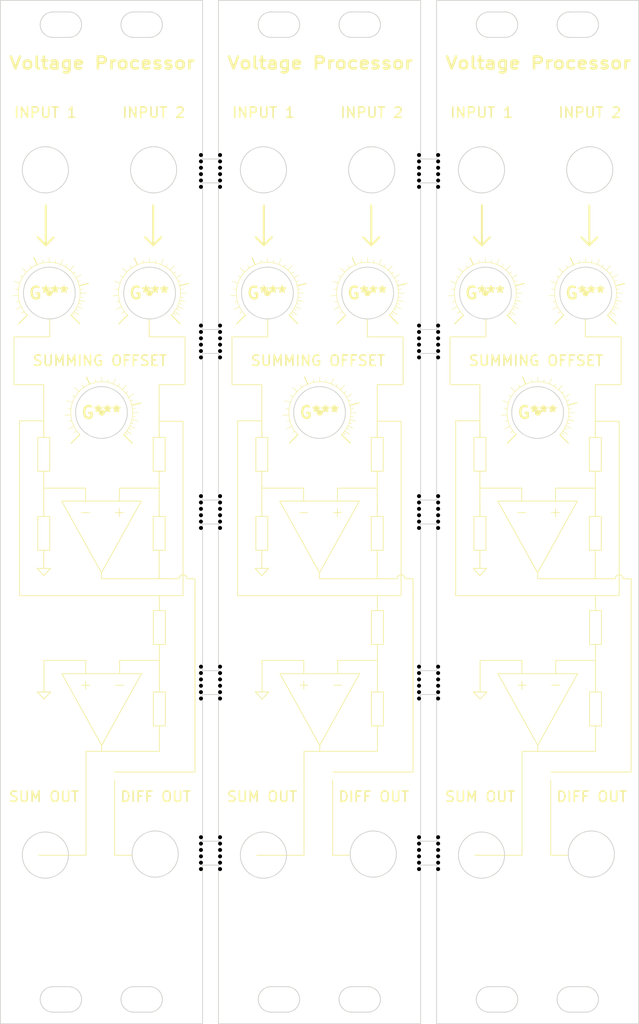
<source format=kicad_pcb>
(kicad_pcb (version 20240108) (generator "pcbnew") (generator_version "8.0")
  (title_block (title "Voltage Processor") (date "2024-07-28") (rev "0.1") (company "joppeboeve.nl"))
  (layers (0 "F.Cu" signal) (31 "B.Cu" signal) (34 "B.Paste" user) (35 "F.Paste" user) (36 "B.SilkS" user "B.Silkscreen") (37 "F.SilkS" user "F.Silkscreen") (38 "B.Mask" user) (39 "F.Mask" user) (44 "Edge.Cuts" user))
  (net 0 "")
  (footprint "NPTH" (layer "F.Cu") (at 161 105.266666)
    (property "Reference" "KiKit_MB_14_3" (hide yes))
    (property "Value" "NPTH" (hide yes))
    (pad "" np_thru_hole circle (at 0 0) (size 0.5 0.5) (drill 0.5) (layers "*.Mask"))
  )
  (footprint "NPTH" (layer "F.Cu") (at 163.4 61.633334)
    (property "Reference" "KiKit_MB_17_5" (hide yes))
    (property "Value" "NPTH" (hide yes))
    (pad "" np_thru_hole circle (at 0 0) (size 0.5 0.5) (drill 0.5) (layers "*.Mask"))
  )
  (footprint "NPTH" (layer "F.Cu") (at 161 103.666666)
    (property "Reference" "KiKit_MB_14_1" (hide yes))
    (property "Value" "NPTH" (hide yes))
    (pad "" np_thru_hole circle (at 0 0) (size 0.5 0.5) (drill 0.5) (layers "*.Mask"))
  )
  (footprint "NPTH" (layer "F.Cu") (at 136 83.05)
    (property "Reference" "KiKit_MB_8_5" (hide yes))
    (property "Value" "NPTH" (hide yes))
    (pad "" np_thru_hole circle (at 0 0) (size 0.5 0.5) (drill 0.5) (layers "*.Mask"))
  )
  (footprint "NPTH" (layer "F.Cu") (at 133.6 61.633334)
    (property "Reference" "KiKit_MB_2_2" (hide yes))
    (property "Value" "NPTH" (hide yes))
    (pad "" np_thru_hole circle (at 0 0) (size 0.5 0.5) (drill 0.5) (layers "*.Mask"))
  )
  (footprint "NPTH" (layer "F.Cu") (at 163.4 107.666666)
    (property "Reference" "KiKit_MB_19_1" (hide yes))
    (property "Value" "NPTH" (hide yes))
    (pad "" np_thru_hole circle (at 0 0) (size 0.5 0.5) (drill 0.5) (layers "*.Mask"))
  )
  (footprint "NPTH" (layer "F.Cu") (at 133.6 105.266666)
    (property "Reference" "KiKit_MB_4_3" (hide yes))
    (property "Value" "NPTH" (hide yes))
    (pad "" np_thru_hole circle (at 0 0) (size 0.5 0.5) (drill 0.5) (layers "*.Mask"))
  )
  (footprint "NPTH" (layer "F.Cu") (at 163.4 86.25)
    (property "Reference" "KiKit_MB_18_1" (hide yes))
    (property "Value" "NPTH" (hide yes))
    (pad "" np_thru_hole circle (at 0 0) (size 0.5 0.5) (drill 0.5) (layers "*.Mask"))
  )
  (footprint "NPTH" (layer "F.Cu") (at 163.4 106.066666)
    (property "Reference" "KiKit_MB_19_3" (hide yes))
    (property "Value" "NPTH" (hide yes))
    (pad "" np_thru_hole circle (at 0 0) (size 0.5 0.5) (drill 0.5) (layers "*.Mask"))
  )
  (footprint "NPTH" (layer "F.Cu") (at 136 41.016667)
    (property "Reference" "KiKit_MB_6_4" (hide yes))
    (property "Value" "NPTH" (hide yes))
    (pad "" np_thru_hole circle (at 0 0) (size 0.5 0.5) (drill 0.5) (layers "*.Mask"))
  )
  (footprint "NPTH" (layer "F.Cu") (at 133.6 43.416667)
    (property "Reference" "KiKit_MB_1_6" (hide yes))
    (property "Value" "NPTH" (hide yes))
    (pad "" np_thru_hole circle (at 0 0) (size 0.5 0.5) (drill 0.5) (layers "*.Mask"))
  )
  (footprint "NPTH" (layer "F.Cu") (at 163.4 64.833334)
    (property "Reference" "KiKit_MB_17_1" (hide yes))
    (property "Value" "NPTH" (hide yes))
    (pad "" np_thru_hole circle (at 0 0) (size 0.5 0.5) (drill 0.5) (layers "*.Mask"))
  )
  (footprint "NPTH" (layer "F.Cu") (at 163.4 63.233334)
    (property "Reference" "KiKit_MB_17_3" (hide yes))
    (property "Value" "NPTH" (hide yes))
    (pad "" np_thru_hole circle (at 0 0) (size 0.5 0.5) (drill 0.5) (layers "*.Mask"))
  )
  (footprint "NPTH" (layer "F.Cu") (at 161 60.833334)
    (property "Reference" "KiKit_MB_12_1" (hide yes))
    (property "Value" "NPTH" (hide yes))
    (pad "" np_thru_hole circle (at 0 0) (size 0.5 0.5) (drill 0.5) (layers "*.Mask"))
  )
  (footprint "NPTH" (layer "F.Cu") (at 161 40.216667)
    (property "Reference" "KiKit_MB_11_2" (hide yes))
    (property "Value" "NPTH" (hide yes))
    (pad "" np_thru_hole circle (at 0 0) (size 0.5 0.5) (drill 0.5) (layers "*.Mask"))
  )
  (footprint "NPTH" (layer "F.Cu") (at 163.4 85.45)
    (property "Reference" "KiKit_MB_18_2" (hide yes))
    (property "Value" "NPTH" (hide yes))
    (pad "" np_thru_hole circle (at 0 0) (size 0.5 0.5) (drill 0.5) (layers "*.Mask"))
  )
  (footprint "NPTH" (layer "F.Cu") (at 133.6 128.283333)
    (property "Reference" "KiKit_MB_5_5" (hide yes))
    (property "Value" "NPTH" (hide yes))
    (pad "" np_thru_hole circle (at 0 0) (size 0.5 0.5) (drill 0.5) (layers "*.Mask"))
  )
  (footprint "NPTH" (layer "F.Cu") (at 133.6 82.25)
    (property "Reference" "KiKit_MB_3_1" (hide yes))
    (property "Value" "NPTH" (hide yes))
    (pad "" np_thru_hole circle (at 0 0) (size 0.5 0.5) (drill 0.5) (layers "*.Mask"))
  )
  (footprint "NPTH" (layer "F.Cu") (at 133.6 84.65)
    (property "Reference" "KiKit_MB_3_4" (hide yes))
    (property "Value" "NPTH" (hide yes))
    (pad "" np_thru_hole circle (at 0 0) (size 0.5 0.5) (drill 0.5) (layers "*.Mask"))
  )
  (footprint "NPTH" (layer "F.Cu") (at 136 63.233334)
    (property "Reference" "KiKit_MB_7_3" (hide yes))
    (property "Value" "NPTH" (hide yes))
    (pad "" np_thru_hole circle (at 0 0) (size 0.5 0.5) (drill 0.5) (layers "*.Mask"))
  )
  (footprint "NPTH" (layer "F.Cu") (at 136 62.433334)
    (property "Reference" "KiKit_MB_7_4" (hide yes))
    (property "Value" "NPTH" (hide yes))
    (pad "" np_thru_hole circle (at 0 0) (size 0.5 0.5) (drill 0.5) (layers "*.Mask"))
  )
  (footprint "NPTH" (layer "F.Cu") (at 133.6 106.866666)
    (property "Reference" "KiKit_MB_4_5" (hide yes))
    (property "Value" "NPTH" (hide yes))
    (pad "" np_thru_hole circle (at 0 0) (size 0.5 0.5) (drill 0.5) (layers "*.Mask"))
  )
  (footprint "NPTH" (layer "F.Cu") (at 163.4 103.666666)
    (property "Reference" "KiKit_MB_19_6" (hide yes))
    (property "Value" "NPTH" (hide yes))
    (pad "" np_thru_hole circle (at 0 0) (size 0.5 0.5) (drill 0.5) (layers "*.Mask"))
  )
  (footprint "NPTH" (layer "F.Cu") (at 163.4 83.85)
    (property "Reference" "KiKit_MB_18_4" (hide yes))
    (property "Value" "NPTH" (hide yes))
    (pad "" np_thru_hole circle (at 0 0) (size 0.5 0.5) (drill 0.5) (layers "*.Mask"))
  )
  (footprint "NPTH" (layer "F.Cu") (at 133.6 64.833334)
    (property "Reference" "KiKit_MB_2_6" (hide yes))
    (property "Value" "NPTH" (hide yes))
    (pad "" np_thru_hole circle (at 0 0) (size 0.5 0.5) (drill 0.5) (layers "*.Mask"))
  )
  (footprint "NPTH" (layer "F.Cu") (at 133.6 41.816667)
    (property "Reference" "KiKit_MB_1_4" (hide yes))
    (property "Value" "NPTH" (hide yes))
    (pad "" np_thru_hole circle (at 0 0) (size 0.5 0.5) (drill 0.5) (layers "*.Mask"))
  )
  (footprint "NPTH" (layer "F.Cu") (at 161 41.816667)
    (property "Reference" "KiKit_MB_11_4" (hide yes))
    (property "Value" "NPTH" (hide yes))
    (pad "" np_thru_hole circle (at 0 0) (size 0.5 0.5) (drill 0.5) (layers "*.Mask"))
  )
  (footprint "NPTH" (layer "F.Cu") (at 161 125.883333)
    (property "Reference" "KiKit_MB_15_2" (hide yes))
    (property "Value" "NPTH" (hide yes))
    (pad "" np_thru_hole circle (at 0 0) (size 0.5 0.5) (drill 0.5) (layers "*.Mask"))
  )
  (footprint "NPTH" (layer "F.Cu") (at 161 128.283333)
    (property "Reference" "KiKit_MB_15_5" (hide yes))
    (property "Value" "NPTH" (hide yes))
    (pad "" np_thru_hole circle (at 0 0) (size 0.5 0.5) (drill 0.5) (layers "*.Mask"))
  )
  (footprint "NPTH" (layer "F.Cu") (at 133.6 85.45)
    (property "Reference" "KiKit_MB_3_5" (hide yes))
    (property "Value" "NPTH" (hide yes))
    (pad "" np_thru_hole circle (at 0 0) (size 0.5 0.5) (drill 0.5) (layers "*.Mask"))
  )
  (footprint "NPTH" (layer "F.Cu") (at 163.4 83.05)
    (property "Reference" "KiKit_MB_18_5" (hide yes))
    (property "Value" "NPTH" (hide yes))
    (pad "" np_thru_hole circle (at 0 0) (size 0.5 0.5) (drill 0.5) (layers "*.Mask"))
  )
  (footprint "NPTH" (layer "F.Cu") (at 133.6 103.666666)
    (property "Reference" "KiKit_MB_4_1" (hide yes))
    (property "Value" "NPTH" (hide yes))
    (pad "" np_thru_hole circle (at 0 0) (size 0.5 0.5) (drill 0.5) (layers "*.Mask"))
  )
  (footprint "NPTH" (layer "F.Cu") (at 161 62.433334)
    (property "Reference" "KiKit_MB_12_3" (hide yes))
    (property "Value" "NPTH" (hide yes))
    (pad "" np_thru_hole circle (at 0 0) (size 0.5 0.5) (drill 0.5) (layers "*.Mask"))
  )
  (footprint "LOGO" (layer "F.Cu") (at 175.9 71.75)
    (property "Reference" "G***" (at 0 0 0) (layer "F.SilkS") (effects (font (size 1.5 1.5) (thickness 0.3))))
    (property "Value" "LOGO" (hide yes))
  )
  (footprint "NPTH" (layer "F.Cu") (at 163.4 43.416667)
    (property "Reference" "KiKit_MB_16_1" (hide yes))
    (property "Value" "NPTH" (hide yes))
    (pad "" np_thru_hole circle (at 0 0) (size 0.5 0.5) (drill 0.5) (layers "*.Mask"))
  )
  (footprint "NPTH" (layer "F.Cu") (at 161 107.666666)
    (property "Reference" "KiKit_MB_14_6" (hide yes))
    (property "Value" "NPTH" (hide yes))
    (pad "" np_thru_hole circle (at 0 0) (size 0.5 0.5) (drill 0.5) (layers "*.Mask"))
  )
  (footprint "NPTH" (layer "F.Cu") (at 161 63.233334)
    (property "Reference" "KiKit_MB_12_4" (hide yes))
    (property "Value" "NPTH" (hide yes))
    (pad "" np_thru_hole circle (at 0 0) (size 0.5 0.5) (drill 0.5) (layers "*.Mask"))
  )
  (footprint "NPTH" (layer "F.Cu") (at 136 125.083333)
    (property "Reference" "KiKit_MB_10_6" (hide yes))
    (property "Value" "NPTH" (hide yes))
    (pad "" np_thru_hole circle (at 0 0) (size 0.5 0.5) (drill 0.5) (layers "*.Mask"))
  )
  (footprint "NPTH" (layer "F.Cu") (at 161 129.083333)
    (property "Reference" "KiKit_MB_15_6" (hide yes))
    (property "Value" "NPTH" (hide yes))
    (pad "" np_thru_hole circle (at 0 0) (size 0.5 0.5) (drill 0.5) (layers "*.Mask"))
  )
  (footprint "NPTH" (layer "F.Cu") (at 133.6 39.416667)
    (property "Reference" "KiKit_MB_1_1" (hide yes))
    (property "Value" "NPTH" (hide yes))
    (pad "" np_thru_hole circle (at 0 0) (size 0.5 0.5) (drill 0.5) (layers "*.Mask"))
  )
  (footprint "NPTH" (layer "F.Cu") (at 136 104.466666)
    (property "Reference" "KiKit_MB_9_5" (hide yes))
    (property "Value" "NPTH" (hide yes))
    (pad "" np_thru_hole circle (at 0 0) (size 0.5 0.5) (drill 0.5) (layers "*.Mask"))
  )
  (footprint "NPTH" (layer "F.Cu") (at 136 127.483333)
    (property "Reference" "KiKit_MB_10_3" (hide yes))
    (property "Value" "NPTH" (hide yes))
    (pad "" np_thru_hole circle (at 0 0) (size 0.5 0.5) (drill 0.5) (layers "*.Mask"))
  )
  (footprint "NPTH" (layer "F.Cu") (at 163.4 41.016667)
    (property "Reference" "KiKit_MB_16_4" (hide yes))
    (property "Value" "NPTH" (hide yes))
    (pad "" np_thru_hole circle (at 0 0) (size 0.5 0.5) (drill 0.5) (layers "*.Mask"))
  )
  (footprint "NPTH" (layer "F.Cu") (at 133.6 63.233334)
    (property "Reference" "KiKit_MB_2_4" (hide yes))
    (property "Value" "NPTH" (hide yes))
    (pad "" np_thru_hole circle (at 0 0) (size 0.5 0.5) (drill 0.5) (layers "*.Mask"))
  )
  (footprint "NPTH" (layer "F.Cu") (at 133.6 125.883333)
    (property "Reference" "KiKit_MB_5_2" (hide yes))
    (property "Value" "NPTH" (hide yes))
    (pad "" np_thru_hole circle (at 0 0) (size 0.5 0.5) (drill 0.5) (layers "*.Mask"))
  )
  (footprint "NPTH" (layer "F.Cu") (at 136 129.083333)
    (property "Reference" "KiKit_MB_10_1" (hide yes))
    (property "Value" "NPTH" (hide yes))
    (pad "" np_thru_hole circle (at 0 0) (size 0.5 0.5) (drill 0.5) (layers "*.Mask"))
  )
  (footprint "LOGO" (layer "F.Cu") (at 181.9 56.75)
    (property "Reference" "G***" (at 0 0 0) (layer "F.SilkS") (effects (font (size 1.5 1.5) (thickness 0.3))))
    (property "Value" "LOGO" (hide yes))
  )
  (footprint "NPTH" (layer "F.Cu") (at 133.6 104.466666)
    (property "Reference" "KiKit_MB_4_2" (hide yes))
    (property "Value" "NPTH" (hide yes))
    (pad "" np_thru_hole circle (at 0 0) (size 0.5 0.5) (drill 0.5) (layers "*.Mask"))
  )
  (footprint "NPTH" (layer "F.Cu") (at 161 83.05)
    (property "Reference" "KiKit_MB_13_2" (hide yes))
    (property "Value" "NPTH" (hide yes))
    (pad "" np_thru_hole circle (at 0 0) (size 0.5 0.5) (drill 0.5) (layers "*.Mask"))
  )
  (footprint "NPTH" (layer "F.Cu") (at 133.6 60.833334)
    (property "Reference" "KiKit_MB_2_1" (hide yes))
    (property "Value" "NPTH" (hide yes))
    (pad "" np_thru_hole circle (at 0 0) (size 0.5 0.5) (drill 0.5) (layers "*.Mask"))
  )
  (footprint "NPTH" (layer "F.Cu") (at 163.4 62.433334)
    (property "Reference" "KiKit_MB_17_4" (hide yes))
    (property "Value" "NPTH" (hide yes))
    (pad "" np_thru_hole circle (at 0 0) (size 0.5 0.5) (drill 0.5) (layers "*.Mask"))
  )
  (footprint "NPTH" (layer "F.Cu") (at 163.4 42.616667)
    (property "Reference" "KiKit_MB_16_2" (hide yes))
    (property "Value" "NPTH" (hide yes))
    (pad "" np_thru_hole circle (at 0 0) (size 0.5 0.5) (drill 0.5) (layers "*.Mask"))
  )
  (footprint "NPTH" (layer "F.Cu") (at 161 125.083333)
    (property "Reference" "KiKit_MB_15_1" (hide yes))
    (property "Value" "NPTH" (hide yes))
    (pad "" np_thru_hole circle (at 0 0) (size 0.5 0.5) (drill 0.5) (layers "*.Mask"))
  )
  (footprint "NPTH" (layer "F.Cu") (at 161 64.033334)
    (property "Reference" "KiKit_MB_12_5" (hide yes))
    (property "Value" "NPTH" (hide yes))
    (pad "" np_thru_hole circle (at 0 0) (size 0.5 0.5) (drill 0.5) (layers "*.Mask"))
  )
  (footprint "NPTH" (layer "F.Cu") (at 133.6 106.066666)
    (property "Reference" "KiKit_MB_4_4" (hide yes))
    (property "Value" "NPTH" (hide yes))
    (pad "" np_thru_hole circle (at 0 0) (size 0.5 0.5) (drill 0.5) (layers "*.Mask"))
  )
  (footprint "NPTH" (layer "F.Cu") (at 133.6 42.616667)
    (property "Reference" "KiKit_MB_1_5" (hide yes))
    (property "Value" "NPTH" (hide yes))
    (pad "" np_thru_hole circle (at 0 0) (size 0.5 0.5) (drill 0.5) (layers "*.Mask"))
  )
  (footprint "NPTH" (layer "F.Cu") (at 136 105.266666)
    (property "Reference" "KiKit_MB_9_4" (hide yes))
    (property "Value" "NPTH" (hide yes))
    (pad "" np_thru_hole circle (at 0 0) (size 0.5 0.5) (drill 0.5) (layers "*.Mask"))
  )
  (footprint "NPTH" (layer "F.Cu") (at 136 83.85)
    (property "Reference" "KiKit_MB_8_4" (hide yes))
    (property "Value" "NPTH" (hide yes))
    (pad "" np_thru_hole circle (at 0 0) (size 0.5 0.5) (drill 0.5) (layers "*.Mask"))
  )
  (footprint "NPTH" (layer "F.Cu") (at 133.6 127.483333)
    (property "Reference" "KiKit_MB_5_4" (hide yes))
    (property "Value" "NPTH" (hide yes))
    (pad "" np_thru_hole circle (at 0 0) (size 0.5 0.5) (drill 0.5) (layers "*.Mask"))
  )
  (footprint "NPTH" (layer "F.Cu") (at 133.6 125.083333)
    (property "Reference" "KiKit_MB_5_1" (hide yes))
    (property "Value" "NPTH" (hide yes))
    (pad "" np_thru_hole circle (at 0 0) (size 0.5 0.5) (drill 0.5) (layers "*.Mask"))
  )
  (footprint "NPTH" (layer "F.Cu") (at 136 128.283333)
    (property "Reference" "KiKit_MB_10_2" (hide yes))
    (property "Value" "NPTH" (hide yes))
    (pad "" np_thru_hole circle (at 0 0) (size 0.5 0.5) (drill 0.5) (layers "*.Mask"))
  )
  (footprint "NPTH" (layer "F.Cu") (at 136 85.45)
    (property "Reference" "KiKit_MB_8_2" (hide yes))
    (property "Value" "NPTH" (hide yes))
    (pad "" np_thru_hole circle (at 0 0) (size 0.5 0.5) (drill 0.5) (layers "*.Mask"))
  )
  (footprint "NPTH" (layer "F.Cu") (at 161 126.683333)
    (property "Reference" "KiKit_MB_15_3" (hide yes))
    (property "Value" "NPTH" (hide yes))
    (pad "" np_thru_hole circle (at 0 0) (size 0.5 0.5) (drill 0.5) (layers "*.Mask"))
  )
  (footprint "NPTH" (layer "F.Cu") (at 136 82.25)
    (property "Reference" "KiKit_MB_8_6" (hide yes))
    (property "Value" "NPTH" (hide yes))
    (pad "" np_thru_hole circle (at 0 0) (size 0.5 0.5) (drill 0.5) (layers "*.Mask"))
  )
  (footprint "NPTH" (layer "F.Cu") (at 133.6 83.05)
    (property "Reference" "KiKit_MB_3_2" (hide yes))
    (property "Value" "NPTH" (hide yes))
    (pad "" np_thru_hole circle (at 0 0) (size 0.5 0.5) (drill 0.5) (layers "*.Mask"))
  )
  (footprint "NPTH" (layer "F.Cu") (at 163.4 125.883333)
    (property "Reference" "KiKit_MB_20_5" (hide yes))
    (property "Value" "NPTH" (hide yes))
    (pad "" np_thru_hole circle (at 0 0) (size 0.5 0.5) (drill 0.5) (layers "*.Mask"))
  )
  (footprint "NPTH" (layer "F.Cu") (at 163.4 64.033334)
    (property "Reference" "KiKit_MB_17_2" (hide yes))
    (property "Value" "NPTH" (hide yes))
    (pad "" np_thru_hole circle (at 0 0) (size 0.5 0.5) (drill 0.5) (layers "*.Mask"))
  )
  (footprint "NPTH" (layer "F.Cu") (at 161 64.833334)
    (property "Reference" "KiKit_MB_12_6" (hide yes))
    (property "Value" "NPTH" (hide yes))
    (pad "" np_thru_hole circle (at 0 0) (size 0.5 0.5) (drill 0.5) (layers "*.Mask"))
  )
  (footprint "NPTH" (layer "F.Cu") (at 133.6 126.683333)
    (property "Reference" "KiKit_MB_5_3" (hide yes))
    (property "Value" "NPTH" (hide yes))
    (pad "" np_thru_hole circle (at 0 0) (size 0.5 0.5) (drill 0.5) (layers "*.Mask"))
  )
  (footprint "NPTH" (layer "F.Cu") (at 136 64.033334)
    (property "Reference" "KiKit_MB_7_2" (hide yes))
    (property "Value" "NPTH" (hide yes))
    (pad "" np_thru_hole circle (at 0 0) (size 0.5 0.5) (drill 0.5) (layers "*.Mask"))
  )
  (footprint "NPTH" (layer "F.Cu") (at 163.4 129.083333)
    (property "Reference" "KiKit_MB_20_1" (hide yes))
    (property "Value" "NPTH" (hide yes))
    (pad "" np_thru_hole circle (at 0 0) (size 0.5 0.5) (drill 0.5) (layers "*.Mask"))
  )
  (footprint "NPTH" (layer "F.Cu") (at 163.4 126.683333)
    (property "Reference" "KiKit_MB_20_4" (hide yes))
    (property "Value" "NPTH" (hide yes))
    (pad "" np_thru_hole circle (at 0 0) (size 0.5 0.5) (drill 0.5) (layers "*.Mask"))
  )
  (footprint "NPTH" (layer "F.Cu") (at 161 39.416667)
    (property "Reference" "KiKit_MB_11_1" (hide yes))
    (property "Value" "NPTH" (hide yes))
    (pad "" np_thru_hole circle (at 0 0) (size 0.5 0.5) (drill 0.5) (layers "*.Mask"))
  )
  (footprint "LOGO" (layer "F.Cu") (at 154.5 56.75)
    (property "Reference" "G***" (at 0 0 0) (layer "F.SilkS") (effects (font (size 1.5 1.5) (thickness 0.3))))
    (property "Value" "LOGO" (hide yes))
  )
  (footprint "NPTH" (layer "F.Cu") (at 136 42.616667)
    (property "Reference" "KiKit_MB_6_2" (hide yes))
    (property "Value" "NPTH" (hide yes))
    (pad "" np_thru_hole circle (at 0 0) (size 0.5 0.5) (drill 0.5) (layers "*.Mask"))
  )
  (footprint "NPTH" (layer "F.Cu") (at 161 42.616667)
    (property "Reference" "KiKit_MB_11_5" (hide yes))
    (property "Value" "NPTH" (hide yes))
    (pad "" np_thru_hole circle (at 0 0) (size 0.5 0.5) (drill 0.5) (layers "*.Mask"))
  )
  (footprint "NPTH" (layer "F.Cu") (at 163.4 104.466666)
    (property "Reference" "KiKit_MB_19_5" (hide yes))
    (property "Value" "NPTH" (hide yes))
    (pad "" np_thru_hole circle (at 0 0) (size 0.5 0.5) (drill 0.5) (layers "*.Mask"))
  )
  (footprint "NPTH" (layer "F.Cu") (at 136 64.833334)
    (property "Reference" "KiKit_MB_7_1" (hide yes))
    (property "Value" "NPTH" (hide yes))
    (pad "" np_thru_hole circle (at 0 0) (size 0.5 0.5) (drill 0.5) (layers "*.Mask"))
  )
  (footprint "NPTH" (layer "F.Cu") (at 163.4 106.866666)
    (property "Reference" "KiKit_MB_19_2" (hide yes))
    (property "Value" "NPTH" (hide yes))
    (pad "" np_thru_hole circle (at 0 0) (size 0.5 0.5) (drill 0.5) (layers "*.Mask"))
  )
  (footprint "LOGO" (layer "F.Cu") (at 127.1 56.75)
    (property "Reference" "G***" (at 0 0 0) (layer "F.SilkS") (effects (font (size 1.5 1.5) (thickness 0.3))))
    (property "Value" "LOGO" (hide yes))
  )
  (footprint "NPTH" (layer "F.Cu") (at 133.6 62.433334)
    (property "Reference" "KiKit_MB_2_3" (hide yes))
    (property "Value" "NPTH" (hide yes))
    (pad "" np_thru_hole circle (at 0 0) (size 0.5 0.5) (drill 0.5) (layers "*.Mask"))
  )
  (footprint "LOGO" (layer "F.Cu") (at 169.3 56.75)
    (property "Reference" "G***" (at 0 0 0) (layer "F.SilkS") (effects (font (size 1.5 1.5) (thickness 0.3))))
    (property "Value" "LOGO" (hide yes))
  )
  (footprint "LOGO" (layer "F.Cu") (at 114.5 56.75)
    (property "Reference" "G***" (at 0 0 0) (layer "F.SilkS") (effects (font (size 1.5 1.5) (thickness 0.3))))
    (property "Value" "LOGO" (hide yes))
  )
  (footprint "NPTH" (layer "F.Cu") (at 133.6 83.85)
    (property "Reference" "KiKit_MB_3_3" (hide yes))
    (property "Value" "NPTH" (hide yes))
    (pad "" np_thru_hole circle (at 0 0) (size 0.5 0.5) (drill 0.5) (layers "*.Mask"))
  )
  (footprint "NPTH" (layer "F.Cu") (at 163.4 125.083333)
    (property "Reference" "KiKit_MB_20_6" (hide yes))
    (property "Value" "NPTH" (hide yes))
    (pad "" np_thru_hole circle (at 0 0) (size 0.5 0.5) (drill 0.5) (layers "*.Mask"))
  )
  (footprint "NPTH" (layer "F.Cu") (at 136 40.216667)
    (property "Reference" "KiKit_MB_6_5" (hide yes))
    (property "Value" "NPTH" (hide yes))
    (pad "" np_thru_hole circle (at 0 0) (size 0.5 0.5) (drill 0.5) (layers "*.Mask"))
  )
  (footprint "NPTH" (layer "F.Cu") (at 161 127.483333)
    (property "Reference" "KiKit_MB_15_4" (hide yes))
    (property "Value" "NPTH" (hide yes))
    (pad "" np_thru_hole circle (at 0 0) (size 0.5 0.5) (drill 0.5) (layers "*.Mask"))
  )
  (footprint "NPTH" (layer "F.Cu") (at 136 103.666666)
    (property "Reference" "KiKit_MB_9_6" (hide yes))
    (property "Value" "NPTH" (hide yes))
    (pad "" np_thru_hole circle (at 0 0) (size 0.5 0.5) (drill 0.5) (layers "*.Mask"))
  )
  (footprint "NPTH" (layer "F.Cu") (at 136 84.65)
    (property "Reference" "KiKit_MB_8_3" (hide yes))
    (property "Value" "NPTH" (hide yes))
    (pad "" np_thru_hole circle (at 0 0) (size 0.5 0.5) (drill 0.5) (layers "*.Mask"))
  )
  (footprint "NPTH" (layer "F.Cu") (at 163.4 105.266666)
    (property "Reference" "KiKit_MB_19_4" (hide yes))
    (property "Value" "NPTH" (hide yes))
    (pad "" np_thru_hole circle (at 0 0) (size 0.5 0.5) (drill 0.5) (layers "*.Mask"))
  )
  (footprint "LOGO" (layer "F.Cu") (at 148.5 71.75)
    (property "Reference" "G***" (at 0 0 0) (layer "F.SilkS") (effects (font (size 1.5 1.5) (thickness 0.3))))
    (property "Value" "LOGO" (hide yes))
  )
  (footprint "NPTH" (layer "F.Cu") (at 136 43.416667)
    (property "Reference" "KiKit_MB_6_1" (hide yes))
    (property "Value" "NPTH" (hide yes))
    (pad "" np_thru_hole circle (at 0 0) (size 0.5 0.5) (drill 0.5) (layers "*.Mask"))
  )
  (footprint "NPTH" (layer "F.Cu") (at 161 85.45)
    (property "Reference" "KiKit_MB_13_5" (hide yes))
    (property "Value" "NPTH" (hide yes))
    (pad "" np_thru_hole circle (at 0 0) (size 0.5 0.5) (drill 0.5) (layers "*.Mask"))
  )
  (footprint "NPTH" (layer "F.Cu") (at 161 104.466666)
    (property "Reference" "KiKit_MB_14_2" (hide yes))
    (property "Value" "NPTH" (hide yes))
    (pad "" np_thru_hole circle (at 0 0) (size 0.5 0.5) (drill 0.5) (layers "*.Mask"))
  )
  (footprint "NPTH" (layer "F.Cu") (at 163.4 60.833334)
    (property "Reference" "KiKit_MB_17_6" (hide yes))
    (property "Value" "NPTH" (hide yes))
    (pad "" np_thru_hole circle (at 0 0) (size 0.5 0.5) (drill 0.5) (layers "*.Mask"))
  )
  (footprint "NPTH" (layer "F.Cu") (at 136 86.25)
    (property "Reference" "KiKit_MB_8_1" (hide yes))
    (property "Value" "NPTH" (hide yes))
    (pad "" np_thru_hole circle (at 0 0) (size 0.5 0.5) (drill 0.5) (layers "*.Mask"))
  )
  (footprint "NPTH" (layer "F.Cu") (at 136 125.883333)
    (property "Reference" "KiKit_MB_10_5" (hide yes))
    (property "Value" "NPTH" (hide yes))
    (pad "" np_thru_hole circle (at 0 0) (size 0.5 0.5) (drill 0.5) (layers "*.Mask"))
  )
  (footprint "NPTH" (layer "F.Cu") (at 133.6 64.033334)
    (property "Reference" "KiKit_MB_2_5" (hide yes))
    (property "Value" "NPTH" (hide yes))
    (pad "" np_thru_hole circle (at 0 0) (size 0.5 0.5) (drill 0.5) (layers "*.Mask"))
  )
  (footprint "NPTH" (layer "F.Cu") (at 161 86.25)
    (property "Reference" "KiKit_MB_13_6" (hide yes))
    (property "Value" "NPTH" (hide yes))
    (pad "" np_thru_hole circle (at 0 0) (size 0.5 0.5) (drill 0.5) (layers "*.Mask"))
  )
  (footprint "NPTH" (layer "F.Cu") (at 161 84.65)
    (property "Reference" "KiKit_MB_13_4" (hide yes))
    (property "Value" "NPTH" (hide yes))
    (pad "" np_thru_hole circle (at 0 0) (size 0.5 0.5) (drill 0.5) (layers "*.Mask"))
  )
  (footprint "NPTH" (layer "F.Cu") (at 133.6 107.666666)
    (property "Reference" "KiKit_MB_4_6" (hide yes))
    (property "Value" "NPTH" (hide yes))
    (pad "" np_thru_hole circle (at 0 0) (size 0.5 0.5) (drill 0.5) (layers "*.Mask"))
  )
  (footprint "NPTH" (layer "F.Cu") (at 163.4 39.416667)
    (property "Reference" "KiKit_MB_16_6" (hide yes))
    (property "Value" "NPTH" (hide yes))
    (pad "" np_thru_hole circle (at 0 0) (size 0.5 0.5) (drill 0.5) (layers "*.Mask"))
  )
  (footprint "NPTH" (layer "F.Cu") (at 161 106.866666)
    (property "Reference" "KiKit_MB_14_5" (hide yes))
    (property "Value" "NPTH" (hide yes))
    (pad "" np_thru_hole circle (at 0 0) (size 0.5 0.5) (drill 0.5) (layers "*.Mask"))
  )
  (footprint "NPTH" (layer "F.Cu") (at 161 83.85)
    (property "Reference" "KiKit_MB_13_3" (hide yes))
    (property "Value" "NPTH" (hide yes))
    (pad "" np_thru_hole circle (at 0 0) (size 0.5 0.5) (drill 0.5) (layers "*.Mask"))
  )
  (footprint "NPTH" (layer "F.Cu") (at 163.4 84.65)
    (property "Reference" "KiKit_MB_18_3" (hide yes))
    (property "Value" "NPTH" (hide yes))
    (pad "" np_thru_hole circle (at 0 0) (size 0.5 0.5) (drill 0.5) (layers "*.Mask"))
  )
  (footprint "NPTH" (layer "F.Cu") (at 136 106.066666)
    (property "Reference" "KiKit_MB_9_3" (hide yes))
    (property "Value" "NPTH" (hide yes))
    (pad "" np_thru_hole circle (at 0 0) (size 0.5 0.5) (drill 0.5) (layers "*.Mask"))
  )
  (footprint "NPTH" (layer "F.Cu") (at 161 106.066666)
    (property "Reference" "KiKit_MB_14_4" (hide yes))
    (property "Value" "NPTH" (hide yes))
    (pad "" np_thru_hole circle (at 0 0) (size 0.5 0.5) (drill 0.5) (layers "*.Mask"))
  )
  (footprint "NPTH" (layer "F.Cu") (at 136 107.666666)
    (property "Reference" "KiKit_MB_9_1" (hide yes))
    (property "Value" "NPTH" (hide yes))
    (pad "" np_thru_hole circle (at 0 0) (size 0.5 0.5) (drill 0.5) (layers "*.Mask"))
  )
  (footprint "LOGO" (layer "F.Cu") (at 121.1 71.75)
    (property "Reference" "G***" (at 0 0 0) (layer "F.SilkS") (effects (font (size 1.5 1.5) (thickness 0.3))))
    (property "Value" "LOGO" (hide yes))
  )
  (footprint "NPTH" (layer "F.Cu") (at 163.4 128.283333)
    (property "Reference" "KiKit_MB_20_2" (hide yes))
    (property "Value" "NPTH" (hide yes))
    (pad "" np_thru_hole circle (at 0 0) (size 0.5 0.5) (drill 0.5) (layers "*.Mask"))
  )
  (footprint "NPTH" (layer "F.Cu") (at 133.6 41.016667)
    (property "Reference" "KiKit_MB_1_3" (hide yes))
    (property "Value" "NPTH" (hide yes))
    (pad "" np_thru_hole circle (at 0 0) (size 0.5 0.5) (drill 0.5) (layers "*.Mask"))
  )
  (footprint "NPTH" (layer "F.Cu") (at 136 126.683333)
    (property "Reference" "KiKit_MB_10_4" (hide yes))
    (property "Value" "NPTH" (hide yes))
    (pad "" np_thru_hole circle (at 0 0) (size 0.5 0.5) (drill 0.5) (layers "*.Mask"))
  )
  (footprint "NPTH" (layer "F.Cu") (at 163.4 127.483333)
    (property "Reference" "KiKit_MB_20_3" (hide yes))
    (property "Value" "NPTH" (hide yes))
    (pad "" np_thru_hole circle (at 0 0) (size 0.5 0.5) (drill 0.5) (layers "*.Mask"))
  )
  (footprint "NPTH" (layer "F.Cu") (at 161 82.25)
    (property "Reference" "KiKit_MB_13_1" (hide yes))
    (property "Value" "NPTH" (hide yes))
    (pad "" np_thru_hole circle (at 0 0) (size 0.5 0.5) (drill 0.5) (layers "*.Mask"))
  )
  (footprint "LOGO" (layer "F.Cu") (at 141.9 56.75)
    (property "Reference" "G***" (at 0 0 0) (layer "F.SilkS") (effects (font (size 1.5 1.5) (thickness 0.3))))
    (property "Value" "LOGO" (hide yes))
  )
  (footprint "NPTH" (layer "F.Cu") (at 161 43.416667)
    (property "Reference" "KiKit_MB_11_6" (hide yes))
    (property "Value" "NPTH" (hide yes))
    (pad "" np_thru_hole circle (at 0 0) (size 0.5 0.5) (drill 0.5) (layers "*.Mask"))
  )
  (footprint "NPTH" (layer "F.Cu") (at 136 39.416667)
    (property "Reference" "KiKit_MB_6_6" (hide yes))
    (property "Value" "NPTH" (hide yes))
    (pad "" np_thru_hole circle (at 0 0) (size 0.5 0.5) (drill 0.5) (layers "*.Mask"))
  )
  (footprint "NPTH" (layer "F.Cu") (at 136 41.816667)
    (property "Reference" "KiKit_MB_6_3" (hide yes))
    (property "Value" "NPTH" (hide yes))
    (pad "" np_thru_hole circle (at 0 0) (size 0.5 0.5) (drill 0.5) (layers "*.Mask"))
  )
  (footprint "NPTH" (layer "F.Cu") (at 136 60.833334)
    (property "Reference" "KiKit_MB_7_6" (hide yes))
    (property "Value" "NPTH" (hide yes))
    (pad "" np_thru_hole circle (at 0 0) (size 0.5 0.5) (drill 0.5) (layers "*.Mask"))
  )
  (footprint "NPTH" (layer "F.Cu") (at 163.4 40.216667)
    (property "Reference" "KiKit_MB_16_5" (hide yes))
    (property "Value" "NPTH" (hide yes))
    (pad "" np_thru_hole circle (at 0 0) (size 0.5 0.5) (drill 0.5) (layers "*.Mask"))
  )
  (footprint "NPTH" (layer "F.Cu") (at 133.6 86.25)
    (property "Reference" "KiKit_MB_3_6" (hide yes))
    (property "Value" "NPTH" (hide yes))
    (pad "" np_thru_hole circle (at 0 0) (size 0.5 0.5) (drill 0.5) (layers "*.Mask"))
  )
  (footprint "NPTH" (layer "F.Cu") (at 133.6 129.083333)
    (property "Reference" "KiKit_MB_5_6" (hide yes))
    (property "Value" "NPTH" (hide yes))
    (pad "" np_thru_hole circle (at 0 0) (size 0.5 0.5) (drill 0.5) (layers "*.Mask"))
  )
  (footprint "NPTH" (layer "F.Cu") (at 163.4 41.816667)
    (property "Reference" "KiKit_MB_16_3" (hide yes))
    (property "Value" "NPTH" (hide yes))
    (pad "" np_thru_hole circle (at 0 0) (size 0.5 0.5) (drill 0.5) (layers "*.Mask"))
  )
  (footprint "NPTH" (layer "F.Cu") (at 161 61.633334)
    (property "Reference" "KiKit_MB_12_2" (hide yes))
    (property "Value" "NPTH" (hide yes))
    (pad "" np_thru_hole circle (at 0 0) (size 0.5 0.5) (drill 0.5) (layers "*.Mask"))
  )
  (footprint "NPTH" (layer "F.Cu") (at 133.6 40.216667)
    (property "Reference" "KiKit_MB_1_2" (hide yes))
    (property "Value" "NPTH" (hide yes))
    (pad "" np_thru_hole circle (at 0 0) (size 0.5 0.5) (drill 0.5) (layers "*.Mask"))
  )
  (footprint "NPTH" (layer "F.Cu") (at 163.4 82.25)
    (property "Reference" "KiKit_MB_18_6" (hide yes))
    (property "Value" "NPTH" (hide yes))
    (pad "" np_thru_hole circle (at 0 0) (size 0.5 0.5) (drill 0.5) (layers "*.Mask"))
  )
  (footprint "NPTH" (layer "F.Cu") (at 136 61.633334)
    (property "Reference" "KiKit_MB_7_5" (hide yes))
    (property "Value" "NPTH" (hide yes))
    (pad "" np_thru_hole circle (at 0 0) (size 0.5 0.5) (drill 0.5) (layers "*.Mask"))
  )
  (footprint "NPTH" (layer "F.Cu") (at 136 106.866666)
    (property "Reference" "KiKit_MB_9_2" (hide yes))
    (property "Value" "NPTH" (hide yes))
    (pad "" np_thru_hole circle (at 0 0) (size 0.5 0.5) (drill 0.5) (layers "*.Mask"))
  )
  (footprint "NPTH" (layer "F.Cu") (at 161 41.016667)
    (property "Reference" "KiKit_MB_11_3" (hide yes))
    (property "Value" "NPTH" (hide yes))
    (pad "" np_thru_hole circle (at 0 0) (size 0.5 0.5) (drill 0.5) (layers "*.Mask"))
  )
  (gr_line (start 178.175 102.8875) (end 178.175 104.5125) (stroke (width 0.1)) (layer "F.SilkS"))
  (gr_line (start 183.15 94.75) (end 165.6 94.75) (stroke (width 0.1)) (layer "F.SilkS"))
  (gr_line (start 113.85 83.8) (end 113.85 84.8) (stroke (width 0.1)) (layer "F.SilkS"))
  (gr_line (start 183.15 81.25) (end 178.15 81.25) (stroke (width 0.1)) (layer "F.SilkS"))
  (gr_line (start 155.75 82.125) (end 155.75 80.125) (stroke (width 0.1)) (layer "F.SilkS"))
  (gr_line (start 140.5 89.05) (end 142 89.05) (stroke (width 0.1)) (layer "F.SilkS"))
  (gr_line (start 155.775 101.875) (end 155.775 100.875) (stroke (width 0.1)) (layer "F.SilkS"))
  (gr_line (start 168.65 80.125) (end 168.65 79.125) (stroke (width 0.1)) (layer "F.SilkS"))
  (gr_line (start 128.35 81.25) (end 123.35 81.25) (stroke (width 0.1)) (layer "F.SilkS"))
  (gr_line (start 168.9 50.75) (end 167.9 49.75) (stroke (width 0.25)) (layer "F.SilkS"))
  (gr_line (start 182.4 89.05) (end 183.9 89.05) (stroke (width 0.1)) (layer "F.SilkS"))
  (gr_line (start 141.25 68.25) (end 141.25 70.75) (stroke (width 0.1)) (layer "F.SilkS"))
  (gr_line (start 175.925 114.3) (end 173.95 114.3) (stroke (width 0.1)) (layer "F.SilkS"))
  (gr_line (start 146.55 127.35) (end 140.599947 127.35) (stroke (width 0.1)) (layer "F.SilkS"))
  (gr_line (start 182.425 100.875) (end 183.925 100.875) (stroke (width 0.1)) (layer "F.SilkS"))
  (gr_line (start 141.275 107.7375) (end 142.125 106.8375) (stroke (width 0.1)) (layer "F.SilkS"))
  (gr_line (start 168.6 72.8) (end 165.6 72.8) (stroke (width 0.1)) (layer "F.SilkS"))
  (gr_line (start 141.25 82.125) (end 141.25 80.125) (stroke (width 0.1)) (layer "F.SilkS"))
  (gr_line (start 131.6 68.25) (end 131.6 62.25) (stroke (width 0.1)) (layer "F.SilkS"))
  (gr_line (start 155.75 83.8) (end 155.75 84.8) (stroke (width 0.1)) (layer "F.SilkS"))
  (gr_line (start 186.15 72.85) (end 186.15 94.75) (stroke (width 0.1)) (layer "F.SilkS"))
  (gr_line (start 156.5 89.05) (end 156.5 84.8) (stroke (width 0.1)) (layer "F.SilkS"))
  (gr_line (start 156.5 79.125) (end 156.5 74.875) (stroke (width 0.1)) (layer "F.SilkS"))
  (gr_line (start 132.85 92.625) (end 132.85 94.975) (stroke (width 0.1)) (layer "F.SilkS"))
  (gr_line (start 168.675 106.8375) (end 168.675 102.8875) (stroke (width 0.1)) (layer "F.SilkS"))
  (gr_line (start 128.375 105.8) (end 128.375 103.8) (stroke (width 0.1)) (layer "F.SilkS"))
  (gr_line (start 141.5 50.75) (end 140.5 49.75) (stroke (width 0.25)) (layer "F.SilkS"))
  (gr_line (start 182.4 50.75) (end 181.4 49.75) (stroke (width 0.25)) (layer "F.SilkS"))
  (gr_line (start 116.125 104.55) (end 126.125 104.55) (stroke (width 0.1)) (layer "F.SilkS"))
  (gr_line (start 110.1 68.25) (end 110.1 62.25) (stroke (width 0.1)) (layer "F.SilkS"))
  (gr_line (start 155 50.75) (end 154 49.75) (stroke (width 0.25)) (layer "F.SilkS"))
  (gr_line (start 129.125 106.85) (end 127.625 106.85) (stroke (width 0.1)) (layer "F.SilkS"))
  (gr_line (start 113 91.325) (end 113.85 92.225) (stroke (width 0.1)) (layer "F.SilkS"))
  (gr_line (start 173.925 102.8875) (end 173.925 104.5125) (stroke (width 0.1)) (layer "F.SilkS"))
  (gr_line (start 127.625 106.85) (end 127.625 111.1) (stroke (width 0.1)) (layer "F.SilkS"))
  (gr_line (start 168.65 92.225) (end 169.5 91.325) (stroke (width 0.1)) (layer "F.SilkS"))
  (gr_line (start 173.9 81.25) (end 173.9 82.875) (stroke (width 0.1)) (layer "F.SilkS"))
  (gr_line (start 131.6 68.25) (end 128.35 68.25) (stroke (width 0.1)) (layer "F.SilkS"))
  (gr_line (start 167.8 91.325) (end 169.5 91.325) (stroke (width 0.1)) (layer "F.SilkS"))
  (gr_line (start 129.1 74.875) (end 127.6 74.875) (stroke (width 0.1)) (layer "F.SilkS"))
  (gr_line (start 155.75 80.125) (end 155.75 79.125) (stroke (width 0.1)) (layer "F.SilkS"))
  (gr_line (start 173.9 81.25) (end 168.65 81.25) (stroke (width 0.1)) (layer "F.SilkS"))
  (gr_line (start 146.025 106) (end 147.025 106) (stroke (width 0.1)) (layer "F.SilkS"))
  (gr_line (start 114.1 50.75) (end 113.1 49.75) (stroke (width 0.25)) (layer "F.SilkS"))
  (gr_line (start 127.1 62.25) (end 127.1 60) (stroke (width 0.1)) (layer "F.SilkS"))
  (gr_line (start 141.25 73.875) (end 141.25 74.875) (stroke (width 0.1)) (layer "F.SilkS"))
  (gr_line (start 156.5 74.875) (end 155 74.875) (stroke (width 0.1)) (layer "F.SilkS"))
  (gr_line (start 141.25 74.875) (end 141.25 70.75) (stroke (width 0.1)) (layer "F.SilkS"))
  (gr_line (start 113.1 89.05) (end 114.6 89.05) (stroke (width 0.1)) (layer "F.SilkS"))
  (gr_line (start 169.4 74.875) (end 167.9 74.875) (stroke (width 0.1)) (layer "F.SilkS"))
  (gr_line (start 140.425 106.8375) (end 142.125 106.8375) (stroke (width 0.1)) (layer "F.SilkS"))
  (gr_line (start 179.75 127.35) (end 177.55 127.35) (stroke (width 0.1)) (layer "F.SilkS"))
  (gr_line (start 116.1 82.875) (end 121.1 91.875) (stroke (width 0.1)) (layer "F.SilkS"))
  (gr_line (start 150.75 81.25) (end 150.75 82.875) (stroke (width 0.1)) (layer "F.SilkS"))
  (gr_line (start 141.5 50.75) (end 142.5 49.75) (stroke (width 0.25)) (layer "F.SilkS"))
  (gr_line (start 122.875 106) (end 123.875 106) (stroke (width 0.1)) (layer "F.SilkS"))
  (gr_line (start 181.9 62.25) (end 186.4 62.25) (stroke (width 0.1)) (layer "F.SilkS"))
  (gr_line (start 178.15 81.25) (end 178.15 82.875) (stroke (width 0.1)) (layer "F.SilkS"))
  (gr_line (start 114.1 45.75) (end 114.1 50.75) (stroke (width 0.25)) (layer "F.SilkS"))
  (gr_line (start 186.4 68.25) (end 183.15 68.25) (stroke (width 0.1)) (layer "F.SilkS"))
  (gr_line (start 140.4 91.325) (end 142.1 91.325) (stroke (width 0.1)) (layer "F.SilkS"))
  (gr_line (start 123.35 83.825) (end 123.35 84.825) (stroke (width 0.1)) (layer "F.SilkS"))
  (gr_line (start 183.175 105.8) (end 183.175 103.8) (stroke (width 0.1)) (layer "F.SilkS"))
  (gr_line (start 128.375 105.85) (end 128.375 106.85) (stroke (width 0.1)) (layer "F.SilkS"))
  (gr_line (start 114.6 62.25) (end 114.6 60) (stroke (width 0.1)) (layer "F.SilkS"))
  (gr_line (start 168.65 73.875) (end 168.65 74.875) (stroke (width 0.1)) (layer "F.SilkS"))
  (gr_line (start 183.9 79.125) (end 183.9 74.875) (stroke (width 0.1)) (layer "F.SilkS"))
  (gr_line (start 129.1 89.05) (end 129.1 84.8) (stroke (width 0.1)) (layer "F.SilkS"))
  (gr_line (start 146.5 81.25) (end 146.5 82.875) (stroke (width 0.1)) (layer "F.SilkS"))
  (gr_line (start 131.85 92.625) (end 132.85 92.625) (stroke (width 0.1)) (layer "F.SilkS"))
  (gr_line (start 119.125 102.8875) (end 113.875 102.8875) (stroke (width 0.1)) (layer "F.SilkS"))
  (gr_line (start 182.4 84.8) (end 182.4 89.05) (stroke (width 0.1)) (layer "F.SilkS"))
  (gr_line (start 183.925 111.1) (end 183.925 106.85) (stroke (width 0.1)) (layer "F.SilkS"))
  (gr_line (start 128.375 102.8875) (end 123.375 102.8875) (stroke (width 0.1)) (layer "F.SilkS"))
  (gr_line (start 142 62.25) (end 142 60) (stroke (width 0.1)) (layer "F.SilkS"))
  (gr_line (start 155.75 72.85) (end 158.75 72.85) (stroke (width 0.1)) (layer "F.SilkS"))
  (gr_line (start 141.25 80.125) (end 141.25 79.125) (stroke (width 0.1)) (layer "F.SilkS"))
  (gr_line (start 155 74.875) (end 155 79.125) (stroke (width 0.1)) (layer "F.SilkS"))
  (gr_line (start 127.6 50.75) (end 126.6 49.75) (stroke (width 0.25)) (layer "F.SilkS"))
  (gr_line (start 113.1 74.875) (end 113.1 79.125) (stroke (width 0.1)) (layer "F.SilkS"))
  (gr_line (start 183.175 102.8875) (end 178.175 102.8875) (stroke (width 0.1)) (layer "F.SilkS"))
  (gr_line (start 167.825 106.8375) (end 168.675 107.7375) (stroke (width 0.1)) (layer "F.SilkS"))
  (gr_line (start 141.5 45.75) (end 141.5 50.75) (stroke (width 0.25)) (layer "F.SilkS"))
  (gr_line (start 177.675 106) (end 178.675 106) (stroke (width 0.1)) (layer "F.SilkS"))
  (gr_line (start 150.15 127.35) (end 150.15 117.9) (stroke (width 0.1)) (layer "F.SilkS"))
  (gr_line (start 186.65 92.625) (end 187.65 92.625) (stroke (width 0.1)) (layer "F.SilkS"))
  (gr_line (start 129.125 111.1) (end 129.125 106.85) (stroke (width 0.1)) (layer "F.SilkS"))
  (gr_line (start 128.375 101.875) (end 128.375 100.875) (stroke (width 0.1)) (layer "F.SilkS"))
  (gr_line (start 155.025 106.85) (end 155.025 111.1) (stroke (width 0.1)) (layer "F.SilkS"))
  (gr_line (start 129.125 96.625) (end 127.625 96.625) (stroke (width 0.1)) (layer "F.SilkS"))
  (gr_line (start 183.15 84.125) (end 183.15 82.125) (stroke (width 0.1)) (layer "F.SilkS"))
  (gr_line (start 183.15 82.125) (end 183.15 80.125) (stroke (width 0.1)) (layer "F.SilkS"))
  (gr_line (start 183.9 89.05) (end 183.9 84.8) (stroke (width 0.1)) (layer "F.SilkS"))
  (gr_line (start 183.175 105.85) (end 183.175 106.85) (stroke (width 0.1)) (layer "F.SilkS"))
  (gr_arc (start 158.25 92.625) (mid 158.75 92.125) (end 159.25 92.625) (stroke (width 0.1)) (layer "F.SilkS"))
  (gr_line (start 168.65 82.125) (end 168.65 80.125) (stroke (width 0.1)) (layer "F.SilkS"))
  (gr_line (start 121.125 113.55) (end 121.125 114.3) (stroke (width 0.1)) (layer "F.SilkS"))
  (gr_line (start 114.6 74.875) (end 113.1 74.875) (stroke (width 0.1)) (layer "F.SilkS"))
  (gr_line (start 155.775 95.625) (end 155.775 96.625) (stroke (width 0.1)) (layer "F.SilkS"))
  (gr_line (start 128.35 68.25) (end 128.35 74.875) (stroke (width 0.1)) (layer "F.SilkS"))
  (gr_line (start 155.75 90.05) (end 155.75 92.625) (stroke (width 0.1)) (layer "F.SilkS"))
  (gr_line (start 173.95 127.35) (end 167.999947 127.35) (stroke (width 0.1)) (layer "F.SilkS"))
  (gr_line (start 155.75 68.25) (end 155.75 74.875) (stroke (width 0.1)) (layer "F.SilkS"))
  (gr_line (start 153.525 104.55) (end 148.525 113.55) (stroke (width 0.1)) (layer "F.SilkS"))
  (gr_line (start 113.85 73.875) (end 113.85 74.875) (stroke (width 0.1)) (layer "F.SilkS"))
  (gr_line (start 169.4 62.25) (end 169.4 60) (stroke (width 0.1)) (layer "F.SilkS"))
  (gr_line (start 170.9 82.875) (end 175.9 91.875) (stroke (width 0.1)) (layer "F.SilkS"))
  (gr_line (start 164.9 68.25) (end 164.9 62.25) (stroke (width 0.1)) (layer "F.SilkS"))
  (gr_line (start 138.2 94.75) (end 138.2 72.8) (stroke (width 0.1)) (layer "F.SilkS"))
  (gr_line (start 129.1 79.125) (end 129.1 74.875) (stroke (width 0.1)) (layer "F.SilkS"))
  (gr_line (start 160.25 92.625) (end 160.25 94.975) (stroke (width 0.1)) (layer "F.SilkS"))
  (gr_line (start 158.75 94.75) (end 155.75 94.75) (stroke (width 0.1)) (layer "F.SilkS"))
  (gr_line (start 153.5 82.875) (end 148.5 91.875) (stroke (width 0.1)) (layer "F.SilkS"))
  (gr_line (start 146.525 102.8875) (end 141.275 102.8875) (stroke (width 0.1)) (layer "F.SilkS"))
  (gr_line (start 167.825 106.8375) (end 169.525 106.8375) (stroke (width 0.1)) (layer "F.SilkS"))
  (gr_line (start 183.925 106.85) (end 182.425 106.85) (stroke (width 0.1)) (layer "F.SilkS"))
  (gr_line (start 137.5 68.25) (end 141.25 68.25) (stroke (width 0.1)) (layer "F.SilkS"))
  (gr_line (start 141.25 92.225) (end 142.1 91.325) (stroke (width 0.1)) (layer "F.SilkS"))
  (gr_line (start 183.15 83.8) (end 183.15 84.8) (stroke (width 0.1)) (layer "F.SilkS"))
  (gr_line (start 122.75 127.35) (end 122.75 117.9) (stroke (width 0.1)) (layer "F.SilkS"))
  (gr_line (start 155 84.8) (end 155 89.05) (stroke (width 0.1)) (layer "F.SilkS"))
  (gr_line (start 152.35 127.35) (end 150.15 127.35) (stroke (width 0.1)) (layer "F.SilkS"))
  (gr_line (start 119.125 102.8875) (end 119.125 104.5125) (stroke (width 0.1)) (layer "F.SilkS"))
  (gr_line (start 114.6 79.125) (end 114.6 74.875) (stroke (width 0.1)) (layer "F.SilkS"))
  (gr_line (start 159.25 92.625) (end 160.25 92.625) (stroke (width 0.1)) (layer "F.SilkS"))
  (gr_line (start 156.525 96.625) (end 155.025 96.625) (stroke (width 0.1)) (layer "F.SilkS"))
  (gr_line (start 143.5 82.875) (end 153.5 82.875) (stroke (width 0.1)) (layer "F.SilkS"))
  (gr_line (start 119.15 127.35) (end 119.15 114.3) (stroke (width 0.1)) (layer "F.SilkS"))
  (gr_line (start 167.9 89.05) (end 169.4 89.05) (stroke (width 0.1)) (layer "F.SilkS"))
  (gr_line (start 113 91.325) (end 114.7 91.325) (stroke (width 0.1)) (layer "F.SilkS"))
  (gr_line (start 110.1 68.25) (end 113.85 68.25) (stroke (width 0.1)) (layer "F.SilkS"))
  (gr_line (start 127.625 100.875) (end 129.125 100.875) (stroke (width 0.1)) (layer "F.SilkS"))
  (gr_line (start 141.25 84.125) (end 141.25 82.125) (stroke (width 0.1)) (layer "F.SilkS"))
  (gr_arc (start 185.65 92.625) (mid 186.15 92.125) (end 186.65 92.625) (stroke (width 0.1)) (layer "F.SilkS"))
  (gr_line (start 169.4 79.125) (end 169.4 74.875) (stroke (width 0.1)) (layer "F.SilkS"))
  (gr_line (start 181.9 62.25) (end 181.9 60) (stroke (width 0.1)) (layer "F.SilkS"))
  (gr_line (start 141.25 83.8) (end 141.25 84.8) (stroke (width 0.1)) (layer "F.SilkS"))
  (gr_line (start 173.925 102.8875) (end 168.675 102.8875) (stroke (width 0.1)) (layer "F.SilkS"))
  (gr_line (start 127.1 62.25) (end 131.6 62.25) (stroke (width 0.1)) (layer "F.SilkS"))
  (gr_line (start 183.15 94.75) (end 183.175 95.625) (stroke (width 0.1)) (layer "F.SilkS"))
  (gr_line (start 114.6 84.8) (end 113.1 84.8) (stroke (width 0.1)) (layer "F.SilkS"))
  (gr_line (start 113.025 106.8375) (end 114.725 106.8375) (stroke (width 0.1)) (layer "F.SilkS"))
  (gr_line (start 168.65 83.8) (end 168.65 84.8) (stroke (width 0.1)) (layer "F.SilkS"))
  (gr_line (start 150.15 116.9) (end 160.25 116.9) (stroke (width 0.1)) (layer "F.SilkS"))
  (gr_line (start 128.35 90.05) (end 128.35 89.05) (stroke (width 0.1)) (layer "F.SilkS"))
  (gr_line (start 183.925 96.625) (end 182.425 96.625) (stroke (width 0.1)) (layer "F.SilkS"))
  (gr_line (start 140.425 106.8375) (end 141.275 107.7375) (stroke (width 0.1)) (layer "F.SilkS"))
  (gr_line (start 175.925 114.3) (end 183.175 114.3) (stroke (width 0.1)) (layer "F.SilkS"))
  (gr_line (start 126.1 82.875) (end 121.1 91.875) (stroke (width 0.1)) (layer "F.SilkS"))
  (gr_line (start 177.65 84.325) (end 178.65 84.325) (stroke (width 0.1)) (layer "F.SilkS"))
  (gr_line (start 183.175 112.05) (end 183.175 114.3) (stroke (width 0.1)) (layer "F.SilkS"))
  (gr_line (start 155 89.05) (end 156.5 89.05) (stroke (width 0.1)) (layer "F.SilkS"))
  (gr_line (start 187.65 92.625) (end 187.65 94.975) (stroke (width 0.1)) (layer "F.SilkS"))
  (gr_line (start 155.75 81.25) (end 150.75 81.25) (stroke (width 0.1)) (layer "F.SilkS"))
  (gr_line (start 155 45.75) (end 155 50.75) (stroke (width 0.25)) (layer "F.SilkS"))
  (gr_line (start 128.375 103.875) (end 128.375 101.875) (stroke (width 0.1)) (layer "F.SilkS"))
  (gr_line (start 113.85 91.325) (end 113.85 89.05) (stroke (width 0.1)) (layer "F.SilkS"))
  (gr_line (start 110.8 94.75) (end 110.8 72.8) (stroke (width 0.1)) (layer "F.SilkS"))
  (gr_line (start 119.1 81.25) (end 119.1 82.875) (stroke (width 0.1)) (layer "F.SilkS"))
  (gr_line (start 113.85 82.125) (end 113.85 80.125) (stroke (width 0.1)) (layer "F.SilkS"))
  (gr_line (start 155.775 112.1) (end 155.775 111.1) (stroke (width 0.1)) (layer "F.SilkS"))
  (gr_line (start 141.2 72.8) (end 138.2 72.8) (stroke (width 0.1)) (layer "F.SilkS"))
  (gr_line (start 127.6 79.125) (end 129.1 79.125) (stroke (width 0.1)) (layer "F.SilkS"))
  (gr_line (start 127.6 89.05) (end 129.1 89.05) (stroke (width 0.1)) (layer "F.SilkS"))
  (gr_line (start 183.175 95.625) (end 183.175 96.625) (stroke (width 0.1)) (layer "F.SilkS"))
  (gr_line (start 148.5 91.875) (end 148.5 92.625) (stroke (width 0.1)) (layer "F.SilkS"))
  (gr_line (start 155.75 73.875) (end 155.75 74.875) (stroke (width 0.1)) (layer "F.SilkS"))
  (gr_line (start 148.525 114.3) (end 146.55 114.3) (stroke (width 0.1)) (layer "F.SilkS"))
  (gr_line (start 187.65 94.374986) (end 187.65 116.9) (stroke (width 0.1)) (layer "F.SilkS"))
  (gr_line (start 175.9 91.875) (end 175.9 92.625) (stroke (width 0.1)) (layer "F.SilkS"))
  (gr_line (start 186.4 68.25) (end 186.4 62.25) (stroke (width 0.1)) (layer "F.SilkS"))
  (gr_line (start 164.9 68.25) (end 168.65 68.25) (stroke (width 0.1)) (layer "F.SilkS"))
  (gr_line (start 146.55 127.35) (end 146.55 114.3) (stroke (width 0.1)) (layer "F.SilkS"))
  (gr_line (start 146 84.325) (end 147 84.325) (stroke (width 0.1)) (layer "F.SilkS"))
  (gr_line (start 154.5 62.25) (end 159 62.25) (stroke (width 0.1)) (layer "F.SilkS"))
  (gr_line (start 118.6 84.325) (end 119.6 84.325) (stroke (width 0.1)) (layer "F.SilkS"))
  (gr_line (start 180.9 82.875) (end 175.9 91.875) (stroke (width 0.1)) (layer "F.SilkS"))
  (gr_line (start 128.35 94.75) (end 128.375 95.625) (stroke (width 0.1)) (layer "F.SilkS"))
  (gr_line (start 150.25 84.325) (end 151.25 84.325) (stroke (width 0.1)) (layer "F.SilkS"))
  (gr_line (start 148.525 114.3) (end 155.775 114.3) (stroke (width 0.1)) (layer "F.SilkS"))
  (gr_line (start 170.925 104.55) (end 180.925 104.55) (stroke (width 0.1)) (layer "F.SilkS"))
  (gr_line (start 122.85 84.325) (end 123.85 84.325) (stroke (width 0.1)) (layer "F.SilkS"))
  (gr_line (start 183.925 100.875) (end 183.925 96.625) (stroke (width 0.1)) (layer "F.SilkS"))
  (gr_line (start 128.35 80.125) (end 128.35 79.125) (stroke (width 0.1)) (layer "F.SilkS"))
  (gr_line (start 124.95 127.35) (end 122.75 127.35) (stroke (width 0.1)) (layer "F.SilkS"))
  (gr_line (start 113.8 72.8) (end 110.8 72.8) (stroke (width 0.1)) (layer "F.SilkS"))
  (gr_line (start 155.75 92.625) (end 158.25 92.625) (stroke (width 0.1)) (layer "F.SilkS"))
  (gr_line (start 159 68.25) (end 159 62.25) (stroke (width 0.1)) (layer "F.SilkS"))
  (gr_line (start 183.15 73.875) (end 183.15 74.875) (stroke (width 0.1)) (layer "F.SilkS"))
  (gr_line (start 173.425 106) (end 174.425 106) (stroke (width 0.1)) (layer "F.SilkS"))
  (gr_line (start 168.65 74.875) (end 168.65 70.75) (stroke (width 0.1)) (layer "F.SilkS"))
  (gr_line (start 168.9 45.75) (end 168.9 50.75) (stroke (width 0.25)) (layer "F.SilkS"))
  (gr_line (start 142 89.05) (end 142 84.8) (stroke (width 0.1)) (layer "F.SilkS"))
  (gr_line (start 132.85 94.374986) (end 132.85 116.9) (stroke (width 0.1)) (layer "F.SilkS"))
  (gr_line (start 128.35 94.75) (end 110.8 94.75) (stroke (width 0.1)) (layer "F.SilkS"))
  (gr_line (start 183.15 72.85) (end 186.15 72.85) (stroke (width 0.1)) (layer "F.SilkS"))
  (gr_line (start 183.15 90.05) (end 183.15 89.05) (stroke (width 0.1)) (layer "F.SilkS"))
  (gr_line (start 173.4 84.325) (end 174.4 84.325) (stroke (width 0.1)) (layer "F.SilkS"))
  (gr_line (start 150.775 102.8875) (end 150.775 104.5125) (stroke (width 0.1)) (layer "F.SilkS"))
  (gr_line (start 182.4 79.125) (end 183.9 79.125) (stroke (width 0.1)) (layer "F.SilkS"))
  (gr_line (start 183.9 74.875) (end 182.4 74.875) (stroke (width 0.1)) (layer "F.SilkS"))
  (gr_line (start 154.5 62.25) (end 154.5 60) (stroke (width 0.1)) (layer "F.SilkS"))
  (gr_line (start 155.775 112.05) (end 155.775 114.3) (stroke (width 0.1)) (layer "F.SilkS"))
  (gr_line (start 183.9 84.8) (end 182.4 84.8) (stroke (width 0.1)) (layer "F.SilkS"))
  (gr_line (start 123.375 102.8875) (end 123.375 104.5125) (stroke (width 0.1)) (layer "F.SilkS"))
  (gr_line (start 182.4 74.875) (end 182.4 79.125) (stroke (width 0.1)) (layer "F.SilkS"))
  (gr_line (start 113.85 80.125) (end 113.85 79.125) (stroke (width 0.1)) (layer "F.SilkS"))
  (gr_line (start 155.025 100.875) (end 156.525 100.875) (stroke (width 0.1)) (layer "F.SilkS"))
  (gr_line (start 155.775 105.8) (end 155.775 103.8) (stroke (width 0.1)) (layer "F.SilkS"))
  (gr_line (start 169.4 89.05) (end 169.4 84.8) (stroke (width 0.1)) (layer "F.SilkS"))
  (gr_line (start 140.5 79.125) (end 142 79.125) (stroke (width 0.1)) (layer "F.SilkS"))
  (gr_line (start 113.1 79.125) (end 114.6 79.125) (stroke (width 0.1)) (layer "F.SilkS"))
  (gr_arc (start 130.85 92.625) (mid 131.35 92.125) (end 131.85 92.625) (stroke (width 0.1)) (layer "F.SilkS"))
  (gr_line (start 114.6 62.25) (end 110.1 62.25) (stroke (width 0.1)) (layer "F.SilkS"))
  (gr_line (start 122.75 116.9) (end 132.85 116.9) (stroke (width 0.1)) (layer "F.SilkS"))
  (gr_line (start 128.35 92.625) (end 130.85 92.625) (stroke (width 0.1)) (layer "F.SilkS"))
  (gr_line (start 155.025 96.625) (end 155.025 100.875) (stroke (width 0.1)) (layer "F.SilkS"))
  (gr_line (start 113.025 106.8375) (end 113.875 107.7375) (stroke (width 0.1)) (layer "F.SilkS"))
  (gr_line (start 127.6 45.75) (end 127.6 50.75) (stroke (width 0.25)) (layer "F.SilkS"))
  (gr_line (start 167.9 74.875) (end 167.9 79.125) (stroke (width 0.1)) (layer "F.SilkS"))
  (gr_line (start 173.925 105.5) (end 173.925 106.5) (stroke (width 0.1)) (layer "F.SilkS"))
  (gr_line (start 140.5 84.8) (end 140.5 89.05) (stroke (width 0.1)) (layer "F.SilkS"))
  (gr_line (start 170.9 82.875) (end 180.9 82.875) (stroke (width 0.1)) (layer "F.SilkS"))
  (gr_line (start 159 68.25) (end 155.75 68.25) (stroke (width 0.1)) (layer "F.SilkS"))
  (gr_line (start 169.4 84.8) (end 167.9 84.8) (stroke (width 0.1)) (layer "F.SilkS"))
  (gr_line (start 121.125 114.3) (end 119.15 114.3) (stroke (width 0.1)) (layer "F.SilkS"))
  (gr_line (start 182.425 96.625) (end 182.425 100.875) (stroke (width 0.1)) (layer "F.SilkS"))
  (gr_line (start 186.15 94.75) (end 183.15 94.75) (stroke (width 0.1)) (layer "F.SilkS"))
  (gr_line (start 183.15 80.125) (end 183.15 79.125) (stroke (width 0.1)) (layer "F.SilkS"))
  (gr_line (start 156.5 84.8) (end 155 84.8) (stroke (width 0.1)) (layer "F.SilkS"))
  (gr_line (start 121.1 92.625) (end 128.35 92.625) (stroke (width 0.1)) (layer "F.SilkS"))
  (gr_line (start 140.4 91.325) (end 141.25 92.225) (stroke (width 0.1)) (layer "F.SilkS"))
  (gr_line (start 142 79.125) (end 142 74.875) (stroke (width 0.1)) (layer "F.SilkS"))
  (gr_line (start 155.75 94.75) (end 138.2 94.75) (stroke (width 0.1)) (layer "F.SilkS"))
  (gr_line (start 173.95 127.35) (end 173.95 114.3) (stroke (width 0.1)) (layer "F.SilkS"))
  (gr_line (start 155.775 103.875) (end 155.775 101.875) (stroke (width 0.1)) (layer "F.SilkS"))
  (gr_line (start 177.55 116.9) (end 187.65 116.9) (stroke (width 0.1)) (layer "F.SilkS"))
  (gr_line (start 167.9 84.8) (end 167.9 89.05) (stroke (width 0.1)) (layer "F.SilkS"))
  (gr_line (start 155 79.125) (end 156.5 79.125) (stroke (width 0.1)) (layer "F.SilkS"))
  (gr_line (start 155.775 102.8875) (end 150.775 102.8875) (stroke (width 0.1)) (layer "F.SilkS"))
  (gr_line (start 182.425 111.1) (end 183.925 111.1) (stroke (width 0.1)) (layer "F.SilkS"))
  (gr_line (start 180.925 104.55) (end 175.925 113.55) (stroke (width 0.1)) (layer "F.SilkS"))
  (gr_line (start 129.125 100.875) (end 129.125 96.625) (stroke (width 0.1)) (layer "F.SilkS"))
  (gr_line (start 123.35 81.25) (end 123.35 82.875) (stroke (width 0.1)) (layer "F.SilkS"))
  (gr_line (start 114.6 89.05) (end 114.6 84.8) (stroke (width 0.1)) (layer "F.SilkS"))
  (gr_line (start 142 84.8) (end 140.5 84.8) (stroke (width 0.1)) (layer "F.SilkS"))
  (gr_line (start 156.525 100.875) (end 156.525 96.625) (stroke (width 0.1)) (layer "F.SilkS"))
  (gr_line (start 168.65 91.325) (end 168.65 89.05) (stroke (width 0.1)) (layer "F.SilkS"))
  (gr_line (start 175.9 92.625) (end 183.15 92.625) (stroke (width 0.1)) (layer "F.SilkS"))
  (gr_line (start 150.275 106) (end 151.275 106) (stroke (width 0.1)) (layer "F.SilkS"))
  (gr_line (start 128.35 84.125) (end 128.35 82.125) (stroke (width 0.1)) (layer "F.SilkS"))
  (gr_line (start 127.625 96.625) (end 127.625 100.875) (stroke (width 0.1)) (layer "F.SilkS"))
  (gr_line (start 168.9 50.75) (end 169.9 49.75) (stroke (width 0.25)) (layer "F.SilkS"))
  (gr_line (start 183.175 101.875) (end 183.175 100.875) (stroke (width 0.1)) (layer "F.SilkS"))
  (gr_line (start 119.125 105.5) (end 119.125 106.5) (stroke (width 0.1)) (layer "F.SilkS"))
  (gr_line (start 167.8 91.325) (end 168.65 92.225) (stroke (width 0.1)) (layer "F.SilkS"))
  (gr_line (start 160.25 94.374986) (end 160.25 116.9) (stroke (width 0.1)) (layer "F.SilkS"))
  (gr_line (start 128.35 72.85) (end 131.35 72.85) (stroke (width 0.1)) (layer "F.SilkS"))
  (gr_line (start 113.875 106.8375) (end 113.875 102.8875) (stroke (width 0.1)) (layer "F.SilkS"))
  (gr_line (start 169.4 62.25) (end 164.9 62.25) (stroke (width 0.1)) (layer "F.SilkS"))
  (gr_line (start 148.5 92.625) (end 155.75 92.625) (stroke (width 0.1)) (layer "F.SilkS"))
  (gr_line (start 113.1 84.8) (end 113.1 89.05) (stroke (width 0.1)) (layer "F.SilkS"))
  (gr_line (start 155.75 90.05) (end 155.75 89.05) (stroke (width 0.1)) (layer "F.SilkS"))
  (gr_line (start 113.85 84.125) (end 113.85 82.125) (stroke (width 0.1)) (layer "F.SilkS"))
  (gr_line (start 131.35 72.85) (end 131.35 94.75) (stroke (width 0.1)) (layer "F.SilkS"))
  (gr_line (start 113.85 92.225) (end 114.7 91.325) (stroke (width 0.1)) (layer "F.SilkS"))
  (gr_line (start 183.15 68.25) (end 183.15 74.875) (stroke (width 0.1)) (layer "F.SilkS"))
  (gr_line (start 137.5 68.25) (end 137.5 62.25) (stroke (width 0.1)) (layer "F.SilkS"))
  (gr_line (start 148.525 113.55) (end 148.525 114.3) (stroke (width 0.1)) (layer "F.SilkS"))
  (gr_line (start 183.175 103.875) (end 183.175 101.875) (stroke (width 0.1)) (layer "F.SilkS"))
  (gr_line (start 128.375 112.05) (end 128.375 114.3) (stroke (width 0.1)) (layer "F.SilkS"))
  (gr_line (start 118.625 106) (end 119.625 106) (stroke (width 0.1)) (layer "F.SilkS"))
  (gr_line (start 158.75 72.85) (end 158.75 94.75) (stroke (width 0.1)) (layer "F.SilkS"))
  (gr_line (start 127.6 74.875) (end 127.6 79.125) (stroke (width 0.1)) (layer "F.SilkS"))
  (gr_line (start 119.1 81.25) (end 113.85 81.25) (stroke (width 0.1)) (layer "F.SilkS"))
  (gr_line (start 113.85 68.25) (end 113.85 70.75) (stroke (width 0.1)) (layer "F.SilkS"))
  (gr_line (start 119.15 127.35) (end 113.199947 127.35) (stroke (width 0.1)) (layer "F.SilkS"))
  (gr_line (start 183.15 90.05) (end 183.15 92.625) (stroke (width 0.1)) (layer "F.SilkS"))
  (gr_line (start 143.5 82.875) (end 148.5 91.875) (stroke (width 0.1)) (layer "F.SilkS"))
  (gr_line (start 156.525 106.85) (end 155.025 106.85) (stroke (width 0.1)) (layer "F.SilkS"))
  (gr_line (start 141.25 91.325) (end 141.25 89.05) (stroke (width 0.1)) (layer "F.SilkS"))
  (gr_line (start 116.1 82.875) (end 126.1 82.875) (stroke (width 0.1)) (layer "F.SilkS"))
  (gr_line (start 155.775 105.85) (end 155.775 106.85) (stroke (width 0.1)) (layer "F.SilkS"))
  (gr_line (start 156.525 111.1) (end 156.525 106.85) (stroke (width 0.1)) (layer "F.SilkS"))
  (gr_line (start 155 50.75) (end 156 49.75) (stroke (width 0.25)) (layer "F.SilkS"))
  (gr_line (start 168.675 107.7375) (end 169.525 106.8375) (stroke (width 0.1)) (layer "F.SilkS"))
  (gr_line (start 177.55 127.35) (end 177.55 117.9) (stroke (width 0.1)) (layer "F.SilkS"))
  (gr_line (start 121.1 91.875) (end 121.1 92.625) (stroke (width 0.1)) (layer "F.SilkS"))
  (gr_line (start 121.125 114.3) (end 128.375 114.3) (stroke (width 0.1)) (layer "F.SilkS"))
  (gr_line (start 182.425 106.85) (end 182.425 111.1) (stroke (width 0.1)) (layer "F.SilkS"))
  (gr_line (start 140.5 74.875) (end 140.5 79.125) (stroke (width 0.1)) (layer "F.SilkS"))
  (gr_line (start 128.35 90.05) (end 128.35 92.625) (stroke (width 0.1)) (layer "F.SilkS"))
  (gr_line (start 168.65 84.125) (end 168.65 82.125) (stroke (width 0.1)) (layer "F.SilkS"))
  (gr_line (start 131.35 94.75) (end 128.35 94.75) (stroke (width 0.1)) (layer "F.SilkS"))
  (gr_line (start 128.375 112.1) (end 128.375 111.1) (stroke (width 0.1)) (layer "F.SilkS"))
  (gr_line (start 126.125 104.55) (end 121.125 113.55) (stroke (width 0.1)) (layer "F.SilkS"))
  (gr_line (start 150.75 83.825) (end 150.75 84.825) (stroke (width 0.1)) (layer "F.SilkS"))
  (gr_line (start 182.4 45.75) (end 182.4 50.75) (stroke (width 0.25)) (layer "F.SilkS"))
  (gr_line (start 183.15 92.625) (end 185.65 92.625) (stroke (width 0.1)) (layer "F.SilkS"))
  (gr_line (start 165.6 94.75) (end 165.6 72.8) (stroke (width 0.1)) (layer "F.SilkS"))
  (gr_line (start 155.75 84.125) (end 155.75 82.125) (stroke (width 0.1)) (layer "F.SilkS"))
  (gr_line (start 155.025 111.1) (end 156.525 111.1) (stroke (width 0.1)) (layer "F.SilkS"))
  (gr_line (start 182.4 50.75) (end 183.4 49.75) (stroke (width 0.25)) (layer "F.SilkS"))
  (gr_line (start 175.925 113.55) (end 175.925 114.3) (stroke (width 0.1)) (layer "F.SilkS"))
  (gr_line (start 128.375 95.625) (end 128.375 96.625) (stroke (width 0.1)) (layer "F.SilkS"))
  (gr_line (start 146.5 81.25) (end 141.25 81.25) (stroke (width 0.1)) (layer "F.SilkS"))
  (gr_line (start 116.125 104.55) (end 121.125 113.55) (stroke (width 0.1)) (layer "F.SilkS"))
  (gr_line (start 143.525 104.55) (end 148.525 113.55) (stroke (width 0.1)) (layer "F.SilkS"))
  (gr_line (start 128.35 73.875) (end 128.35 74.875) (stroke (width 0.1)) (layer "F.SilkS"))
  (gr_line (start 142 74.875) (end 140.5 74.875) (stroke (width 0.1)) (layer "F.SilkS"))
  (gr_line (start 168.65 68.25) (end 168.65 70.75) (stroke (width 0.1)) (layer "F.SilkS"))
  (gr_line (start 141.275 106.8375) (end 141.275 102.8875) (stroke (width 0.1)) (layer "F.SilkS"))
  (gr_line (start 114.1 50.75) (end 115.1 49.75) (stroke (width 0.25)) (layer "F.SilkS"))
  (gr_line (start 129.1 84.8) (end 127.6 84.8) (stroke (width 0.1)) (layer "F.SilkS"))
  (gr_line (start 178.15 83.825) (end 178.15 84.825) (stroke (width 0.1)) (layer "F.SilkS"))
  (gr_line (start 113.875 107.7375) (end 114.725 106.8375) (stroke (width 0.1)) (layer "F.SilkS"))
  (gr_line (start 128.35 82.125) (end 128.35 80.125) (stroke (width 0.1)) (layer "F.SilkS"))
  (gr_line (start 183.175 112.1) (end 183.175 111.1) (stroke (width 0.1)) (layer "F.SilkS"))
  (gr_line (start 146.525 105.5) (end 146.525 106.5) (stroke (width 0.1)) (layer "F.SilkS"))
  (gr_line (start 170.925 104.55) (end 175.925 113.55) (stroke (width 0.1)) (layer "F.SilkS"))
  (gr_line (start 142 62.25) (end 137.5 62.25) (stroke (width 0.1)) (layer "F.SilkS"))
  (gr_line (start 155.75 94.75) (end 155.775 95.625) (stroke (width 0.1)) (layer "F.SilkS"))
  (gr_line (start 113.85 74.875) (end 113.85 70.75) (stroke (width 0.1)) (layer "F.SilkS"))
  (gr_line (start 127.625 111.1) (end 129.125 111.1) (stroke (width 0.1)) (layer "F.SilkS"))
  (gr_line (start 167.9 79.125) (end 169.4 79.125) (stroke (width 0.1)) (layer "F.SilkS"))
  (gr_line (start 128.35 83.8) (end 128.35 84.8) (stroke (width 0.1)) (layer "F.SilkS"))
  (gr_line (start 127.6 50.75) (end 128.6 49.75) (stroke (width 0.25)) (layer "F.SilkS"))
  (gr_line (start 127.6 84.8) (end 127.6 89.05) (stroke (width 0.1)) (layer "F.SilkS"))
  (gr_line (start 143.525 104.55) (end 153.525 104.55) (stroke (width 0.1)) (layer "F.SilkS"))
  (gr_line (start 146.525 102.8875) (end 146.525 104.5125) (stroke (width 0.1)) (layer "F.SilkS"))
  (gr_line (start 169.252767 24.553508) (end 169.178504 24.524361) (stroke (width 0.1)) (layer "Edge.Cuts"))
  (gr_line (start 139.463766 125.217585) (end 139.570694 125.121944) (stroke (width 0.1)) (layer "Edge.Cuts"))
  (gr_line (start 185.202268 125.823074) (end 185.267239 125.950978) (stroke (width 0.1)) (layer "Edge.Cuts"))
  (gr_line (start 147.359107 74.793166) (end 147.210007 74.733021) (stroke (width 0.1)) (layer "Edge.Cuts"))
  (gr_line (start 169.14914 53.506212) (end 169.309803 53.500248) (stroke (width 0.1)) (layer "Edge.Cuts"))
  (gr_line (start 117.483113 58.149765) (end 117.410301 58.293106) (stroke (width 0.1)) (layer "Edge.Cuts"))
  (gr_line (start 111.347356 128.382146) (end 111.298661 128.247204) (stroke (width 0.1)) (layer "Edge.Cuts"))
  (gr_line (start 123.899069 22.052416) (end 123.95035 21.991302) (stroke (width 0.1)) (layer "Edge.Cuts"))
  (gr_line (start 172.730211 71.032406) (end 172.769577 70.876526) (stroke (width 0.1)) (layer "Edge.Cuts"))
  (gr_line (start 111.901921 54.865807) (end 111.998342 54.737155) (stroke (width 0.1)) (layer "Edge.Cuts"))
  (gr_line (start 116.602268 42.651925) (end 116.531051 42.77646) (stroke (width 0.1)) (layer "Edge.Cuts"))
  (gr_line (start 144.794811 21.499476) (end 144.871608 21.521083) (stroke (width 0.1)) (layer "Edge.Cuts"))
  (gr_line (start 151.521539 146.675671) (end 151.461723 146.622882) (stroke (width 0.1)) (layer "Edge.Cuts"))
  (gr_line (start 182.571495 143.975638) (end 182.644213 144.008449) (stroke (width 0.1)) (layer "Edge.Cuts"))
  (gr_line (start 166.147356 126.279077) (end 166.202665 126.146708) (stroke (width 0.1)) (layer "Edge.Cuts"))
  (gr_line (start 113.459801 145.883344) (end 113.440115 145.806033) (stroke (width 0.1)) (layer "Edge.Cuts"))
  (gr_line (start 180.371634 59.590996) (end 180.233068 59.509464) (stroke (width 0.1)) (layer "Edge.Cuts"))
  (gr_line (start 154.867033 143.881724) (end 154.944811 143.899476) (stroke (width 0.1)) (layer "Edge.Cuts"))
  (gr_line (start 168.34159 22.39194) (end 168.376205 22.320062) (stroke (width 0.1)) (layer "Edge.Cuts"))
  (gr_line (start 144.345396 58.946491) (end 144.233841 59.062264) (stroke (width 0.1)) (layer "Edge.Cuts"))
  (gr_line (start 171.8 147.05) (end 169.8 147.05) (stroke (width 0.1)) (layer "Edge.Cuts"))
  (gr_line (start 157.796023 56.589275) (end 157.8 56.75) (stroke (width 0.1)) (layer "Edge.Cuts"))
  (gr_line (start 153.598073 124.816485) (end 153.717968 124.737708) (stroke (width 0.1)) (layer "Edge.Cuts"))
  (gr_line (start 141.909803 59.999751) (end 141.74914 59.993787) (stroke (width 0.1)) (layer "Edge.Cuts"))
  (gr_line (start 130.461723 40.564922) (end 130.493399 40.704841) (stroke (width 0.1)) (layer "Edge.Cuts"))
  (gr_line (start 129.843872 54.931882) (end 129.930488 55.067329) (stroke (width 0.1)) (layer "Edge.Cuts"))
  (gr_line (start 140.298928 124.668838) (end 140.431971 124.61517) (stroke (width 0.1)) (layer "Edge.Cuts"))
  (gr_line (start 146.27405 74.118047) (end 146.159664 74.005068) (stroke (width 0.1)) (layer "Edge.Cuts"))
  (gr_line (start 154.629753 147.048011) (end 154.55 147.05) (stroke (width 0.1)) (layer "Edge.Cuts"))
  (gr_line (start 126.471665 53.571578) (end 126.62968 53.541921) (stroke (width 0.1)) (layer "Edge.Cuts"))
  (gr_line (start 141.014359 22.25) (end 141.055958 22.181925) (stroke (width 0.1)) (layer "Edge.Cuts"))
  (gr_line (start 113.409107 59.793166) (end 113.260007 59.733021) (stroke (width 0.1)) (layer "Edge.Cuts"))
  (gr_line (start 183.149649 24.108697) (end 183.095386 24.167178) (stroke (width 0.1)) (layer "Edge.Cuts"))
  (gr_line (start 179.747357 42.326534) (end 179.698662 42.191592) (stroke (width 0.1)) (layer "Edge.Cuts"))
  (gr_line (start 152.172153 41.632771) (end 152.157981 41.490013) (stroke (width 0.1)) (layer "Edge.Cuts"))
  (gr_line (start 175.221665 74.928421) (end 175.065311 74.890986) (stroke (width 0.1)) (layer "Edge.Cuts"))
  (gr_line (start 181.168703 38.673408) (end 181.298929 38.613226) (stroke (width 0.1)) (layer "Edge.Cuts"))
  (gr_line (start 135.8 128.583333) (end 135.8 148.5) (stroke (width 0.1)) (layer "Edge.Cuts"))
  (gr_line (start 135.8 82.75) (end 134.801 82.75) (stroke (width 0.1)) (layer "Edge.Cuts"))
  (gr_line (start 127.229753 143.851988) (end 127.309308 143.85795) (stroke (width 0.1)) (layer "Edge.Cuts"))
  (gr_line (start 171.525805 126.21255) (end 171.577823 126.346247) (stroke (width 0.1)) (layer "Edge.Cuts"))
  (gr_line (start 157.150663 54.800885) (end 157.243872 54.931882) (stroke (width 0.1)) (layer "Edge.Cuts"))
  (gr_line (start 166.863767 39.161973) (end 166.970695 39.066332) (stroke (width 0.1)) (layer "Edge.Cuts"))
  (gr_line (start 166.108945 56.509036) (end 166.124827 56.349048) (stroke (width 0.1)) (layer "Edge.Cuts"))
  (gr_line (start 115.000551 38.535209) (end 115.13488 38.58557) (stroke (width 0.1)) (layer "Edge.Cuts"))
  (gr_line (start 111.150887 41.20327) (end 111.157981 41.059986) (stroke (width 0.1)) (layer "Edge.Cuts"))
  (gr_line (start 184.274099 43.529475) (end 184.160375 43.616925) (stroke (width 0.1)) (layer "Edge.Cuts"))
  (gr_line (start 168.212417 145.25105) (end 168.224307 145.172162) (stroke (width 0.1)) (layer "Edge.Cuts"))
  (gr_line (start 130.423167 40.42674) (end 130.461723 40.564922) (stroke (width 0.1)) (layer "Edge.Cuts"))
  (gr_line (start 127.697232 21.546491) (end 127.771495 21.575638) (stroke (width 0.1)) (layer "Edge.Cuts"))
  (gr_line (start 171.467239 42.524021) (end 171.402268 42.651925) (stroke (width 0.1)) (layer "Edge.Cuts"))
  (gr_line (start 150.4168 69.125428) (end 150.544249 69.223432) (stroke (width 0.1)) (layer "Edge.Cuts"))
  (gr_line (start 178.066696 69.327619) (end 178.183841 69.437735) (stroke (width 0.1)) (layer "Edge.Cuts"))
  (gr_line (start 115 143.85) (end 117 143.85) (stroke (width 0.1)) (layer "Edge.Cuts"))
  (gr_line (start 178.564359 22.25) (end 178.605958 22.181925) (stroke (width 0.1)) (layer "Edge.Cuts"))
  (gr_line (start 116.893398 127.90077) (end 116.861722 128.040689) (stroke (width 0.1)) (layer "Edge.Cuts"))
  (gr_line (start 133.8 64.333333) (end 134.799 64.333333) (stroke (width 0.1)) (layer "Edge.Cuts"))
  (gr_line (start 118.423794 146.179937) (end 118.38564 146.25) (stroke (width 0.1)) (layer "Edge.Cuts"))
  (gr_line (start 182.109308 143.85795) (end 182.188467 143.86787) (stroke (width 0.1)) (layer "Edge.Cuts"))
  (gr_line (start 144.638467 21.46787) (end 144.717033 21.481724) (stroke (width 0.1)) (layer "Edge.Cuts"))
  (gr_line (start 138.780211 57.467593) (end 138.748602 57.309957) (stroke (width 0.1)) (layer "Edge.Cuts"))
  (gr_line (start 124.598342 54.737155) (end 124.701007 54.613429) (stroke (width 0.1)) (layer "Edge.Cuts"))
  (gr_line (start 151.715703 144.084734) (end 151.784793 144.044845) (stroke (width 0.1)) (layer "Edge.Cuts"))
  (gr_line (start 138.921176 55.571556) (end 138.983161 55.423211) (stroke (width 0.1)) (layer "Edge.Cuts"))
  (gr_line (start 155.8491 146.383989) (end 155.80093 146.447583) (stroke (width 0.1)) (layer "Edge.Cuts"))
  (gr_line (start 142.070564 53.502237) (end 142.231031 53.512173) (stroke (width 0.1)) (layer "Edge.Cuts"))
  (gr_line (start 142.53488 43.964429) (end 142.400551 44.01479) (stroke (width 0.1)) (layer "Edge.Cuts"))
  (gr_line (start 142.534879 124.641182) (end 142.666554 124.698124) (stroke (width 0.1)) (layer "Edge.Cuts"))
  (gr_line (start 184.853763 39.652679) (end 184.931051 39.773539) (stroke (width 0.1)) (layer "Edge.Cuts"))
  (gr_line (start 128.116087 144.174587) (end 128.17846 144.224328) (stroke (width 0.1)) (layer "Edge.Cuts"))
  (gr_line (start 173.18564 22.25) (end 173.223794 22.320062) (stroke (width 0.1)) (layer "Edge.Cuts"))
  (gr_line (start 157.867239 125.950978) (end 157.925806 126.081938) (stroke (width 0.1)) (layer "Edge.Cuts"))
  (gr_line (start 185.535815 126.913519) (end 185.546451 127.056584) (stroke (width 0.1)) (layer "Edge.Cuts"))
  (gr_line (start 155.615272 59.820454) (end 155.462123 59.869379) (stroke (width 0.1)) (layer "Edge.Cuts"))
  (gr_line (start 123.908945 56.990963) (end 123.900994 56.830386) (stroke (width 0.1)) (layer "Edge.Cuts"))
  (gr_line (start 168.771539 144.224328) (end 168.833912 144.174587) (stroke (width 0.1)) (layer "Edge.Cuts"))
  (gr_line (start 179.757981 126.984986) (end 179.772153 126.842228) (stroke (width 0.1)) (layer "Edge.Cuts"))
  (gr_line (start 117.834296 24.415265) (end 117.765206 24.455154) (stroke (width 0.1)) (layer "Edge.Cuts"))
  (gr_line (start 157.483113 58.149765) (end 157.410301 58.293106) (stroke (width 0.1)) (layer "Edge.Cuts"))
  (gr_line (start 177.944249 74.276567) (end 177.8168 74.374571) (stroke (width 0.1)) (layer "Edge.Cuts"))
  (gr_line (start 172.999649 144.391302) (end 173.05093 144.452416) (stroke (width 0.1)) (layer "Edge.Cuts"))
  (gr_line (start 140.800497 23.089889) (end 140.800497 23.01011) (stroke (width 0.1)) (layer "Edge.Cuts"))
  (gr_line (start 181.95 24.65) (end 179.95 24.65) (stroke (width 0.1)) (layer "Edge.Cuts"))
  (gr_line (start 166.406844 125.768243) (end 166.487098 125.649332) (stroke (width 0.1)) (layer "Edge.Cuts"))
  (gr_line (start 173.348342 69.737155) (end 173.451007 69.613429) (stroke (width 0.1)) (layer "Edge.Cuts"))
  (gr_line (start 118.2991 146.383989) (end 118.25093 146.447583) (stroke (width 0.1)) (layer "Edge.Cuts"))
  (gr_line (start 178.409801 145.016655) (end 178.433316 144.940421) (stroke (width 0.1)) (layer "Edge.Cuts"))
  (gr_line (start 181.95 143.85) (end 182.029753 143.851988) (stroke (width 0.1)) (layer "Edge.Cuts"))
  (gr_line (start 182.97846 146.675671) (end 182.916087 146.725412) (stroke (width 0.1)) (layer "Edge.Cuts"))
  (gr_line (start 117.621495 21.575638) (end 117.694213 21.608449) (stroke (width 0.1)) (layer "Edge.Cuts"))
  (gr_line (start 123.850899 146.383989) (end 123.805958 146.318074) (stroke (width 0.1)) (layer "Edge.Cuts"))
  (gr_line (start 173.340198 22.616655) (end 173.359884 22.693966) (stroke (width 0.1)) (layer "Edge.Cuts"))
  (gr_line (start 130.493399 40.704841) (end 130.518116 40.846155) (stroke (width 0.1)) (layer "Edge.Cuts"))
  (gr_line (start 141.371539 21.824328) (end 141.433912 21.774587) (stroke (width 0.1)) (layer "Edge.Cuts"))
  (gr_line (start 178.500663 69.800885) (end 178.593872 69.931882) (stroke (width 0.1)) (layer "Edge.Cuts"))
  (gr_line (start 128.53564 22.25) (end 128.573794 22.320062) (stroke (width 0.1)) (layer "Edge.Cuts"))
  (gr_line (start 182.231031 53.512173) (end 182.39081 53.530033) (stroke (width 0.1)) (layer "Edge.Cuts"))
  (gr_line (start 165.950886 127.402341) (end 165.950886 127.258882) (stroke (width 0.1)) (layer "Edge.Cuts"))
  (gr_line (start 152.773136 43.071076) (end 152.687099 42.956279) (stroke (width 0.1)) (layer "Edge.Cuts"))
  (gr_line (start 181.431972 43.990441) (end 181.298929 43.936773) (stroke (width 0.1)) (layer "Edge.Cuts"))
  (gr_line (start 169.8 143.85) (end 171.8 143.85) (stroke (width 0.1)) (layer "Edge.Cuts"))
  (gr_line (start 111.324827 56.349048) (end 111.348602 56.190042) (stroke (width 0.1)) (layer "Edge.Cuts"))
  (gr_line (start 125.761701 125.187785) (end 125.863767 125.086973) (stroke (width 0.1)) (layer "Edge.Cuts"))
  (gr_line (start 156.720659 124.700567) (end 156.842465 124.776355) (stroke (width 0.1)) (layer "Edge.Cuts"))
  (gr_line (start 149.256742 68.589329) (end 149.412123 68.63062) (stroke (width 0.1)) (layer "Edge.Cuts"))
  (gr_line (start 154.367506 124.437536) (end 154.5052 124.397273) (stroke (width 0.1)) (layer "Edge.Cuts"))
  (gr_line (start 145.744041 23.918074) (end 145.6991 23.983989) (stroke (width 0.1)) (layer "Edge.Cuts"))
  (gr_line (start 118.599502 23.01011) (end 118.599502 23.089889) (stroke (width 0.1)) (layer "Edge.Cuts"))
  (gr_line (start 117.765206 144.044845) (end 117.834296 144.084734) (stroke (width 0.1)) (layer "Edge.Cuts"))
  (gr_line (start 168.814131 124.430833) (end 168.95758 124.432608) (stroke (width 0.1)) (layer "Edge.Cuts"))
  (gr_line (start 171.516696 59.17238) (end 171.394249 59.276567) (stroke (width 0.1)) (layer "Edge.Cuts"))
  (gr_line (start 152.606845 42.837368) (end 152.532569 42.714633) (stroke (width 0.1)) (layer "Edge.Cuts"))
  (gr_line (start 114.014131 124.430833) (end 114.15758 124.432608) (stroke (width 0.1)) (layer "Edge.Cuts"))
  (gr_line (start 153.968703 124.598408) (end 154.098929 124.538226) (stroke (width 0.1)) (layer "Edge.Cuts"))
  (gr_line (start 173.18564 144.65) (end 173.223794 144.720062) (stroke (width 0.1)) (layer "Edge.Cuts"))
  (gr_line (start 151.380211 56.032406) (end 151.419577 55.876526) (stroke (width 0.1)) (layer "Edge.Cuts"))
  (gr_line (start 113.655958 146.318074) (end 113.614359 146.25) (stroke (width 0.1)) (layer "Edge.Cuts"))
  (gr_line (start 152.155188 143.899476) (end 152.232966 143.881724) (stroke (width 0.1)) (layer "Edge.Cuts"))
  (gr_line (start 127.814132 130.099778) (end 127.670771 130.094456) (stroke (width 0.1)) (layer "Edge.Cuts"))
  (gr_line (start 183.795253 38.705896) (end 183.920659 38.775567) (stroke (width 0.1)) (layer "Edge.Cuts"))
  (gr_line (start 127.771495 24.524361) (end 127.697232 24.553508) (stroke (width 0.1)) (layer "Edge.Cuts"))
  (gr_line (start 124.947357 40.223465) (end 125.002666 40.091096) (stroke (width 0.1)) (layer "Edge.Cuts"))
  (gr_line (start 172.421495 24.524361) (end 172.347232 24.553508) (stroke (width 0.1)) (layer "Edge.Cuts"))
  (gr_line (start 154.629753 24.648011) (end 154.55 24.65) (stroke (width 0.1)) (layer "Edge.Cuts"))
  (gr_line (start 156.057611 53.870832) (end 156.198152 53.948912) (stroke (width 0.1)) (layer "Edge.Cuts"))
  (gr_line (start 139.682221 38.976096) (end 139.798073 38.891485) (stroke (width 0.1)) (layer "Edge.Cuts"))
  (gr_line (start 114.165703 146.815265) (end 114.098687 146.771982) (stroke (width 0.1)) (layer "Edge.Cuts"))
  (gr_line (start 115.760374 129.672537) (end 115.642464 129.754256) (stroke (width 0.1)) (layer "Edge.Cuts"))
  (gr_line (start 173.161981 73.500929) (end 173.078741 73.363382) (stroke (width 0.1)) (layer "Edge.Cuts"))
  (gr_line (start 146.051007 69.613429) (end 146.159664 69.494931) (stroke (width 0.1)) (layer "Edge.Cuts"))
  (gr_line (start 141.634793 24.455154) (end 141.565703 24.415265) (stroke (width 0.1)) (layer "Edge.Cuts"))
  (gr_line (start 157.764268 56.269398) (end 157.784103 56.428944) (stroke (width 0.1)) (layer "Edge.Cuts"))
  (gr_line (start 145.987582 145.25105) (end 145.995526 145.330431) (stroke (width 0.1)) (layer "Edge.Cuts"))
  (gr_line (start 138.724827 57.150951) (end 138.708945 56.990963) (stroke (width 0.1)) (layer "Edge.Cuts"))
  (gr_line (start 166.761701 39.262785) (end 166.863767 39.161973) (stroke (width 0.1)) (layer "Edge.Cuts"))
  (gr_line (start 152.256699 42.054406) (end 152.221573 41.915314) (stroke (width 0.1)) (layer "Edge.Cuts"))
  (gr_line (start 145.196023 56.589275) (end 145.2 56.75) (stroke (width 0.1)) (layer "Edge.Cuts"))
  (gr_line (start 172.650994 71.830386) (end 172.650994 71.669613) (stroke (width 0.1)) (layer "Edge.Cuts"))
  (gr_line (start 139.361701 43.287214) (end 139.264744 43.181478) (stroke (width 0.1)) (layer "Edge.Cuts"))
  (gr_line (start 179.115703 21.684734) (end 179.184793 21.644845) (stroke (width 0.1)) (layer "Edge.Cuts"))
  (gr_line (start 134.801 128.583333) (end 135.8 128.583333) (stroke (width 0.1)) (layer "Edge.Cuts"))
  (gr_line (start 130.083113 55.350234) (end 130.148748 55.497) (stroke (width 0.1)) (layer "Edge.Cuts"))
  (gr_line (start 179.656699 42.054406) (end 179.621573 41.915314) (stroke (width 0.1)) (layer "Edge.Cuts"))
  (gr_line (start 124.183912 144.174587) (end 124.248687 144.128017) (stroke (width 0.1)) (layer "Edge.Cuts"))
  (gr_line (start 126.241612 43.810043) (end 126.117968 43.737291) (stroke (width 0.1)) (layer "Edge.Cuts"))
  (gr_line (start 181.498929 124.538226) (end 181.631972 124.484558) (stroke (width 0.1)) (layer "Edge.Cuts"))
  (gr_line (start 155.097232 146.953508) (end 155.021608 146.978916) (stroke (width 0.1)) (layer "Edge.Cuts"))
  (gr_line (start 139.173135 129.126688) (end 139.087098 129.011891) (stroke (width 0.1)) (layer "Edge.Cuts"))
  (gr_line (start 172.888276 146.622882) (end 172.82846 146.675671) (stroke (width 0.1)) (layer "Edge.Cuts"))
  (gr_line (start 179.328504 146.924361) (end 179.255786 146.89155) (stroke (width 0.1)) (layer "Edge.Cuts"))
  (gr_line (start 168.60035 21.991302) (end 168.654613 21.932821) (stroke (width 0.1)) (layer "Edge.Cuts"))
  (gr_line (start 130.661723 127.910077) (end 130.623167 128.048259) (stroke (width 0.1)) (layer "Edge.Cuts"))
  (gr_line (start 169.252767 143.946491) (end 169.328391 143.921083) (stroke (width 0.1)) (layer "Edge.Cuts"))
  (gr_line (start 168.259801 23.483344) (end 168.240115 23.406033) (stroke (width 0.1)) (layer "Edge.Cuts"))
  (gr_line (start 123.850899 23.983989) (end 123.805958 23.918074) (stroke (width 0.1)) (layer "Edge.Cuts"))
  (gr_line (start 115.395253 38.705896) (end 115.520659 38.775567) (stroke (width 0.1)) (layer "Edge.Cuts"))
  (gr_line (start 171.735815 40.988519) (end 171.746451 41.131584) (stroke (width 0.1)) (layer "Edge.Cuts"))
  (gr_line (start 173.395526 145.569568) (end 173.387582 145.648949) (stroke (width 0.1)) (layer "Edge.Cuts"))
  (gr_line (start 170.320659 43.774432) (end 170.195253 43.844103) (stroke (width 0.1)) (layer "Edge.Cuts"))
  (gr_line (start 180.770695 124.991332) (end 180.882221 124.901096) (stroke (width 0.1)) (layer "Edge.Cuts"))
  (gr_line (start 168.224307 22.772162) (end 168.240115 22.693966) (stroke (width 0.1)) (layer "Edge.Cuts"))
  (gr_line (start 142.40055 124.590821) (end 142.534879 124.641182) (stroke (width 0.1)) (layer "Edge.Cuts"))
  (gr_line (start 124.755188 143.899476) (end 124.832966 143.881724) (stroke (width 0.1)) (layer "Edge.Cuts"))
  (gr_line (start 139.087099 39.59372) (end 139.173136 39.478923) (stroke (width 0.1)) (layer "Edge.Cuts"))
  (gr_line (start 113.911723 21.877117) (end 113.971539 21.824328) (stroke (width 0.1)) (layer "Edge.Cuts"))
  (gr_line (start 183.525692 22.772162) (end 183.537582 22.85105) (stroke (width 0.1)) (layer "Edge.Cuts"))
  (gr_line (start 149.863381 74.700201) (end 149.715814 74.764016) (stroke (width 0.1)) (layer "Edge.Cuts"))
  (gr_line (start 144.559308 143.85795) (end 144.638467 143.86787) (stroke (width 0.1)) (layer "Edge.Cuts"))
  (gr_line (start 183.20093 144.452416) (end 183.2491 144.51601) (stroke (width 0.1)) (layer "Edge.Cuts"))
  (gr_line (start 144.730488 58.43267) (end 144.643872 58.568117) (stroke (width 0.1)) (layer "Edge.Cuts"))
  (gr_line (start 113.80035 24.108697) (end 113.749069 24.047583) (stroke (width 0.1)) (layer "Edge.Cuts"))
  (gr_line (start 154.867033 24.618275) (end 154.788467 24.632129) (stroke (width 0.1)) (layer "Edge.Cuts"))
  (gr_line (start 111.348602 56.190042) (end 111.380211 56.032406) (stroke (width 0.1)) (layer "Edge.Cuts"))
  (gr_line (start 119.118868 69.173642) (end 119.248703 69.07882) (stroke (width 0.1)) (layer "Edge.Cuts"))
  (gr_line (start 162.199 107.166666) (end 162.201 107.166666) (stroke (width 0.1)) (layer "Edge.Cuts"))
  (gr_line (start 112.971634 53.909003) (end 113.114064 53.834423) (stroke (width 0.1)) (layer "Edge.Cuts"))
  (gr_line (start 113.54159 22.39194) (end 113.576205 22.320062) (stroke (width 0.1)) (layer "Edge.Cuts"))
  (gr_line (start 155.638276 144.277117) (end 155.695386 144.332821) (stroke (width 0.1)) (layer "Edge.Cuts"))
  (gr_line (start 116.281741 129.182455) (end 116.18743 129.290558) (stroke (width 0.1)) (layer "Edge.Cuts"))
  (gr_line (start 182.900766 124.310862) (end 183.043338 124.326798) (stroke (width 0.1)) (layer "Edge.Cuts"))
  (gr_line (start 121.69951 68.555772) (end 121.856742 68.589329) (stroke (width 0.1)) (layer "Edge.Cuts"))
  (gr_line (start 116.777824 40.290635) (end 116.823167 40.42674) (stroke (width 0.1)) (layer "Edge.Cuts"))
  (gr_line (start 170.857611 59.629167) (end 170.713381 59.700201) (stroke (width 0.1)) (layer "Edge.Cuts"))
  (gr_line (start 123.574307 23.327837) (end 123.562417 23.248949) (stroke (width 0.1)) (layer "Edge.Cuts"))
  (gr_line (start 178.526205 144.720062) (end 178.564359 144.65) (stroke (width 0.1)) (layer "Edge.Cuts"))
  (gr_line (start 185.318116 40.846155) (end 185.335815 40.988519) (stroke (width 0.1)) (layer "Edge.Cuts"))
  (gr_line (start 179.501007 58.88657) (end 179.398342 58.762844) (stroke (width 0.1)) (layer "Edge.Cuts"))
  (gr_line (start 179.007859 72.700635) (end 178.957044 72.853167) (stroke (width 0.1)) (layer "Edge.Cuts"))
  (gr_line (start 126.94914 59.993787) (end 126.788968 59.979884) (stroke (width 0.1)) (layer "Edge.Cuts"))
  (gr_line (start 139.798073 38.891485) (end 139.917968 38.812708) (stroke (width 0.1)) (layer "Edge.Cuts"))
  (gr_line (start 157.150663 58.699114) (end 157.05109 58.825342) (stroke (width 0.1)) (layer "Edge.Cuts"))
  (gr_line (start 171.718116 41.703844) (end 171.693399 41.845158) (stroke (width 0.1)) (layer "Edge.Cuts"))
  (gr_line (start 157.087889 43.338251) (end 156.98336 43.436508) (stroke (width 0.1)) (layer "Edge.Cuts"))
  (gr_line (start 124.248687 24.371982) (end 124.183912 24.325412) (stroke (width 0.1)) (layer "Edge.Cuts"))
  (gr_line (start 171.879753 24.648011) (end 171.8 24.65) (stroke (width 0.1)) (layer "Edge.Cuts"))
  (gr_line (start 156.33466 54.033846) (end 156.4668 54.125428) (stroke (width 0.1)) (layer "Edge.Cuts"))
  (gr_line (start 145.602406 73.221886) (end 145.533161 73.076788) (stroke (width 0.1)) (layer "Edge.Cuts"))
  (gr_line (start 143.853762 128.952932) (end 143.770591 129.069822) (stroke (width 0.1)) (layer "Edge.Cuts"))
  (gr_line (start 183.043338 130.073201) (end 182.900766 130.089137) (stroke (width 0.1)) (layer "Edge.Cuts"))
  (gr_line (start 117.079753 143.851988) (end 117.159308 143.85795) (stroke (width 0.1)) (layer "Edge.Cuts"))
  (gr_line (start 142.082966 24.618275) (end 142.005188 24.600523) (stroke (width 0.1)) (layer "Edge.Cuts"))
  (gr_line (start 142.320246 21.451988) (end 142.4 21.45) (stroke (width 0.1)) (layer "Edge.Cuts"))
  (gr_line (start 125.863767 129.313026) (end 125.761701 129.212214) (stroke (width 0.1)) (layer "Edge.Cuts"))
  (gr_line (start 176.812123 68.63062) (end 176.965272 68.679545) (stroke (width 0.1)) (layer "Edge.Cuts"))
  (gr_line (start 171.331051 42.77646) (end 171.253763 42.89732) (stroke (width 0.1)) (layer "Edge.Cuts"))
  (gr_line (start 144.125806 42.393061) (end 144.067239 42.524021) (stroke (width 0.1)) (layer "Edge.Cuts"))
  (gr_line (start 144.479753 24.648011) (end 144.4 24.65) (stroke (width 0.1)) (layer "Edge.Cuts"))
  (gr_line (start 151.419577 57.623473) (end 151.380211 57.467593) (stroke (width 0.1)) (layer "Edge.Cuts"))
  (gr_line (start 179.898662 128.116592) (end 179.856699 127.979406) (stroke (width 0.1)) (layer "Edge.Cuts"))
  (gr_line (start 114.033912 144.174587) (end 114.098687 144.128017) (stroke (width 0.1)) (layer "Edge.Cuts"))
  (gr_line (start 183.263895 38.491553) (end 183.400551 38.535209) (stroke (width 0.1)) (layer "Edge.Cuts"))
  (gr_line (start 125.882221 38.976096) (end 125.998073 38.891485) (stroke (width 0.1)) (layer "Edge.Cuts"))
  (gr_line (start 138.921176 57.928443) (end 138.866604 57.777215) (stroke (width 0.1)) (layer "Edge.Cuts"))
  (gr_line (start 141.127848 124.44856) (end 141.27077 124.436155) (stroke (width 0.1)) (layer "Edge.Cuts"))
  (gr_line (start 124.315703 146.815265) (end 124.248687 146.771982) (stroke (width 0.1)) (layer "Edge.Cuts"))
  (gr_line (start 166.970694 125.121944) (end 167.08222 125.031708) (stroke (width 0.1)) (layer "Edge.Cuts"))
  (gr_line (start 151.09159 146.108059) (end 151.060602 146.034545) (stroke (width 0.1)) (layer "Edge.Cuts"))
  (gr_line (start 140.804473 145.569568) (end 140.800497 145.489889) (stroke (width 0.1)) (layer "Edge.Cuts"))
  (gr_line (start 179.114268 71.269398) (end 179.134103 71.428944) (stroke (width 0.1)) (layer "Edge.Cuts"))
  (gr_line (start 129.442465 124.776355) (end 129.560375 124.858074) (stroke (width 0.1)) (layer "Edge.Cuts"))
  (gr_line (start 180.287099 128.881279) (end 180.206845 128.762368) (stroke (width 0.1)) (layer "Edge.Cuts"))
  (gr_line (start 166.611981 58.500929) (end 166.528741 58.363382) (stroke (width 0.1)) (layer "Edge.Cuts"))
  (gr_line (start 167.198072 124.947097) (end 167.317967 124.86832) (stroke (width 0.1)) (layer "Edge.Cuts"))
  (gr_line (start 140.371634 53.909003) (end 140.514064 53.834423) (stroke (width 0.1)) (layer "Edge.Cuts"))
  (gr_line (start 149.09951 68.555772) (end 149.256742 68.589329) (stroke (width 0.1)) (layer "Edge.Cuts"))
  (gr_line (start 173.395526 22.930431) (end 173.399502 23.01011) (stroke (width 0.1)) (layer "Edge.Cuts"))
  (gr_line (start 112.101007 58.88657) (end 111.998342 58.762844) (stroke (width 0.1)) (layer "Edge.Cuts"))
  (gr_line (start 178.526205 146.179937) (end 178.49159 146.108059) (stroke (width 0.1)) (layer "Edge.Cuts"))
  (gr_line (start 145.78564 22.25) (end 145.823794 22.320062) (stroke (width 0.1)) (layer "Edge.Cuts"))
  (gr_line (start 123.700663 73.699114) (end 123.60109 73.825342) (stroke (width 0.1)) (layer "Edge.Cuts"))
  (gr_line (start 168.549069 146.447583) (end 168.500899 146.383989) (stroke (width 0.1)) (layer "Edge.Cuts"))
  (gr_line (start 155.973794 22.320062) (end 156.008409 22.39194) (stroke (width 0.1)) (layer "Edge.Cuts"))
  (gr_line (start 112.898928 129.992385) (end 112.768702 129.932203) (stroke (width 0.1)) (layer "Edge.Cuts"))
  (gr_line (start 124.346023 71.910724) (end 124.334103 72.071055) (stroke (width 0.1)) (layer "Edge.Cuts"))
  (gr_line (start 134.801 107.166666) (end 135.8 107.166666) (stroke (width 0.1)) (layer "Edge.Cuts"))
  (gr_line (start 171.959308 147.042049) (end 171.879753 147.048011) (stroke (width 0.1)) (layer "Edge.Cuts"))
  (gr_line (start 116.918116 40.846155) (end 116.935815 40.988519) (stroke (width 0.1)) (layer "Edge.Cuts"))
  (gr_line (start 179.856699 126.420593) (end 179.898662 126.283407) (stroke (width 0.1)) (layer "Edge.Cuts"))
  (gr_line (start 179.184793 21.644845) (end 179.255786 21.608449) (stroke (width 0.1)) (layer "Edge.Cuts"))
  (gr_line (start 141.852767 146.953508) (end 141.778504 146.924361) (stroke (width 0.1)) (layer "Edge.Cuts"))
  (gr_line (start 141.127849 44.157051) (end 140.985715 44.137593) (stroke (width 0.1)) (layer "Edge.Cuts"))
  (gr_line (start 168.671665 53.571578) (end 168.82968 53.541921) (stroke (width 0.1)) (layer "Edge.Cuts"))
  (gr_line (start 127.670771 130.094456) (end 127.527849 130.082051) (stroke (width 0.1)) (layer "Edge.Cuts"))
  (gr_line (start 118.016604 70.722784) (end 118.071176 70.571556) (stroke (width 0.1)) (layer "Edge.Cuts"))
  (gr_line (start 166.901007 54.613429) (end 167.009664 54.494931) (stroke (width 0.1)) (layer "Edge.Cuts"))
  (gr_line (start 145.2 56.75) (end 145.196023 56.910724) (stroke (width 0.1)) (layer "Edge.Cuts"))
  (gr_line (start 114.15758 124.432608) (end 114.300765 124.441474) (stroke (width 0.1)) (layer "Edge.Cuts"))
  (gr_line (start 148.138968 74.979884) (end 147.97968 74.958078) (stroke (width 0.1)) (layer "Edge.Cuts"))
  (gr_line (start 153.871665 59.928421) (end 153.715311 59.890986) (stroke (width 0.1)) (layer "Edge.Cuts"))
  (gr_line (start 157.731051 128.70146) (end 157.653763 128.82232) (stroke (width 0.1)) (layer "Edge.Cuts"))
  (gr_line (start 128.40093 24.047583) (end 128.349649 24.108697) (stroke (width 0.1)) (layer "Edge.Cuts"))
  (gr_line (start 152.55 143.85) (end 154.55 143.85) (stroke (width 0.1)) (layer "Edge.Cuts"))
  (gr_line (start 152.606845 39.712631) (end 152.687099 39.59372) (stroke (width 0.1)) (layer "Edge.Cuts"))
  (gr_line (start 163.2 107.166666) (end 163.2 125.583333) (stroke (width 0.1)) (layer "Edge.Cuts"))
  (gr_line (start 116.918116 41.703844) (end 116.893399 41.845158) (stroke (width 0.1)) (layer "Edge.Cuts"))
  (gr_line (start 113.114064 53.834423) (end 113.260007 53.766978) (stroke (width 0.1)) (layer "Edge.Cuts"))
  (gr_line (start 169.800551 38.535209) (end 169.93488 38.58557) (stroke (width 0.1)) (layer "Edge.Cuts"))
  (gr_line (start 175.859803 68.500248) (end 176.020564 68.502237) (stroke (width 0.1)) (layer "Edge.Cuts"))
  (gr_line (start 113.440115 145.093966) (end 113.459801 145.016655) (stroke (width 0.1)) (layer "Edge.Cuts"))
  (gr_line (start 145.301312 24.371982) (end 145.234296 24.415265) (stroke (width 0.1)) (layer "Edge.Cuts"))
  (gr_line (start 153.370695 124.991332) (end 153.482221 124.901096) (stroke (width 0.1)) (layer "Edge.Cuts"))
  (gr_line (start 133.8 82.75) (end 133.8 64.333333) (stroke (width 0.1)) (layer "Edge.Cuts"))
  (gr_line (start 183.995253 124.630896) (end 184.120659 124.700567) (stroke (width 0.1)) (layer "Edge.Cuts"))
  (gr_line (start 183.184947 130.050233) (end 183.043338 130.073201) (stroke (width 0.1)) (layer "Edge.Cuts"))
  (gr_line (start 126.94914 53.506212) (end 127.109803 53.500248) (stroke (width 0.1)) (layer "Edge.Cuts"))
  (gr_line (start 117 24.65) (end 115 24.65) (stroke (width 0.1)) (layer "Edge.Cuts"))
  (gr_line (start 180.206845 125.637631) (end 180.287099 125.51872) (stroke (width 0.1)) (layer "Edge.Cuts"))
  (gr_line (start 178.680488 73.43267) (end 178.593872 73.568117) (stroke (width 0.1)) (layer "Edge.Cuts"))
  (gr_line (start 168.771539 24.275671) (end 168.711723 24.222882) (stroke (width 0.1)) (layer "Edge.Cuts"))
  (gr_line (start 166.664743 125.424133) (end 166.7617 125.318397) (stroke (width 0.1)) (layer "Edge.Cuts"))
  (gr_line (start 117.901312 21.728017) (end 117.966087 21.774587) (stroke (width 0.1)) (layer "Edge.Cuts"))
  (gr_line (start 155.863895 44.058446) (end 155.725247 44.09529) (stroke (width 0.1)) (layer "Edge.Cuts"))
  (gr_line (start 181.117968 124.737708) (end 181.241612 124.664956) (stroke (width 0.1)) (layer "Edge.Cuts"))
  (gr_line (start 114.761532 24.632129) (end 114.682966 24.618275) (stroke (width 0.1)) (layer "Edge.Cuts"))
  (gr_line (start 118.199649 144.391302) (end 118.25093 144.452416) (stroke (width 0.1)) (layer "Edge.Cuts"))
  (gr_line (start 185.177824 40.290635) (end 185.223167 40.42674) (stroke (width 0.1)) (layer "Edge.Cuts"))
  (gr_line (start 113.167505 124.568148) (end 113.305199 124.527885) (stroke (width 0.1)) (layer "Edge.Cuts"))
  (gr_line (start 183.043338 124.326798) (end 183.184947 124.349766) (stroke (width 0.1)) (layer "Edge.Cuts"))
  (gr_line (start 154.444717 44.111129) (end 154.3052 44.077726) (stroke (width 0.1)) (layer "Edge.Cuts"))
  (gr_line (start 124.328741 58.363382) (end 124.252406 58.221886) (stroke (width 0.1)) (layer "Edge.Cuts"))
  (gr_line (start 154.785715 130.062593) (end 154.644717 130.036129) (stroke (width 0.1)) (layer "Edge.Cuts"))
  (gr_line (start 125.132569 39.835366) (end 125.206845 39.712631) (stroke (width 0.1)) (layer "Edge.Cuts"))
  (gr_line (start 145.65093 24.047583) (end 145.599649 24.108697) (stroke (width 0.1)) (layer "Edge.Cuts"))
  (gr_line (start 174.464064 68.834423) (end 174.610007 68.766978) (stroke (width 0.1)) (layer "Edge.Cuts"))
  (gr_line (start 126.441612 129.735043) (end 126.317968 129.662291) (stroke (width 0.1)) (layer "Edge.Cuts"))
  (gr_line (start 184.160375 38.933074) (end 184.274099 39.020524) (stroke (width 0.1)) (layer "Edge.Cuts"))
  (gr_line (start 155.695386 144.332821) (end 155.749649 144.391302) (stroke (width 0.1)) (layer "Edge.Cuts"))
  (gr_line (start 150.666696 74.17238) (end 150.544249 74.276567) (stroke (width 0.1)) (layer "Edge.Cuts"))
  (gr_line (start 166.056699 40.495593) (end 166.098662 40.358407) (stroke (width 0.1)) (layer "Edge.Cuts"))
  (gr_line (start 178.861723 24.222882) (end 178.804613 24.167178) (stroke (width 0.1)) (layer "Edge.Cuts"))
  (gr_line (start 171.661723 41.985077) (end 171.623167 42.123259) (stroke (width 0.1)) (layer "Edge.Cuts"))
  (gr_line (start 155.57846 24.275671) (end 155.516087 24.325412) (stroke (width 0.1)) (layer "Edge.Cuts"))
  (gr_line (start 125.406845 125.637631) (end 125.487099 125.51872) (stroke (width 0.1)) (layer "Edge.Cuts"))
  (gr_line (start 151.583912 144.174587) (end 151.648687 144.128017) (stroke (width 0.1)) (layer "Edge.Cuts"))
  (gr_line (start 141.271665 59.928421) (end 141.115311 59.890986) (stroke (width 0.1)) (layer "Edge.Cuts"))
  (gr_line (start 140.840115 145.806033) (end 140.824307 145.727837) (stroke (width 0.1)) (layer "Edge.Cuts"))
  (gr_line (start 171.633841 54.437735) (end 171.745396 54.553508) (stroke (width 0.1)) (layer "Edge.Cuts"))
  (gr_line (start 111.652406 55.278113) (end 111.728741 55.136617) (stroke (width 0.1)) (layer "Edge.Cuts"))
  (gr_line (start 129.545396 54.553508) (end 129.65109 54.674657) (stroke (width 0.1)) (layer "Edge.Cuts"))
  (gr_line (start 151.280488 70.067329) (end 151.360301 70.206893) (stroke (width 0.1)) (layer "Edge.Cuts"))
  (gr_line (start 182.044717 130.036129) (end 181.9052 130.002726) (stroke (width 0.1)) (layer "Edge.Cuts"))
  (gr_line (start 178.75035 21.991302) (end 178.804613 21.932821) (stroke (width 0.1)) (layer "Edge.Cuts"))
  (gr_line (start 135.8 42.916666) (end 135.8 61.333333) (stroke (width 0.1)) (layer "Edge.Cuts"))
  (gr_line (start 173.223794 146.179937) (end 173.18564 146.25) (stroke (width 0.1)) (layer "Edge.Cuts"))
  (gr_line (start 171.2668 59.374571) (end 171.13466 59.466153) (stroke (width 0.1)) (layer "Edge.Cuts"))
  (gr_line (start 153.114064 53.834423) (end 153.260007 53.766978) (stroke (width 0.1)) (layer "Edge.Cuts"))
  (gr_line (start 144.948748 55.497) (end 145.007044 55.646832) (stroke (width 0.1)) (layer "Edge.Cuts"))
  (gr_line (start 123.660602 22.465454) (end 123.69159 22.39194) (stroke (width 0.1)) (layer "Edge.Cuts"))
  (gr_line (start 151.648687 24.371982) (end 151.583912 24.325412) (stroke (width 0.1)) (layer "Edge.Cuts"))
  (gr_line (start 123.633316 22.540421) (end 123.660602 22.465454) (stroke (width 0.1)) (layer "Edge.Cuts"))
  (gr_line (start 124.061723 24.222882) (end 124.004613 24.167178) (stroke (width 0.1)) (layer "Edge.Cuts"))
  (gr_line (start 139.211981 58.500929) (end 139.128741 58.363382) (stroke (width 0.1)) (layer "Edge.Cuts"))
  (gr_line (start 182.185715 130.062593) (end 182.044717 130.036129) (stroke (width 0.1)) (layer "Edge.Cuts"))
  (gr_line (start 130.170592 128.93921) (end 130.081742 129.051843) (stroke (width 0.1)) (layer "Edge.Cuts"))
  (gr_line (start 179.772153 126.842228) (end 179.793368 126.700345) (stroke (width 0.1)) (layer "Edge.Cuts"))
  (gr_line (start 151.557044 72.853167) (end 151.498748 73.002999) (stroke (width 0.1)) (layer "Edge.Cuts"))
  (gr_line (start 156.842465 129.623644) (end 156.720659 129.699432) (stroke (width 0.1)) (layer "Edge.Cuts"))
  (gr_line (start 183.2491 146.383989) (end 183.20093 146.447583) (stroke (width 0.1)) (layer "Edge.Cuts"))
  (gr_line (start 168.67077 124.436155) (end 168.814131 124.430833) (stroke (width 0.1)) (layer "Edge.Cuts"))
  (gr_line (start 141.565703 146.815265) (end 141.498687 146.771982) (stroke (width 0.1)) (layer "Edge.Cuts"))
  (gr_line (start 138.593367 127.830266) (end 138.572152 127.688383) (stroke (width 0.1)) (layer "Edge.Cuts"))
  (gr_line (start 152.372153 126.842228) (end 152.393368 126.700345) (stroke (width 0.1)) (layer "Edge.Cuts"))
  (gr_line (start 123.554473 145.330431) (end 123.562417 145.25105) (stroke (width 0.1)) (layer "Edge.Cuts"))
  (gr_line (start 146.921634 68.909003) (end 147.064064 68.834423) (stroke (width 0.1)) (layer "Edge.Cuts"))
  (gr_line (start 185.131051 128.70146) (end 185.053763 128.82232) (stroke (width 0.1)) (layer "Edge.Cuts"))
  (gr_line (start 141.115311 53.609013) (end 141.271665 53.571578) (stroke (width 0.1)) (layer "Edge.Cuts"))
  (gr_line (start 153.063767 43.388026) (end 152.961701 43.287214) (stroke (width 0.1)) (layer "Edge.Cuts"))
  (gr_line (start 156.090198 145.016655) (end 156.109884 145.093966) (stroke (width 0.1)) (layer "Edge.Cuts"))
  (gr_line (start 178.460602 22.465454) (end 178.49159 22.39194) (stroke (width 0.1)) (layer "Edge.Cuts"))
  (gr_line (start 111.150886 127.402341) (end 111.150886 127.258882) (stroke (width 0.1)) (layer "Edge.Cuts"))
  (gr_line (start 128.4491 144.51601) (end 128.494041 144.581925) (stroke (width 0.1)) (layer "Edge.Cuts"))
  (gr_line (start 111.300994 56.830386) (end 111.300994 56.669613) (stroke (width 0.1)) (layer "Edge.Cuts"))
  (gr_line (start 114.033912 146.725412) (end 113.971539 146.675671) (stroke (width 0.1)) (layer "Edge.Cuts"))
  (gr_line (start 126.788968 59.979884) (end 126.62968 59.958078) (stroke (width 0.1)) (layer "Edge.Cuts"))
  (gr_line (start 166.332568 128.770245) (end 166.264453 128.643987) (stroke (width 0.1)) (layer "Edge.Cuts"))
  (gr_line (start 183.294041 23.918074) (end 183.2491 23.983989) (stroke (width 0.1)) (layer "Edge.Cuts"))
  (gr_line (start 113.424307 145.172162) (end 113.440115 145.093966) (stroke (width 0.1)) (layer "Edge.Cuts"))
  (gr_line (start 153.560999 59.845864) (end 153.409107 59.793166) (stroke (width 0.1)) (layer "Edge.Cuts"))
  (gr_line (start 177.548152 68.948912) (end 177.68466 69.033846) (stroke (width 0.1)) (layer "Edge.Cuts"))
  (gr_line (start 157.736568 56.111029) (end 157.764268 56.269398) (stroke (width 0.1)) (layer "Edge.Cuts"))
  (gr_line (start 166.147356 128.382146) (end 166.098661 128.247204) (stroke (width 0.1)) (layer "Edge.Cuts"))
  (gr_line (start 140.7052 38.472273) (end 140.844717 38.43887) (stroke (width 0.1)) (layer "Edge.Cuts"))
  (gr_line (start 150.783841 69.437735) (end 150.895396 69.553508) (stroke (width 0.1)) (layer "Edge.Cuts"))
  (gr_line (start 141.311723 144.277117) (end 141.371539 144.224328) (stroke (width 0.1)) (layer "Edge.Cuts"))
  (gr_line (start 145.164268 56.269398) (end 145.184103 56.428944) (stroke (width 0.1)) (layer "Edge.Cuts"))
  (gr_line (start 124.066604 55.722784) (end 124.121176 55.571556) (stroke (width 0.1)) (layer "Edge.Cuts"))
  (gr_line (start 179.821573 126.559685) (end 179.856699 126.420593) (stroke (width 0.1)) (layer "Edge.Cuts"))
  (gr_line (start 157.602268 39.898074) (end 157.667239 40.025978) (stroke (width 0.1)) (layer "Edge.Cuts"))
  (gr_line (start 166.148602 56.190042) (end 166.180211 56.032406) (stroke (width 0.1)) (layer "Edge.Cuts"))
  (gr_line (start 173.793882 69.274768) (end 173.918868 69.173642) (stroke (width 0.1)) (layer "Edge.Cuts"))
  (gr_line (start 113.749069 144.452416) (end 113.80035 144.391302) (stroke (width 0.1)) (layer "Edge.Cuts"))
  (gr_line (start 168.105199 130.133338) (end 167.967505 130.093075) (stroke (width 0.1)) (layer "Edge.Cuts"))
  (gr_line (start 155.749649 21.991302) (end 155.80093 22.052416) (stroke (width 0.1)) (layer "Edge.Cuts"))
  (gr_line (start 173.0991 23.983989) (end 173.05093 24.047583) (stroke (width 0.1)) (layer "Edge.Cuts"))
  (gr_line (start 179.501007 54.613429) (end 179.609664 54.494931) (stroke (width 0.1)) (layer "Edge.Cuts"))
  (gr_line (start 151.461723 21.877117) (end 151.521539 21.824328) (stroke (width 0.1)) (layer "Edge.Cuts"))
  (gr_line (start 124.066604 57.777215) (end 124.019577 57.623473) (stroke (width 0.1)) (layer "Edge.Cuts"))
  (gr_line (start 128.100766 130.089137) (end 127.957581 130.098003) (stroke (width 0.1)) (layer "Edge.Cuts"))
  (gr_line (start 121.856742 68.589329) (end 122.012123 68.63062) (stroke (width 0.1)) (layer "Edge.Cuts"))
  (gr_line (start 125.264454 125.886624) (end 125.332569 125.760366) (stroke (width 0.1)) (layer "Edge.Cuts"))
  (gr_line (start 114.528391 24.578916) (end 114.452767 24.553508) (stroke (width 0.1)) (layer "Edge.Cuts"))
  (gr_line (start 173.559664 74.005068) (end 173.451007 73.88657) (stroke (width 0.1)) (layer "Edge.Cuts"))
  (gr_line (start 184.474099 124.945524) (end 184.58336 125.038491) (stroke (width 0.1)) (layer "Edge.Cuts"))
  (gr_line (start 140.94159 22.39194) (end 140.976205 22.320062) (stroke (width 0.1)) (layer "Edge.Cuts"))
  (gr_line (start 126.498929 38.613226) (end 126.631972 38.559558) (stroke (width 0.1)) (layer "Edge.Cuts"))
  (gr_line (start 118.25093 146.447583) (end 118.199649 146.508697) (stroke (width 0.1)) (layer "Edge.Cuts"))
  (gr_line (start 123.850899 22.11601) (end 123.899069 22.052416) (stroke (width 0.1)) (layer "Edge.Cuts"))
  (gr_line (start 153.715311 59.890986) (end 153.560999 59.845864) (stroke (width 0.1)) (layer "Edge.Cuts"))
  (gr_line (start 114.584947 38.424766) (end 114.725247 38.454709) (stroke (width 0.1)) (layer "Edge.Cuts"))
  (gr_line (start 168.060007 59.733021) (end 167.914064 59.665576) (stroke (width 0.1)) (layer "Edge.Cuts"))
  (gr_line (start 117.607044 57.853167) (end 117.548748 58.002999) (stroke (width 0.1)) (layer "Edge.Cuts"))
  (gr_line (start 124.411981 58.500929) (end 124.328741 58.363382) (stroke (width 0.1)) (layer "Edge.Cuts"))
  (gr_line (start 134.799 82.75) (end 133.8 82.75) (stroke (width 0.1)) (layer "Edge.Cuts"))
  (gr_line (start 140.883316 23.559578) (end 140.859801 23.483344) (stroke (width 0.1)) (layer "Edge.Cuts"))
  (gr_line (start 111.172152 127.688383) (end 111.15798 127.545625) (stroke (width 0.1)) (layer "Edge.Cuts"))
  (gr_line (start 155.93564 23.85) (end 155.894041 23.918074) (stroke (width 0.1)) (layer "Edge.Cuts"))
  (gr_line (start 111.15798 127.115598) (end 111.172152 126.97284) (stroke (width 0.1)) (layer "Edge.Cuts"))
  (gr_line (start 157.287889 125.136748) (end 157.387431 125.240053) (stroke (width 0.1)) (layer "Edge.Cuts"))
  (gr_line (start 172.871176 72.928443) (end 172.816604 72.777215) (stroke (width 0.1)) (layer "Edge.Cuts"))
  (gr_line (start 168.60035 24.108697) (end 168.549069 24.047583) (stroke (width 0.1)) (layer "Edge.Cuts"))
  (gr_line (start 185.325806 126.081938) (end 185.377824 126.215635) (stroke (width 0.1)) (layer "Edge.Cuts"))
  (gr_line (start 177.407611 74.629167) (end 177.263381 74.700201) (stroke (width 0.1)) (layer "Edge.Cuts"))
  (gr_line (start 179.790691 147.042049) (end 179.711532 147.032129) (stroke (width 0.1)) (layer "Edge.Cuts"))
  (gr_line (start 157.867239 128.449021) (end 157.802268 128.576925) (stroke (width 0.1)) (layer "Edge.Cuts"))
  (gr_line (start 152.101007 58.88657) (end 151.998342 58.762844) (stroke (width 0.1)) (layer "Edge.Cuts"))
  (gr_line (start 116.945396 54.553508) (end 117.05109 54.674657) (stroke (width 0.1)) (layer "Edge.Cuts"))
  (gr_line (start 126.317968 124.737708) (end 126.441612 124.664956) (stroke (width 0.1)) (layer "Edge.Cuts"))
  (gr_line (start 118.458409 146.108059) (end 118.423794 146.179937) (stroke (width 0.1)) (layer "Edge.Cuts"))
  (gr_line (start 123.805958 144.581925) (end 123.850899 144.51601) (stroke (width 0.1)) (layer "Edge.Cuts"))
  (gr_line (start 154.99081 59.969966) (end 154.831031 59.987826) (stroke (width 0.1)) (layer "Edge.Cuts"))
  (gr_line (start 171.525805 128.448673) (end 171.467238 128.579633) (stroke (width 0.1)) (layer "Edge.Cuts"))
  (gr_line (start 142.706742 59.91067) (end 142.54951 59.944227) (stroke (width 0.1)) (layer "Edge.Cuts"))
  (gr_line (start 155.695386 24.167178) (end 155.638276 24.222882) (stroke (width 0.1)) (layer "Edge.Cuts"))
  (gr_line (start 156.595253 124.630896) (end 156.720659 124.700567) (stroke (width 0.1)) (layer "Edge.Cuts"))
  (gr_line (start 179.621573 40.634685) (end 179.656699 40.495593) (stroke (width 0.1)) (layer "Edge.Cuts"))
  (gr_line (start 177.68466 74.466153) (end 177.548152 74.551087) (stroke (width 0.1)) (layer "Edge.Cuts"))
  (gr_line (start 183.490198 23.483344) (end 183.466683 23.559578) (stroke (width 0.1)) (layer "Edge.Cuts"))
  (gr_line (start 172.564268 56.269398) (end 172.584103 56.428944) (stroke (width 0.1)) (layer "Edge.Cuts"))
  (gr_line (start 168.212417 145.648949) (end 168.204473 145.569568) (stroke (width 0.1)) (layer "Edge.Cuts"))
  (gr_line (start 169.720246 147.048011) (end 169.640691 147.042049) (stroke (width 0.1)) (layer "Edge.Cuts"))
  (gr_line (start 152.155188 147.000523) (end 152.078391 146.978916) (stroke (width 0.1)) (layer "Edge.Cuts"))
  (gr_line (start 182.784296 144.084734) (end 182.851312 144.128017) (stroke (width 0.1)) (layer "Edge.Cuts"))
  (gr_line (start 166.056699 42.054406) (end 166.021573 41.915314) (stroke (width 0.1)) (layer "Edge.Cuts"))
  (gr_line (start 125.433068 53.990535) (end 125.571634 53.909003) (stroke (width 0.1)) (layer "Edge.Cuts"))
  (gr_line (start 124.121176 57.928443) (end 124.066604 57.777215) (stroke (width 0.1)) (layer "Edge.Cuts"))
  (gr_line (start 169.8 147.05) (end 169.720246 147.048011) (stroke (width 0.1)) (layer "Edge.Cuts"))
  (gr_line (start 142.320246 147.048011) (end 142.240691 147.042049) (stroke (width 0.1)) (layer "Edge.Cuts"))
  (gr_line (start 178.49159 22.39194) (end 178.526205 22.320062) (stroke (width 0.1)) (layer "Edge.Cuts"))
  (gr_line (start 155.443338 44.148201) (end 155.300766 44.164137) (stroke (width 0.1)) (layer "Edge.Cuts"))
  (gr_line (start 124.856699 42.054406) (end 124.821573 41.915314) (stroke (width 0.1)) (layer "Edge.Cuts"))
  (gr_line (start 118.088276 146.622882) (end 118.02846 146.675671) (stroke (width 0.1)) (layer "Edge.Cuts"))
  (gr_line (start 172.769577 72.623473) (end 172.730211 72.467593) (stroke (width 0.1)) (layer "Edge.Cuts"))
  (gr_line (start 180.998073 124.816485) (end 181.117968 124.737708) (stroke (width 0.1)) (layer "Edge.Cuts"))
  (gr_line (start 112.398073 43.658514) (end 112.282221 43.573903) (stroke (width 0.1)) (layer "Edge.Cuts"))
  (gr_line (start 151.521176 57.928443) (end 151.466604 57.777215) (stroke (width 0.1)) (layer "Edge.Cuts"))
  (gr_line (start 151.060602 144.865454) (end 151.09159 144.79194) (stroke (width 0.1)) (layer "Edge.Cuts"))
  (gr_line (start 128.666683 145.959578) (end 128.639397 146.034545) (stroke (width 0.1)) (layer "Edge.Cuts"))
  (gr_line (start 151.00109 69.674657) (end 151.100663 69.800885) (stroke (width 0.1)) (layer "Edge.Cuts"))
  (gr_line (start 142.4 24.65) (end 142.320246 24.648011) (stroke (width 0.1)) (layer "Edge.Cuts"))
  (gr_line (start 183.263895 44.058446) (end 183.125247 44.09529) (stroke (width 0.1)) (layer "Edge.Cuts"))
  (gr_line (start 134.801 85.75) (end 135.8 85.75) (stroke (width 0.1)) (layer "Edge.Cuts"))
  (gr_line (start 179.048687 24.371982) (end 178.983912 24.325412) (stroke (width 0.1)) (layer "Edge.Cuts"))
  (gr_line (start 166.406845 42.837368) (end 166.332569 42.714633) (stroke (width 0.1)) (layer "Edge.Cuts"))
  (gr_line (start 182.700766 38.385862) (end 182.843338 38.401798) (stroke (width 0.1)) (layer "Edge.Cuts"))
  (gr_line (start 124.346023 71.589275) (end 124.35 71.75) (stroke (width 0.1)) (layer "Edge.Cuts"))
  (gr_line (start 162.201 64.333333) (end 163.2 64.333333) (stroke (width 0.1)) (layer "Edge.Cuts"))
  (gr_line (start 161.2 107.166666) (end 162.199 107.166666) (stroke (width 0.1)) (layer "Edge.Cuts"))
  (gr_line (start 172.347232 21.546491) (end 172.421495 21.575638) (stroke (width 0.1)) (layer "Edge.Cuts"))
  (gr_line (start 125.663767 43.388026) (end 125.561701 43.287214) (stroke (width 0.1)) (layer "Edge.Cuts"))
  (gr_line (start 171.402268 42.651925) (end 171.331051 42.77646) (stroke (width 0.1)) (layer "Edge.Cuts"))
  (gr_line (start 172.494213 144.008449) (end 172.565206 144.044845) (stroke (width 0.1)) (layer "Edge.Cuts"))
  (gr_line (start 151.652406 58.221886) (end 151.583161 58.076788) (stroke (width 0.1)) (layer "Edge.Cuts"))
  (gr_line (start 157.481742 125.348156) (end 157.570592 125.460789) (stroke (width 0.1)) (layer "Edge.Cuts"))
  (gr_line (start 166.021573 40.634685) (end 166.056699 40.495593) (stroke (width 0.1)) (layer "Edge.Cuts"))
  (gr_line (start 138.747356 128.382146) (end 138.698661 128.247204) (stroke (width 0.1)) (layer "Edge.Cuts"))
  (gr_line (start 152.101007 54.613429) (end 152.209664 54.494931) (stroke (width 0.1)) (layer "Edge.Cuts"))
  (gr_line (start 171.749999 127.330612) (end 171.74645 127.474027) (stroke (width 0.1)) (layer "Edge.Cuts"))
  (gr_line (start 117.874827 71.349048) (end 117.898602 71.190042) (stroke (width 0.1)) (layer "Edge.Cuts"))
  (gr_line (start 155.925247 130.02029) (end 155.784947 130.050233) (stroke (width 0.1)) (layer "Edge.Cuts"))
  (gr_line (start 168.376205 144.720062) (end 168.414359 144.65) (stroke (width 0.1)) (layer "Edge.Cuts"))
  (gr_line (start 117.471608 24.578916) (end 117.394811 24.600523) (stroke (width 0.1)) (layer "Edge.Cuts"))
  (gr_line (start 172.871176 70.571556) (end 172.933161 70.423211) (stroke (width 0.1)) (layer "Edge.Cuts"))
  (gr_line (start 182.614132 130.099778) (end 182.470771 130.094456) (stroke (width 0.1)) (layer "Edge.Cuts"))
  (gr_line (start 185.184103 56.428944) (end 185.196023 56.589275) (stroke (width 0.1)) (layer "Edge.Cuts"))
  (gr_line (start 112.833068 53.990535) (end 112.971634 53.909003) (stroke (width 0.1)) (layer "Edge.Cuts"))
  (gr_line (start 162.199 85.75) (end 162.201 85.75) (stroke (width 0.1)) (layer "Edge.Cuts"))
  (gr_line (start 129.987431 125.240053) (end 130.081742 125.348156) (stroke (width 0.1)) (layer "Edge.Cuts"))
  (gr_line (start 166.266604 55.722784) (end 166.321176 55.571556) (stroke (width 0.1)) (layer "Edge.Cuts"))
  (gr_line (start 124.061723 146.622882) (end 124.004613 146.567178) (stroke (width 0.1)) (layer "Edge.Cuts"))
  (gr_line (start 118.548342 69.737155) (end 118.651007 69.613429) (stroke (width 0.1)) (layer "Edge.Cuts"))
  (gr_line (start 144.559308 21.45795) (end 144.638467 21.46787) (stroke (width 0.1)) (layer "Edge.Cuts"))
  (gr_line (start 145.184103 56.428944) (end 145.196023 56.589275) (stroke (width 0.1)) (layer "Edge.Cuts"))
  (gr_line (start 155.913381 53.799798) (end 156.057611 53.870832) (stroke (width 0.1)) (layer "Edge.Cuts"))
  (gr_line (start 141.634793 146.855154) (end 141.565703 146.815265) (stroke (width 0.1)) (layer "Edge.Cuts"))
  (gr_line (start 163.2 42.916666) (end 163.2 61.333333) (stroke (width 0.1)) (layer "Edge.Cuts"))
  (gr_line (start 126.009107 53.706833) (end 126.160999 53.654135) (stroke (width 0.1)) (layer "Edge.Cuts"))
  (gr_line (start 181.168703 43.876591) (end 181.041612 43.810043) (stroke (width 0.1)) (layer "Edge.Cuts"))
  (gr_line (start 173.258409 22.39194) (end 173.289397 22.465454) (stroke (width 0.1)) (layer "Edge.Cuts"))
  (gr_line (start 127.614132 38.375221) (end 127.757581 38.376996) (stroke (width 0.1)) (layer "Edge.Cuts"))
  (gr_line (start 185.131051 125.698539) (end 185.202268 125.823074) (stroke (width 0.1)) (layer "Edge.Cuts"))
  (gr_line (start 128.737582 23.248949) (end 128.725692 23.327837) (stroke (width 0.1)) (layer "Edge.Cuts"))
  (gr_line (start 180.960999 59.845864) (end 180.809107 59.793166) (stroke (width 0.1)) (layer "Edge.Cuts"))
  (gr_line (start 129.545396 58.946491) (end 129.433841 59.062264) (stroke (width 0.1)) (layer "Edge.Cuts"))
  (gr_line (start 114.098687 21.728017) (end 114.165703 21.684734) (stroke (width 0.1)) (layer "Edge.Cuts"))
  (gr_line (start 129.474099 39.020524) (end 129.58336 39.113491) (stroke (width 0.1)) (layer "Edge.Cuts"))
  (gr_line (start 145.42846 146.675671) (end 145.366087 146.725412) (stroke (width 0.1)) (layer "Edge.Cuts"))
  (gr_line (start 130.718116 127.628844) (end 130.693399 127.770158) (stroke (width 0.1)) (layer "Edge.Cuts"))
  (gr_line (start 157.602268 42.651925) (end 157.531051 42.77646) (stroke (width 0.1)) (layer "Edge.Cuts"))
  (gr_line (start 129.78336 125.038491) (end 129.887889 125.136748) (stroke (width 0.1)) (layer "Edge.Cuts"))
  (gr_line (start 155.021608 146.978916) (end 154.944811 147.000523) (stroke (width 0.1)) (layer "Edge.Cuts"))
  (gr_line (start 145.602406 70.278113) (end 145.678741 70.136617) (stroke (width 0.1)) (layer "Edge.Cuts"))
  (gr_line (start 143.58743 125.370665) (end 143.681741 125.478768) (stroke (width 0.1)) (layer "Edge.Cuts"))
  (gr_line (start 155.244213 144.008449) (end 155.315206 144.044845) (stroke (width 0.1)) (layer "Edge.Cuts"))
  (gr_line (start 113.412417 145.648949) (end 113.404473 145.569568) (stroke (width 0.1)) (layer "Edge.Cuts"))
  (gr_line (start 144.794811 24.600523) (end 144.717033 24.618275) (stroke (width 0.1)) (layer "Edge.Cuts"))
  (gr_line (start 150.28466 74.466153) (end 150.148152 74.551087) (stroke (width 0.1)) (layer "Edge.Cuts"))
  (gr_line (start 185.35 41.275) (end 185.346451 41.418415) (stroke (width 0.1)) (layer "Edge.Cuts"))
  (gr_line (start 124.004613 146.567178) (end 123.95035 146.508697) (stroke (width 0.1)) (layer "Edge.Cuts"))
  (gr_line (start 125.206845 39.712631) (end 125.287099 39.59372) (stroke (width 0.1)) (layer "Edge.Cuts"))
  (gr_line (start 170.195253 38.705896) (end 170.320659 38.775567) (stroke (width 0.1)) (layer "Edge.Cuts"))
  (gr_line (start 140.883316 145.959578) (end 140.859801 145.883344) (stroke (width 0.1)) (layer "Edge.Cuts"))
  (gr_line (start 140.514064 53.834423) (end 140.660007 53.766978) (stroke (width 0.1)) (layer "Edge.Cuts"))
  (gr_line (start 170.066554 124.698124) (end 170.195252 124.761508) (stroke (width 0.1)) (layer "Edge.Cuts"))
  (gr_line (start 114.378504 143.975638) (end 114.452767 143.946491) (stroke (width 0.1)) (layer "Edge.Cuts"))
  (gr_line (start 154.944811 21.499476) (end 155.021608 21.521083) (stroke (width 0.1)) (layer "Edge.Cuts"))
  (gr_line (start 125.487099 125.51872) (end 125.573136 125.403923) (stroke (width 0.1)) (layer "Edge.Cuts"))
  (gr_line (start 142.263895 38.491553) (end 142.400551 38.535209) (stroke (width 0.1)) (layer "Edge.Cuts"))
  (gr_line (start 179.134103 71.428944) (end 179.146023 71.589275) (stroke (width 0.1)) (layer "Edge.Cuts"))
  (gr_line (start 129.750663 54.800885) (end 129.843872 54.931882) (stroke (width 0.1)) (layer "Edge.Cuts"))
  (gr_line (start 152.464454 39.961624) (end 152.532569 39.835366) (stroke (width 0.1)) (layer "Edge.Cuts"))
  (gr_line (start 124.248687 21.728017) (end 124.315703 21.684734) (stroke (width 0.1)) (layer "Edge.Cuts"))
  (gr_line (start 117.548748 55.497) (end 117.607044 55.646832) (stroke (width 0.1)) (layer "Edge.Cuts"))
  (gr_line (start 152.256699 40.495593) (end 152.298662 40.358407) (stroke (width 0.1)) (layer "Edge.Cuts"))
  (gr_line (start 166.264453 126.017236) (end 166.332568 125.890978) (stroke (width 0.1)) (layer "Edge.Cuts"))
  (gr_line (start 111.532569 42.714633) (end 111.464454 42.588375) (stroke (width 0.1)) (layer "Edge.Cuts"))
  (gr_line (start 155.070771 130.094456) (end 154.927849 130.082051) (stroke (width 0.1)) (layer "Edge.Cuts"))
  (gr_line (start 140.812417 23.248949) (end 140.804473 23.169568) (stroke (width 0.1)) (layer "Edge.Cuts"))
  (gr_line (start 138.864453 126.017236) (end 138.932568 125.890978) (stroke (width 0.1)) (layer "Edge.Cuts"))
  (gr_line (start 117.736568 56.111029) (end 117.764268 56.269398) (stroke (width 0.1)) (layer "Edge.Cuts"))
  (gr_line (start 147.064064 74.665576) (end 146.921634 74.590996) (stroke (width 0.1)) (layer "Edge.Cuts"))
  (gr_line (start 112.517968 38.812708) (end 112.641612 38.739956) (stroke (width 0.1)) (layer "Edge.Cuts"))
  (gr_line (start 151.784793 21.644845) (end 151.855786 21.608449) (stroke (width 0.1)) (layer "Edge.Cuts"))
  (gr_line (start 143.165814 53.735983) (end 143.313381 53.799798) (stroke (width 0.1)) (layer "Edge.Cuts"))
  (gr_line (start 179.052406 58.221886) (end 178.983161 58.076788) (stroke (width 0.1)) (layer "Edge.Cuts"))
  (gr_line (start 179.932569 42.714633) (end 179.864454 42.588375) (stroke (width 0.1)) (layer "Edge.Cuts"))
  (gr_line (start 155.300766 44.164137) (end 155.157581 44.173003) (stroke (width 0.1)) (layer "Edge.Cuts"))
  (gr_line (start 155.315206 146.855154) (end 155.244213 146.89155) (stroke (width 0.1)) (layer "Edge.Cuts"))
  (gr_line (start 150.950497 23.089889) (end 150.950497 23.01011) (stroke (width 0.1)) (layer "Edge.Cuts"))
  (gr_line (start 112.641611 124.795568) (end 112.768702 124.72902) (stroke (width 0.1)) (layer "Edge.Cuts"))
  (gr_line (start 114.99081 53.530033) (end 115.14951 53.555772) (stroke (width 0.1)) (layer "Edge.Cuts"))
  (gr_line (start 185.535815 127.48648) (end 185.518116 127.628844) (stroke (width 0.1)) (layer "Edge.Cuts"))
  (gr_line (start 155.451312 24.371982) (end 155.384296 24.415265) (stroke (width 0.1)) (layer "Edge.Cuts"))
  (gr_line (start 127.900766 44.164137) (end 127.757581 44.173003) (stroke (width 0.1)) (layer "Edge.Cuts"))
  (gr_line (start 156.466555 124.567512) (end 156.595253 124.630896) (stroke (width 0.1)) (layer "Edge.Cuts"))
  (gr_line (start 171.693399 41.845158) (end 171.661723 41.985077) (stroke (width 0.1)) (layer "Edge.Cuts"))
  (gr_line (start 152.602666 126.016096) (end 152.664454 125.886624) (stroke (width 0.1)) (layer "Edge.Cuts"))
  (gr_line (start 118.199649 146.508697) (end 118.145386 146.567178) (stroke (width 0.1)) (layer "Edge.Cuts"))
  (gr_line (start 161.2 85.75) (end 162.199 85.75) (stroke (width 0.1)) (layer "Edge.Cuts"))
  (gr_line (start 114.300765 124.441474) (end 114.443337 124.45741) (stroke (width 0.1)) (layer "Edge.Cuts"))
  (gr_line (start 123.69159 22.39194) (end 123.726205 22.320062) (stroke (width 0.1)) (layer "Edge.Cuts"))
  (gr_line (start 116.94645 127.187196) (end 116.949999 127.330612) (stroke (width 0.1)) (layer "Edge.Cuts"))
  (gr_line (start 144.261723 40.564922) (end 144.293399 40.704841) (stroke (width 0.1)) (layer "Edge.Cuts"))
  (gr_line (start 125.202666 128.383903) (end 125.147357 128.251534) (stroke (width 0.1)) (layer "Edge.Cuts"))
  (gr_line (start 156.200551 124.460209) (end 156.33488 124.51057) (stroke (width 0.1)) (layer "Edge.Cuts"))
  (gr_line (start 185.335815 41.56148) (end 185.318116 41.703844) (stroke (width 0.1)) (layer "Edge.Cuts"))
  (gr_line (start 118.088276 144.277117) (end 118.145386 144.332821) (stroke (width 0.1)) (layer "Edge.Cuts"))
  (gr_line (start 114.725247 38.454709) (end 114.863895 38.491553) (stroke (width 0.1)) (layer "Edge.Cuts"))
  (gr_line (start 169.384946 130.180845) (end 169.243337 130.203813) (stroke (width 0.1)) (layer "Edge.Cuts"))
  (gr_line (start 130.377824 42.259364) (end 130.325806 42.393061) (stroke (width 0.1)) (layer "Edge.Cuts"))
  (gr_line (start 171.879753 147.048011) (end 171.8 147.05) (stroke (width 0.1)) (layer "Edge.Cuts"))
  (gr_line (start 115 21.45) (end 117 21.45) (stroke (width 0.1)) (layer "Edge.Cuts"))
  (gr_line (start 157.330488 58.43267) (end 157.243872 58.568117) (stroke (width 0.1)) (layer "Edge.Cuts"))
  (gr_line (start 124.950887 127.12827) (end 124.957981 126.984986) (stroke (width 0.1)) (layer "Edge.Cuts"))
  (gr_line (start 127.15 24.65) (end 125.15 24.65) (stroke (width 0.1)) (layer "Edge.Cuts"))
  (gr_line (start 123.95035 21.991302) (end 124.004613 21.932821) (stroke (width 0.1)) (layer "Edge.Cuts"))
  (gr_line (start 123.726205 144.720062) (end 123.764359 144.65) (stroke (width 0.1)) (layer "Edge.Cuts"))
  (gr_line (start 180.173136 43.071076) (end 180.087099 42.956279) (stroke (width 0.1)) (layer "Edge.Cuts"))
  (gr_line (start 145.975692 145.172162) (end 145.987582 145.25105) (stroke (width 0.1)) (layer "Edge.Cuts"))
  (gr_line (start 165.993368 40.775345) (end 166.021573 40.634685) (stroke (width 0.1)) (layer "Edge.Cuts"))
  (gr_line (start 182.644213 24.49155) (end 182.571495 24.524361) (stroke (width 0.1)) (layer "Edge.Cuts"))
  (gr_line (start 138.550886 127.402341) (end 138.550886 127.258882) (stroke (width 0.1)) (layer "Edge.Cuts"))
  (gr_line (start 147.665311 74.890986) (end 147.510999 74.845864) (stroke (width 0.1)) (layer "Edge.Cuts"))
  (gr_line (start 123.609801 145.016655) (end 123.633316 144.940421) (stroke (width 0.1)) (layer "Edge.Cuts"))
  (gr_line (start 145.65093 144.452416) (end 145.6991 144.51601) (stroke (width 0.1)) (layer "Edge.Cuts"))
  (gr_line (start 185.267239 128.449021) (end 185.202268 128.576925) (stroke (width 0.1)) (layer "Edge.Cuts"))
  (gr_line (start 118.540198 23.483344) (end 118.516683 23.559578) (stroke (width 0.1)) (layer "Edge.Cuts"))
  (gr_line (start 123.590115 145.806033) (end 123.574307 145.727837) (stroke (width 0.1)) (layer "Edge.Cuts"))
  (gr_line (start 144.479753 147.048011) (end 144.4 147.05) (stroke (width 0.1)) (layer "Edge.Cuts"))
  (gr_line (start 113.871665 53.571578) (end 114.02968 53.541921) (stroke (width 0.1)) (layer "Edge.Cuts"))
  (gr_line (start 124.314268 71.269398) (end 124.334103 71.428944) (stroke (width 0.1)) (layer "Edge.Cuts"))
  (gr_line (start 133.8 42.916666) (end 134.799 42.916666) (stroke (width 0.1)) (layer "Edge.Cuts"))
  (gr_line (start 150.954473 23.169568) (end 150.950497 23.089889) (stroke (width 0.1)) (layer "Edge.Cuts"))
  (gr_line (start 168.209107 53.706833) (end 168.360999 53.654135) (stroke (width 0.1)) (layer "Edge.Cuts"))
  (gr_line (start 141.565703 21.684734) (end 141.634793 21.644845) (stroke (width 0.1)) (layer "Edge.Cuts"))
  (gr_line (start 124.183161 55.423211) (end 124.252406 55.278113) (stroke (width 0.1)) (layer "Edge.Cuts"))
  (gr_line (start 141.414132 44.174778) (end 141.270771 44.169456) (stroke (width 0.1)) (layer "Edge.Cuts"))
  (gr_line (start 141.928391 143.921083) (end 142.005188 143.899476) (stroke (width 0.1)) (layer "Edge.Cuts"))
  (gr_line (start 171.253762 128.952932) (end 171.170591 129.069822) (stroke (width 0.1)) (layer "Edge.Cuts"))
  (gr_line (start 127.185715 44.137593) (end 127.044717 44.111129) (stroke (width 0.1)) (layer "Edge.Cuts"))
  (gr_line (start 166.573135 129.126688) (end 166.487098 129.011891) (stroke (width 0.1)) (layer "Edge.Cuts"))
  (gr_line (start 116.833841 54.437735) (end 116.945396 54.553508) (stroke (width 0.1)) (layer "Edge.Cuts"))
  (gr_line (start 122.165272 68.679545) (end 122.315814 68.735983) (stroke (width 0.1)) (layer "Edge.Cuts"))
  (gr_line (start 179.864454 39.961624) (end 179.932569 39.835366) (stroke (width 0.1)) (layer "Edge.Cuts"))
  (gr_line (start 170.560374 124.988686) (end 170.674098 125.076136) (stroke (width 0.1)) (layer "Edge.Cuts"))
  (gr_line (start 130.735815 127.48648) (end 130.718116 127.628844) (stroke (width 0.1)) (layer "Edge.Cuts"))
  (gr_line (start 178.957044 72.853167) (end 178.898748 73.002999) (stroke (width 0.1)) (layer "Edge.Cuts"))
  (gr_line (start 168.455958 23.918074) (end 168.414359 23.85) (stroke (width 0.1)) (layer "Edge.Cuts"))
  (gr_line (start 141.127849 38.392948) (end 141.270771 38.380543) (stroke (width 0.1)) (layer "Edge.Cuts"))
  (gr_line (start 154.870771 38.380543) (end 155.014132 38.375221) (stroke (width 0.1)) (layer "Edge.Cuts"))
  (gr_line (start 113.576205 144.720062) (end 113.614359 144.65) (stroke (width 0.1)) (layer "Edge.Cuts"))
  (gr_line (start 172.698602 72.309957) (end 172.674827 72.150951) (stroke (width 0.1)) (layer "Edge.Cuts"))
  (gr_line (start 173.05093 24.047583) (end 172.999649 24.108697) (stroke (width 0.1)) (layer "Edge.Cuts"))
  (gr_line (start 156.13488 38.58557) (end 156.266555 38.642512) (stroke (width 0.1)) (layer "Edge.Cuts"))
  (gr_line (start 152.971634 53.909003) (end 153.114064 53.834423) (stroke (width 0.1)) (layer "Edge.Cuts"))
  (gr_line (start 141.928391 21.521083) (end 142.005188 21.499476) (stroke (width 0.1)) (layer "Edge.Cuts"))
  (gr_line (start 123.69159 146.108059) (end 123.660602 146.034545) (stroke (width 0.1)) (layer "Edge.Cuts"))
  (gr_line (start 111.172153 41.632771) (end 111.157981 41.490013) (stroke (width 0.1)) (layer "Edge.Cuts"))
  (gr_line (start 151.060602 146.034545) (end 151.033316 145.959578) (stroke (width 0.1)) (layer "Edge.Cuts"))
  (gr_line (start 183.866555 124.567512) (end 183.995253 124.630896) (stroke (width 0.1)) (layer "Edge.Cuts"))
  (gr_line (start 185.546451 127.056584) (end 185.55 127.2) (stroke (width 0.1)) (layer "Edge.Cuts"))
  (gr_line (start 113.585714 130.193205) (end 113.444716 130.166741) (stroke (width 0.1)) (layer "Edge.Cuts"))
  (gr_line (start 162.201 125.583333) (end 162.199 125.583333) (stroke (width 0.1)) (layer "Edge.Cuts"))
  (gr_line (start 172.407044 57.853167) (end 172.348748 58.002999) (stroke (width 0.1)) (layer "Edge.Cuts"))
  (gr_line (start 130.577824 128.184364) (end 130.525806 128.318061) (stroke (width 0.1)) (layer "Edge.Cuts"))
  (gr_line (start 152.078391 21.521083) (end 152.155188 21.499476) (stroke (width 0.1)) (layer "Edge.Cuts"))
  (gr_line (start 113.971539 146.675671) (end 113.911723 146.622882) (stroke (width 0.1)) (layer "Edge.Cuts"))
  (gr_line (start 143.015272 59.820454) (end 142.862123 59.869379) (stroke (width 0.1)) (layer "Edge.Cuts"))
  (gr_line (start 111.298662 40.358407) (end 111.347357 40.223465) (stroke (width 0.1)) (layer "Edge.Cuts"))
  (gr_line (start 139.173135 125.534535) (end 139.264743 125.424133) (stroke (width 0.1)) (layer "Edge.Cuts"))
  (gr_line (start 122.315814 74.764016) (end 122.165272 74.820454) (stroke (width 0.1)) (layer "Edge.Cuts"))
  (gr_line (start 140.041611 124.795568) (end 140.168702 124.72902) (stroke (width 0.1)) (layer "Edge.Cuts"))
  (gr_line (start 151.901921 58.634192) (end 151.811981 58.500929) (stroke (width 0.1)) (layer "Edge.Cuts"))
  (gr_line (start 178.861723 144.277117) (end 178.921539 144.224328) (stroke (width 0.1)) (layer "Edge.Cuts"))
  (gr_line (start 168.204473 145.569568) (end 168.200497 145.489889) (stroke (width 0.1)) (layer "Edge.Cuts"))
  (gr_line (start 179.698662 42.191592) (end 179.656699 42.054406) (stroke (width 0.1)) (layer "Edge.Cuts"))
  (gr_line (start 183.545526 23.169568) (end 183.537582 23.248949) (stroke (width 0.1)) (layer "Edge.Cuts"))
  (gr_line (start 130.402268 128.576925) (end 130.331051 128.70146) (stroke (width 0.1)) (layer "Edge.Cuts"))
  (gr_line (start 145.987582 22.85105) (end 145.995526 22.930431) (stroke (width 0.1)) (layer "Edge.Cuts"))
  (gr_line (start 130.325806 42.393061) (end 130.267239 42.524021) (stroke (width 0.1)) (layer "Edge.Cuts"))
  (gr_line (start 118.199649 21.991302) (end 118.25093 22.052416) (stroke (width 0.1)) (layer "Edge.Cuts"))
  (gr_line (start 138.698662 40.358407) (end 138.747357 40.223465) (stroke (width 0.1)) (layer "Edge.Cuts"))
  (gr_line (start 168.105199 124.527885) (end 168.244716 124.494482) (stroke (width 0.1)) (layer "Edge.Cuts"))
  (gr_line (start 181.909803 59.999751) (end 181.74914 59.993787) (stroke (width 0.1)) (layer "Edge.Cuts"))
  (gr_line (start 170.320658 129.830044) (end 170.195252 129.899715) (stroke (width 0.1)) (layer "Edge.Cuts"))
  (gr_line (start 141.27077 130.225068) (end 141.127848 130.212663) (stroke (width 0.1)) (layer "Edge.Cuts"))
  (gr_line (start 129.066555 129.832487) (end 128.93488 129.889429) (stroke (width 0.1)) (layer "Edge.Cuts"))
  (gr_line (start 175.37968 68.541921) (end 175.538968 68.520115) (stroke (width 0.1)) (layer "Edge.Cuts"))
  (gr_line (start 170.674099 39.020524) (end 170.78336 39.113491) (stroke (width 0.1)) (layer "Edge.Cuts"))
  (gr_line (start 157.925806 126.081938) (end 157.977824 126.215635) (stroke (width 0.1)) (layer "Edge.Cuts"))
  (gr_line (start 151.811981 58.500929) (end 151.728741 58.363382) (stroke (width 0.1)) (layer "Edge.Cuts"))
  (gr_line (start 150.974307 22.772162) (end 150.990115 22.693966) (stroke (width 0.1)) (layer "Edge.Cuts"))
  (gr_line (start 155.157581 44.173003) (end 155.014132 44.174778) (stroke (width 0.1)) (layer "Edge.Cuts"))
  (gr_line (start 173.395526 23.169568) (end 173.387582 23.248949) (stroke (width 0.1)) (layer "Edge.Cuts"))
  (gr_line (start 168.898687 144.128017) (end 168.965703 144.084734) (stroke (width 0.1)) (layer "Edge.Cuts"))
  (gr_line (start 179.478391 24.578916) (end 179.402767 24.553508) (stroke (width 0.1)) (layer "Edge.Cuts"))
  (gr_line (start 113.870771 44.169456) (end 113.727849 44.157051) (stroke (width 0.1)) (layer "Edge.Cuts"))
  (gr_line (start 170.887889 39.211748) (end 170.987431 39.315053) (stroke (width 0.1)) (layer "Edge.Cuts"))
  (gr_line (start 182.916087 144.174587) (end 182.97846 144.224328) (stroke (width 0.1)) (layer "Edge.Cuts"))
  (gr_line (start 156.395253 43.844103) (end 156.266555 43.907487) (stroke (width 0.1)) (layer "Edge.Cuts"))
  (gr_line (start 141.433912 21.774587) (end 141.498687 21.728017) (stroke (width 0.1)) (layer "Edge.Cuts"))
  (gr_line (start 171.735814 127.044131) (end 171.74645 127.187196) (stroke (width 0.1)) (layer "Edge.Cuts"))
  (gr_line (start 168.500899 23.983989) (end 168.455958 23.918074) (stroke (width 0.1)) (layer "Edge.Cuts"))
  (gr_line (start 145.916683 23.559578) (end 145.889397 23.634545) (stroke (width 0.1)) (layer "Edge.Cuts"))
  (gr_line (start 168.240115 145.806033) (end 168.224307 145.727837) (stroke (width 0.1)) (layer "Edge.Cuts"))
  (gr_line (start 178.066696 74.17238) (end 177.944249 74.276567) (stroke (width 0.1)) (layer "Edge.Cuts"))
  (gr_line (start 155.14951 59.944227) (end 154.99081 59.969966) (stroke (width 0.1)) (layer "Edge.Cuts"))
  (gr_line (start 152.55 21.45) (end 154.55 21.45) (stroke (width 0.1)) (layer "Edge.Cuts"))
  (gr_line (start 124.033113 70.350234) (end 124.098748 70.497) (stroke (width 0.1)) (layer "Edge.Cuts"))
  (gr_line (start 126.368703 38.673408) (end 126.498929 38.613226) (stroke (width 0.1)) (layer "Edge.Cuts"))
  (gr_line (start 170.565814 59.764016) (end 170.415272 59.820454) (stroke (width 0.1)) (layer "Edge.Cuts"))
  (gr_line (start 116.602267 125.953686) (end 116.667238 126.08159) (stroke (width 0.1)) (layer "Edge.Cuts"))
  (gr_line (start 115.642465 43.698644) (end 115.520659 43.774432) (stroke (width 0.1)) (layer "Edge.Cuts"))
  (gr_line (start 151.308945 56.990963) (end 151.300994 56.830386) (stroke (width 0.1)) (layer "Edge.Cuts"))
  (gr_line (start 168.414359 23.85) (end 168.376205 23.779937) (stroke (width 0.1)) (layer "Edge.Cuts"))
  (gr_line (start 140.910602 146.034545) (end 140.883316 145.959578) (stroke (width 0.1)) (layer "Edge.Cuts"))
  (gr_line (start 145.858409 144.79194) (end 145.889397 144.865454) (stroke (width 0.1)) (layer "Edge.Cuts"))
  (gr_line (start 154.3052 44.077726) (end 154.167506 44.037463) (stroke (width 0.1)) (layer "Edge.Cuts"))
  (gr_line (start 113.614359 23.85) (end 113.576205 23.779937) (stroke (width 0.1)) (layer "Edge.Cuts"))
  (gr_line (start 153.409107 59.793166) (end 153.260007 59.733021) (stroke (width 0.1)) (layer "Edge.Cuts"))
  (gr_line (start 128.745526 22.930431) (end 128.749502 23.01011) (stroke (width 0.1)) (layer "Edge.Cuts"))
  (gr_line (start 145.250994 71.669613) (end 145.258945 71.509036) (stroke (width 0.1)) (layer "Edge.Cuts"))
  (gr_line (start 115.13488 38.58557) (end 115.266555 38.642512) (stroke (width 0.1)) (layer "Edge.Cuts"))
  (gr_line (start 127.309308 143.85795) (end 127.388467 143.86787) (stroke (width 0.1)) (layer "Edge.Cuts"))
  (gr_line (start 128.725692 22.772162) (end 128.737582 22.85105) (stroke (width 0.1)) (layer "Edge.Cuts"))
  (gr_line (start 127.1052 130.002726) (end 126.967506 129.962463) (stroke (width 0.1)) (layer "Edge.Cuts"))
  (gr_line (start 157.657859 55.799364) (end 157.701069 55.954223) (stroke (width 0.1)) (layer "Edge.Cuts"))
  (gr_line (start 144.223166 126.482352) (end 144.261722 126.620534) (stroke (width 0.1)) (layer "Edge.Cuts"))
  (gr_line (start 183.125247 44.09529) (end 182.984947 44.125233) (stroke (width 0.1)) (layer "Edge.Cuts"))
  (gr_line (start 140.567505 124.568148) (end 140.705199 124.527885) (stroke (width 0.1)) (layer "Edge.Cuts"))
  (gr_line (start 142.082966 21.481724) (end 142.161532 21.46787) (stroke (width 0.1)) (layer "Edge.Cuts"))
  (gr_line (start 128.043338 44.148201) (end 127.900766 44.164137) (stroke (width 0.1)) (layer "Edge.Cuts"))
  (gr_line (start 111.521176 55.571556) (end 111.583161 55.423211) (stroke (width 0.1)) (layer "Edge.Cuts"))
  (gr_line (start 180.464744 129.106478) (end 180.373136 128.996076) (stroke (width 0.1)) (layer "Edge.Cuts"))
  (gr_line (start 179.870246 147.048011) (end 179.790691 147.042049) (stroke (width 0.1)) (layer "Edge.Cuts"))
  (gr_line (start 117.701069 57.545776) (end 117.657859 57.700635) (stroke (width 0.1)) (layer "Edge.Cuts"))
  (gr_line (start 127.467033 24.618275) (end 127.388467 24.632129) (stroke (width 0.1)) (layer "Edge.Cuts"))
  (gr_line (start 115.615272 59.820454) (end 115.462123 59.869379) (stroke (width 0.1)) (layer "Edge.Cuts"))
  (gr_line (start 161.2 42.916666) (end 162.199 42.916666) (stroke (width 0.1)) (layer "Edge.Cuts"))
  (gr_line (start 120.421665 74.928421) (end 120.265311 74.890986) (stroke (width 0.1)) (layer "Edge.Cuts"))
  (gr_line (start 124.793368 40.775345) (end 124.821573 40.634685) (stroke (width 0.1)) (layer "Edge.Cuts"))
  (gr_line (start 170.442464 124.906967) (end 170.560374 124.988686) (stroke (width 0.1)) (layer "Edge.Cuts"))
  (gr_line (start 145.858409 23.708059) (end 145.823794 23.779937) (stroke (width 0.1)) (layer "Edge.Cuts"))
  (gr_line (start 185.267239 125.950978) (end 185.325806 126.081938) (stroke (width 0.1)) (layer "Edge.Cuts"))
  (gr_line (start 151.521539 24.275671) (end 151.461723 24.222882) (stroke (width 0.1)) (layer "Edge.Cuts"))
  (gr_line (start 152.687099 39.59372) (end 152.773136 39.478923) (stroke (width 0.1)) (layer "Edge.Cuts"))
  (gr_line (start 172.999649 146.508697) (end 172.945386 146.567178) (stroke (width 0.1)) (layer "Edge.Cuts"))
  (gr_line (start 114.863894 130.114058) (end 114.725246 130.150902) (stroke (width 0.1)) (layer "Edge.Cuts"))
  (gr_line (start 152.32405 54.381952) (end 152.443882 54.274768) (stroke (width 0.1)) (layer "Edge.Cuts"))
  (gr_line (start 123.144249 69.223432) (end 123.266696 69.327619) (stroke (width 0.1)) (layer "Edge.Cuts"))
  (gr_line (start 139.301921 54.865807) (end 139.398342 54.737155) (stroke (width 0.1)) (layer "Edge.Cuts"))
  (gr_line (start 128.513381 59.700201) (end 128.365814 59.764016) (stroke (width 0.1)) (layer "Edge.Cuts"))
  (gr_line (start 182.644213 144.008449) (end 182.715206 144.044845) (stroke (width 0.1)) (layer "Edge.Cuts"))
  (gr_line (start 139.609664 54.494931) (end 139.72405 54.381952) (stroke (width 0.1)) (layer "Edge.Cuts"))
  (gr_line (start 144.559308 147.042049) (end 144.479753 147.048011) (stroke (width 0.1)) (layer "Edge.Cuts"))
  (gr_line (start 171.718116 40.846155) (end 171.735815 40.988519) (stroke (width 0.1)) (layer "Edge.Cuts"))
  (gr_line (start 179.95 143.85) (end 181.95 143.85) (stroke (width 0.1)) (layer "Edge.Cuts"))
  (gr_line (start 184.787431 129.159946) (end 184.687889 129.263251) (stroke (width 0.1)) (layer "Edge.Cuts"))
  (gr_line (start 138.748602 56.190042) (end 138.780211 56.032406) (stroke (width 0.1)) (layer "Edge.Cuts"))
  (gr_line (start 140.910602 144.865454) (end 140.94159 144.79194) (stroke (width 0.1)) (layer "Edge.Cuts"))
  (gr_line (start 141.852767 21.546491) (end 141.928391 21.521083) (stroke (width 0.1)) (layer "Edge.Cuts"))
  (gr_line (start 114.165703 144.084734) (end 114.234793 144.044845) (stroke (width 0.1)) (layer "Edge.Cuts"))
  (gr_line (start 178.390115 145.806033) (end 178.374307 145.727837) (stroke (width 0.1)) (layer "Edge.Cuts"))
  (gr_line (start 179.593368 40.775345) (end 179.621573 40.634685) (stroke (width 0.1)) (layer "Edge.Cuts"))
  (gr_line (start 127.327849 38.392948) (end 127.470771 38.380543) (stroke (width 0.1)) (layer "Edge.Cuts"))
  (gr_line (start 117.238467 21.46787) (end 117.317033 21.481724) (stroke (width 0.1)) (layer "Edge.Cuts"))
  (gr_line (start 151.583912 24.325412) (end 151.521539 24.275671) (stroke (width 0.1)) (layer "Edge.Cuts"))
  (gr_line (start 139.264743 125.424133) (end 139.3617 125.318397) (stroke (width 0.1)) (layer "Edge.Cuts"))
  (gr_line (start 139.006845 39.712631) (end 139.087099 39.59372) (stroke (width 0.1)) (layer "Edge.Cuts"))
  (gr_line (start 112.768702 129.932203) (end 112.641611 129.865655) (stroke (width 0.1)) (layer "Edge.Cuts"))
  (gr_line (start 183.994249 54.223432) (end 184.116696 54.327619) (stroke (width 0.1)) (layer "Edge.Cuts"))
  (gr_line (start 182.109308 21.45795) (end 182.188467 21.46787) (stroke (width 0.1)) (layer "Edge.Cuts"))
  (gr_line (start 172.283113 55.350234) (end 172.348748 55.497) (stroke (width 0.1)) (layer "Edge.Cuts"))
  (gr_line (start 141.254613 146.567178) (end 141.20035 146.508697) (stroke (width 0.1)) (layer "Edge.Cuts"))
  (gr_line (start 156.137582 22.85105) (end 156.145526 22.930431) (stroke (width 0.1)) (layer "Edge.Cuts"))
  (gr_line (start 125.287099 39.59372) (end 125.373136 39.478923) (stroke (width 0.1)) (layer "Edge.Cuts"))
  (gr_line (start 179.711532 24.632129) (end 179.632966 24.618275) (stroke (width 0.1)) (layer "Edge.Cuts"))
  (gr_line (start 151.855786 24.49155) (end 151.784793 24.455154) (stroke (width 0.1)) (layer "Edge.Cuts"))
  (gr_line (start 113.727848 124.44856) (end 113.87077 124.436155) (stroke (width 0.1)) (layer "Edge.Cuts"))
  (gr_line (start 129.58336 39.113491) (end 129.687889 39.211748) (stroke (width 0.1)) (layer "Edge.Cuts"))
  (gr_line (start 144.947232 146.953508) (end 144.871608 146.978916) (stroke (width 0.1)) (layer "Edge.Cuts"))
  (gr_line (start 145.057859 55.799364) (end 145.101069 55.954223) (stroke (width 0.1)) (layer "Edge.Cuts"))
  (gr_line (start 168.814131 130.23039) (end 168.67077 130.225068) (stroke (width 0.1)) (layer "Edge.Cuts"))
  (gr_line (start 182.029753 147.048011) (end 181.95 147.05) (stroke (width 0.1)) (layer "Edge.Cuts"))
  (gr_line (start 116.861722 128.040689) (end 116.823166 128.178871) (stroke (width 0.1)) (layer "Edge.Cuts"))
  (gr_line (start 166.487098 125.649332) (end 166.573135 125.534535) (stroke (width 0.1)) (layer "Edge.Cuts"))
  (gr_line (start 111.606845 42.837368) (end 111.532569 42.714633) (stroke (width 0.1)) (layer "Edge.Cuts"))
  (gr_line (start 178.390115 23.406033) (end 178.374307 23.327837) (stroke (width 0.1)) (layer "Edge.Cuts"))
  (gr_line (start 114.682966 147.018275) (end 114.605188 147.000523) (stroke (width 0.1)) (layer "Edge.Cuts"))
  (gr_line (start 184.881742 125.348156) (end 184.970592 125.460789) (stroke (width 0.1)) (layer "Edge.Cuts"))
  (gr_line (start 181.9052 124.397273) (end 182.044717 124.36387) (stroke (width 0.1)) (layer "Edge.Cuts"))
  (gr_line (start 171.950663 54.800885) (end 172.043872 54.931882) (stroke (width 0.1)) (layer "Edge.Cuts"))
  (gr_line (start 183.525692 145.172162) (end 183.537582 145.25105) (stroke (width 0.1)) (layer "Edge.Cuts"))
  (gr_line (start 144.810301 55.206893) (end 144.883113 55.350234) (stroke (width 0.1)) (layer "Edge.Cuts"))
  (gr_line (start 117.471608 146.978916) (end 117.394811 147.000523) (stroke (width 0.1)) (layer "Edge.Cuts"))
  (gr_line (start 125.433068 59.509464) (end 125.298703 59.421179) (stroke (width 0.1)) (layer "Edge.Cuts"))
  (gr_line (start 126.631972 38.559558) (end 126.767506 38.512536) (stroke (width 0.1)) (layer "Edge.Cuts"))
  (gr_line (start 171.661722 126.620534) (end 171.693398 126.760453) (stroke (width 0.1)) (layer "Edge.Cuts"))
  (gr_line (start 142.862123 53.63062) (end 143.015272 53.679545) (stroke (width 0.1)) (layer "Edge.Cuts"))
  (gr_line (start 130.257859 57.700635) (end 130.207044 57.853167) (stroke (width 0.1)) (layer "Edge.Cuts"))
  (gr_line (start 138.864454 39.961624) (end 138.932569 39.835366) (stroke (width 0.1)) (layer "Edge.Cuts"))
  (gr_line (start 182.497232 143.946491) (end 182.571495 143.975638) (stroke (width 0.1)) (layer "Edge.Cuts"))
  (gr_line (start 185.053763 128.82232) (end 184.970592 128.93921) (stroke (width 0.1)) (layer "Edge.Cuts"))
  (gr_line (start 156.595253 129.769103) (end 156.466555 129.832487) (stroke (width 0.1)) (layer "Edge.Cuts"))
  (gr_line (start 152.732569 125.760366) (end 152.806845 125.637631) (stroke (width 0.1)) (layer "Edge.Cuts"))
  (gr_line (start 139.398342 58.762844) (end 139.301921 58.634192) (stroke (width 0.1)) (layer "Edge.Cuts"))
  (gr_line (start 127.185715 38.412406) (end 127.327849 38.392948) (stroke (width 0.1)) (layer "Edge.Cuts"))
  (gr_line (start 118.595526 23.169568) (end 118.587582 23.248949) (stroke (width 0.1)) (layer "Edge.Cuts"))
  (gr_line (start 114.840691 143.85795) (end 114.920246 143.851988) (stroke (width 0.1)) (layer "Edge.Cuts"))
  (gr_line (start 179.632966 24.618275) (end 179.555188 24.600523) (stroke (width 0.1)) (layer "Edge.Cuts"))
  (gr_line (start 182.39081 53.530033) (end 182.54951 53.555772) (stroke (width 0.1)) (layer "Edge.Cuts"))
  (gr_line (start 172.766087 146.725412) (end 172.701312 146.771982) (stroke (width 0.1)) (layer "Edge.Cuts"))
  (gr_line (start 118.02846 21.824328) (end 118.088276 21.877117) (stroke (width 0.1)) (layer "Edge.Cuts"))
  (gr_line (start 181.909803 53.500248) (end 182.070564 53.502237) (stroke (width 0.1)) (layer "Edge.Cuts"))
  (gr_line (start 156.008409 146.108059) (end 155.973794 146.179937) (stroke (width 0.1)) (layer "Edge.Cuts"))
  (gr_line (start 143.73466 54.033846) (end 143.8668 54.125428) (stroke (width 0.1)) (layer "Edge.Cuts"))
  (gr_line (start 155.516087 24.325412) (end 155.451312 24.371982) (stroke (width 0.1)) (layer "Edge.Cuts"))
  (gr_line (start 114.831031 53.512173) (end 114.99081 53.530033) (stroke (width 0.1)) (layer "Edge.Cuts"))
  (gr_line (start 152.532569 39.835366) (end 152.606845 39.712631) (stroke (width 0.1)) (layer "Edge.Cuts"))
  (gr_line (start 157.925806 128.318061) (end 157.867239 128.449021) (stroke (width 0.1)) (layer "Edge.Cuts"))
  (gr_line (start 130.623167 128.048259) (end 130.577824 128.184364) (stroke (width 0.1)) (layer "Edge.Cuts"))
  (gr_line (start 116.893399 41.845158) (end 116.861723 41.985077) (stroke (width 0.1)) (layer "Edge.Cuts"))
  (gr_line (start 166.124827 56.349048) (end 166.148602 56.190042) (stroke (width 0.1)) (layer "Edge.Cuts"))
  (gr_line (start 168.898687 146.771982) (end 168.833912 146.725412) (stroke (width 0.1)) (layer "Edge.Cuts"))
  (gr_line (start 129.65109 58.825342) (end 129.545396 58.946491) (stroke (width 0.1)) (layer "Edge.Cuts"))
  (gr_line (start 139.570694 129.539279) (end 139.463766 129.443638) (stroke (width 0.1)) (layer "Edge.Cuts"))
  (gr_line (start 165.972153 41.632771) (end 165.957981 41.490013) (stroke (width 0.1)) (layer "Edge.Cuts"))
  (gr_line (start 162.201 104.166666) (end 162.199 104.166666) (stroke (width 0.1)) (layer "Edge.Cuts"))
  (gr_line (start 142.320246 24.648011) (end 142.240691 24.642049) (stroke (width 0.1)) (layer "Edge.Cuts"))
  (gr_line (start 170.783359 129.49212) (end 170.674098 129.585087) (stroke (width 0.1)) (layer "Edge.Cuts"))
  (gr_line (start 183.666555 43.907487) (end 183.53488 43.964429) (stroke (width 0.1)) (layer "Edge.Cuts"))
  (gr_line (start 127.527849 124.317948) (end 127.670771 124.305543) (stroke (width 0.1)) (layer "Edge.Cuts"))
  (gr_line (start 170.262123 53.63062) (end 170.415272 53.679545) (stroke (width 0.1)) (layer "Edge.Cuts"))
  (gr_line (start 130.331051 128.70146) (end 130.253763 128.82232) (stroke (width 0.1)) (layer "Edge.Cuts"))
  (gr_line (start 148.94081 74.969966) (end 148.781031 74.987826) (stroke (width 0.1)) (layer "Edge.Cuts"))
  (gr_line (start 166.573136 39.478923) (end 166.664744 39.368521) (stroke (width 0.1)) (layer "Edge.Cuts"))
  (gr_line (start 118.516683 144.940421) (end 118.540198 145.016655) (stroke (width 0.1)) (layer "Edge.Cuts"))
  (gr_line (start 116.602268 39.898074) (end 116.667239 40.025978) (stroke (width 0.1)) (layer "Edge.Cuts"))
  (gr_line (start 117.765206 21.644845) (end 117.834296 21.684734) (stroke (width 0.1)) (layer "Edge.Cuts"))
  (gr_line (start 169.252767 21.546491) (end 169.328391 21.521083) (stroke (width 0.1)) (layer "Edge.Cuts"))
  (gr_line (start 139.501007 54.613429) (end 139.609664 54.494931) (stroke (width 0.1)) (layer "Edge.Cuts"))
  (gr_line (start 143.8668 54.125428) (end 143.994249 54.223432) (stroke (width 0.1)) (layer "Edge.Cuts"))
  (gr_line (start 157.453763 42.89732) (end 157.370592 43.01421) (stroke (width 0.1)) (layer "Edge.Cuts"))
  (gr_line (start 129.674099 129.454475) (end 129.560375 129.541925) (stroke (width 0.1)) (layer "Edge.Cuts"))
  (gr_line (start 179.114268 72.230601) (end 179.086568 72.38897) (stroke (width 0.1)) (layer "Edge.Cuts"))
  (gr_line (start 170.78336 39.113491) (end 170.887889 39.211748) (stroke (width 0.1)) (layer "Edge.Cuts"))
  (gr_line (start 143.487888 129.393863) (end 143.383359 129.49212) (stroke (width 0.1)) (layer "Edge.Cuts"))
  (gr_line (start 125.561701 43.287214) (end 125.464744 43.181478) (stroke (width 0.1)) (layer "Edge.Cuts"))
  (gr_line (start 151.648687 21.728017) (end 151.715703 21.684734) (stroke (width 0.1)) (layer "Edge.Cuts"))
  (gr_line (start 185.346451 41.418415) (end 185.335815 41.56148) (stroke (width 0.1)) (layer "Edge.Cuts"))
  (gr_line (start 113.727848 130.212663) (end 113.585714 130.193205) (stroke (width 0.1)) (layer "Edge.Cuts"))
  (gr_line (start 162.199 125.583333) (end 161.2 125.583333) (stroke (width 0.1)) (layer "Edge.Cuts"))
  (gr_line (start 167.441611 129.865655) (end 167.317967 129.792903) (stroke (width 0.1)) (layer "Edge.Cuts"))
  (gr_line (start 172.348748 55.497) (end 172.407044 55.646832) (stroke (width 0.1)) (layer "Edge.Cuts"))
  (gr_line (start 185.136568 57.38897) (end 185.101069 57.545776) (stroke (width 0.1)) (layer "Edge.Cuts"))
  (gr_line (start 141.311723 21.877117) (end 141.371539 21.824328) (stroke (width 0.1)) (layer "Edge.Cuts"))
  (gr_line (start 117.547232 21.546491) (end 117.621495 21.575638) (stroke (width 0.1)) (layer "Edge.Cuts"))
  (gr_line (start 114.305786 146.89155) (end 114.234793 146.855154) (stroke (width 0.1)) (layer "Edge.Cuts"))
  (gr_line (start 182.270771 38.380543) (end 182.414132 38.375221) (stroke (width 0.1)) (layer "Edge.Cuts"))
  (gr_line (start 175.221665 68.571578) (end 175.37968 68.541921) (stroke (width 0.1)) (layer "Edge.Cuts"))
  (gr_line (start 150.950497 145.41011) (end 150.954473 145.330431) (stroke (width 0.1)) (layer "Edge.Cuts"))
  (gr_line (start 151.419577 55.876526) (end 151.466604 55.722784) (stroke (width 0.1)) (layer "Edge.Cuts"))
  (gr_line (start 123.633316 23.559578) (end 123.609801 23.483344) (stroke (width 0.1)) (layer "Edge.Cuts"))
  (gr_line (start 171.623166 128.178871) (end 171.577823 128.314976) (stroke (width 0.1)) (layer "Edge.Cuts"))
  (gr_line (start 176.49951 74.944227) (end 176.34081 74.969966) (stroke (width 0.1)) (layer "Edge.Cuts"))
  (gr_line (start 181.041612 38.739956) (end 181.168703 38.673408) (stroke (width 0.1)) (layer "Edge.Cuts"))
  (gr_line (start 128.666683 23.559578) (end 128.639397 23.634545) (stroke (width 0.1)) (layer "Edge.Cuts"))
  (gr_line (start 119.664064 74.665576) (end 119.521634 74.590996) (stroke (width 0.1)) (layer "Edge.Cuts"))
  (gr_line (start 113.483316 144.940421) (end 113.510602 144.865454) (stroke (width 0.1)) (layer "Edge.Cuts"))
  (gr_line (start 151.734103 71.428944) (end 151.746023 71.589275) (stroke (width 0.1)) (layer "Edge.Cuts"))
  (gr_line (start 181.588968 59.979884) (end 181.42968 59.958078) (stroke (width 0.1)) (layer "Edge.Cuts"))
  (gr_line (start 151.033316 145.959578) (end 151.009801 145.883344) (stroke (width 0.1)) (layer "Edge.Cuts"))
  (gr_line (start 154.727849 38.392948) (end 154.870771 38.380543) (stroke (width 0.1)) (layer "Edge.Cuts"))
  (gr_line (start 163.2 125.583333) (end 162.201 125.583333) (stroke (width 0.1)) (layer "Edge.Cuts"))
  (gr_line (start 173.05093 144.452416) (end 173.0991 144.51601) (stroke (width 0.1)) (layer "Edge.Cuts"))
  (gr_line (start 143.73466 59.466153) (end 143.598152 59.551087) (stroke (width 0.1)) (layer "Edge.Cuts"))
  (gr_line (start 124.315703 21.684734) (end 124.384793 21.644845) (stroke (width 0.1)) (layer "Edge.Cuts"))
  (gr_line (start 169.405188 21.499476) (end 169.482966 21.481724) (stroke (width 0.1)) (layer "Edge.Cuts"))
  (gr_line (start 182.029753 143.851988) (end 182.109308 143.85795) (stroke (width 0.1)) (layer "Edge.Cuts"))
  (gr_line (start 115.874099 43.529475) (end 115.760375 43.616925) (stroke (width 0.1)) (layer "Edge.Cuts"))
  (gr_line (start 184.587431 39.315053) (end 184.681742 39.423156) (stroke (width 0.1)) (layer "Edge.Cuts"))
  (gr_line (start 168.82968 53.541921) (end 168.988968 53.520115) (stroke (width 0.1)) (layer "Edge.Cuts"))
  (gr_line (start 115.913381 53.799798) (end 116.057611 53.870832) (stroke (width 0.1)) (layer "Edge.Cuts"))
  (gr_line (start 155.384296 146.815265) (end 155.315206 146.855154) (stroke (width 0.1)) (layer "Edge.Cuts"))
  (gr_line (start 166.863767 43.388026) (end 166.761701 43.287214) (stroke (width 0.1)) (layer "Edge.Cuts"))
  (gr_line (start 173.348342 73.762844) (end 173.251921 73.634192) (stroke (width 0.1)) (layer "Edge.Cuts"))
  (gr_line (start 127.957581 130.098003) (end 127.814132 130.099778) (stroke (width 0.1)) (layer "Edge.Cuts"))
  (gr_line (start 180.132569 128.639633) (end 180.064454 128.513375) (stroke (width 0.1)) (layer "Edge.Cuts"))
  (gr_line (start 151.299069 24.047583) (end 151.250899 23.983989) (stroke (width 0.1)) (layer "Edge.Cuts"))
  (gr_line (start 155.894041 144.581925) (end 155.93564 144.65) (stroke (width 0.1)) (layer "Edge.Cuts"))
  (gr_line (start 167.498703 54.07882) (end 167.633068 53.990535) (stroke (width 0.1)) (layer "Edge.Cuts"))
  (gr_line (start 168.988968 53.520115) (end 169.14914 53.506212) (stroke (width 0.1)) (layer "Edge.Cuts"))
  (gr_line (start 130.461723 41.985077) (end 130.423167 42.123259) (stroke (width 0.1)) (layer "Edge.Cuts"))
  (gr_line (start 117.079753 21.451988) (end 117.159308 21.45795) (stroke (width 0.1)) (layer "Edge.Cuts"))
  (gr_line (start 169.384946 124.480378) (end 169.525246 124.510321) (stroke (width 0.1)) (layer "Edge.Cuts"))
  (gr_line (start 117.238467 24.632129) (end 117.159308 24.642049) (stroke (width 0.1)) (layer "Edge.Cuts"))
  (gr_line (start 156.039397 144.865454) (end 156.066683 144.940421) (stroke (width 0.1)) (layer "Edge.Cuts"))
  (gr_line (start 116.057611 53.870832) (end 116.198152 53.948912) (stroke (width 0.1)) (layer "Edge.Cuts"))
  (gr_line (start 162.201 39.916666) (end 162.199 39.916666) (stroke (width 0.1)) (layer "Edge.Cuts"))
  (gr_line (start 124.832966 21.481724) (end 124.911532 21.46787) (stroke (width 0.1)) (layer "Edge.Cuts"))
  (gr_line (start 117.607044 55.646832) (end 117.657859 55.799364) (stroke (width 0.1)) (layer "Edge.Cuts"))
  (gr_line (start 116.725805 126.21255) (end 116.777823 126.346247) (stroke (width 0.1)) (layer "Edge.Cuts"))
  (gr_line (start 114.452767 146.953508) (end 114.378504 146.924361) (stroke (width 0.1)) (layer "Edge.Cuts"))
  (gr_line (start 181.241612 124.664956) (end 181.368703 124.598408) (stroke (width 0.1)) (layer "Edge.Cuts"))
  (gr_line (start 169.243338 38.401798) (end 169.384947 38.424766) (stroke (width 0.1)) (layer "Edge.Cuts"))
  (gr_line (start 179.757981 127.415013) (end 179.750887 127.271729) (stroke (width 0.1)) (layer "Edge.Cuts"))
  (gr_line (start 117.901312 24.371982) (end 117.834296 24.415265) (stroke (width 0.1)) (layer "Edge.Cuts"))
  (gr_line (start 167.771634 59.590996) (end 167.633068 59.509464) (stroke (width 0.1)) (layer "Edge.Cuts"))
  (gr_line (start 171.577823 126.346247) (end 171.623166 126.482352) (stroke (width 0.1)) (layer "Edge.Cuts"))
  (gr_line (start 130.693399 126.629841) (end 130.718116 126.771155) (stroke (width 0.1)) (layer "Edge.Cuts"))
  (gr_line (start 167.08222 129.629515) (end 166.970694 129.539279) (stroke (width 0.1)) (layer "Edge.Cuts"))
  (gr_line (start 178.748602 56.190042) (end 178.780211 56.032406) (stroke (width 0.1)) (layer "Edge.Cuts"))
  (gr_line (start 173.289397 22.465454) (end 173.316683 22.540421) (stroke (width 0.1)) (layer "Edge.Cuts"))
  (gr_line (start 178.983161 55.423211) (end 179.052406 55.278113) (stroke (width 0.1)) (layer "Edge.Cuts"))
  (gr_line (start 113.80035 146.508697) (end 113.749069 146.447583) (stroke (width 0.1)) (layer "Edge.Cuts"))
  (gr_line (start 173.316683 22.540421) (end 173.340198 22.616655) (stroke (width 0.1)) (layer "Edge.Cuts"))
  (gr_line (start 141.149069 144.452416) (end 141.20035 144.391302) (stroke (width 0.1)) (layer "Edge.Cuts"))
  (gr_line (start 151.607859 72.700635) (end 151.557044 72.853167) (stroke (width 0.1)) (layer "Edge.Cuts"))
  (gr_line (start 179.870246 21.451988) (end 179.95 21.45) (stroke (width 0.1)) (layer "Edge.Cuts"))
  (gr_line (start 113.444716 124.494482) (end 113.585714 124.468018) (stroke (width 0.1)) (layer "Edge.Cuts"))
  (gr_line (start 171.745396 54.553508) (end 171.85109 54.674657) (stroke (width 0.1)) (layer "Edge.Cuts"))
  (gr_line (start 113.614359 22.25) (end 113.655958 22.181925) (stroke (width 0.1)) (layer "Edge.Cuts"))
  (gr_line (start 151.360301 70.206893) (end 151.433113 70.350234) (stroke (width 0.1)) (layer "Edge.Cuts"))
  (gr_line (start 172.82846 144.224328) (end 172.888276 144.277117) (stroke (width 0.1)) (layer "Edge.Cuts"))
  (gr_line (start 116.18743 125.370665) (end 116.281741 125.478768) (stroke (width 0.1)) (layer "Edge.Cuts"))
  (gr_line (start 128.666683 22.540421) (end 128.690198 22.616655) (stroke (width 0.1)) (layer "Edge.Cuts"))
  (gr_line (start 114.528391 146.978916) (end 114.452767 146.953508) (stroke (width 0.1)) (layer "Edge.Cuts"))
  (gr_line (start 139.087098 125.649332) (end 139.173135 125.534535) (stroke (width 0.1)) (layer "Edge.Cuts"))
  (gr_line (start 178.866604 57.777215) (end 178.819577 57.623473) (stroke (width 0.1)) (layer "Edge.Cuts"))
  (gr_line (start 115.14951 53.555772) (end 115.306742 53.589329) (stroke (width 0.1)) (layer "Edge.Cuts"))
  (gr_line (start 169.631031 53.512173) (end 169.79081 53.530033) (stroke (width 0.1)) (layer "Edge.Cuts"))
  (gr_line (start 130.735815 126.913519) (end 130.746451 127.056584) (stroke (width 0.1)) (layer "Edge.Cuts"))
  (gr_line (start 113.483316 23.559578) (end 113.459801 23.483344) (stroke (width 0.1)) (layer "Edge.Cuts"))
  (gr_line (start 123.95035 24.108697) (end 123.899069 24.047583) (stroke (width 0.1)) (layer "Edge.Cuts"))
  (gr_line (start 144.116696 54.327619) (end 144.233841 54.437735) (stroke (width 0.1)) (layer "Edge.Cuts"))
  (gr_line (start 117.898602 71.190042) (end 117.930211 71.032406) (stroke (width 0.1)) (layer "Edge.Cuts"))
  (gr_line (start 173.289397 23.634545) (end 173.258409 23.708059) (stroke (width 0.1)) (layer "Edge.Cuts"))
  (gr_line (start 125.664744 129.106478) (end 125.573136 128.996076) (stroke (width 0.1)) (layer "Edge.Cuts"))
  (gr_line (start 127.527849 130.082051) (end 127.385715 130.062593) (stroke (width 0.1)) (layer "Edge.Cuts"))
  (gr_line (start 116.861723 40.564922) (end 116.893399 40.704841) (stroke (width 0.1)) (layer "Edge.Cuts"))
  (gr_line (start 151.100663 73.699114) (end 151.00109 73.825342) (stroke (width 0.1)) (layer "Edge.Cuts"))
  (gr_line (start 138.593367 126.830957) (end 138.621572 126.690297) (stroke (width 0.1)) (layer "Edge.Cuts"))
  (gr_line (start 157.736568 57.38897) (end 157.701069 57.545776) (stroke (width 0.1)) (layer "Edge.Cuts"))
  (gr_line (start 118.595526 22.930431) (end 118.599502 23.01011) (stroke (width 0.1)) (layer "Edge.Cuts"))
  (gr_line (start 168.515311 53.609013) (end 168.671665 53.571578) (stroke (width 0.1)) (layer "Edge.Cuts"))
  (gr_line (start 127.467033 147.018275) (end 127.388467 147.032129) (stroke (width 0.1)) (layer "Edge.Cuts"))
  (gr_line (start 112.209664 54.494931) (end 112.32405 54.381952) (stroke (width 0.1)) (layer "Edge.Cuts"))
  (gr_line (start 171.394249 59.276567) (end 171.2668 59.374571) (stroke (width 0.1)) (layer "Edge.Cuts"))
  (gr_line (start 146.518868 69.173642) (end 146.648703 69.07882) (stroke (width 0.1)) (layer "Edge.Cuts"))
  (gr_line (start 155.784947 124.349766) (end 155.925247 124.379709) (stroke (width 0.1)) (layer "Edge.Cuts"))
  (gr_line (start 125.487099 128.881279) (end 125.406845 128.762368) (stroke (width 0.1)) (layer "Edge.Cuts"))
  (gr_line (start 163.2 104.166666) (end 162.201 104.166666) (stroke (width 0.1)) (layer "Edge.Cuts"))
  (gr_line (start 117.238467 143.86787) (end 117.317033 143.881724) (stroke (width 0.1)) (layer "Edge.Cuts"))
  (gr_line (start 150.007611 68.870832) (end 150.148152 68.948912) (stroke (width 0.1)) (layer "Edge.Cuts"))
  (gr_line (start 138.864454 42.588375) (end 138.802666 42.458903) (stroke (width 0.1)) (layer "Edge.Cuts"))
  (gr_line (start 168.500899 146.383989) (end 168.455958 146.318074) (stroke (width 0.1)) (layer "Edge.Cuts"))
  (gr_line (start 172.933161 70.423211) (end 173.002406 70.278113) (stroke (width 0.1)) (layer "Edge.Cuts"))
  (gr_line (start 178.605958 144.581925) (end 178.650899 144.51601) (stroke (width 0.1)) (layer "Edge.Cuts"))
  (gr_line (start 184.116696 54.327619) (end 184.233841 54.437735) (stroke (width 0.1)) (layer "Edge.Cuts"))
  (gr_line (start 138.593368 40.775345) (end 138.621573 40.634685) (stroke (width 0.1)) (layer "Edge.Cuts"))
  (gr_line (start 182.029753 21.451988) (end 182.109308 21.45795) (stroke (width 0.1)) (layer "Edge.Cuts"))
  (gr_line (start 171.467239 40.025978) (end 171.525806 40.156938) (stroke (width 0.1)) (layer "Edge.Cuts"))
  (gr_line (start 114.863895 38.491553) (end 115.000551 38.535209) (stroke (width 0.1)) (layer "Edge.Cuts"))
  (gr_line (start 183.466683 144.940421) (end 183.490198 145.016655) (stroke (width 0.1)) (layer "Edge.Cuts"))
  (gr_line (start 185.546451 127.343415) (end 185.535815 127.48648) (stroke (width 0.1)) (layer "Edge.Cuts"))
  (gr_line (start 139.72405 54.381952) (end 139.843882 54.274768) (stroke (width 0.1)) (layer "Edge.Cuts"))
  (gr_line (start 167.568703 38.673408) (end 167.698929 38.613226) (stroke (width 0.1)) (layer "Edge.Cuts"))
  (gr_line (start 173.0991 146.383989) (end 173.05093 146.447583) (stroke (width 0.1)) (layer "Edge.Cuts"))
  (gr_line (start 138.55798 127.115598) (end 138.572152 126.97284) (stroke (width 0.1)) (layer "Edge.Cuts"))
  (gr_line (start 145.301312 146.771982) (end 145.234296 146.815265) (stroke (width 0.1)) (layer "Edge.Cuts"))
  (gr_line (start 155.913381 59.700201) (end 155.765814 59.764016) (stroke (width 0.1)) (layer "Edge.Cuts"))
  (gr_line (start 151.855786 144.008449) (end 151.928504 143.975638) (stroke (width 0.1)) (layer "Edge.Cuts"))
  (gr_line (start 117.784103 57.071055) (end 117.764268 57.230601) (stroke (width 0.1)) (layer "Edge.Cuts"))
  (gr_line (start 157.607044 55.646832) (end 157.657859 55.799364) (stroke (width 0.1)) (layer "Edge.Cuts"))
  (gr_line (start 185.318116 41.703844) (end 185.293399 41.845158) (stroke (width 0.1)) (layer "Edge.Cuts"))
  (gr_line (start 130.267239 42.524021) (end 130.202268 42.651925) (stroke (width 0.1)) (layer "Edge.Cuts"))
  (gr_line (start 169.105786 21.608449) (end 169.178504 21.575638) (stroke (width 0.1)) (layer "Edge.Cuts"))
  (gr_line (start 178.409801 23.483344) (end 178.390115 23.406033) (stroke (width 0.1)) (layer "Edge.Cuts"))
  (gr_line (start 139.570695 43.483667) (end 139.463767 43.388026) (stroke (width 0.1)) (layer "Edge.Cuts"))
  (gr_line (start 171.170591 129.069822) (end 171.081741 129.182455) (stroke (width 0.1)) (layer "Edge.Cuts"))
  (gr_line (start 124.528504 24.524361) (end 124.455786 24.49155) (stroke (width 0.1)) (layer "Edge.Cuts"))
  (gr_line (start 124.957981 127.415013) (end 124.950887 127.271729) (stroke (width 0.1)) (layer "Edge.Cuts"))
  (gr_line (start 185.223167 42.123259) (end 185.177824 42.259364) (stroke (width 0.1)) (layer "Edge.Cuts"))
  (gr_line (start 173.258409 23.708059) (end 173.223794 23.779937) (stroke (width 0.1)) (layer "Edge.Cuts"))
  (gr_line (start 152.390691 21.45795) (end 152.470246 21.451988) (stroke (width 0.1)) (layer "Edge.Cuts"))
  (gr_line (start 182.715206 21.644845) (end 182.784296 21.684734) (stroke (width 0.1)) (layer "Edge.Cuts"))
  (gr_line (start 142.005188 24.600523) (end 141.928391 24.578916) (stroke (width 0.1)) (layer "Edge.Cuts"))
  (gr_line (start 128.238276 144.277117) (end 128.295386 144.332821) (stroke (width 0.1)) (layer "Edge.Cuts"))
  (gr_line (start 128.608409 144.79194) (end 128.639397 144.865454) (stroke (width 0.1)) (layer "Edge.Cuts"))
  (gr_line (start 179.790691 143.85795) (end 179.870246 143.851988) (stroke (width 0.1)) (layer "Edge.Cuts"))
  (gr_line (start 127.771495 21.575638) (end 127.844213 21.608449) (stroke (width 0.1)) (layer "Edge.Cuts"))
  (gr_line (start 123.980211 56.032406) (end 124.019577 55.876526) (stroke (width 0.1)) (layer "Edge.Cuts"))
  (gr_line (start 126.198073 129.583514) (end 126.082221 129.498903) (stroke (width 0.1)) (layer "Edge.Cuts"))
  (gr_line (start 168.200497 145.41011) (end 168.204473 145.330431) (stroke (width 0.1)) (layer "Edge.Cuts"))
  (gr_line (start 157.570592 125.460789) (end 157.653763 125.577679) (stroke (width 0.1)) (layer "Edge.Cuts"))
  (gr_line (start 185.293399 41.845158) (end 185.261723 41.985077) (stroke (width 0.1)) (layer "Edge.Cuts"))
  (gr_line (start 138.700994 56.830386) (end 138.700994 56.669613) (stroke (width 0.1)) (layer "Edge.Cuts"))
  (gr_line (start 115.395253 43.844103) (end 115.266555 43.907487) (stroke (width 0.1)) (layer "Edge.Cuts"))
  (gr_line (start 155.93564 146.25) (end 155.894041 146.318074) (stroke (width 0.1)) (layer "Edge.Cuts"))
  (gr_line (start 113.510602 23.634545) (end 113.483316 23.559578) (stroke (width 0.1)) (layer "Edge.Cuts"))
  (gr_line (start 172.348748 58.002999) (end 172.283113 58.149765) (stroke (width 0.1)) (layer "Edge.Cuts"))
  (gr_line (start 182.706742 53.589329) (end 182.862123 53.63062) (stroke (width 0.1)) (layer "Edge.Cuts"))
  (gr_line (start 151.299069 22.052416) (end 151.35035 21.991302) (stroke (width 0.1)) (layer "Edge.Cuts"))
  (gr_line (start 125.132569 42.714633) (end 125.064454 42.588375) (stroke (width 0.1)) (layer "Edge.Cuts"))
  (gr_line (start 114.99081 59.969966) (end 114.831031 59.987826) (stroke (width 0.1)) (layer "Edge.Cuts"))
  (gr_line (start 153.898929 43.936773) (end 153.768703 43.876591) (stroke (width 0.1)) (layer "Edge.Cuts"))
  (gr_line (start 179.402767 24.553508) (end 179.328504 24.524361) (stroke (width 0.1)) (layer "Edge.Cuts"))
  (gr_line (start 154.709308 24.642049) (end 154.629753 24.648011) (stroke (width 0.1)) (layer "Edge.Cuts"))
  (gr_line (start 185.007044 55.646832) (end 185.057859 55.799364) (stroke (width 0.1)) (layer "Edge.Cuts"))
  (gr_line (start 116.087888 129.393863) (end 115.983359 129.49212) (stroke (width 0.1)) (layer "Edge.Cuts"))
  (gr_line (start 152.311532 24.632129) (end 152.232966 24.618275) (stroke (width 0.1)) (layer "Edge.Cuts"))
  (gr_line (start 184.345396 58.946491) (end 184.233841 59.062264) (stroke (width 0.1)) (layer "Edge.Cuts"))
  (gr_line (start 165.950887 41.20327) (end 165.957981 41.059986) (stroke (width 0.1)) (layer "Edge.Cuts"))
  (gr_line (start 171.879753 21.451988) (end 171.959308 21.45795) (stroke (width 0.1)) (layer "Edge.Cuts"))
  (gr_line (start 170.987431 39.315053) (end 171.081742 39.423156) (stroke (width 0.1)) (layer "Edge.Cuts"))
  (gr_line (start 143.274099 39.020524) (end 143.38336 39.113491) (stroke (width 0.1)) (layer "Edge.Cuts"))
  (gr_line (start 152.456699 127.979406) (end 152.421573 127.840314) (stroke (width 0.1)) (layer "Edge.Cuts"))
  (gr_line (start 151.308945 56.509036) (end 151.324827 56.349048) (stroke (width 0.1)) (layer "Edge.Cuts"))
  (gr_line (start 151.126205 22.320062) (end 151.164359 22.25) (stroke (width 0.1)) (layer "Edge.Cuts"))
  (gr_line (start 138.550887 41.346729) (end 138.550887 41.20327) (stroke (width 0.1)) (layer "Edge.Cuts"))
  (gr_line (start 180.287099 125.51872) (end 180.373136 125.403923) (stroke (width 0.1)) (layer "Edge.Cuts"))
  (gr_line (start 179.72405 54.381952) (end 179.843882 54.274768) (stroke (width 0.1)) (layer "Edge.Cuts"))
  (gr_line (start 183.400551 44.01479) (end 183.263895 44.058446) (stroke (width 0.1)) (layer "Edge.Cuts"))
  (gr_line (start 128.690198 22.616655) (end 128.709884 22.693966) (stroke (width 0.1)) (layer "Edge.Cuts"))
  (gr_line (start 147.064064 68.834423) (end 147.210007 68.766978) (stroke (width 0.1)) (layer "Edge.Cuts"))
  (gr_line (start 141.20035 21.991302) (end 141.254613 21.932821) (stroke (width 0.1)) (layer "Edge.Cuts"))
  (gr_line (start 133.8 20) (end 108.4 20) (stroke (width 0.1)) (layer "Edge.Cuts"))
  (gr_line (start 174.183068 74.509464) (end 174.048703 74.421179) (stroke (width 0.1)) (layer "Edge.Cuts"))
  (gr_line (start 154.867033 21.481724) (end 154.944811 21.499476) (stroke (width 0.1)) (layer "Edge.Cuts"))
  (gr_line (start 114.34914 53.506212) (end 114.509803 53.500248) (stroke (width 0.1)) (layer "Edge.Cuts"))
  (gr_line (start 145.330211 71.032406) (end 145.369577 70.876526) (stroke (width 0.1)) (layer "Edge.Cuts"))
  (gr_line (start 117.317033 147.018275) (end 117.238467 147.032129) (stroke (width 0.1)) (layer "Edge.Cuts"))
  (gr_line (start 155.8491 144.51601) (end 155.894041 144.581925) (stroke (width 0.1)) (layer "Edge.Cuts"))
  (gr_line (start 139.501007 58.88657) (end 139.398342 58.762844) (stroke (width 0.1)) (layer "Edge.Cuts"))
  (gr_line (start 140.883316 144.940421) (end 140.910602 144.865454) (stroke (width 0.1)) (layer "Edge.Cuts"))
  (gr_line (start 141.014359 146.25) (end 140.976205 146.179937) (stroke (width 0.1)) (layer "Edge.Cuts"))
  (gr_line (start 112.170694 129.539279) (end 112.063766 129.443638) (stroke (width 0.1)) (layer "Edge.Cuts"))
  (gr_line (start 157.370592 43.01421) (end 157.281742 43.126843) (stroke (width 0.1)) (layer "Edge.Cuts"))
  (gr_line (start 149.412123 68.63062) (end 149.565272 68.679545) (stroke (width 0.1)) (layer "Edge.Cuts"))
  (gr_line (start 145.916683 145.959578) (end 145.889397 146.034545) (stroke (width 0.1)) (layer "Edge.Cuts"))
  (gr_line (start 145.6991 146.383989) (end 145.65093 146.447583) (stroke (width 0.1)) (layer "Edge.Cuts"))
  (gr_line (start 182.851312 146.771982) (end 182.784296 146.815265) (stroke (width 0.1)) (layer "Edge.Cuts"))
  (gr_line (start 126.967506 124.437536) (end 127.1052 124.397273) (stroke (width 0.1)) (layer "Edge.Cuts"))
  (gr_line (start 150.962417 22.85105) (end 150.974307 22.772162) (stroke (width 0.1)) (layer "Edge.Cuts"))
  (gr_line (start 141.055958 144.581925) (end 141.100899 144.51601) (stroke (width 0.1)) (layer "Edge.Cuts"))
  (gr_line (start 111.298662 42.191592) (end 111.256699 42.054406) (stroke (width 0.1)) (layer "Edge.Cuts"))
  (gr_line (start 169.640691 21.45795) (end 169.720246 21.451988) (stroke (width 0.1)) (layer "Edge.Cuts"))
  (gr_line (start 128.043338 38.401798) (end 128.184947 38.424766) (stroke (width 0.1)) (layer "Edge.Cuts"))
  (gr_line (start 184.550663 54.800885) (end 184.643872 54.931882) (stroke (width 0.1)) (layer "Edge.Cuts"))
  (gr_line (start 153.517968 38.812708) (end 153.641612 38.739956) (stroke (width 0.1)) (layer "Edge.Cuts"))
  (gr_line (start 111.728741 55.136617) (end 111.811981 54.99907) (stroke (width 0.1)) (layer "Edge.Cuts"))
  (gr_line (start 142.40055 130.070402) (end 142.263894 130.114058) (stroke (width 0.1)) (layer "Edge.Cuts"))
  (gr_line (start 178.49159 23.708059) (end 178.460602 23.634545) (stroke (width 0.1)) (layer "Edge.Cuts"))
  (gr_line (start 140.567506 38.512536) (end 140.7052 38.472273) (stroke (width 0.1)) (layer "Edge.Cuts"))
  (gr_line (start 157.187431 43.234946) (end 157.087889 43.338251) (stroke (width 0.1)) (layer "Edge.Cuts"))
  (gr_line (start 171.746451 41.131584) (end 171.75 41.275) (stroke (width 0.1)) (layer "Edge.Cuts"))
  (gr_line (start 157.667239 40.025978) (end 157.725806 40.156938) (stroke (width 0.1)) (layer "Edge.Cuts"))
  (gr_line (start 144.717033 147.018275) (end 144.638467 147.032129) (stroke (width 0.1)) (layer "Edge.Cuts"))
  (gr_line (start 168.310602 146.034545) (end 168.283316 145.959578) (stroke (width 0.1)) (layer "Edge.Cuts"))
  (gr_line (start 118.587582 145.648949) (end 118.575692 145.727837) (stroke (width 0.1)) (layer "Edge.Cuts"))
  (gr_line (start 182.900766 130.089137) (end 182.757581 130.098003) (stroke (width 0.1)) (layer "Edge.Cuts"))
  (gr_line (start 173.395526 145.330431) (end 173.399502 145.41011) (stroke (width 0.1)) (layer "Edge.Cuts"))
  (gr_line (start 151.583912 146.725412) (end 151.521539 146.675671) (stroke (width 0.1)) (layer "Edge.Cuts"))
  (gr_line (start 184.58336 125.038491) (end 184.687889 125.136748) (stroke (width 0.1)) (layer "Edge.Cuts"))
  (gr_line (start 181.844717 44.111129) (end 181.7052 44.077726) (stroke (width 0.1)) (layer "Edge.Cuts"))
  (gr_line (start 128.573794 23.779937) (end 128.53564 23.85) (stroke (width 0.1)) (layer "Edge.Cuts"))
  (gr_line (start 158.118116 127.628844) (end 158.093399 127.770158) (stroke (width 0.1)) (layer "Edge.Cuts"))
  (gr_line (start 157.05109 54.674657) (end 157.150663 54.800885) (stroke (width 0.1)) (layer "Edge.Cuts"))
  (gr_line (start 143.994249 59.276567) (end 143.8668 59.374571) (stroke (width 0.1)) (layer "Edge.Cuts"))
  (gr_line (start 153.398073 38.891485) (end 153.517968 38.812708) (stroke (width 0.1)) (layer "Edge.Cuts"))
  (gr_line (start 117.483113 55.350234) (end 117.548748 55.497) (stroke (width 0.1)) (layer "Edge.Cuts"))
  (gr_line (start 168.771539 146.675671) (end 168.711723 146.622882) (stroke (width 0.1)) (layer "Edge.Cuts"))
  (gr_line (start 129.195253 129.769103) (end 129.066555 129.832487) (stroke (width 0.1)) (layer "Edge.Cuts"))
  (gr_line (start 130.546451 41.418415) (end 130.535815 41.56148) (stroke (width 0.1)) (layer "Edge.Cuts"))
  (gr_line (start 155.80093 22.052416) (end 155.8491 22.11601) (stroke (width 0.1)) (layer "Edge.Cuts"))
  (gr_line (start 123.144249 74.276567) (end 123.0168 74.374571) (stroke (width 0.1)) (layer "Edge.Cuts"))
  (gr_line (start 128.995253 43.844103) (end 128.866555 43.907487) (stroke (width 0.1)) (layer "Edge.Cuts"))
  (gr_line (start 152.232966 21.481724) (end 152.311532 21.46787) (stroke (width 0.1)) (layer "Edge.Cuts"))
  (gr_line (start 128.17846 144.224328) (end 128.238276 144.277117) (stroke (width 0.1)) (layer "Edge.Cuts"))
  (gr_line (start 123.550497 23.089889) (end 123.550497 23.01011) (stroke (width 0.1)) (layer "Edge.Cuts"))
  (gr_line (start 116.370592 39.535789) (end 116.453763 39.652679) (stroke (width 0.1)) (layer "Edge.Cuts"))
  (gr_line (start 152.002767 24.553508) (end 151.928504 24.524361) (stroke (width 0.1)) (layer "Edge.Cuts"))
  (gr_line (start 130.131051 42.77646) (end 130.053763 42.89732) (stroke (width 0.1)) (layer "Edge.Cuts"))
  (gr_line (start 145.995526 145.330431) (end 145.999502 145.41011) (stroke (width 0.1)) (layer "Edge.Cuts"))
  (gr_line (start 123.554473 23.169568) (end 123.550497 23.089889) (stroke (width 0.1)) (layer "Edge.Cuts"))
  (gr_line (start 167.198072 129.714126) (end 167.08222 129.629515) (stroke (width 0.1)) (layer "Edge.Cuts"))
  (gr_line (start 141.705786 21.608449) (end 141.778504 21.575638) (stroke (width 0.1)) (layer "Edge.Cuts"))
  (gr_line (start 180.917968 43.737291) (end 180.798073 43.658514) (stroke (width 0.1)) (layer "Edge.Cuts"))
  (gr_line (start 125.998073 38.891485) (end 126.117968 38.812708) (stroke (width 0.1)) (layer "Edge.Cuts"))
  (gr_line (start 182.984947 38.424766) (end 183.125247 38.454709) (stroke (width 0.1)) (layer "Edge.Cuts"))
  (gr_line (start 166.573135 125.534535) (end 166.664743 125.424133) (stroke (width 0.1)) (layer "Edge.Cuts"))
  (gr_line (start 120.738968 68.520115) (end 120.89914 68.506212) (stroke (width 0.1)) (layer "Edge.Cuts"))
  (gr_line (start 140.041612 38.739956) (end 140.168703 38.673408) (stroke (width 0.1)) (layer "Edge.Cuts"))
  (gr_line (start 183.373794 144.720062) (end 183.408409 144.79194) (stroke (width 0.1)) (layer "Edge.Cuts"))
  (gr_line (start 179.052406 55.278113) (end 179.128741 55.136617) (stroke (width 0.1)) (layer "Edge.Cuts"))
  (gr_line (start 140.567506 44.037463) (end 140.431972 43.990441) (stroke (width 0.1)) (layer "Edge.Cuts"))
  (gr_line (start 166.202665 128.514515) (end 166.147356 128.382146) (stroke (width 0.1)) (layer "Edge.Cuts"))
  (gr_line (start 172.701312 24.371982) (end 172.634296 24.415265) (stroke (width 0.1)) (layer "Edge.Cuts"))
  (gr_line (start 129.120659 38.775567) (end 129.242465 38.851355) (stroke (width 0.1)) (layer "Edge.Cuts"))
  (gr_line (start 158.093399 127.770158) (end 158.061723 127.910077) (stroke (width 0.1)) (layer "Edge.Cuts"))
  (gr_line (start 145.007044 57.853167) (end 144.948748 58.002999) (stroke (width 0.1)) (layer "Edge.Cuts"))
  (gr_line (start 165.957981 41.490013) (end 165.950887 41.346729) (stroke (width 0.1)) (layer "Edge.Cuts"))
  (gr_line (start 143.853763 42.89732) (end 143.770592 43.01421) (stroke (width 0.1)) (layer "Edge.Cuts"))
  (gr_line (start 156.716696 59.17238) (end 156.594249 59.276567) (stroke (width 0.1)) (layer "Edge.Cuts"))
  (gr_line (start 128.749502 145.41011) (end 128.749502 145.489889) (stroke (width 0.1)) (layer "Edge.Cuts"))
  (gr_line (start 157.453763 39.652679) (end 157.531051 39.773539) (stroke (width 0.1)) (layer "Edge.Cuts"))
  (gr_line (start 167.441611 124.795568) (end 167.568702 124.72902) (stroke (width 0.1)) (layer "Edge.Cuts"))
  (gr_line (start 143.853763 39.652679) (end 143.931051 39.773539) (stroke (width 0.1)) (layer "Edge.Cuts"))
  (gr_line (start 127.470771 44.169456) (end 127.327849 44.157051) (stroke (width 0.1)) (layer "Edge.Cuts"))
  (gr_line (start 166.970695 43.483667) (end 166.863767 43.388026) (stroke (width 0.1)) (layer "Edge.Cuts"))
  (gr_line (start 114.831031 59.987826) (end 114.670564 59.997762) (stroke (width 0.1)) (layer "Edge.Cuts"))
  (gr_line (start 141.74914 59.993787) (end 141.588968 59.979884) (stroke (width 0.1)) (layer "Edge.Cuts"))
  (gr_line (start 173.793882 74.225231) (end 173.67405 74.118047) (stroke (width 0.1)) (layer "Edge.Cuts"))
  (gr_line (start 152.32405 59.118047) (end 152.209664 59.005068) (stroke (width 0.1)) (layer "Edge.Cuts"))
  (gr_line (start 171.693398 127.90077) (end 171.661722 128.040689) (stroke (width 0.1)) (layer "Edge.Cuts"))
  (gr_line (start 145.823794 146.179937) (end 145.78564 146.25) (stroke (width 0.1)) (layer "Edge.Cuts"))
  (gr_line (start 141.498687 144.128017) (end 141.565703 144.084734) (stroke (width 0.1)) (layer "Edge.Cuts"))
  (gr_line (start 176.965272 74.820454) (end 176.812123 74.869379) (stroke (width 0.1)) (layer "Edge.Cuts"))
  (gr_line (start 115.395252 124.761508) (end 115.520658 124.831179) (stroke (width 0.1)) (layer "Edge.Cuts"))
  (gr_line (start 178.700994 56.669613) (end 178.708945 56.509036) (stroke (width 0.1)) (layer "Edge.Cuts"))
  (gr_line (start 113.585714 124.468018) (end 113.727848 124.44856) (stroke (width 0.1)) (layer "Edge.Cuts"))
  (gr_line (start 114.305786 144.008449) (end 114.378504 143.975638) (stroke (width 0.1)) (layer "Edge.Cuts"))
  (gr_line (start 142.125247 38.454709) (end 142.263895 38.491553) (stroke (width 0.1)) (layer "Edge.Cuts"))
  (gr_line (start 182.571495 24.524361) (end 182.497232 24.553508) (stroke (width 0.1)) (layer "Edge.Cuts"))
  (gr_line (start 157.243872 58.568117) (end 157.150663 58.699114) (stroke (width 0.1)) (layer "Edge.Cuts"))
  (gr_line (start 180.663767 129.313026) (end 180.561701 129.212214) (stroke (width 0.1)) (layer "Edge.Cuts"))
  (gr_line (start 126.698929 129.861773) (end 126.568703 129.801591) (stroke (width 0.1)) (layer "Edge.Cuts"))
  (gr_line (start 142.400551 38.535209) (end 142.53488 38.58557) (stroke (width 0.1)) (layer "Edge.Cuts"))
  (gr_line (start 184.883113 55.350234) (end 184.948748 55.497) (stroke (width 0.1)) (layer "Edge.Cuts"))
  (gr_line (start 157.657859 57.700635) (end 157.607044 57.853167) (stroke (width 0.1)) (layer "Edge.Cuts"))
  (gr_line (start 183.373794 23.779937) (end 183.33564 23.85) (stroke (width 0.1)) (layer "Edge.Cuts"))
  (gr_line (start 173.451007 73.88657) (end 173.348342 73.762844) (stroke (width 0.1)) (layer "Edge.Cuts"))
  (gr_line (start 155.244213 21.608449) (end 155.315206 21.644845) (stroke (width 0.1)) (layer "Edge.Cuts"))
  (gr_line (start 125.098662 128.116592) (end 125.056699 127.979406) (stroke (width 0.1)) (layer "Edge.Cuts"))
  (gr_line (start 144.4 147.05) (end 142.4 147.05) (stroke (width 0.1)) (layer "Edge.Cuts"))
  (gr_line (start 128.325247 44.09529) (end 128.184947 44.125233) (stroke (width 0.1)) (layer "Edge.Cuts"))
  (gr_line (start 169.561532 143.86787) (end 169.640691 143.85795) (stroke (width 0.1)) (layer "Edge.Cuts"))
  (gr_line (start 125.970695 124.991332) (end 126.082221 124.901096) (stroke (width 0.1)) (layer "Edge.Cuts"))
  (gr_line (start 144.479753 143.851988) (end 144.559308 143.85795) (stroke (width 0.1)) (layer "Edge.Cuts"))
  (gr_line (start 140.840115 22.693966) (end 140.859801 22.616655) (stroke (width 0.1)) (layer "Edge.Cuts"))
  (gr_line (start 141.778504 21.575638) (end 141.852767 21.546491) (stroke (width 0.1)) (layer "Edge.Cuts"))
  (gr_line (start 169.80055 130.070402) (end 169.663894 130.114058) (stroke (width 0.1)) (layer "Edge.Cuts"))
  (gr_line (start 145.599649 144.391302) (end 145.65093 144.452416) (stroke (width 0.1)) (layer "Edge.Cuts"))
  (gr_line (start 183.294041 22.181925) (end 183.33564 22.25) (stroke (width 0.1)) (layer "Edge.Cuts"))
  (gr_line (start 113.576205 146.179937) (end 113.54159 146.108059) (stroke (width 0.1)) (layer "Edge.Cuts"))
  (gr_line (start 168.244717 44.111129) (end 168.1052 44.077726) (stroke (width 0.1)) (layer "Edge.Cuts"))
  (gr_line (start 170.674099 43.529475) (end 170.560375 43.616925) (stroke (width 0.1)) (layer "Edge.Cuts"))
  (gr_line (start 151.35035 21.991302) (end 151.404613 21.932821) (stroke (width 0.1)) (layer "Edge.Cuts"))
  (gr_line (start 171.75 41.275) (end 171.746451 41.418415) (stroke (width 0.1)) (layer "Edge.Cuts"))
  (gr_line (start 124.809664 59.005068) (end 124.701007 58.88657) (stroke (width 0.1)) (layer "Edge.Cuts"))
  (gr_line (start 179.711532 143.86787) (end 179.790691 143.85795) (stroke (width 0.1)) (layer "Edge.Cuts"))
  (gr_line (start 124.528504 146.924361) (end 124.455786 146.89155) (stroke (width 0.1)) (layer "Edge.Cuts"))
  (gr_line (start 151.784793 146.855154) (end 151.715703 146.815265) (stroke (width 0.1)) (layer "Edge.Cuts"))
  (gr_line (start 150.666696 69.327619) (end 150.783841 69.437735) (stroke (width 0.1)) (layer "Edge.Cuts"))
  (gr_line (start 124.033113 73.149765) (end 123.960301 73.293106) (stroke (width 0.1)) (layer "Edge.Cuts"))
  (gr_line (start 182.557581 38.376996) (end 182.700766 38.385862) (stroke (width 0.1)) (layer "Edge.Cuts"))
  (gr_line (start 126.082221 129.498903) (end 125.970695 129.408667) (stroke (width 0.1)) (layer "Edge.Cuts"))
  (gr_line (start 172.596023 56.910724) (end 172.584103 57.071055) (stroke (width 0.1)) (layer "Edge.Cuts"))
  (gr_line (start 127.544811 143.899476) (end 127.621608 143.921083) (stroke (width 0.1)) (layer "Edge.Cuts"))
  (gr_line (start 168.60035 144.391302) (end 168.654613 144.332821) (stroke (width 0.1)) (layer "Edge.Cuts"))
  (gr_line (start 155.384296 21.684734) (end 155.451312 21.728017) (stroke (width 0.1)) (layer "Edge.Cuts"))
  (gr_line (start 129.474099 43.529475) (end 129.360375 43.616925) (stroke (width 0.1)) (layer "Edge.Cuts"))
  (gr_line (start 115.765814 59.764016) (end 115.615272 59.820454) (stroke (width 0.1)) (layer "Edge.Cuts"))
  (gr_line (start 125.571634 53.909003) (end 125.714064 53.834423) (stroke (width 0.1)) (layer "Edge.Cuts"))
  (gr_line (start 113.715311 53.609013) (end 113.871665 53.571578) (stroke (width 0.1)) (layer "Edge.Cuts"))
  (gr_line (start 157.548748 55.497) (end 157.607044 55.646832) (stroke (width 0.1)) (layer "Edge.Cuts"))
  (gr_line (start 124.92405 54.381952) (end 125.043882 54.274768) (stroke (width 0.1)) (layer "Edge.Cuts"))
  (gr_line (start 183.537582 145.648949) (end 183.525692 145.727837) (stroke (width 0.1)) (layer "Edge.Cuts"))
  (gr_line (start 171.735815 41.56148) (end 171.718116 41.703844) (stroke (width 0.1)) (layer "Edge.Cuts"))
  (gr_line (start 176.020564 74.997762) (end 175.859803 74.999751) (stroke (width 0.1)) (layer "Edge.Cuts"))
  (gr_line (start 153.170695 39.066332) (end 153.282221 38.976096) (stroke (width 0.1)) (layer "Edge.Cuts"))
  (gr_line (start 177.263381 68.799798) (end 177.407611 68.870832) (stroke (width 0.1)) (layer "Edge.Cuts"))
  (gr_line (start 156.945396 54.553508) (end 157.05109 54.674657) (stroke (width 0.1)) (layer "Edge.Cuts"))
  (gr_line (start 170.442465 43.698644) (end 170.320659 43.774432) (stroke (width 0.1)) (layer "Edge.Cuts"))
  (gr_line (start 112.398072 124.947097) (end 112.517967 124.86832) (stroke (width 0.1)) (layer "Edge.Cuts"))
  (gr_line (start 173.144041 23.918074) (end 173.0991 23.983989) (stroke (width 0.1)) (layer "Edge.Cuts"))
  (gr_line (start 157.653763 125.577679) (end 157.731051 125.698539) (stroke (width 0.1)) (layer "Edge.Cuts"))
  (gr_line (start 151.433113 70.350234) (end 151.498748 70.497) (stroke (width 0.1)) (layer "Edge.Cuts"))
  (gr_line (start 149.09951 74.944227) (end 148.94081 74.969966) (stroke (width 0.1)) (layer "Edge.Cuts"))
  (gr_line (start 184.810301 58.293106) (end 184.730488 58.43267) (stroke (width 0.1)) (layer "Edge.Cuts"))
  (gr_line (start 150.007611 74.629167) (end 149.863381 74.700201) (stroke (width 0.1)) (layer "Edge.Cuts"))
  (gr_line (start 151.280488 73.43267) (end 151.193872 73.568117) (stroke (width 0.1)) (layer "Edge.Cuts"))
  (gr_line (start 180.770695 129.408667) (end 180.663767 129.313026) (stroke (width 0.1)) (layer "Edge.Cuts"))
  (gr_line (start 183.600551 129.93979) (end 183.463895 129.983446) (stroke (width 0.1)) (layer "Edge.Cuts"))
  (gr_line (start 169.470564 53.502237) (end 169.631031 53.512173) (stroke (width 0.1)) (layer "Edge.Cuts"))
  (gr_line (start 170.560375 43.616925) (end 170.442465 43.698644) (stroke (width 0.1)) (layer "Edge.Cuts"))
  (gr_line (start 125.056699 127.979406) (end 125.021573 127.840314) (stroke (width 0.1)) (layer "Edge.Cuts"))
  (gr_line (start 144.730488 55.067329) (end 144.810301 55.206893) (stroke (width 0.1)) (layer "Edge.Cuts"))
  (gr_line (start 144.638467 24.632129) (end 144.559308 24.642049) (stroke (width 0.1)) (layer "Edge.Cuts"))
  (gr_line (start 155.214132 130.099778) (end 155.070771 130.094456) (stroke (width 0.1)) (layer "Edge.Cuts"))
  (gr_line (start 145.78564 146.25) (end 145.744041 146.318074) (stroke (width 0.1)) (layer "Edge.Cuts"))
  (gr_line (start 156.98336 43.436508) (end 156.874099 43.529475) (stroke (width 0.1)) (layer "Edge.Cuts"))
  (gr_line (start 139.917968 38.812708) (end 140.041612 38.739956) (stroke (width 0.1)) (layer "Edge.Cuts"))
  (gr_line (start 142.240691 21.45795) (end 142.320246 21.451988) (stroke (width 0.1)) (layer "Edge.Cuts"))
  (gr_line (start 128.745526 145.569568) (end 128.737582 145.648949) (stroke (width 0.1)) (layer "Edge.Cuts"))
  (gr_line (start 143.274098 129.585087) (end 143.160374 129.672537) (stroke (width 0.1)) (layer "Edge.Cuts"))
  (gr_line (start 169.309803 53.500248) (end 169.470564 53.502237) (stroke (width 0.1)) (layer "Edge.Cuts"))
  (gr_line (start 151.652406 55.278113) (end 151.728741 55.136617) (stroke (width 0.1)) (layer "Edge.Cuts"))
  (gr_line (start 129.0668 59.374571) (end 128.93466 59.466153) (stroke (width 0.1)) (layer "Edge.Cuts"))
  (gr_line (start 156.4668 59.374571) (end 156.33466 59.466153) (stroke (width 0.1)) (layer "Edge.Cuts"))
  (gr_line (start 185.518116 127.628844) (end 185.493399 127.770158) (stroke (width 0.1)) (layer "Edge.Cuts"))
  (gr_line (start 182.421608 146.978916) (end 182.344811 147.000523) (stroke (width 0.1)) (layer "Edge.Cuts"))
  (gr_line (start 114.378504 146.924361) (end 114.305786 146.89155) (stroke (width 0.1)) (layer "Edge.Cuts"))
  (gr_line (start 151.728741 58.363382) (end 151.652406 58.221886) (stroke (width 0.1)) (layer "Edge.Cuts"))
  (gr_line (start 172.701312 146.771982) (end 172.634296 146.815265) (stroke (width 0.1)) (layer "Edge.Cuts"))
  (gr_line (start 158.146451 127.056584) (end 158.15 127.2) (stroke (width 0.1)) (layer "Edge.Cuts"))
  (gr_line (start 183.598152 53.948912) (end 183.73466 54.033846) (stroke (width 0.1)) (layer "Edge.Cuts"))
  (gr_line (start 181.588968 53.520115) (end 181.74914 53.506212) (stroke (width 0.1)) (layer "Edge.Cuts"))
  (gr_line (start 172.658945 71.509036) (end 172.674827 71.349048) (stroke (width 0.1)) (layer "Edge.Cuts"))
  (gr_line (start 151.75 71.75) (end 151.746023 71.910724) (stroke (width 0.1)) (layer "Edge.Cuts"))
  (gr_line (start 174.321634 68.909003) (end 174.464064 68.834423) (stroke (width 0.1)) (layer "Edge.Cuts"))
  (gr_line (start 117.796023 56.910724) (end 117.784103 57.071055) (stroke (width 0.1)) (layer "Edge.Cuts"))
  (gr_line (start 179.478391 143.921083) (end 179.555188 143.899476) (stroke (width 0.1)) (layer "Edge.Cuts"))
  (gr_line (start 114.15758 130.228615) (end 114.014131 130.23039) (stroke (width 0.1)) (layer "Edge.Cuts"))
  (gr_line (start 128.573794 144.720062) (end 128.608409 144.79194) (stroke (width 0.1)) (layer "Edge.Cuts"))
  (gr_line (start 118.87405 74.118047) (end 118.759664 74.005068) (stroke (width 0.1)) (layer "Edge.Cuts"))
  (gr_line (start 181.567506 44.037463) (end 181.431972 43.990441) (stroke (width 0.1)) (layer "Edge.Cuts"))
  (gr_line (start 145.369577 70.876526) (end 145.416604 70.722784) (stroke (width 0.1)) (layer "Edge.Cuts"))
  (gr_line (start 123.550497 145.489889) (end 123.550497 145.41011) (stroke (width 0.1)) (layer "Edge.Cuts"))
  (gr_line (start 127.309308 21.45795) (end 127.388467 21.46787) (stroke (width 0.1)) (layer "Edge.Cuts"))
  (gr_line (start 182.267033 147.018275) (end 182.188467 147.032129) (stroke (width 0.1)) (layer "Edge.Cuts"))
  (gr_line (start 113.510602 22.465454) (end 113.54159 22.39194) (stroke (width 0.1)) (layer "Edge.Cuts"))
  (gr_line (start 115.874098 129.585087) (end 115.760374 129.672537) (stroke (width 0.1)) (layer "Edge.Cuts"))
  (gr_line (start 123.660602 23.634545) (end 123.633316 23.559578) (stroke (width 0.1)) (layer "Edge.Cuts"))
  (gr_line (start 169.561532 147.032129) (end 169.482966 147.018275) (stroke (width 0.1)) (layer "Edge.Cuts"))
  (gr_line (start 151.126205 144.720062) (end 151.164359 144.65) (stroke (width 0.1)) (layer "Edge.Cuts"))
  (gr_line (start 117.858945 71.990963) (end 117.850994 71.830386) (stroke (width 0.1)) (layer "Edge.Cuts"))
  (gr_line (start 111.308945 56.990963) (end 111.300994 56.830386) (stroke (width 0.1)) (layer "Edge.Cuts"))
  (gr_line (start 153.715311 53.609013) (end 153.871665 53.571578) (stroke (width 0.1)) (layer "Edge.Cuts"))
  (gr_line (start 140.859801 145.883344) (end 140.840115 145.806033) (stroke (width 0.1)) (layer "Edge.Cuts"))
  (gr_line (start 128.184947 44.125233) (end 128.043338 44.148201) (stroke (width 0.1)) (layer "Edge.Cuts"))
  (gr_line (start 163.2 85.75) (end 163.2 104.166666) (stroke (width 0.1)) (layer "Edge.Cuts"))
  (gr_line (start 173.375692 145.727837) (end 173.359884 145.806033) (stroke (width 0.1)) (layer "Edge.Cuts"))
  (gr_line (start 144.335814 127.617092) (end 144.318115 127.759456) (stroke (width 0.1)) (layer "Edge.Cuts"))
  (gr_line (start 143.587431 39.315053) (end 143.681742 39.423156) (stroke (width 0.1)) (layer "Edge.Cuts"))
  (gr_line (start 128.608409 23.708059) (end 128.573794 23.779937) (stroke (width 0.1)) (layer "Edge.Cuts"))
  (gr_line (start 153.717968 129.662291) (end 153.598073 129.583514) (stroke (width 0.1)) (layer "Edge.Cuts"))
  (gr_line (start 169.309803 59.999751) (end 169.14914 59.993787) (stroke (width 0.1)) (layer "Edge.Cuts"))
  (gr_line (start 155.973794 23.779937) (end 155.93564 23.85) (stroke (width 0.1)) (layer "Edge.Cuts"))
  (gr_line (start 125.332569 128.639633) (end 125.264454 128.513375) (stroke (width 0.1)) (layer "Edge.Cuts"))
  (gr_line (start 117.764268 57.230601) (end 117.736568 57.38897) (stroke (width 0.1)) (layer "Edge.Cuts"))
  (gr_line (start 130.546451 41.131584) (end 130.55 41.275) (stroke (width 0.1)) (layer "Edge.Cuts"))
  (gr_line (start 124.750887 41.20327) (end 124.757981 41.059986) (stroke (width 0.1)) (layer "Edge.Cuts"))
  (gr_line (start 134.801 61.333333) (end 134.799 61.333333) (stroke (width 0.1)) (layer "Edge.Cuts"))
  (gr_line (start 141.20035 144.391302) (end 141.254613 144.332821) (stroke (width 0.1)) (layer "Edge.Cuts"))
  (gr_line (start 139.968868 59.326357) (end 139.843882 59.225231) (stroke (width 0.1)) (layer "Edge.Cuts"))
  (gr_line (start 122.463381 68.799798) (end 122.607611 68.870832) (stroke (width 0.1)) (layer "Edge.Cuts"))
  (gr_line (start 179.184793 144.044845) (end 179.255786 144.008449) (stroke (width 0.1)) (layer "Edge.Cuts"))
  (gr_line (start 138.621572 127.970926) (end 138.593367 127.830266) (stroke (width 0.1)) (layer "Edge.Cuts"))
  (gr_line (start 128.513381 53.799798) (end 128.657611 53.870832) (stroke (width 0.1)) (layer "Edge.Cuts"))
  (gr_line (start 169.8 21.45) (end 171.8 21.45) (stroke (width 0.1)) (layer "Edge.Cuts"))
  (gr_line (start 145.165206 146.855154) (end 145.094213 146.89155) (stroke (width 0.1)) (layer "Edge.Cuts"))
  (gr_line (start 111.221572 126.690297) (end 111.256698 126.551205) (stroke (width 0.1)) (layer "Edge.Cuts"))
  (gr_line (start 129.65109 54.674657) (end 129.750663 54.800885) (stroke (width 0.1)) (layer "Edge.Cuts"))
  (gr_line (start 115.520658 124.831179) (end 115.642464 124.906967) (stroke (width 0.1)) (layer "Edge.Cuts"))
  (gr_line (start 116.602267 128.707537) (end 116.53105 128.832072) (stroke (width 0.1)) (layer "Edge.Cuts"))
  (gr_line (start 119.248703 74.421179) (end 119.118868 74.326357) (stroke (width 0.1)) (layer "Edge.Cuts"))
  (gr_line (start 168.283316 145.959578) (end 168.259801 145.883344) (stroke (width 0.1)) (layer "Edge.Cuts"))
  (gr_line (start 151.299069 146.447583) (end 151.250899 146.383989) (stroke (width 0.1)) (layer "Edge.Cuts"))
  (gr_line (start 153.898929 38.613226) (end 154.031972 38.559558) (stroke (width 0.1)) (layer "Edge.Cuts"))
  (gr_line (start 182.644213 146.89155) (end 182.571495 146.924361) (stroke (width 0.1)) (layer "Edge.Cuts"))
  (gr_line (start 181.7052 44.077726) (end 181.567506 44.037463) (stroke (width 0.1)) (layer "Edge.Cuts"))
  (gr_line (start 143.160375 38.933074) (end 143.274099 39.020524) (stroke (width 0.1)) (layer "Edge.Cuts"))
  (gr_line (start 152.568868 54.173642) (end 152.698703 54.07882) (stroke (width 0.1)) (layer "Edge.Cuts"))
  (gr_line (start 156.720659 129.699432) (end 156.595253 129.769103) (stroke (width 0.1)) (layer "Edge.Cuts"))
  (gr_line (start 138.708945 56.990963) (end 138.700994 56.830386) (stroke (width 0.1)) (layer "Edge.Cuts"))
  (gr_line (start 177.115814 74.764016) (end 176.965272 74.820454) (stroke (width 0.1)) (layer "Edge.Cuts"))
  (gr_line (start 157.796023 56.910724) (end 157.784103 57.071055) (stroke (width 0.1)) (layer "Edge.Cuts"))
  (gr_line (start 163.2 128.583333) (end 163.2 148.5) (stroke (width 0.1)) (layer "Edge.Cuts"))
  (gr_line (start 128.53564 144.65) (end 128.573794 144.720062) (stroke (width 0.1)) (layer "Edge.Cuts"))
  (gr_line (start 178.75035 144.391302) (end 178.804613 144.332821) (stroke (width 0.1)) (layer "Edge.Cuts"))
  (gr_line (start 169.100765 124.441474) (end 169.243337 124.45741) (stroke (width 0.1)) (layer "Edge.Cuts"))
  (gr_line (start 141.909803 53.500248) (end 142.070564 53.502237) (stroke (width 0.1)) (layer "Edge.Cuts"))
  (gr_line (start 155.171495 143.975638) (end 155.244213 144.008449) (stroke (width 0.1)) (layer "Edge.Cuts"))
  (gr_line (start 153.517968 43.737291) (end 153.398073 43.658514) (stroke (width 0.1)) (layer "Edge.Cuts"))
  (gr_line (start 151.00109 73.825342) (end 150.895396 73.946491) (stroke (width 0.1)) (layer "Edge.Cuts"))
  (gr_line (start 170.560375 38.933074) (end 170.674099 39.020524) (stroke (width 0.1)) (layer "Edge.Cuts"))
  (gr_line (start 111.961701 43.287214) (end 111.864744 43.181478) (stroke (width 0.1)) (layer "Edge.Cuts"))
  (gr_line (start 147.821665 68.571578) (end 147.97968 68.541921) (stroke (width 0.1)) (layer "Edge.Cuts"))
  (gr_line (start 111.150886 127.258882) (end 111.15798 127.115598) (stroke (width 0.1)) (layer "Edge.Cuts"))
  (gr_line (start 142.706742 53.589329) (end 142.862123 53.63062) (stroke (width 0.1)) (layer "Edge.Cuts"))
  (gr_line (start 114.02968 59.958078) (end 113.871665 59.928421) (stroke (width 0.1)) (layer "Edge.Cuts"))
  (gr_line (start 111.402665 128.514515) (end 111.347356 128.382146) (stroke (width 0.1)) (layer "Edge.Cuts"))
  (gr_line (start 123.960301 73.293106) (end 123.880488 73.43267) (stroke (width 0.1)) (layer "Edge.Cuts"))
  (gr_line (start 138.621573 41.915314) (end 138.593368 41.774654) (stroke (width 0.1)) (layer "Edge.Cuts"))
  (gr_line (start 141.371539 146.675671) (end 141.311723 146.622882) (stroke (width 0.1)) (layer "Edge.Cuts"))
  (gr_line (start 116.823167 40.42674) (end 116.861723 40.564922) (stroke (width 0.1)) (layer "Edge.Cuts"))
  (gr_line (start 155.315206 144.044845) (end 155.384296 144.084734) (stroke (width 0.1)) (layer "Edge.Cuts"))
  (gr_line (start 145.851921 69.865807) (end 145.948342 69.737155) (stroke (width 0.1)) (layer "Edge.Cuts"))
  (gr_line (start 113.700899 22.11601) (end 113.749069 22.052416) (stroke (width 0.1)) (layer "Edge.Cuts"))
  (gr_line (start 183.095386 21.932821) (end 183.149649 21.991302) (stroke (width 0.1)) (layer "Edge.Cuts"))
  (gr_line (start 141.700766 38.385862) (end 141.843338 38.401798) (stroke (width 0.1)) (layer "Edge.Cuts"))
  (gr_line (start 155.973794 146.179937) (end 155.93564 146.25) (stroke (width 0.1)) (layer "Edge.Cuts"))
  (gr_line (start 171.33105 125.829151) (end 171.402267 125.953686) (stroke (width 0.1)) (layer "Edge.Cuts"))
  (gr_line (start 156.149502 23.01011) (end 156.149502 23.089889) (stroke (width 0.1)) (layer "Edge.Cuts"))
  (gr_line (start 166.664743 129.23709) (end 166.573135 129.126688) (stroke (width 0.1)) (layer "Edge.Cuts"))
  (gr_line (start 111.193367 127.830266) (end 111.172152 127.688383) (stroke (width 0.1)) (layer "Edge.Cuts"))
  (gr_line (start 171.745396 58.946491) (end 171.633841 59.062264) (stroke (width 0.1)) (layer "Edge.Cuts"))
  (gr_line (start 116.918115 127.759456) (end 116.893398 127.90077) (stroke (width 0.1)) (layer "Edge.Cuts"))
  (gr_line (start 182.715206 144.044845) (end 182.784296 144.084734) (stroke (width 0.1)) (layer "Edge.Cuts"))
  (gr_line (start 113.54159 146.108059) (end 113.510602 146.034545) (stroke (width 0.1)) (layer "Edge.Cuts"))
  (gr_line (start 124.157044 70.646832) (end 124.207859 70.799364) (stroke (width 0.1)) (layer "Edge.Cuts"))
  (gr_line (start 180.463767 43.388026) (end 180.361701 43.287214) (stroke (width 0.1)) (layer "Edge.Cuts"))
  (gr_line (start 134.801 39.916666) (end 134.799 39.916666) (stroke (width 0.1)) (layer "Edge.Cuts"))
  (gr_line (start 145.42846 21.824328) (end 145.488276 21.877117) (stroke (width 0.1)) (layer "Edge.Cuts"))
  (gr_line (start 143.457611 53.870832) (end 143.598152 53.948912) (stroke (width 0.1)) (layer "Edge.Cuts"))
  (gr_line (start 130.377824 40.290635) (end 130.423167 40.42674) (stroke (width 0.1)) (layer "Edge.Cuts"))
  (gr_line (start 118.361981 69.99907) (end 118.451921 69.865807) (stroke (width 0.1)) (layer "Edge.Cuts"))
  (gr_line (start 130.253763 128.82232) (end 130.170592 128.93921) (stroke (width 0.1)) (layer "Edge.Cuts"))
  (gr_line (start 182.557581 44.173003) (end 182.414132 44.174778) (stroke (width 0.1)) (layer "Edge.Cuts"))
  (gr_line (start 117.694213 146.89155) (end 117.621495 146.924361) (stroke (width 0.1)) (layer "Edge.Cuts"))
  (gr_line (start 163.2 148.5) (end 188.6 148.5) (stroke (width 0.1)) (layer "Edge.Cuts"))
  (gr_line (start 114.725246 130.150902) (end 114.584946 130.180845) (stroke (width 0.1)) (layer "Edge.Cuts"))
  (gr_line (start 125.264454 128.513375) (end 125.202666 128.383903) (stroke (width 0.1)) (layer "Edge.Cuts"))
  (gr_line (start 166.180211 56.032406) (end 166.219577 55.876526) (stroke (width 0.1)) (layer "Edge.Cuts"))
  (gr_line (start 167.009664 59.005068) (end 166.901007 58.88657) (stroke (width 0.1)) (layer "Edge.Cuts"))
  (gr_line (start 183.038276 24.222882) (end 182.97846 24.275671) (stroke (width 0.1)) (layer "Edge.Cuts"))
  (gr_line (start 168.376205 23.779937) (end 168.34159 23.708059) (stroke (width 0.1)) (layer "Edge.Cuts"))
  (gr_line (start 152.498662 126.283407) (end 152.547357 126.148465) (stroke (width 0.1)) (layer "Edge.Cuts"))
  (gr_line (start 125.064454 42.588375) (end 125.002666 42.458903) (stroke (width 0.1)) (layer "Edge.Cuts"))
  (gr_line (start 171.467238 126.08159) (end 171.525805 126.21255) (stroke (width 0.1)) (layer "Edge.Cuts"))
  (gr_line (start 145.995526 145.569568) (end 145.987582 145.648949) (stroke (width 0.1)) (layer "Edge.Cuts"))
  (gr_line (start 166.573136 43.071076) (end 166.487099 42.956279) (stroke (width 0.1)) (layer "Edge.Cuts"))
  (gr_line (start 116.833841 59.062264) (end 116.716696 59.17238) (stroke (width 0.1)) (layer "Edge.Cuts"))
  (gr_line (start 125.970695 129.408667) (end 125.863767 129.313026) (stroke (width 0.1)) (layer "Edge.Cuts"))
  (gr_line (start 151.998342 54.737155) (end 152.101007 54.613429) (stroke (width 0.1)) (layer "Edge.Cuts"))
  (gr_line (start 168.455958 144.581925) (end 168.500899 144.51601) (stroke (width 0.1)) (layer "Edge.Cuts"))
  (gr_line (start 128.4491 23.983989) (end 128.40093 24.047583) (stroke (width 0.1)) (layer "Edge.Cuts"))
  (gr_line (start 114.584947 44.125233) (end 114.443338 44.148201) (stroke (width 0.1)) (layer "Edge.Cuts"))
  (gr_line (start 114.305786 24.49155) (end 114.234793 24.455154) (stroke (width 0.1)) (layer "Edge.Cuts"))
  (gr_line (start 177.548152 74.551087) (end 177.407611 74.629167) (stroke (width 0.1)) (layer "Edge.Cuts"))
  (gr_line (start 151.928504 143.975638) (end 152.002767 143.946491) (stroke (width 0.1)) (layer "Edge.Cuts"))
  (gr_line (start 152.470246 24.648011) (end 152.390691 24.642049) (stroke (width 0.1)) (layer "Edge.Cuts"))
  (gr_line (start 172.117033 147.018275) (end 172.038467 147.032129) (stroke (width 0.1)) (layer "Edge.Cuts"))
  (gr_line (start 111.532569 39.835366) (end 111.606845 39.712631) (stroke (width 0.1)) (layer "Edge.Cuts"))
  (gr_line (start 139.463766 129.443638) (end 139.3617 129.342826) (stroke (width 0.1)) (layer "Edge.Cuts"))
  (gr_line (start 143.853762 125.708291) (end 143.93105 125.829151) (stroke (width 0.1)) (layer "Edge.Cuts"))
  (gr_line (start 116.187431 43.234946) (end 116.087889 43.338251) (stroke (width 0.1)) (layer "Edge.Cuts"))
  (gr_line (start 168.224307 145.172162) (end 168.240115 145.093966) (stroke (width 0.1)) (layer "Edge.Cuts"))
  (gr_line (start 145.094213 21.608449) (end 145.165206 21.644845) (stroke (width 0.1)) (layer "Edge.Cuts"))
  (gr_line (start 145.678741 70.136617) (end 145.761981 69.99907) (stroke (width 0.1)) (layer "Edge.Cuts"))
  (gr_line (start 183.294041 144.581925) (end 183.33564 144.65) (stroke (width 0.1)) (layer "Edge.Cuts"))
  (gr_line (start 138.572152 127.688383) (end 138.55798 127.545625) (stroke (width 0.1)) (layer "Edge.Cuts"))
  (gr_line (start 167.914064 59.665576) (end 167.771634 59.590996) (stroke (width 0.1)) (layer "Edge.Cuts"))
  (gr_line (start 149.715814 68.735983) (end 149.863381 68.799798) (stroke (width 0.1)) (layer "Edge.Cuts"))
  (gr_line (start 151.557044 70.646832) (end 151.607859 70.799364) (stroke (width 0.1)) (layer "Edge.Cuts"))
  (gr_line (start 184.948748 58.002999) (end 184.883113 58.149765) (stroke (width 0.1)) (layer "Edge.Cuts"))
  (gr_line (start 114.234793 146.855154) (end 114.165703 146.815265) (stroke (width 0.1)) (layer "Edge.Cuts"))
  (gr_line (start 183.20093 22.052416) (end 183.2491 22.11601) (stroke (width 0.1)) (layer "Edge.Cuts"))
  (gr_line (start 145.599649 21.991302) (end 145.65093 22.052416) (stroke (width 0.1)) (layer "Edge.Cuts"))
  (gr_line (start 108.4 20) (end 108.4 148.5) (stroke (width 0.1)) (layer "Edge.Cuts"))
  (gr_line (start 145.948342 69.737155) (end 146.051007 69.613429) (stroke (width 0.1)) (layer "Edge.Cuts"))
  (gr_line (start 178.921539 21.824328) (end 178.983912 21.774587) (stroke (width 0.1)) (layer "Edge.Cuts"))
  (gr_line (start 128.866555 38.642512) (end 128.995253 38.705896) (stroke (width 0.1)) (layer "Edge.Cuts"))
  (gr_line (start 125.070246 143.851988) (end 125.15 143.85) (stroke (width 0.1)) (layer "Edge.Cuts"))
  (gr_line (start 161.2 39.916666) (end 161.2 20) (stroke (width 0.1)) (layer "Edge.Cuts"))
  (gr_line (start 117.238467 147.032129) (end 117.159308 147.042049) (stroke (width 0.1)) (layer "Edge.Cuts"))
  (gr_line (start 117 21.45) (end 117.079753 21.451988) (stroke (width 0.1)) (layer "Edge.Cuts"))
  (gr_line (start 180.264744 39.368521) (end 180.361701 39.262785) (stroke (width 0.1)) (layer "Edge.Cuts"))
  (gr_line (start 127.906742 53.589329) (end 128.062123 53.63062) (stroke (width 0.1)) (layer "Edge.Cuts"))
  (gr_line (start 173.559664 69.494931) (end 173.67405 69.381952) (stroke (width 0.1)) (layer "Edge.Cuts"))
  (gr_line (start 185.2 56.75) (end 185.196023 56.910724) (stroke (width 0.1)) (layer "Edge.Cuts"))
  (gr_line (start 150.148152 74.551087) (end 150.007611 74.629167) (stroke (width 0.1)) (layer "Edge.Cuts"))
  (gr_line (start 129.881742 39.423156) (end 129.970592 39.535789) (stroke (width 0.1)) (layer "Edge.Cuts"))
  (gr_line (start 114.725247 44.09529) (end 114.584947 44.125233) (stroke (width 0.1)) (layer "Edge.Cuts"))
  (gr_line (start 116.453763 42.89732) (end 116.370592 43.01421) (stroke (width 0.1)) (layer "Edge.Cuts"))
  (gr_line (start 125.664744 125.293521) (end 125.761701 125.187785) (stroke (width 0.1)) (layer "Edge.Cuts"))
  (gr_line (start 128.116087 24.325412) (end 128.051312 24.371982) (stroke (width 0.1)) (layer "Edge.Cuts"))
  (gr_line (start 152.298662 42.191592) (end 152.256699 42.054406) (stroke (width 0.1)) (layer "Edge.Cuts"))
  (gr_line (start 111.687098 129.011891) (end 111.606844 128.89298) (stroke (width 0.1)) (layer "Edge.Cuts"))
  (gr_line (start 111.864743 129.23709) (end 111.773135 129.126688) (stroke (width 0.1)) (layer "Edge.Cuts"))
  (gr_line (start 114.34914 59.993787) (end 114.188968 59.979884) (stroke (width 0.1)) (layer "Edge.Cuts"))
  (gr_line (start 167.082221 43.573903) (end 166.970695 43.483667) (stroke (width 0.1)) (layer "Edge.Cuts"))
  (gr_line (start 114.605188 24.600523) (end 114.528391 24.578916) (stroke (width 0.1)) (layer "Edge.Cuts"))
  (gr_line (start 154.55 143.85) (end 154.629753 143.851988) (stroke (width 0.1)) (layer "Edge.Cuts"))
  (gr_line (start 179.947357 128.251534) (end 179.898662 128.116592) (stroke (width 0.1)) (layer "Edge.Cuts"))
  (gr_line (start 151.09159 23.708059) (end 151.060602 23.634545) (stroke (width 0.1)) (layer "Edge.Cuts"))
  (gr_line (start 183.795253 43.844103) (end 183.666555 43.907487) (stroke (width 0.1)) (layer "Edge.Cuts"))
  (gr_line (start 112.170695 43.483667) (end 112.063767 43.388026) (stroke (width 0.1)) (layer "Edge.Cuts"))
  (gr_line (start 153.064744 125.293521) (end 153.161701 125.187785) (stroke (width 0.1)) (layer "Edge.Cuts"))
  (gr_line (start 157.701069 57.545776) (end 157.657859 57.700635) (stroke (width 0.1)) (layer "Edge.Cuts"))
  (gr_line (start 117.694213 144.008449) (end 117.765206 144.044845) (stroke (width 0.1)) (layer "Edge.Cuts"))
  (gr_line (start 117.969577 70.876526) (end 118.016604 70.722784) (stroke (width 0.1)) (layer "Edge.Cuts"))
  (gr_line (start 111.466604 55.722784) (end 111.521176 55.571556) (stroke (width 0.1)) (layer "Edge.Cuts"))
  (gr_line (start 141.705786 24.49155) (end 141.634793 24.455154) (stroke (width 0.1)) (layer "Edge.Cuts"))
  (gr_line (start 143.042464 129.754256) (end 142.920658 129.830044) (stroke (width 0.1)) (layer "Edge.Cuts"))
  (gr_line (start 141.984946 124.480378) (end 142.125246 124.510321) (stroke (width 0.1)) (layer "Edge.Cuts"))
  (gr_line (start 185.377824 126.215635) (end 185.423167 126.35174) (stroke (width 0.1)) (layer "Edge.Cuts"))
  (gr_line (start 169.934879 130.020041) (end 169.80055 130.070402) (stroke (width 0.1)) (layer "Edge.Cuts"))
  (gr_line (start 130.518116 40.846155) (end 130.535815 40.988519) (stroke (width 0.1)) (layer "Edge.Cuts"))
  (gr_line (start 152.155188 21.499476) (end 152.232966 21.481724) (stroke (width 0.1)) (layer "Edge.Cuts"))
  (gr_line (start 153.409107 53.706833) (end 153.560999 53.654135) (stroke (width 0.1)) (layer "Edge.Cuts"))
  (gr_line (start 116.370591 125.591401) (end 116.453762 125.708291) (stroke (width 0.1)) (layer "Edge.Cuts"))
  (gr_line (start 143.681742 39.423156) (end 143.770592 39.535789) (stroke (width 0.1)) (layer "Edge.Cuts"))
  (gr_line (start 145.987582 23.248949) (end 145.975692 23.327837) (stroke (width 0.1)) (layer "Edge.Cuts"))
  (gr_line (start 111.652406 58.221886) (end 111.583161 58.076788) (stroke (width 0.1)) (layer "Edge.Cuts"))
  (gr_line (start 128.494041 144.581925) (end 128.53564 144.65) (stroke (width 0.1)) (layer "Edge.Cuts"))
  (gr_line (start 178.433316 22.540421) (end 178.460602 22.465454) (stroke (width 0.1)) (layer "Edge.Cuts"))
  (gr_line (start 118.202406 70.278113) (end 118.278741 70.136617) (stroke (width 0.1)) (layer "Edge.Cuts"))
  (gr_line (start 166.021572 126.690297) (end 166.056698 126.551205) (stroke (width 0.1)) (layer "Edge.Cuts"))
  (gr_line (start 144.223167 40.42674) (end 144.261723 40.564922) (stroke (width 0.1)) (layer "Edge.Cuts"))
  (gr_line (start 183.313381 59.700201) (end 183.165814 59.764016) (stroke (width 0.1)) (layer "Edge.Cuts"))
  (gr_line (start 170.262123 59.869379) (end 170.106742 59.91067) (stroke (width 0.1)) (layer "Edge.Cuts"))
  (gr_line (start 125.206845 42.837368) (end 125.132569 42.714633) (stroke (width 0.1)) (layer "Edge.Cuts"))
  (gr_line (start 133.8 39.916666) (end 133.8 20) (stroke (width 0.1)) (layer "Edge.Cuts"))
  (gr_line (start 178.350497 23.089889) (end 178.350497 23.01011) (stroke (width 0.1)) (layer "Edge.Cuts"))
  (gr_line (start 112.641612 38.739956) (end 112.768703 38.673408) (stroke (width 0.1)) (layer "Edge.Cuts"))
  (gr_line (start 157.481742 129.051843) (end 157.387431 129.159946) (stroke (width 0.1)) (layer "Edge.Cuts"))
  (gr_line (start 120.57968 74.958078) (end 120.421665 74.928421) (stroke (width 0.1)) (layer "Edge.Cuts"))
  (gr_line (start 151.855786 146.89155) (end 151.784793 146.855154) (stroke (width 0.1)) (layer "Edge.Cuts"))
  (gr_line (start 169.720246 24.648011) (end 169.640691 24.642049) (stroke (width 0.1)) (layer "Edge.Cuts"))
  (gr_line (start 139.006844 128.89298) (end 138.932568 128.770245) (stroke (width 0.1)) (layer "Edge.Cuts"))
  (gr_line (start 124.993368 127.699654) (end 124.972153 127.557771) (stroke (width 0.1)) (layer "Edge.Cuts"))
  (gr_line (start 123.0168 69.125428) (end 123.144249 69.223432) (stroke (width 0.1)) (layer "Edge.Cuts"))
  (gr_line (start 113.576205 23.779937) (end 113.54159 23.708059) (stroke (width 0.1)) (layer "Edge.Cuts"))
  (gr_line (start 141.014359 144.65) (end 141.055958 144.581925) (stroke (width 0.1)) (layer "Edge.Cuts"))
  (gr_line (start 140.514064 59.665576) (end 140.371634 59.590996) (stroke (width 0.1)) (layer "Edge.Cuts"))
  (gr_line (start 155.8491 22.11601) (end 155.894041 22.181925) (stroke (width 0.1)) (layer "Edge.Cuts"))
  (gr_line (start 150.544249 74.276567) (end 150.4168 74.374571) (stroke (width 0.1)) (layer "Edge.Cuts"))
  (gr_line (start 143.274099 43.529475) (end 143.160375 43.616925) (stroke (width 0.1)) (layer "Edge.Cuts"))
  (gr_line (start 181.368703 129.801591) (end 181.241612 129.735043) (stroke (width 0.1)) (layer "Edge.Cuts"))
  (gr_line (start 153.263767 125.086973) (end 153.370695 124.991332) (stroke (width 0.1)) (layer "Edge.Cuts"))
  (gr_line (start 178.374307 22.772162) (end 178.390115 22.693966) (stroke (width 0.1)) (layer "Edge.Cuts"))
  (gr_line (start 144.293398 126.760453) (end 144.318115 126.901767) (stroke (width 0.1)) (layer "Edge.Cuts"))
  (gr_line (start 181.567506 38.512536) (end 181.7052 38.472273) (stroke (width 0.1)) (layer "Edge.Cuts"))
  (gr_line (start 145.234296 144.084734) (end 145.301312 144.128017) (stroke (width 0.1)) (layer "Edge.Cuts"))
  (gr_line (start 145.545386 146.567178) (end 145.488276 146.622882) (stroke (width 0.1)) (layer "Edge.Cuts"))
  (gr_line (start 128.325247 38.454709) (end 128.463895 38.491553) (stroke (width 0.1)) (layer "Edge.Cuts"))
  (gr_line (start 140.804473 22.930431) (end 140.812417 22.85105) (stroke (width 0.1)) (layer "Edge.Cuts"))
  (gr_line (start 145.823794 23.779937) (end 145.78564 23.85) (stroke (width 0.1)) (layer "Edge.Cuts"))
  (gr_line (start 152.973136 128.996076) (end 152.887099 128.881279) (stroke (width 0.1)) (layer "Edge.Cuts"))
  (gr_line (start 173.223794 22.320062) (end 173.258409 22.39194) (stroke (width 0.1)) (layer "Edge.Cuts"))
  (gr_line (start 151.404613 146.567178) (end 151.35035 146.508697) (stroke (width 0.1)) (layer "Edge.Cuts"))
  (gr_line (start 169.525247 44.09529) (end 169.384947 44.125233) (stroke (width 0.1)) (layer "Edge.Cuts"))
  (gr_line (start 172.271608 143.921083) (end 172.347232 143.946491) (stroke (width 0.1)) (layer "Edge.Cuts"))
  (gr_line (start 130.623167 126.35174) (end 130.661723 126.489922) (stroke (width 0.1)) (layer "Edge.Cuts"))
  (gr_line (start 130.746451 127.343415) (end 130.735815 127.48648) (stroke (width 0.1)) (layer "Edge.Cuts"))
  (gr_line (start 180.682221 43.573903) (end 180.570695 43.483667) (stroke (width 0.1)) (layer "Edge.Cuts"))
  (gr_line (start 142.263894 130.114058) (end 142.125246 130.150902) (stroke (width 0.1)) (layer "Edge.Cuts"))
  (gr_line (start 133.8 125.583333) (end 133.8 107.166666) (stroke (width 0.1)) (layer "Edge.Cuts"))
  (gr_line (start 140.298929 38.613226) (end 140.431972 38.559558) (stroke (width 0.1)) (layer "Edge.Cuts"))
  (gr_line (start 118.088276 21.877117) (end 118.145386 21.932821) (stroke (width 0.1)) (layer "Edge.Cuts"))
  (gr_line (start 155.014132 38.375221) (end 155.157581 38.376996) (stroke (width 0.1)) (layer "Edge.Cuts"))
  (gr_line (start 162.201 128.583333) (end 163.2 128.583333) (stroke (width 0.1)) (layer "Edge.Cuts"))
  (gr_line (start 115.520659 38.775567) (end 115.642465 38.851355) (stroke (width 0.1)) (layer "Edge.Cuts"))
  (gr_line (start 130.301069 57.545776) (end 130.257859 57.700635) (stroke (width 0.1)) (layer "Edge.Cuts"))
  (gr_line (start 151.746023 71.910724) (end 151.734103 72.071055) (stroke (width 0.1)) (layer "Edge.Cuts"))
  (gr_line (start 122.748152 68.948912) (end 122.88466 69.033846) (stroke (width 0.1)) (layer "Edge.Cuts"))
  (gr_line (start 139.128741 58.363382) (end 139.052406 58.221886) (stroke (width 0.1)) (layer "Edge.Cuts"))
  (gr_line (start 173.144041 144.581925) (end 173.18564 144.65) (stroke (width 0.1)) (layer "Edge.Cuts"))
  (gr_line (start 183.537582 22.85105) (end 183.545526 22.930431) (stroke (width 0.1)) (layer "Edge.Cuts"))
  (gr_line (start 152.532569 42.714633) (end 152.464454 42.588375) (stroke (width 0.1)) (layer "Edge.Cuts"))
  (gr_line (start 155.097232 21.546491) (end 155.171495 21.575638) (stroke (width 0.1)) (layer "Edge.Cuts"))
  (gr_line (start 156.125692 145.172162) (end 156.137582 145.25105) (stroke (width 0.1)) (layer "Edge.Cuts"))
  (gr_line (start 166.452406 55.278113) (end 166.528741 55.136617) (stroke (width 0.1)) (layer "Edge.Cuts"))
  (gr_line (start 139.264744 39.368521) (end 139.361701 39.262785) (stroke (width 0.1)) (layer "Edge.Cuts"))
  (gr_line (start 184.38336 39.113491) (end 184.487889 39.211748) (stroke (width 0.1)) (layer "Edge.Cuts"))
  (gr_line (start 144.559308 24.642049) (end 144.479753 24.648011) (stroke (width 0.1)) (layer "Edge.Cuts"))
  (gr_line (start 178.780211 57.467593) (end 178.748602 57.309957) (stroke (width 0.1)) (layer "Edge.Cuts"))
  (gr_line (start 140.098703 59.421179) (end 139.968868 59.326357) (stroke (width 0.1)) (layer "Edge.Cuts"))
  (gr_line (start 111.811981 54.99907) (end 111.901921 54.865807) (stroke (width 0.1)) (layer "Edge.Cuts"))
  (gr_line (start 183.408409 144.79194) (end 183.439397 144.865454) (stroke (width 0.1)) (layer "Edge.Cuts"))
  (gr_line (start 179.843882 59.225231) (end 179.72405 59.118047) (stroke (width 0.1)) (layer "Edge.Cuts"))
  (gr_line (start 146.159664 74.005068) (end 146.051007 73.88657) (stroke (width 0.1)) (layer "Edge.Cuts"))
  (gr_line (start 181.74914 59.993787) (end 181.588968 59.979884) (stroke (width 0.1)) (layer "Edge.Cuts"))
  (gr_line (start 130.170592 125.460789) (end 130.253763 125.577679) (stroke (width 0.1)) (layer "Edge.Cuts"))
  (gr_line (start 125.406845 128.762368) (end 125.332569 128.639633) (stroke (width 0.1)) (layer "Edge.Cuts"))
  (gr_line (start 182.070564 53.502237) (end 182.231031 53.512173) (stroke (width 0.1)) (layer "Edge.Cuts"))
  (gr_line (start 155.171495 146.924361) (end 155.097232 146.953508) (stroke (width 0.1)) (layer "Edge.Cuts"))
  (gr_line (start 183.20093 146.447583) (end 183.149649 146.508697) (stroke (width 0.1)) (layer "Edge.Cuts"))
  (gr_line (start 144.067239 42.524021) (end 144.002268 42.651925) (stroke (width 0.1)) (layer "Edge.Cuts"))
  (gr_line (start 179.048687 144.128017) (end 179.115703 144.084734) (stroke (width 0.1)) (layer "Edge.Cuts"))
  (gr_line (start 151.521539 144.224328) (end 151.583912 144.174587) (stroke (width 0.1)) (layer "Edge.Cuts"))
  (gr_line (start 167.568703 43.876591) (end 167.441612 43.810043) (stroke (width 0.1)) (layer "Edge.Cuts"))
  (gr_line (start 179.115703 24.415265) (end 179.048687 24.371982) (stroke (width 0.1)) (layer "Edge.Cuts"))
  (gr_line (start 139.173136 43.071076) (end 139.087099 42.956279) (stroke (width 0.1)) (layer "Edge.Cuts"))
  (gr_line (start 116.531051 39.773539) (end 116.602268 39.898074) (stroke (width 0.1)) (layer "Edge.Cuts"))
  (gr_line (start 156.594249 54.223432) (end 156.716696 54.327619) (stroke (width 0.1)) (layer "Edge.Cuts"))
  (gr_line (start 168.95758 124.432608) (end 169.100765 124.441474) (stroke (width 0.1)) (layer "Edge.Cuts"))
  (gr_line (start 122.012123 74.869379) (end 121.856742 74.91067) (stroke (width 0.1)) (layer "Edge.Cuts"))
  (gr_line (start 150.990115 23.406033) (end 150.974307 23.327837) (stroke (width 0.1)) (layer "Edge.Cuts"))
  (gr_line (start 181.368703 124.598408) (end 181.498929 124.538226) (stroke (width 0.1)) (layer "Edge.Cuts"))
  (gr_line (start 108.4 148.5) (end 133.8 148.5) (stroke (width 0.1)) (layer "Edge.Cuts"))
  (gr_line (start 145.42846 24.275671) (end 145.366087 24.325412) (stroke (width 0.1)) (layer "Edge.Cuts"))
  (gr_line (start 169.243338 44.148201) (end 169.100766 44.164137) (stroke (width 0.1)) (layer "Edge.Cuts"))
  (gr_line (start 144.871608 143.921083) (end 144.947232 143.946491) (stroke (width 0.1)) (layer "Edge.Cuts"))
  (gr_line (start 147.665311 68.609013) (end 147.821665 68.571578) (stroke (width 0.1)) (layer "Edge.Cuts"))
  (gr_line (start 138.572153 40.917228) (end 138.593368 40.775345) (stroke (width 0.1)) (layer "Edge.Cuts"))
  (gr_line (start 180.002666 128.383903) (end 179.947357 128.251534) (stroke (width 0.1)) (layer "Edge.Cuts"))
  (gr_line (start 115.642464 124.906967) (end 115.760374 124.988686) (stroke (width 0.1)) (layer "Edge.Cuts"))
  (gr_line (start 183.525692 145.727837) (end 183.509884 145.806033) (stroke (width 0.1)) (layer "Edge.Cuts"))
  (gr_line (start 115.395252 129.899715) (end 115.266554 129.963099) (stroke (width 0.1)) (layer "Edge.Cuts"))
  (gr_line (start 169.328391 143.921083) (end 169.405188 143.899476) (stroke (width 0.1)) (layer "Edge.Cuts"))
  (gr_line (start 152.547357 128.251534) (end 152.498662 128.116592) (stroke (width 0.1)) (layer "Edge.Cuts"))
  (gr_line (start 170.998152 53.948912) (end 171.13466 54.033846) (stroke (width 0.1)) (layer "Edge.Cuts"))
  (gr_line (start 156.090198 23.483344) (end 156.066683 23.559578) (stroke (width 0.1)) (layer "Edge.Cuts"))
  (gr_line (start 128.639397 22.465454) (end 128.666683 22.540421) (stroke (width 0.1)) (layer "Edge.Cuts"))
  (gr_line (start 124.678391 143.921083) (end 124.755188 143.899476) (stroke (width 0.1)) (layer "Edge.Cuts"))
  (gr_line (start 119.810007 74.733021) (end 119.664064 74.665576) (stroke (width 0.1)) (layer "Edge.Cuts"))
  (gr_line (start 172.038467 143.86787) (end 172.117033 143.881724) (stroke (width 0.1)) (layer "Edge.Cuts"))
  (gr_line (start 141.498687 146.771982) (end 141.433912 146.725412) (stroke (width 0.1)) (layer "Edge.Cuts"))
  (gr_line (start 125.298703 54.07882) (end 125.433068 53.990535) (stroke (width 0.1)) (layer "Edge.Cuts"))
  (gr_line (start 157.725806 40.156938) (end 157.777824 40.290635) (stroke (width 0.1)) (layer "Edge.Cuts"))
  (gr_line (start 124.793368 41.774654) (end 124.772153 41.632771) (stroke (width 0.1)) (layer "Edge.Cuts"))
  (gr_line (start 127.984296 24.415265) (end 127.915206 24.455154) (stroke (width 0.1)) (layer "Edge.Cuts"))
  (gr_line (start 141.100899 144.51601) (end 141.149069 144.452416) (stroke (width 0.1)) (layer "Edge.Cuts"))
  (gr_line (start 171.661722 128.040689) (end 171.623166 128.178871) (stroke (width 0.1)) (layer "Edge.Cuts"))
  (gr_line (start 123.900994 56.830386) (end 123.900994 56.669613) (stroke (width 0.1)) (layer "Edge.Cuts"))
  (gr_line (start 144.346451 41.131584) (end 144.35 41.275) (stroke (width 0.1)) (layer "Edge.Cuts"))
  (gr_line (start 173.359884 22.693966) (end 173.375692 22.772162) (stroke (width 0.1)) (layer "Edge.Cuts"))
  (gr_line (start 172.584103 56.428944) (end 172.596023 56.589275) (stroke (width 0.1)) (layer "Edge.Cuts"))
  (gr_line (start 179.898662 126.283407) (end 179.947357 126.148465) (stroke (width 0.1)) (layer "Edge.Cuts"))
  (gr_line (start 125.882221 43.573903) (end 125.770695 43.483667) (stroke (width 0.1)) (layer "Edge.Cuts"))
  (gr_line (start 120.110999 68.654135) (end 120.265311 68.609013) (stroke (width 0.1)) (layer "Edge.Cuts"))
  (gr_line (start 162.199 128.583333) (end 162.201 128.583333) (stroke (width 0.1)) (layer "Edge.Cuts"))
  (gr_line (start 184.810301 55.206893) (end 184.883113 55.350234) (stroke (width 0.1)) (layer "Edge.Cuts"))
  (gr_line (start 113.80035 21.991302) (end 113.854613 21.932821) (stroke (width 0.1)) (layer "Edge.Cuts"))
  (gr_line (start 125.168868 54.173642) (end 125.298703 54.07882) (stroke (width 0.1)) (layer "Edge.Cuts"))
  (gr_line (start 111.998342 58.762844) (end 111.901921 58.634192) (stroke (width 0.1)) (layer "Edge.Cuts"))
  (gr_line (start 128.749502 145.489889) (end 128.745526 145.569568) (stroke (width 0.1)) (layer "Edge.Cuts"))
  (gr_line (start 151.714268 72.230601) (end 151.686568 72.38897) (stroke (width 0.1)) (layer "Edge.Cuts"))
  (gr_line (start 178.526205 23.779937) (end 178.49159 23.708059) (stroke (width 0.1)) (layer "Edge.Cuts"))
  (gr_line (start 118.133161 70.423211) (end 118.202406 70.278113) (stroke (width 0.1)) (layer "Edge.Cuts"))
  (gr_line (start 158.093399 126.629841) (end 158.118116 126.771155) (stroke (width 0.1)) (layer "Edge.Cuts"))
  (gr_line (start 178.699069 22.052416) (end 178.75035 21.991302) (stroke (width 0.1)) (layer "Edge.Cuts"))
  (gr_line (start 156.145526 22.930431) (end 156.149502 23.01011) (stroke (width 0.1)) (layer "Edge.Cuts"))
  (gr_line (start 128.73488 38.58557) (end 128.866555 38.642512) (stroke (width 0.1)) (layer "Edge.Cuts"))
  (gr_line (start 183.995253 129.769103) (end 183.866555 129.832487) (stroke (width 0.1)) (layer "Edge.Cuts"))
  (gr_line (start 154.34914 59.993787) (end 154.188968 59.979884) (stroke (width 0.1)) (layer "Edge.Cuts"))
  (gr_line (start 118.587582 23.248949) (end 118.575692 23.327837) (stroke (width 0.1)) (layer "Edge.Cuts"))
  (gr_line (start 141.20035 146.508697) (end 141.149069 146.447583) (stroke (width 0.1)) (layer "Edge.Cuts"))
  (gr_line (start 183.73488 129.889429) (end 183.600551 129.93979) (stroke (width 0.1)) (layer "Edge.Cuts"))
  (gr_line (start 139.682221 43.573903) (end 139.570695 43.483667) (stroke (width 0.1)) (layer "Edge.Cuts"))
  (gr_line (start 127.771495 146.924361) (end 127.697232 146.953508) (stroke (width 0.1)) (layer "Edge.Cuts"))
  (gr_line (start 184.687889 129.263251) (end 184.58336 129.361508) (stroke (width 0.1)) (layer "Edge.Cuts"))
  (gr_line (start 130.396023 56.910724) (end 130.384103 57.071055) (stroke (width 0.1)) (layer "Edge.Cuts"))
  (gr_line (start 127.388467 24.632129) (end 127.309308 24.642049) (stroke (width 0.1)) (layer "Edge.Cuts"))
  (gr_line (start 152.393368 126.700345) (end 152.421573 126.559685) (stroke (width 0.1)) (layer "Edge.Cuts"))
  (gr_line (start 170.987431 43.234946) (end 170.887889 43.338251) (stroke (width 0.1)) (layer "Edge.Cuts"))
  (gr_line (start 123.574307 22.772162) (end 123.590115 22.693966) (stroke (width 0.1)) (layer "Edge.Cuts"))
  (gr_line (start 114.682966 21.481724) (end 114.761532 21.46787) (stroke (width 0.1)) (layer "Edge.Cuts"))
  (gr_line (start 145.6991 22.11601) (end 145.744041 22.181925) (stroke (width 0.1)) (layer "Edge.Cuts"))
  (gr_line (start 142.125246 130.150902) (end 141.984946 130.180845) (stroke (width 0.1)) (layer "Edge.Cuts"))
  (gr_line (start 178.724827 57.150951) (end 178.708945 56.990963) (stroke (width 0.1)) (layer "Edge.Cuts"))
  (gr_line (start 128.800551 129.93979) (end 128.663895 129.983446) (stroke (width 0.1)) (layer "Edge.Cuts"))
  (gr_line (start 169.100765 130.219749) (end 168.95758 130.228615) (stroke (width 0.1)) (layer "Edge.Cuts"))
  (gr_line (start 125.147357 128.251534) (end 125.098662 128.116592) (stroke (width 0.1)) (layer "Edge.Cuts"))
  (gr_line (start 170.066555 38.642512) (end 170.195253 38.705896) (stroke (width 0.1)) (layer "Edge.Cuts"))
  (gr_line (start 153.717968 124.737708) (end 153.841612 124.664956) (stroke (width 0.1)) (layer "Edge.Cuts"))
  (gr_line (start 112.641612 43.810043) (end 112.517968 43.737291) (stroke (width 0.1)) (layer "Edge.Cuts"))
  (gr_line (start 166.701921 54.865807) (end 166.798342 54.737155) (stroke (width 0.1)) (layer "Edge.Cuts"))
  (gr_line (start 141.588968 53.520115) (end 141.74914 53.506212) (stroke (width 0.1)) (layer "Edge.Cuts"))
  (gr_line (start 178.983912 21.774587) (end 179.048687 21.728017) (stroke (width 0.1)) (layer "Edge.Cuts"))
  (gr_line (start 166.056698 126.551205) (end 166.098661 126.414019) (stroke (width 0.1)) (layer "Edge.Cuts"))
  (gr_line (start 155.80093 24.047583) (end 155.749649 24.108697) (stroke (width 0.1)) (layer "Edge.Cuts"))
  (gr_line (start 152.311532 147.032129) (end 152.232966 147.018275) (stroke (width 0.1)) (layer "Edge.Cuts"))
  (gr_line (start 185.293399 40.704841) (end 185.318116 40.846155) (stroke (width 0.1)) (layer "Edge.Cuts"))
  (gr_line (start 153.282221 38.976096) (end 153.398073 38.891485) (stroke (width 0.1)) (layer "Edge.Cuts"))
  (gr_line (start 143.165814 59.764016) (end 143.015272 59.820454) (stroke (width 0.1)) (layer "Edge.Cuts"))
  (gr_line (start 115.00055 124.590821) (end 115.134879 124.641182) (stroke (width 0.1)) (layer "Edge.Cuts"))
  (gr_line (start 141.149069 22.052416) (end 141.20035 21.991302) (stroke (width 0.1)) (layer "Edge.Cuts"))
  (gr_line (start 124.019577 55.876526) (end 124.066604 55.722784) (stroke (width 0.1)) (layer "Edge.Cuts"))
  (gr_line (start 113.510602 144.865454) (end 113.54159 144.79194) (stroke (width 0.1)) (layer "Edge.Cuts"))
  (gr_line (start 157.784103 56.428944) (end 157.796023 56.589275) (stroke (width 0.1)) (layer "Edge.Cuts"))
  (gr_line (start 168.60035 146.508697) (end 168.549069 146.447583) (stroke (width 0.1)) (layer "Edge.Cuts"))
  (gr_line (start 123.899069 146.447583) (end 123.850899 146.383989) (stroke (width 0.1)) (layer "Edge.Cuts"))
  (gr_line (start 178.460602 146.034545) (end 178.433316 145.959578) (stroke (width 0.1)) (layer "Edge.Cuts"))
  (gr_line (start 168.82968 59.958078) (end 168.671665 59.928421) (stroke (width 0.1)) (layer "Edge.Cuts"))
  (gr_line (start 168.833912 144.174587) (end 168.898687 144.128017) (stroke (width 0.1)) (layer "Edge.Cuts"))
  (gr_line (start 171.402268 39.898074) (end 171.467239 40.025978) (stroke (width 0.1)) (layer "Edge.Cuts"))
  (gr_line (start 180.882221 129.498903) (end 180.770695 129.408667) (stroke (width 0.1)) (layer "Edge.Cuts"))
  (gr_line (start 179.750887 127.271729) (end 179.750887 127.12827) (stroke (width 0.1)) (layer "Edge.Cuts"))
  (gr_line (start 151.521539 21.824328) (end 151.583912 21.774587) (stroke (width 0.1)) (layer "Edge.Cuts"))
  (gr_line (start 180.663767 125.086973) (end 180.770695 124.991332) (stroke (width 0.1)) (layer "Edge.Cuts"))
  (gr_line (start 128.709884 145.806033) (end 128.690198 145.883344) (stroke (width 0.1)) (layer "Edge.Cuts"))
  (gr_line (start 184.38336 43.436508) (end 184.274099 43.529475) (stroke (width 0.1)) (layer "Edge.Cuts"))
  (gr_line (start 180.809107 53.706833) (end 180.960999 53.654135) (stroke (width 0.1)) (layer "Edge.Cuts"))
  (gr_line (start 112.101007 54.613429) (end 112.209664 54.494931) (stroke (width 0.1)) (layer "Edge.Cuts"))
  (gr_line (start 171.85109 54.674657) (end 171.950663 54.800885) (stroke (width 0.1)) (layer "Edge.Cuts"))
  (gr_line (start 120.89914 74.993787) (end 120.738968 74.979884) (stroke (width 0.1)) (layer "Edge.Cuts"))
  (gr_line (start 135.8 64.333333) (end 135.8 82.75) (stroke (width 0.1)) (layer "Edge.Cuts"))
  (gr_line (start 179.572153 40.917228) (end 179.593368 40.775345) (stroke (width 0.1)) (layer "Edge.Cuts"))
  (gr_line (start 128.40093 144.452416) (end 128.4491 144.51601) (stroke (width 0.1)) (layer "Edge.Cuts"))
  (gr_line (start 130.364268 57.230601) (end 130.336568 57.38897) (stroke (width 0.1)) (layer "Edge.Cuts"))
  (gr_line (start 162.199 64.333333) (end 162.201 64.333333) (stroke (width 0.1)) (layer "Edge.Cuts"))
  (gr_line (start 157.667239 42.524021) (end 157.602268 42.651925) (stroke (width 0.1)) (layer "Edge.Cuts"))
  (gr_line (start 123.554473 22.930431) (end 123.562417 22.85105) (stroke (width 0.1)) (layer "Edge.Cuts"))
  (gr_line (start 184.770592 43.01421) (end 184.681742 43.126843) (stroke (width 0.1)) (layer "Edge.Cuts"))
  (gr_line (start 171.8 143.85) (end 171.879753 143.851988) (stroke (width 0.1)) (layer "Edge.Cuts"))
  (gr_line (start 134.799 128.583333) (end 134.801 128.583333) (stroke (width 0.1)) (layer "Edge.Cuts"))
  (gr_line (start 116.777823 126.346247) (end 116.823166 126.482352) (stroke (width 0.1)) (layer "Edge.Cuts"))
  (gr_line (start 112.517968 43.737291) (end 112.398073 43.658514) (stroke (width 0.1)) (layer "Edge.Cuts"))
  (gr_line (start 127.431031 53.512173) (end 127.59081 53.530033) (stroke (width 0.1)) (layer "Edge.Cuts"))
  (gr_line (start 121.69951 74.944227) (end 121.54081 74.969966) (stroke (width 0.1)) (layer "Edge.Cuts"))
  (gr_line (start 155.021608 21.521083) (end 155.097232 21.546491) (stroke (width 0.1)) (layer "Edge.Cuts"))
  (gr_line (start 157.410301 58.293106) (end 157.330488 58.43267) (stroke (width 0.1)) (layer "Edge.Cuts"))
  (gr_line (start 120.89914 68.506212) (end 121.059803 68.500248) (stroke (width 0.1)) (layer "Edge.Cuts"))
  (gr_line (start 169.243337 130.203813) (end 169.100765 130.219749) (stroke (width 0.1)) (layer "Edge.Cuts"))
  (gr_line (start 179.621573 41.915314) (end 179.593368 41.774654) (stroke (width 0.1)) (layer "Edge.Cuts"))
  (gr_line (start 178.354473 145.330431) (end 178.362417 145.25105) (stroke (width 0.1)) (layer "Edge.Cuts"))
  (gr_line (start 179.947357 126.148465) (end 180.002666 126.016096) (stroke (width 0.1)) (layer "Edge.Cuts"))
  (gr_line (start 171.253763 42.89732) (end 171.170592 43.01421) (stroke (width 0.1)) (layer "Edge.Cuts"))
  (gr_line (start 119.118868 74.326357) (end 118.993882 74.225231) (stroke (width 0.1)) (layer "Edge.Cuts"))
  (gr_line (start 113.459801 145.016655) (end 113.483316 144.940421) (stroke (width 0.1)) (layer "Edge.Cuts"))
  (gr_line (start 179.821573 127.840314) (end 179.793368 127.699654) (stroke (width 0.1)) (layer "Edge.Cuts"))
  (gr_line (start 145.488276 144.277117) (end 145.545386 144.332821) (stroke (width 0.1)) (layer "Edge.Cuts"))
  (gr_line (start 116.198152 59.551087) (end 116.057611 59.629167) (stroke (width 0.1)) (layer "Edge.Cuts"))
  (gr_line (start 145.165206 21.644845) (end 145.234296 21.684734) (stroke (width 0.1)) (layer "Edge.Cuts"))
  (gr_line (start 116.725806 42.393061) (end 116.667239 42.524021) (stroke (width 0.1)) (layer "Edge.Cuts"))
  (gr_line (start 155.894041 146.318074) (end 155.8491 146.383989) (stroke (width 0.1)) (layer "Edge.Cuts"))
  (gr_line (start 129.560375 129.541925) (end 129.442465 129.623644) (stroke (width 0.1)) (layer "Edge.Cuts"))
  (gr_line (start 111.172152 126.97284) (end 111.193367 126.830957) (stroke (width 0.1)) (layer "Edge.Cuts"))
  (gr_line (start 144.318116 41.703844) (end 144.293399 41.845158) (stroke (width 0.1)) (layer "Edge.Cuts"))
  (gr_line (start 114.920246 21.451988) (end 115 21.45) (stroke (width 0.1)) (layer "Edge.Cuts"))
  (gr_line (start 112.698703 54.07882) (end 112.833068 53.990535) (stroke (width 0.1)) (layer "Edge.Cuts"))
  (gr_line (start 112.517967 129.792903) (end 112.398072 129.714126) (stroke (width 0.1)) (layer "Edge.Cuts"))
  (gr_line (start 178.708945 56.509036) (end 178.724827 56.349048) (stroke (width 0.1)) (layer "Edge.Cuts"))
  (gr_line (start 181.271665 59.928421) (end 181.115311 59.890986) (stroke (width 0.1)) (layer "Edge.Cuts"))
  (gr_line (start 162.201 82.75) (end 162.199 82.75) (stroke (width 0.1)) (layer "Edge.Cuts"))
  (gr_line (start 123.554473 145.569568) (end 123.550497 145.489889) (stroke (width 0.1)) (layer "Edge.Cuts"))
  (gr_line (start 124.248687 146.771982) (end 124.183912 146.725412) (stroke (width 0.1)) (layer "Edge.Cuts"))
  (gr_line (start 162.201 85.75) (end 163.2 85.75) (stroke (width 0.1)) (layer "Edge.Cuts"))
  (gr_line (start 127.309308 147.042049) (end 127.229753 147.048011) (stroke (width 0.1)) (layer "Edge.Cuts"))
  (gr_line (start 117.243872 54.931882) (end 117.330488 55.067329) (stroke (width 0.1)) (layer "Edge.Cuts"))
  (gr_line (start 154.944811 24.600523) (end 154.867033 24.618275) (stroke (width 0.1)) (layer "Edge.Cuts"))
  (gr_line (start 126.082221 124.901096) (end 126.198073 124.816485) (stroke (width 0.1)) (layer "Edge.Cuts"))
  (gr_line (start 185.261723 40.564922) (end 185.293399 40.704841) (stroke (width 0.1)) (layer "Edge.Cuts"))
  (gr_line (start 151.250899 146.383989) (end 151.205958 146.318074) (stroke (width 0.1)) (layer "Edge.Cuts"))
  (gr_line (start 118.344041 144.581925) (end 118.38564 144.65) (stroke (width 0.1)) (layer "Edge.Cuts"))
  (gr_line (start 128.184947 38.424766) (end 128.325247 38.454709) (stroke (width 0.1)) (layer "Edge.Cuts"))
  (gr_line (start 179.802666 40.091096) (end 179.864454 39.961624) (stroke (width 0.1)) (layer "Edge.Cuts"))
  (gr_line (start 155.863895 38.491553) (end 156.000551 38.535209) (stroke (width 0.1)) (layer "Edge.Cuts"))
  (gr_line (start 182.39081 59.969966) (end 182.231031 59.987826) (stroke (width 0.1)) (layer "Edge.Cuts"))
  (gr_line (start 118.516683 22.540421) (end 118.540198 22.616655) (stroke (width 0.1)) (layer "Edge.Cuts"))
  (gr_line (start 118.993882 74.225231) (end 118.87405 74.118047) (stroke (width 0.1)) (layer "Edge.Cuts"))
  (gr_line (start 124.990691 24.642049) (end 124.911532 24.632129) (stroke (width 0.1)) (layer "Edge.Cuts"))
  (gr_line (start 182.571495 146.924361) (end 182.497232 146.953508) (stroke (width 0.1)) (layer "Edge.Cuts"))
  (gr_line (start 156.137582 145.648949) (end 156.125692 145.727837) (stroke (width 0.1)) (layer "Edge.Cuts"))
  (gr_line (start 180.464744 125.293521) (end 180.561701 125.187785) (stroke (width 0.1)) (layer "Edge.Cuts"))
  (gr_line (start 156.057611 59.629167) (end 155.913381 59.700201) (stroke (width 0.1)) (layer "Edge.Cuts"))
  (gr_line (start 168.414359 146.25) (end 168.376205 146.179937) (stroke (width 0.1)) (layer "Edge.Cuts"))
  (gr_line (start 140.098703 54.07882) (end 140.233068 53.990535) (stroke (width 0.1)) (layer "Edge.Cuts"))
  (gr_line (start 115.266555 38.642512) (end 115.395253 38.705896) (stroke (width 0.1)) (layer "Edge.Cuts"))
  (gr_line (start 145.298602 71.190042) (end 145.330211 71.032406) (stroke (width 0.1)) (layer "Edge.Cuts"))
  (gr_line (start 151.250899 144.51601) (end 151.299069 144.452416) (stroke (width 0.1)) (layer "Edge.Cuts"))
  (gr_line (start 144.067238 128.579633) (end 144.002267 128.707537) (stroke (width 0.1)) (layer "Edge.Cuts"))
  (gr_line (start 151.009801 145.883344) (end 150.990115 145.806033) (stroke (width 0.1)) (layer "Edge.Cuts"))
  (gr_line (start 155.749649 146.508697) (end 155.695386 146.567178) (stroke (width 0.1)) (layer "Edge.Cuts"))
  (gr_line (start 166.266604 57.777215) (end 166.219577 57.623473) (stroke (width 0.1)) (layer "Edge.Cuts"))
  (gr_line (start 139.173136 39.478923) (end 139.264744 39.368521) (stroke (width 0.1)) (layer "Edge.Cuts"))
  (gr_line (start 140.660007 59.733021) (end 140.514064 59.665576) (stroke (width 0.1)) (layer "Edge.Cuts"))
  (gr_line (start 141.557581 44.173003) (end 141.414132 44.174778) (stroke (width 0.1)) (layer "Edge.Cuts"))
  (gr_line (start 181.985715 38.412406) (end 182.127849 38.392948) (stroke (width 0.1)) (layer "Edge.Cuts"))
  (gr_line (start 151.35035 24.108697) (end 151.299069 24.047583) (stroke (width 0.1)) (layer "Edge.Cuts"))
  (gr_line (start 169.80055 124.590821) (end 169.934879 124.641182) (stroke (width 0.1)) (layer "Edge.Cuts"))
  (gr_line (start 145.021495 143.975638) (end 145.094213 144.008449) (stroke (width 0.1)) (layer "Edge.Cuts"))
  (gr_line (start 169.640691 24.642049) (end 169.561532 24.632129) (stroke (width 0.1)) (layer "Edge.Cuts"))
  (gr_line (start 147.210007 74.733021) (end 147.064064 74.665576) (stroke (width 0.1)) (layer "Edge.Cuts"))
  (gr_line (start 173.18564 146.25) (end 173.144041 146.318074) (stroke (width 0.1)) (layer "Edge.Cuts"))
  (gr_line (start 143.457611 59.629167) (end 143.313381 59.700201) (stroke (width 0.1)) (layer "Edge.Cuts"))
  (gr_line (start 129.442465 129.623644) (end 129.320659 129.699432) (stroke (width 0.1)) (layer "Edge.Cuts"))
  (gr_line (start 141.311723 146.622882) (end 141.254613 146.567178) (stroke (width 0.1)) (layer "Edge.Cuts"))
  (gr_line (start 124.411981 54.99907) (end 124.501921 54.865807) (stroke (width 0.1)) (layer "Edge.Cuts"))
  (gr_line (start 114.605188 21.499476) (end 114.682966 21.481724) (stroke (width 0.1)) (layer "Edge.Cuts"))
  (gr_line (start 140.431972 38.559558) (end 140.567506 38.512536) (stroke (width 0.1)) (layer "Edge.Cuts"))
  (gr_line (start 142.795252 129.899715) (end 142.666554 129.963099) (stroke (width 0.1)) (layer "Edge.Cuts"))
  (gr_line (start 158.146451 127.343415) (end 158.135815 127.48648) (stroke (width 0.1)) (layer "Edge.Cuts"))
  (gr_line (start 165.972152 126.97284) (end 165.993367 126.830957) (stroke (width 0.1)) (layer "Edge.Cuts"))
  (gr_line (start 180.206845 128.762368) (end 180.132569 128.639633) (stroke (width 0.1)) (layer "Edge.Cuts"))
  (gr_line (start 113.459801 22.616655) (end 113.483316 22.540421) (stroke (width 0.1)) (layer "Edge.Cuts"))
  (gr_line (start 154.188968 53.520115) (end 154.34914 53.506212) (stroke (width 0.1)) (layer "Edge.Cuts"))
  (gr_line (start 166.098661 128.247204) (end 166.056698 128.110018) (stroke (width 0.1)) (layer "Edge.Cuts"))
  (gr_line (start 182.862123 53.63062) (end 183.015272 53.679545) (stroke (width 0.1)) (layer "Edge.Cuts"))
  (gr_line (start 118.451921 69.865807) (end 118.548342 69.737155) (stroke (width 0.1)) (layer "Edge.Cuts"))
  (gr_line (start 130.746451 127.056584) (end 130.75 127.2) (stroke (width 0.1)) (layer "Edge.Cuts"))
  (gr_line (start 128.525247 124.379709) (end 128.663895 124.416553) (stroke (width 0.1)) (layer "Edge.Cuts"))
  (gr_line (start 141.42968 53.541921) (end 141.588968 53.520115) (stroke (width 0.1)) (layer "Edge.Cuts"))
  (gr_line (start 111.221572 127.970926) (end 111.193367 127.830266) (stroke (width 0.1)) (layer "Edge.Cuts"))
  (gr_line (start 126.967506 129.962463) (end 126.831972 129.915441) (stroke (width 0.1)) (layer "Edge.Cuts"))
  (gr_line (start 124.061723 144.277117) (end 124.121539 144.224328) (stroke (width 0.1)) (layer "Edge.Cuts"))
  (gr_line (start 126.315311 53.609013) (end 126.471665 53.571578) (stroke (width 0.1)) (layer "Edge.Cuts"))
  (gr_line (start 111.157981 41.490013) (end 111.150887 41.346729) (stroke (width 0.1)) (layer "Edge.Cuts"))
  (gr_line (start 173.359884 145.093966) (end 173.375692 145.172162) (stroke (width 0.1)) (layer "Edge.Cuts"))
  (gr_line (start 168.500899 144.51601) (end 168.549069 144.452416) (stroke (width 0.1)) (layer "Edge.Cuts"))
  (gr_line (start 165.972153 40.917228) (end 165.993368 40.775345) (stroke (width 0.1)) (layer "Edge.Cuts"))
  (gr_line (start 113.444717 38.43887) (end 113.585715 38.412406) (stroke (width 0.1)) (layer "Edge.Cuts"))
  (gr_line (start 154.785715 124.337406) (end 154.927849 124.317948) (stroke (width 0.1)) (layer "Edge.Cuts"))
  (gr_line (start 155.244213 146.89155) (end 155.171495 146.924361) (stroke (width 0.1)) (layer "Edge.Cuts"))
  (gr_line (start 123.764359 23.85) (end 123.726205 23.779937) (stroke (width 0.1)) (layer "Edge.Cuts"))
  (gr_line (start 152.470246 143.851988) (end 152.55 143.85) (stroke (width 0.1)) (layer "Edge.Cuts"))
  (gr_line (start 174.048703 69.07882) (end 174.183068 68.990535) (stroke (width 0.1)) (layer "Edge.Cuts"))
  (gr_line (start 180.087099 39.59372) (end 180.173136 39.478923) (stroke (width 0.1)) (layer "Edge.Cuts"))
  (gr_line (start 179.328504 143.975638) (end 179.402767 143.946491) (stroke (width 0.1)) (layer "Edge.Cuts"))
  (gr_line (start 111.298661 128.247204) (end 111.256698 128.110018) (stroke (width 0.1)) (layer "Edge.Cuts"))
  (gr_line (start 157.946451 41.418415) (end 157.935815 41.56148) (stroke (width 0.1)) (layer "Edge.Cuts"))
  (gr_line (start 114.098687 144.128017) (end 114.165703 144.084734) (stroke (width 0.1)) (layer "Edge.Cuts"))
  (gr_line (start 155.315206 21.644845) (end 155.384296 21.684734) (stroke (width 0.1)) (layer "Edge.Cuts"))
  (gr_line (start 166.664744 43.181478) (end 166.573136 43.071076) (stroke (width 0.1)) (layer "Edge.Cuts"))
  (gr_line (start 111.773136 43.071076) (end 111.687099 42.956279) (stroke (width 0.1)) (layer "Edge.Cuts"))
  (gr_line (start 144.810301 58.293106) (end 144.730488 58.43267) (stroke (width 0.1)) (layer "Edge.Cuts"))
  (gr_line (start 151.060602 23.634545) (end 151.033316 23.559578) (stroke (width 0.1)) (layer "Edge.Cuts"))
  (gr_line (start 138.747357 42.326534) (end 138.698662 42.191592) (stroke (width 0.1)) (layer "Edge.Cuts"))
  (gr_line (start 174.464064 74.665576) (end 174.321634 74.590996) (stroke (width 0.1)) (layer "Edge.Cuts"))
  (gr_line (start 179.95 147.05) (end 179.870246 147.048011) (stroke (width 0.1)) (layer "Edge.Cuts"))
  (gr_line (start 114.157581 38.376996) (end 114.300766 38.385862) (stroke (width 0.1)) (layer "Edge.Cuts"))
  (gr_line (start 117.330488 58.43267) (end 117.243872 58.568117) (stroke (width 0.1)) (layer "Edge.Cuts"))
  (gr_line (start 126.788968 53.520115) (end 126.94914 53.506212) (stroke (width 0.1)) (layer "Edge.Cuts"))
  (gr_line (start 129.58336 43.436508) (end 129.474099 43.529475) (stroke (width 0.1)) (layer "Edge.Cuts"))
  (gr_line (start 112.170695 39.066332) (end 112.282221 38.976096) (stroke (width 0.1)) (layer "Edge.Cuts"))
  (gr_line (start 116.823167 42.123259) (end 116.777824 42.259364) (stroke (width 0.1)) (layer "Edge.Cuts"))
  (gr_line (start 169.720246 21.451988) (end 169.8 21.45) (stroke (width 0.1)) (layer "Edge.Cuts"))
  (gr_line (start 128.737582 145.648949) (end 128.725692 145.727837) (stroke (width 0.1)) (layer "Edge.Cuts"))
  (gr_line (start 117.969577 72.623473) (end 117.930211 72.467593) (stroke (width 0.1)) (layer "Edge.Cuts"))
  (gr_line (start 113.031972 43.990441) (end 112.898929 43.936773) (stroke (width 0.1)) (layer "Edge.Cuts"))
  (gr_line (start 151.360301 73.293106) (end 151.280488 73.43267) (stroke (width 0.1)) (layer "Edge.Cuts"))
  (gr_line (start 144.223166 128.178871) (end 144.177823 128.314976) (stroke (width 0.1)) (layer "Edge.Cuts"))
  (gr_line (start 178.921176 57.928443) (end 178.866604 57.777215) (stroke (width 0.1)) (layer "Edge.Cuts"))
  (gr_line (start 154.788467 147.032129) (end 154.709308 147.042049) (stroke (width 0.1)) (layer "Edge.Cuts"))
  (gr_line (start 183.53488 38.58557) (end 183.666555 38.642512) (stroke (width 0.1)) (layer "Edge.Cuts"))
  (gr_line (start 182.757581 124.301996) (end 182.900766 124.310862) (stroke (width 0.1)) (layer "Edge.Cuts"))
  (gr_line (start 127.915206 21.644845) (end 127.984296 21.684734) (stroke (width 0.1)) (layer "Edge.Cuts"))
  (gr_line (start 178.295396 69.553508) (end 178.40109 69.674657) (stroke (width 0.1)) (layer "Edge.Cuts"))
  (gr_line (start 183.439397 146.034545) (end 183.408409 146.108059) (stroke (width 0.1)) (layer "Edge.Cuts"))
  (gr_line (start 127.544811 24.600523) (end 127.467033 24.618275) (stroke (width 0.1)) (layer "Edge.Cuts"))
  (gr_line (start 168.711723 146.622882) (end 168.654613 146.567178) (stroke (width 0.1)) (layer "Edge.Cuts"))
  (gr_line (start 113.655958 22.181925) (end 113.700899 22.11601) (stroke (width 0.1)) (layer "Edge.Cuts"))
  (gr_line (start 126.160999 59.845864) (end 126.009107 59.793166) (stroke (width 0.1)) (layer "Edge.Cuts"))
  (gr_line (start 179.086568 71.111029) (end 179.114268 71.269398) (stroke (width 0.1)) (layer "Edge.Cuts"))
  (gr_line (start 173.223794 23.779937) (end 173.18564 23.85) (stroke (width 0.1)) (layer "Edge.Cuts"))
  (gr_line (start 113.54159 23.708059) (end 113.510602 23.634545) (stroke (width 0.1)) (layer "Edge.Cuts"))
  (gr_line (start 130.718116 126.771155) (end 130.735815 126.913519) (stroke (width 0.1)) (layer "Edge.Cuts"))
  (gr_line (start 183.149649 21.991302) (end 183.20093 22.052416) (stroke (width 0.1)) (layer "Edge.Cuts"))
  (gr_line (start 179.843882 54.274768) (end 179.968868 54.173642) (stroke (width 0.1)) (layer "Edge.Cuts"))
  (gr_line (start 185.067239 40.025978) (end 185.125806 40.156938) (stroke (width 0.1)) (layer "Edge.Cuts"))
  (gr_line (start 117.547232 24.553508) (end 117.471608 24.578916) (stroke (width 0.1)) (layer "Edge.Cuts"))
  (gr_line (start 123.980211 57.467593) (end 123.948602 57.309957) (stroke (width 0.1)) (layer "Edge.Cuts"))
  (gr_line (start 139.570694 125.121944) (end 139.68222 125.031708) (stroke (width 0.1)) (layer "Edge.Cuts"))
  (gr_line (start 178.564359 23.85) (end 178.526205 23.779937) (stroke (width 0.1)) (layer "Edge.Cuts"))
  (gr_line (start 141.557581 38.376996) (end 141.700766 38.385862) (stroke (width 0.1)) (layer "Edge.Cuts"))
  (gr_line (start 117.621495 143.975638) (end 117.694213 144.008449) (stroke (width 0.1)) (layer "Edge.Cuts"))
  (gr_line (start 174.910999 74.845864) (end 174.759107 74.793166) (stroke (width 0.1)) (layer "Edge.Cuts"))
  (gr_line (start 152.456699 126.420593) (end 152.498662 126.283407) (stroke (width 0.1)) (layer "Edge.Cuts"))
  (gr_line (start 116.893398 126.760453) (end 116.918115 126.901767) (stroke (width 0.1)) (layer "Edge.Cuts"))
  (gr_line (start 111.419577 55.876526) (end 111.466604 55.722784) (stroke (width 0.1)) (layer "Edge.Cuts"))
  (gr_line (start 166.021573 41.915314) (end 165.993368 41.774654) (stroke (width 0.1)) (layer "Edge.Cuts"))
  (gr_line (start 158.135815 127.48648) (end 158.118116 127.628844) (stroke (width 0.1)) (layer "Edge.Cuts"))
  (gr_line (start 154.167506 38.512536) (end 154.3052 38.472273) (stroke (width 0.1)) (layer "Edge.Cuts"))
  (gr_line (start 141.705786 144.008449) (end 141.778504 143.975638) (stroke (width 0.1)) (layer "Edge.Cuts"))
  (gr_line (start 130.331051 125.698539) (end 130.402268 125.823074) (stroke (width 0.1)) (layer "Edge.Cuts"))
  (gr_line (start 167.698929 38.613226) (end 167.831972 38.559558) (stroke (width 0.1)) (layer "Edge.Cuts"))
  (gr_line (start 168.385714 124.468018) (end 168.527848 124.44856) (stroke (width 0.1)) (layer "Edge.Cuts"))
  (gr_line (start 184.487889 43.338251) (end 184.38336 43.436508) (stroke (width 0.1)) (layer "Edge.Cuts"))
  (gr_line (start 124.821573 40.634685) (end 124.856699 40.495593) (stroke (width 0.1)) (layer "Edge.Cuts"))
  (gr_line (start 173.399502 145.489889) (end 173.395526 145.569568) (stroke (width 0.1)) (layer "Edge.Cuts"))
  (gr_line (start 151.498748 70.497) (end 151.557044 70.646832) (stroke (width 0.1)) (layer "Edge.Cuts"))
  (gr_line (start 152.464454 42.588375) (end 152.402666 42.458903) (stroke (width 0.1)) (layer "Edge.Cuts"))
  (gr_line (start 129.930488 55.067329) (end 130.010301 55.206893) (stroke (width 0.1)) (layer "Edge.Cuts"))
  (gr_line (start 113.260007 59.733021) (end 113.114064 59.665576) (stroke (width 0.1)) (layer "Edge.Cuts"))
  (gr_line (start 180.173136 39.478923) (end 180.264744 39.368521) (stroke (width 0.1)) (layer "Edge.Cuts"))
  (gr_line (start 125.002666 42.458903) (end 124.947357 42.326534) (stroke (width 0.1)) (layer "Edge.Cuts"))
  (gr_line (start 113.412417 23.248949) (end 113.404473 23.169568) (stroke (width 0.1)) (layer "Edge.Cuts"))
  (gr_line (start 141.852767 24.553508) (end 141.778504 24.524361) (stroke (width 0.1)) (layer "Edge.Cuts"))
  (gr_line (start 147.821665 74.928421) (end 147.665311 74.890986) (stroke (width 0.1)) (layer "Edge.Cuts"))
  (gr_line (start 124.898662 42.191592) (end 124.856699 42.054406) (stroke (width 0.1)) (layer "Edge.Cuts"))
  (gr_line (start 126.471665 59.928421) (end 126.315311 59.890986) (stroke (width 0.1)) (layer "Edge.Cuts"))
  (gr_line (start 115.983359 125.169103) (end 116.087888 125.26736) (stroke (width 0.1)) (layer "Edge.Cuts"))
  (gr_line (start 113.031972 38.559558) (end 113.167506 38.512536) (stroke (width 0.1)) (layer "Edge.Cuts"))
  (gr_line (start 124.286568 71.111029) (end 124.314268 71.269398) (stroke (width 0.1)) (layer "Edge.Cuts"))
  (gr_line (start 157.387431 125.240053) (end 157.481742 125.348156) (stroke (width 0.1)) (layer "Edge.Cuts"))
  (gr_line (start 182.344811 147.000523) (end 182.267033 147.018275) (stroke (width 0.1)) (layer "Edge.Cuts"))
  (gr_line (start 127.388467 143.86787) (end 127.467033 143.881724) (stroke (width 0.1)) (layer "Edge.Cuts"))
  (gr_line (start 178.708945 56.990963) (end 178.700994 56.830386) (stroke (width 0.1)) (layer "Edge.Cuts"))
  (gr_line (start 141.565703 144.084734) (end 141.634793 144.044845) (stroke (width 0.1)) (layer "Edge.Cuts"))
  (gr_line (start 123.574307 145.727837) (end 123.562417 145.648949) (stroke (width 0.1)) (layer "Edge.Cuts"))
  (gr_line (start 167.771634 53.909003) (end 167.914064 53.834423) (stroke (width 0.1)) (layer "Edge.Cuts"))
  (gr_line (start 182.421608 24.578916) (end 182.344811 24.600523) (stroke (width 0.1)) (layer "Edge.Cuts"))
  (gr_line (start 142.125247 44.09529) (end 141.984947 44.125233) (stroke (width 0.1)) (layer "Edge.Cuts"))
  (gr_line (start 155.725247 44.09529) (end 155.584947 44.125233) (stroke (width 0.1)) (layer "Edge.Cuts"))
  (gr_line (start 139.68222 129.629515) (end 139.570694 129.539279) (stroke (width 0.1)) (layer "Edge.Cuts"))
  (gr_line (start 153.170695 43.483667) (end 153.063767 43.388026) (stroke (width 0.1)) (layer "Edge.Cuts"))
  (gr_line (start 156.520659 38.775567) (end 156.642465 38.851355) (stroke (width 0.1)) (layer "Edge.Cuts"))
  (gr_line (start 178.699069 144.452416) (end 178.75035 144.391302) (stroke (width 0.1)) (layer "Edge.Cuts"))
  (gr_line (start 138.780211 56.032406) (end 138.819577 55.876526) (stroke (width 0.1)) (layer "Edge.Cuts"))
  (gr_line (start 179.656699 40.495593) (end 179.698662 40.358407) (stroke (width 0.1)) (layer "Edge.Cuts"))
  (gr_line (start 149.412123 74.869379) (end 149.256742 74.91067) (stroke (width 0.1)) (layer "Edge.Cuts"))
  (gr_line (start 117.159308 24.642049) (end 117.079753 24.648011) (stroke (width 0.1)) (layer "Edge.Cuts"))
  (gr_line (start 170.887888 125.26736) (end 170.98743 125.370665) (stroke (width 0.1)) (layer "Edge.Cuts"))
  (gr_line (start 117.394811 143.899476) (end 117.471608 143.921083) (stroke (width 0.1)) (layer "Edge.Cuts"))
  (gr_line (start 139.3617 125.318397) (end 139.463766 125.217585) (stroke (width 0.1)) (layer "Edge.Cuts"))
  (gr_line (start 172.457859 57.700635) (end 172.407044 57.853167) (stroke (width 0.1)) (layer "Edge.Cuts"))
  (gr_line (start 156.466555 129.832487) (end 156.33488 129.889429) (stroke (width 0.1)) (layer "Edge.Cuts"))
  (gr_line (start 117.966087 21.774587) (end 118.02846 21.824328) (stroke (width 0.1)) (layer "Edge.Cuts"))
  (gr_line (start 154.5052 124.397273) (end 154.644717 124.36387) (stroke (width 0.1)) (layer "Edge.Cuts"))
  (gr_line (start 149.256742 74.91067) (end 149.09951 74.944227) (stroke (width 0.1)) (layer "Edge.Cuts"))
  (gr_line (start 145.250994 71.830386) (end 145.250994 71.669613) (stroke (width 0.1)) (layer "Edge.Cuts"))
  (gr_line (start 142.534879 130.020041) (end 142.40055 130.070402) (stroke (width 0.1)) (layer "Edge.Cuts"))
  (gr_line (start 151.164359 146.25) (end 151.126205 146.179937) (stroke (width 0.1)) (layer "Edge.Cuts"))
  (gr_line (start 178.354473 23.169568) (end 178.350497 23.089889) (stroke (width 0.1)) (layer "Edge.Cuts"))
  (gr_line (start 123.590115 23.406033) (end 123.574307 23.327837) (stroke (width 0.1)) (layer "Edge.Cuts"))
  (gr_line (start 167.08222 125.031708) (end 167.198072 124.947097) (stroke (width 0.1)) (layer "Edge.Cuts"))
  (gr_line (start 181.631972 129.915441) (end 181.498929 129.861773) (stroke (width 0.1)) (layer "Edge.Cuts"))
  (gr_line (start 168.204473 22.930431) (end 168.212417 22.85105) (stroke (width 0.1)) (layer "Edge.Cuts"))
  (gr_line (start 155.925247 124.379709) (end 156.063895 124.416553) (stroke (width 0.1)) (layer "Edge.Cuts"))
  (gr_line (start 151.205958 146.318074) (end 151.164359 146.25) (stroke (width 0.1)) (layer "Edge.Cuts"))
  (gr_line (start 142.070564 59.997762) (end 141.909803 59.999751) (stroke (width 0.1)) (layer "Edge.Cuts"))
  (gr_line (start 118.25093 24.047583) (end 118.199649 24.108697) (stroke (width 0.1)) (layer "Edge.Cuts"))
  (gr_line (start 124.121539 144.224328) (end 124.183912 144.174587) (stroke (width 0.1)) (layer "Edge.Cuts"))
  (gr_line (start 174.759107 68.706833) (end 174.910999 68.654135) (stroke (width 0.1)) (layer "Edge.Cuts"))
  (gr_line (start 142.4 143.85) (end 144.4 143.85) (stroke (width 0.1)) (layer "Edge.Cuts"))
  (gr_line (start 121.220564 68.502237) (end 121.381031 68.512173) (stroke (width 0.1)) (layer "Edge.Cuts"))
  (gr_line (start 127.544811 21.499476) (end 127.621608 21.521083) (stroke (width 0.1)) (layer "Edge.Cuts"))
  (gr_line (start 178.362417 145.648949) (end 178.354473 145.569568) (stroke (width 0.1)) (layer "Edge.Cuts"))
  (gr_line (start 178.861723 146.622882) (end 178.804613 146.567178) (stroke (width 0.1)) (layer "Edge.Cuts"))
  (gr_line (start 112.698703 59.421179) (end 112.568868 59.326357) (stroke (width 0.1)) (layer "Edge.Cuts"))
  (gr_line (start 173.251921 73.634192) (end 173.161981 73.500929) (stroke (width 0.1)) (layer "Edge.Cuts"))
  (gr_line (start 156.960375 124.858074) (end 157.074099 124.945524) (stroke (width 0.1)) (layer "Edge.Cuts"))
  (gr_line (start 151.348602 57.309957) (end 151.324827 57.150951) (stroke (width 0.1)) (layer "Edge.Cuts"))
  (gr_line (start 178.804613 146.567178) (end 178.75035 146.508697) (stroke (width 0.1)) (layer "Edge.Cuts"))
  (gr_line (start 145.258945 71.990963) (end 145.250994 71.830386) (stroke (width 0.1)) (layer "Edge.Cuts"))
  (gr_line (start 130.55 41.275) (end 130.546451 41.418415) (stroke (width 0.1)) (layer "Edge.Cuts"))
  (gr_line (start 141.371539 24.275671) (end 141.311723 24.222882) (stroke (width 0.1)) (layer "Edge.Cuts"))
  (gr_line (start 150.990115 22.693966) (end 151.009801 22.616655) (stroke (width 0.1)) (layer "Edge.Cuts"))
  (gr_line (start 145.999502 23.01011) (end 145.999502 23.089889) (stroke (width 0.1)) (layer "Edge.Cuts"))
  (gr_line (start 157.823167 42.123259) (end 157.777824 42.259364) (stroke (width 0.1)) (layer "Edge.Cuts"))
  (gr_line (start 133.8 85.75) (end 134.799 85.75) (stroke (width 0.1)) (layer "Edge.Cuts"))
  (gr_line (start 124.252406 58.221886) (end 124.183161 58.076788) (stroke (width 0.1)) (layer "Edge.Cuts"))
  (gr_line (start 185.002268 42.651925) (end 184.931051 42.77646) (stroke (width 0.1)) (layer "Edge.Cuts"))
  (gr_line (start 179.184793 146.855154) (end 179.115703 146.815265) (stroke (width 0.1)) (layer "Edge.Cuts"))
  (gr_line (start 148.138968 68.520115) (end 148.29914 68.506212) (stroke (width 0.1)) (layer "Edge.Cuts"))
  (gr_line (start 112.768703 43.876591) (end 112.641612 43.810043) (stroke (width 0.1)) (layer "Edge.Cuts"))
  (gr_line (start 155.244213 24.49155) (end 155.171495 24.524361) (stroke (width 0.1)) (layer "Edge.Cuts"))
  (gr_line (start 112.768703 38.673408) (end 112.898929 38.613226) (stroke (width 0.1)) (layer "Edge.Cuts"))
  (gr_line (start 157.935815 40.988519) (end 157.946451 41.131584) (stroke (width 0.1)) (layer "Edge.Cuts"))
  (gr_line (start 139.917967 129.792903) (end 139.798072 129.714126) (stroke (width 0.1)) (layer "Edge.Cuts"))
  (gr_line (start 127.814132 124.300221) (end 127.957581 124.301996) (stroke (width 0.1)) (layer "Edge.Cuts"))
  (gr_line (start 116.667238 126.08159) (end 116.725805 126.21255) (stroke (width 0.1)) (layer "Edge.Cuts"))
  (gr_line (start 142.920658 124.831179) (end 143.042464 124.906967) (stroke (width 0.1)) (layer "Edge.Cuts"))
  (gr_line (start 112.28222 129.629515) (end 112.170694 129.539279) (stroke (width 0.1)) (layer "Edge.Cuts"))
  (gr_line (start 182.188467 21.46787) (end 182.267033 21.481724) (stroke (width 0.1)) (layer "Edge.Cuts"))
  (gr_line (start 157.731051 125.698539) (end 157.802268 125.823074) (stroke (width 0.1)) (layer "Edge.Cuts"))
  (gr_line (start 172.038467 21.46787) (end 172.117033 21.481724) (stroke (width 0.1)) (layer "Edge.Cuts"))
  (gr_line (start 118.423794 23.779937) (end 118.38564 23.85) (stroke (width 0.1)) (layer "Edge.Cuts"))
  (gr_line (start 117.8 56.75) (end 117.796023 56.910724) (stroke (width 0.1)) (layer "Edge.Cuts"))
  (gr_line (start 124.990691 21.45795) (end 125.070246 21.451988) (stroke (width 0.1)) (layer "Edge.Cuts"))
  (gr_line (start 113.400497 145.41011) (end 113.404473 145.330431) (stroke (width 0.1)) (layer "Edge.Cuts"))
  (gr_line (start 179.632966 147.018275) (end 179.555188 147.000523) (stroke (width 0.1)) (layer "Edge.Cuts"))
  (gr_line (start 166.761701 43.287214) (end 166.664744 43.181478) (stroke (width 0.1)) (layer "Edge.Cuts"))
  (gr_line (start 116.946451 41.131584) (end 116.95 41.275) (stroke (width 0.1)) (layer "Edge.Cuts"))
  (gr_line (start 145.298602 72.309957) (end 145.274827 72.150951) (stroke (width 0.1)) (layer "Edge.Cuts"))
  (gr_line (start 114.188968 59.979884) (end 114.02968 59.958078) (stroke (width 0.1)) (layer "Edge.Cuts"))
  (gr_line (start 140.800497 23.01011) (end 140.804473 22.930431) (stroke (width 0.1)) (layer "Edge.Cuts"))
  (gr_line (start 169.482966 143.881724) (end 169.561532 143.86787) (stroke (width 0.1)) (layer "Edge.Cuts"))
  (gr_line (start 123.960301 70.206893) (end 124.033113 70.350234) (stroke (width 0.1)) (layer "Edge.Cuts"))
  (gr_line (start 129.120659 43.774432) (end 128.995253 43.844103) (stroke (width 0.1)) (layer "Edge.Cuts"))
  (gr_line (start 145.094213 144.008449) (end 145.165206 144.044845) (stroke (width 0.1)) (layer "Edge.Cuts"))
  (gr_line (start 143.313381 53.799798) (end 143.457611 53.870832) (stroke (width 0.1)) (layer "Edge.Cuts"))
  (gr_line (start 145.599649 146.508697) (end 145.545386 146.567178) (stroke (width 0.1)) (layer "Edge.Cuts"))
  (gr_line (start 179.146023 71.910724) (end 179.134103 72.071055) (stroke (width 0.1)) (layer "Edge.Cuts"))
  (gr_line (start 145.823794 144.720062) (end 145.858409 144.79194) (stroke (width 0.1)) (layer "Edge.Cuts"))
  (gr_line (start 155.638276 146.622882) (end 155.57846 146.675671) (stroke (width 0.1)) (layer "Edge.Cuts"))
  (gr_line (start 155.306742 59.91067) (end 155.14951 59.944227) (stroke (width 0.1)) (layer "Edge.Cuts"))
  (gr_line (start 111.419577 57.623473) (end 111.380211 57.467593) (stroke (width 0.1)) (layer "Edge.Cuts"))
  (gr_line (start 140.371634 59.590996) (end 140.233068 59.509464) (stroke (width 0.1)) (layer "Edge.Cuts"))
  (gr_line (start 184.643872 54.931882) (end 184.730488 55.067329) (stroke (width 0.1)) (layer "Edge.Cuts"))
  (gr_line (start 183.325247 130.02029) (end 183.184947 130.050233) (stroke (width 0.1)) (layer "Edge.Cuts"))
  (gr_line (start 114.920246 24.648011) (end 114.840691 24.642049) (stroke (width 0.1)) (layer "Edge.Cuts"))
  (gr_line (start 155.973794 144.720062) (end 156.008409 144.79194) (stroke (width 0.1)) (layer "Edge.Cuts"))
  (gr_line (start 154.55 24.65) (end 152.55 24.65) (stroke (width 0.1)) (layer "Edge.Cuts"))
  (gr_line (start 127.229753 21.451988) (end 127.309308 21.45795) (stroke (width 0.1)) (layer "Edge.Cuts"))
  (gr_line (start 174.610007 74.733021) (end 174.464064 74.665576) (stroke (width 0.1)) (layer "Edge.Cuts"))
  (gr_line (start 176.49951 68.555772) (end 176.656742 68.589329) (stroke (width 0.1)) (layer "Edge.Cuts"))
  (gr_line (start 128.866555 43.907487) (end 128.73488 43.964429) (stroke (width 0.1)) (layer "Edge.Cuts"))
  (gr_line (start 130.267239 40.025978) (end 130.325806 40.156938) (stroke (width 0.1)) (layer "Edge.Cuts"))
  (gr_line (start 140.298929 43.936773) (end 140.168703 43.876591) (stroke (width 0.1)) (layer "Edge.Cuts"))
  (gr_line (start 145.545386 24.167178) (end 145.488276 24.222882) (stroke (width 0.1)) (layer "Edge.Cuts"))
  (gr_line (start 123.60109 73.825342) (end 123.495396 73.946491) (stroke (width 0.1)) (layer "Edge.Cuts"))
  (gr_line (start 175.69914 74.993787) (end 175.538968 74.979884) (stroke (width 0.1)) (layer "Edge.Cuts"))
  (gr_line (start 182.54951 53.555772) (end 182.706742 53.589329) (stroke (width 0.1)) (layer "Edge.Cuts"))
  (gr_line (start 115.765814 53.735983) (end 115.913381 53.799798) (stroke (width 0.1)) (layer "Edge.Cuts"))
  (gr_line (start 152.833068 53.990535) (end 152.971634 53.909003) (stroke (width 0.1)) (layer "Edge.Cuts"))
  (gr_line (start 155.300766 38.385862) (end 155.443338 38.401798) (stroke (width 0.1)) (layer "Edge.Cuts"))
  (gr_line (start 127.697232 146.953508) (end 127.621608 146.978916) (stroke (width 0.1)) (layer "Edge.Cuts"))
  (gr_line (start 151.009801 23.483344) (end 150.990115 23.406033) (stroke (width 0.1)) (layer "Edge.Cuts"))
  (gr_line (start 172.457859 55.799364) (end 172.501069 55.954223) (stroke (width 0.1)) (layer "Edge.Cuts"))
  (gr_line (start 127.229753 24.648011) (end 127.15 24.65) (stroke (width 0.1)) (layer "Edge.Cuts"))
  (gr_line (start 127.915206 24.455154) (end 127.844213 24.49155) (stroke (width 0.1)) (layer "Edge.Cuts"))
  (gr_line (start 128.709884 145.093966) (end 128.725692 145.172162) (stroke (width 0.1)) (layer "Edge.Cuts"))
  (gr_line (start 173.078741 73.363382) (end 173.002406 73.221886) (stroke (width 0.1)) (layer "Edge.Cuts"))
  (gr_line (start 143.160374 129.672537) (end 143.042464 129.754256) (stroke (width 0.1)) (layer "Edge.Cuts"))
  (gr_line (start 175.37968 74.958078) (end 175.221665 74.928421) (stroke (width 0.1)) (layer "Edge.Cuts"))
  (gr_line (start 111.532568 128.770245) (end 111.464453 128.643987) (stroke (width 0.1)) (layer "Edge.Cuts"))
  (gr_line (start 124.207859 70.799364) (end 124.251069 70.954223) (stroke (width 0.1)) (layer "Edge.Cuts"))
  (gr_line (start 166.100994 56.830386) (end 166.100994 56.669613) (stroke (width 0.1)) (layer "Edge.Cuts"))
  (gr_line (start 172.634296 146.815265) (end 172.565206 146.855154) (stroke (width 0.1)) (layer "Edge.Cuts"))
  (gr_line (start 183.33564 23.85) (end 183.294041 23.918074) (stroke (width 0.1)) (layer "Edge.Cuts"))
  (gr_line (start 123.590115 145.093966) (end 123.609801 145.016655) (stroke (width 0.1)) (layer "Edge.Cuts"))
  (gr_line (start 171.959308 21.45795) (end 172.038467 21.46787) (stroke (width 0.1)) (layer "Edge.Cuts"))
  (gr_line (start 166.264454 42.588375) (end 166.202666 42.458903) (stroke (width 0.1)) (layer "Edge.Cuts"))
  (gr_line (start 162.199 61.333333) (end 161.2 61.333333) (stroke (width 0.1)) (layer "Edge.Cuts"))
  (gr_line (start 174.610007 68.766978) (end 174.759107 68.706833) (stroke (width 0.1)) (layer "Edge.Cuts"))
  (gr_line (start 124.455786 146.89155) (end 124.384793 146.855154) (stroke (width 0.1)) (layer "Edge.Cuts"))
  (gr_line (start 165.95798 127.115598) (end 165.972152 126.97284) (stroke (width 0.1)) (layer "Edge.Cuts"))
  (gr_line (start 133.8 61.333333) (end 133.8 42.916666) (stroke (width 0.1)) (layer "Edge.Cuts"))
  (gr_line (start 155.357581 130.098003) (end 155.214132 130.099778) (stroke (width 0.1)) (layer "Edge.Cuts"))
  (gr_line (start 156.149502 23.089889) (end 156.145526 23.169568) (stroke (width 0.1)) (layer "Edge.Cuts"))
  (gr_line (start 115.00055 130.070402) (end 114.863894 130.114058) (stroke (width 0.1)) (layer "Edge.Cuts"))
  (gr_line (start 157.330488 55.067329) (end 157.410301 55.206893) (stroke (width 0.1)) (layer "Edge.Cuts"))
  (gr_line (start 179.301921 58.634192) (end 179.211981 58.500929) (stroke (width 0.1)) (layer "Edge.Cuts"))
  (gr_line (start 155.451312 146.771982) (end 155.384296 146.815265) (stroke (width 0.1)) (layer "Edge.Cuts"))
  (gr_line (start 183.408409 22.39194) (end 183.439397 22.465454) (stroke (width 0.1)) (layer "Edge.Cuts"))
  (gr_line (start 145.533161 70.423211) (end 145.602406 70.278113) (stroke (width 0.1)) (layer "Edge.Cuts"))
  (gr_line (start 113.483316 145.959578) (end 113.459801 145.883344) (stroke (width 0.1)) (layer "Edge.Cuts"))
  (gr_line (start 157.531051 42.77646) (end 157.453763 42.89732) (stroke (width 0.1)) (layer "Edge.Cuts"))
  (gr_line (start 124.950887 127.271729) (end 124.950887 127.12827) (stroke (width 0.1)) (layer "Edge.Cuts"))
  (gr_line (start 171.879753 143.851988) (end 171.959308 143.85795) (stroke (width 0.1)) (layer "Edge.Cuts"))
  (gr_line (start 183.184947 124.349766) (end 183.325247 124.379709) (stroke (width 0.1)) (layer "Edge.Cuts"))
  (gr_line (start 128.657611 53.870832) (end 128.798152 53.948912) (stroke (width 0.1)) (layer "Edge.Cuts"))
  (gr_line (start 128.238276 21.877117) (end 128.295386 21.932821) (stroke (width 0.1)) (layer "Edge.Cuts"))
  (gr_line (start 182.706742 59.91067) (end 182.54951 59.944227) (stroke (width 0.1)) (layer "Edge.Cuts"))
  (gr_line (start 124.251069 70.954223) (end 124.286568 71.111029) (stroke (width 0.1)) (layer "Edge.Cuts"))
  (gr_line (start 144.871608 24.578916) (end 144.794811 24.600523) (stroke (width 0.1)) (layer "Edge.Cuts"))
  (gr_line (start 124.501921 54.865807) (end 124.598342 54.737155) (stroke (width 0.1)) (layer "Edge.Cuts"))
  (gr_line (start 182.044717 124.36387) (end 182.185715 124.337406) (stroke (width 0.1)) (layer "Edge.Cuts"))
  (gr_line (start 116.281742 39.423156) (end 116.370592 39.535789) (stroke (width 0.1)) (layer "Edge.Cuts"))
  (gr_line (start 170.195253 43.844103) (end 170.066555 43.907487) (stroke (width 0.1)) (layer "Edge.Cuts"))
  (gr_line (start 111.606845 39.712631) (end 111.687099 39.59372) (stroke (width 0.1)) (layer "Edge.Cuts"))
  (gr_line (start 117.764268 56.269398) (end 117.784103 56.428944) (stroke (width 0.1)) (layer "Edge.Cuts"))
  (gr_line (start 111.347357 42.326534) (end 111.298662 42.191592) (stroke (width 0.1)) (layer "Edge.Cuts"))
  (gr_line (start 114.305786 21.608449) (end 114.378504 21.575638) (stroke (width 0.1)) (layer "Edge.Cuts"))
  (gr_line (start 183.439397 22.465454) (end 183.466683 22.540421) (stroke (width 0.1)) (layer "Edge.Cuts"))
  (gr_line (start 151.404613 144.332821) (end 151.461723 144.277117) (stroke (width 0.1)) (layer "Edge.Cuts"))
  (gr_line (start 113.870771 38.380543) (end 114.014132 38.375221) (stroke (width 0.1)) (layer "Edge.Cuts"))
  (gr_line (start 124.004613 24.167178) (end 123.95035 24.108697) (stroke (width 0.1)) (layer "Edge.Cuts"))
  (gr_line (start 134.799 125.583333) (end 133.8 125.583333) (stroke (width 0.1)) (layer "Edge.Cuts"))
  (gr_line (start 172.565206 24.455154) (end 172.494213 24.49155) (stroke (width 0.1)) (layer "Edge.Cuts"))
  (gr_line (start 114.528391 143.921083) (end 114.605188 143.899476) (stroke (width 0.1)) (layer "Edge.Cuts"))
  (gr_line (start 121.220564 74.997762) (end 121.059803 74.999751) (stroke (width 0.1)) (layer "Edge.Cuts"))
  (gr_line (start 168.376205 146.179937) (end 168.34159 146.108059) (stroke (width 0.1)) (layer "Edge.Cuts"))
  (gr_line (start 127.244717 130.036129) (end 127.1052 130.002726) (stroke (width 0.1)) (layer "Edge.Cuts"))
  (gr_line (start 156.266555 43.907487) (end 156.13488 43.964429) (stroke (width 0.1)) (layer "Edge.Cuts"))
  (gr_line (start 129.242465 38.851355) (end 129.360375 38.933074) (stroke (width 0.1)) (layer "Edge.Cuts"))
  (gr_line (start 162.199 42.916666) (end 162.201 42.916666) (stroke (width 0.1)) (layer "Edge.Cuts"))
  (gr_line (start 111.9617 129.342826) (end 111.864743 129.23709) (stroke (width 0.1)) (layer "Edge.Cuts"))
  (gr_line (start 172.271608 21.521083) (end 172.347232 21.546491) (stroke (width 0.1)) (layer "Edge.Cuts"))
  (gr_line (start 116.187431 39.315053) (end 116.281742 39.423156) (stroke (width 0.1)) (layer "Edge.Cuts"))
  (gr_line (start 125.070246 21.451988) (end 125.15 21.45) (stroke (width 0.1)) (layer "Edge.Cuts"))
  (gr_line (start 168.671665 59.928421) (end 168.515311 59.890986) (stroke (width 0.1)) (layer "Edge.Cuts"))
  (gr_line (start 163.2 64.333333) (end 163.2 82.75) (stroke (width 0.1)) (layer "Edge.Cuts"))
  (gr_line (start 113.80035 144.391302) (end 113.854613 144.332821) (stroke (width 0.1)) (layer "Edge.Cuts"))
  (gr_line (start 115.520658 129.830044) (end 115.395252 129.899715) (stroke (width 0.1)) (layer "Edge.Cuts"))
  (gr_line (start 180.373136 125.403923) (end 180.464744 125.293521) (stroke (width 0.1)) (layer "Edge.Cuts"))
  (gr_line (start 178.460602 23.634545) (end 178.433316 23.559578) (stroke (width 0.1)) (layer "Edge.Cuts"))
  (gr_line (start 114.033912 24.325412) (end 113.971539 24.275671) (stroke (width 0.1)) (layer "Edge.Cuts"))
  (gr_line (start 153.398073 43.658514) (end 153.282221 43.573903) (stroke (width 0.1)) (layer "Edge.Cuts"))
  (gr_line (start 145.165206 144.044845) (end 145.234296 144.084734) (stroke (width 0.1)) (layer "Edge.Cuts"))
  (gr_line (start 128.238276 24.222882) (end 128.17846 24.275671) (stroke (width 0.1)) (layer "Edge.Cuts"))
  (gr_line (start 178.433316 23.559578) (end 178.409801 23.483344) (stroke (width 0.1)) (layer "Edge.Cuts"))
  (gr_line (start 153.161701 125.187785) (end 153.263767 125.086973) (stroke (width 0.1)) (layer "Edge.Cuts"))
  (gr_line (start 171.331051 39.773539) (end 171.402268 39.898074) (stroke (width 0.1)) (layer "Edge.Cuts"))
  (gr_line (start 123.900994 56.669613) (end 123.908945 56.509036) (stroke (width 0.1)) (layer "Edge.Cuts"))
  (gr_line (start 113.87077 130.225068) (end 113.727848 130.212663) (stroke (width 0.1)) (layer "Edge.Cuts"))
  (gr_line (start 116.281741 125.478768) (end 116.370591 125.591401) (stroke (width 0.1)) (layer "Edge.Cuts"))
  (gr_line (start 144.261723 41.985077) (end 144.223167 42.123259) (stroke (width 0.1)) (layer "Edge.Cuts"))
  (gr_line (start 179.328504 21.575638) (end 179.402767 21.546491) (stroke (width 0.1)) (layer "Edge.Cuts"))
  (gr_line (start 138.932568 128.770245) (end 138.864453 128.643987) (stroke (width 0.1)) (layer "Edge.Cuts"))
  (gr_line (start 145.42846 144.224328) (end 145.488276 144.277117) (stroke (width 0.1)) (layer "Edge.Cuts"))
  (gr_line (start 180.514064 53.834423) (end 180.660007 53.766978) (stroke (width 0.1)) (layer "Edge.Cuts"))
  (gr_line (start 117.471608 21.521083) (end 117.547232 21.546491) (stroke (width 0.1)) (layer "Edge.Cuts"))
  (gr_line (start 124.098748 73.002999) (end 124.033113 73.149765) (stroke (width 0.1)) (layer "Edge.Cuts"))
  (gr_line (start 145.889397 22.465454) (end 145.916683 22.540421) (stroke (width 0.1)) (layer "Edge.Cuts"))
  (gr_line (start 154.927849 124.317948) (end 155.070771 124.305543) (stroke (width 0.1)) (layer "Edge.Cuts"))
  (gr_line (start 128.295386 146.567178) (end 128.238276 146.622882) (stroke (width 0.1)) (layer "Edge.Cuts"))
  (gr_line (start 111.348602 57.309957) (end 111.324827 57.150951) (stroke (width 0.1)) (layer "Edge.Cuts"))
  (gr_line (start 173.451007 69.613429) (end 173.559664 69.494931) (stroke (width 0.1)) (layer "Edge.Cuts"))
  (gr_line (start 156.125692 145.727837) (end 156.109884 145.806033) (stroke (width 0.1)) (layer "Edge.Cuts"))
  (gr_line (start 141.254613 144.332821) (end 141.311723 144.277117) (stroke (width 0.1)) (layer "Edge.Cuts"))
  (gr_line (start 157.18336 129.361508) (end 157.074099 129.454475) (stroke (width 0.1)) (layer "Edge.Cuts"))
  (gr_line (start 172.816604 70.722784) (end 172.871176 70.571556) (stroke (width 0.1)) (layer "Edge.Cuts"))
  (gr_line (start 123.948602 57.309957) (end 123.924827 57.150951) (stroke (width 0.1)) (layer "Edge.Cuts"))
  (gr_line (start 138.983161 58.076788) (end 138.921176 57.928443) (stroke (width 0.1)) (layer "Edge.Cuts"))
  (gr_line (start 118.489397 22.465454) (end 118.516683 22.540421) (stroke (width 0.1)) (layer "Edge.Cuts"))
  (gr_line (start 169.720246 143.851988) (end 169.8 143.85) (stroke (width 0.1)) (layer "Edge.Cuts"))
  (gr_line (start 169.79081 53.530033) (end 169.94951 53.555772) (stroke (width 0.1)) (layer "Edge.Cuts"))
  (gr_line (start 184.770592 39.535789) (end 184.853763 39.652679) (stroke (width 0.1)) (layer "Edge.Cuts"))
  (gr_line (start 150.962417 145.25105) (end 150.974307 145.172162) (stroke (width 0.1)) (layer "Edge.Cuts"))
  (gr_line (start 116.949999 127.330612) (end 116.94645 127.474027) (stroke (width 0.1)) (layer "Edge.Cuts"))
  (gr_line (start 140.859801 22.616655) (end 140.883316 22.540421) (stroke (width 0.1)) (layer "Edge.Cuts"))
  (gr_line (start 172.565206 21.644845) (end 172.634296 21.684734) (stroke (width 0.1)) (layer "Edge.Cuts"))
  (gr_line (start 142.795253 43.844103) (end 142.666555 43.907487) (stroke (width 0.1)) (layer "Edge.Cuts"))
  (gr_line (start 129.433841 54.437735) (end 129.545396 54.553508) (stroke (width 0.1)) (layer "Edge.Cuts"))
  (gr_line (start 129.242465 43.698644) (end 129.120659 43.774432) (stroke (width 0.1)) (layer "Edge.Cuts"))
  (gr_line (start 185.461723 127.910077) (end 185.423167 128.048259) (stroke (width 0.1)) (layer "Edge.Cuts"))
  (gr_line (start 124.121539 24.275671) (end 124.061723 24.222882) (stroke (width 0.1)) (layer "Edge.Cuts"))
  (gr_line (start 113.031971 130.046053) (end 112.898928 129.992385) (stroke (width 0.1)) (layer "Edge.Cuts"))
  (gr_line (start 127.385715 130.062593) (end 127.244717 130.036129) (stroke (width 0.1)) (layer "Edge.Cuts"))
  (gr_line (start 185.053763 125.577679) (end 185.131051 125.698539) (stroke (width 0.1)) (layer "Edge.Cuts"))
  (gr_line (start 133.8 128.583333) (end 134.799 128.583333) (stroke (width 0.1)) (layer "Edge.Cuts"))
  (gr_line (start 114.188968 53.520115) (end 114.34914 53.506212) (stroke (width 0.1)) (layer "Edge.Cuts"))
  (gr_line (start 114.165703 24.415265) (end 114.098687 24.371982) (stroke (width 0.1)) (layer "Edge.Cuts"))
  (gr_line (start 161.2 61.333333) (end 161.2 42.916666) (stroke (width 0.1)) (layer "Edge.Cuts"))
  (gr_line (start 123.924827 56.349048) (end 123.948602 56.190042) (stroke (width 0.1)) (layer "Edge.Cuts"))
  (gr_line (start 143.8668 59.374571) (end 143.73466 59.466153) (stroke (width 0.1)) (layer "Edge.Cuts"))
  (gr_line (start 116.893399 40.704841) (end 116.918116 40.846155) (stroke (width 0.1)) (layer "Edge.Cuts"))
  (gr_line (start 172.999649 21.991302) (end 173.05093 22.052416) (stroke (width 0.1)) (layer "Edge.Cuts"))
  (gr_line (start 179.555188 147.000523) (end 179.478391 146.978916) (stroke (width 0.1)) (layer "Edge.Cuts"))
  (gr_line (start 176.020564 68.502237) (end 176.181031 68.512173) (stroke (width 0.1)) (layer "Edge.Cuts"))
  (gr_line (start 151.466604 55.722784) (end 151.521176 55.571556) (stroke (width 0.1)) (layer "Edge.Cuts"))
  (gr_line (start 152.55 147.05) (end 152.470246 147.048011) (stroke (width 0.1)) (layer "Edge.Cuts"))
  (gr_line (start 179.555188 143.899476) (end 179.632966 143.881724) (stroke (width 0.1)) (layer "Edge.Cuts"))
  (gr_line (start 127.915206 146.855154) (end 127.844213 146.89155) (stroke (width 0.1)) (layer "Edge.Cuts"))
  (gr_line (start 143.93105 125.829151) (end 144.002267 125.953686) (stroke (width 0.1)) (layer "Edge.Cuts"))
  (gr_line (start 154.098929 124.538226) (end 154.231972 124.484558) (stroke (width 0.1)) (layer "Edge.Cuts"))
  (gr_line (start 111.172153 40.917228) (end 111.193368 40.775345) (stroke (width 0.1)) (layer "Edge.Cuts"))
  (gr_line (start 124.528504 21.575638) (end 124.602767 21.546491) (stroke (width 0.1)) (layer "Edge.Cuts"))
  (gr_line (start 135.8 125.583333) (end 134.801 125.583333) (stroke (width 0.1)) (layer "Edge.Cuts"))
  (gr_line (start 173.918868 74.326357) (end 173.793882 74.225231) (stroke (width 0.1)) (layer "Edge.Cuts"))
  (gr_line (start 145.761981 73.500929) (end 145.678741 73.363382) (stroke (width 0.1)) (layer "Edge.Cuts"))
  (gr_line (start 156.137582 23.248949) (end 156.125692 23.327837) (stroke (width 0.1)) (layer "Edge.Cuts"))
  (gr_line (start 178.760301 70.206893) (end 178.833113 70.350234) (stroke (width 0.1)) (layer "Edge.Cuts"))
  (gr_line (start 127.74951 59.944227) (end 127.59081 59.969966) (stroke (width 0.1)) (layer "Edge.Cuts"))
  (gr_line (start 124.602767 21.546491) (end 124.678391 21.521083) (stroke (width 0.1)) (layer "Edge.Cuts"))
  (gr_line (start 151.380211 57.467593) (end 151.348602 57.309957) (stroke (width 0.1)) (layer "Edge.Cuts"))
  (gr_line (start 185.067239 42.524021) (end 185.002268 42.651925) (stroke (width 0.1)) (layer "Edge.Cuts"))
  (gr_line (start 152.698703 59.421179) (end 152.568868 59.326357) (stroke (width 0.1)) (layer "Edge.Cuts"))
  (gr_line (start 157.281742 43.126843) (end 157.187431 43.234946) (stroke (width 0.1)) (layer "Edge.Cuts"))
  (gr_line (start 179.72405 59.118047) (end 179.609664 59.005068) (stroke (width 0.1)) (layer "Edge.Cuts"))
  (gr_line (start 157.861723 41.985077) (end 157.823167 42.123259) (stroke (width 0.1)) (layer "Edge.Cuts"))
  (gr_line (start 129.066555 124.567512) (end 129.195253 124.630896) (stroke (width 0.1)) (layer "Edge.Cuts"))
  (gr_line (start 179.790691 21.45795) (end 179.870246 21.451988) (stroke (width 0.1)) (layer "Edge.Cuts"))
  (gr_line (start 150.544249 69.223432) (end 150.666696 69.327619) (stroke (width 0.1)) (layer "Edge.Cuts"))
  (gr_line (start 141.100899 146.383989) (end 141.055958 146.318074) (stroke (width 0.1)) (layer "Edge.Cuts"))
  (gr_line (start 182.843338 38.401798) (end 182.984947 38.424766) (stroke (width 0.1)) (layer "Edge.Cuts"))
  (gr_line (start 184.45109 58.825342) (end 184.345396 58.946491) (stroke (width 0.1)) (layer "Edge.Cuts"))
  (gr_line (start 168.654613 144.332821) (end 168.711723 144.277117) (stroke (width 0.1)) (layer "Edge.Cuts"))
  (gr_line (start 133.8 148.5) (end 133.8 128.583333) (stroke (width 0.1)) (layer "Edge.Cuts"))
  (gr_line (start 180.264744 43.181478) (end 180.173136 43.071076) (stroke (width 0.1)) (layer "Edge.Cuts"))
  (gr_line (start 117.966087 24.325412) (end 117.901312 24.371982) (stroke (width 0.1)) (layer "Edge.Cuts"))
  (gr_line (start 172.421495 143.975638) (end 172.494213 144.008449) (stroke (width 0.1)) (layer "Edge.Cuts"))
  (gr_line (start 127.697232 24.553508) (end 127.621608 24.578916) (stroke (width 0.1)) (layer "Edge.Cuts"))
  (gr_line (start 113.576205 22.320062) (end 113.614359 22.25) (stroke (width 0.1)) (layer "Edge.Cuts"))
  (gr_line (start 171.623166 126.482352) (end 171.661722 126.620534) (stroke (width 0.1)) (layer "Edge.Cuts"))
  (gr_line (start 168.898687 21.728017) (end 168.965703 21.684734) (stroke (width 0.1)) (layer "Edge.Cuts"))
  (gr_line (start 124.911532 143.86787) (end 124.990691 143.85795) (stroke (width 0.1)) (layer "Edge.Cuts"))
  (gr_line (start 155.306742 53.589329) (end 155.462123 53.63062) (stroke (width 0.1)) (layer "Edge.Cuts"))
  (gr_line (start 179.711532 147.032129) (end 179.632966 147.018275) (stroke (width 0.1)) (layer "Edge.Cuts"))
  (gr_line (start 168.455958 146.318074) (end 168.414359 146.25) (stroke (width 0.1)) (layer "Edge.Cuts"))
  (gr_line (start 154.55 147.05) (end 152.55 147.05) (stroke (width 0.1)) (layer "Edge.Cuts"))
  (gr_line (start 185.223167 40.42674) (end 185.261723 40.564922) (stroke (width 0.1)) (layer "Edge.Cuts"))
  (gr_line (start 144.871608 146.978916) (end 144.794811 147.000523) (stroke (width 0.1)) (layer "Edge.Cuts"))
  (gr_line (start 122.88466 69.033846) (end 123.0168 69.125428) (stroke (width 0.1)) (layer "Edge.Cuts"))
  (gr_line (start 145.366087 144.174587) (end 145.42846 144.224328) (stroke (width 0.1)) (layer "Edge.Cuts"))
  (gr_line (start 111.773135 125.534535) (end 111.864743 125.424133) (stroke (width 0.1)) (layer "Edge.Cuts"))
  (gr_line (start 177.407611 68.870832) (end 177.548152 68.948912) (stroke (width 0.1)) (layer "Edge.Cuts"))
  (gr_line (start 165.957981 41.059986) (end 165.972153 40.917228) (stroke (width 0.1)) (layer "Edge.Cuts"))
  (gr_line (start 124.328741 55.136617) (end 124.411981 54.99907) (stroke (width 0.1)) (layer "Edge.Cuts"))
  (gr_line (start 140.883316 22.540421) (end 140.910602 22.465454) (stroke (width 0.1)) (layer "Edge.Cuts"))
  (gr_line (start 140.985714 124.468018) (end 141.127848 124.44856) (stroke (width 0.1)) (layer "Edge.Cuts"))
  (gr_line (start 128.384947 130.050233) (end 128.243338 130.073201) (stroke (width 0.1)) (layer "Edge.Cuts"))
  (gr_line (start 124.384793 24.455154) (end 124.315703 24.415265) (stroke (width 0.1)) (layer "Edge.Cuts"))
  (gr_line (start 171.33105 128.832072) (end 171.253762 128.952932) (stroke (width 0.1)) (layer "Edge.Cuts"))
  (gr_line (start 116.935815 40.988519) (end 116.946451 41.131584) (stroke (width 0.1)) (layer "Edge.Cuts"))
  (gr_line (start 152.402666 40.091096) (end 152.464454 39.961624) (stroke (width 0.1)) (layer "Edge.Cuts"))
  (gr_line (start 184.970592 128.93921) (end 184.881742 129.051843) (stroke (width 0.1)) (layer "Edge.Cuts"))
  (gr_line (start 172.82846 24.275671) (end 172.766087 24.325412) (stroke (width 0.1)) (layer "Edge.Cuts"))
  (gr_line (start 116.087888 125.26736) (end 116.18743 125.370665) (stroke (width 0.1)) (layer "Edge.Cuts"))
  (gr_line (start 118.458409 22.39194) (end 118.489397 22.465454) (stroke (width 0.1)) (layer "Edge.Cuts"))
  (gr_line (start 152.209664 54.494931) (end 152.32405 54.381952) (stroke (width 0.1)) (layer "Edge.Cuts"))
  (gr_line (start 182.497232 24.553508) (end 182.421608 24.578916) (stroke (width 0.1)) (layer "Edge.Cuts"))
  (gr_line (start 184.687889 125.136748) (end 184.787431 125.240053) (stroke (width 0.1)) (layer "Edge.Cuts"))
  (gr_line (start 112.568868 54.173642) (end 112.698703 54.07882) (stroke (width 0.1)) (layer "Edge.Cuts"))
  (gr_line (start 140.859801 23.483344) (end 140.840115 23.406033) (stroke (width 0.1)) (layer "Edge.Cuts"))
  (gr_line (start 117.834296 144.084734) (end 117.901312 144.128017) (stroke (width 0.1)) (layer "Edge.Cuts"))
  (gr_line (start 183.095386 144.332821) (end 183.149649 144.391302) (stroke (width 0.1)) (layer "Edge.Cuts"))
  (gr_line (start 166.798342 54.737155) (end 166.901007 54.613429) (stroke (width 0.1)) (layer "Edge.Cuts"))
  (gr_line (start 111.402666 42.458903) (end 111.347357 42.326534) (stroke (width 0.1)) (layer "Edge.Cuts"))
  (gr_line (start 172.634296 144.084734) (end 172.701312 144.128017) (stroke (width 0.1)) (layer "Edge.Cuts"))
  (gr_line (start 152.421573 127.840314) (end 152.393368 127.699654) (stroke (width 0.1)) (layer "Edge.Cuts"))
  (gr_line (start 171.577824 42.259364) (end 171.525806 42.393061) (stroke (width 0.1)) (layer "Edge.Cuts"))
  (gr_line (start 178.748602 57.309957) (end 178.724827 57.150951) (stroke (width 0.1)) (layer "Edge.Cuts"))
  (gr_line (start 172.634296 24.415265) (end 172.565206 24.455154) (stroke (width 0.1)) (layer "Edge.Cuts"))
  (gr_line (start 114.02968 53.541921) (end 114.188968 53.520115) (stroke (width 0.1)) (layer "Edge.Cuts"))
  (gr_line (start 171.525806 42.393061) (end 171.467239 42.524021) (stroke (width 0.1)) (layer "Edge.Cuts"))
  (gr_line (start 128.663895 129.983446) (end 128.525247 130.02029) (stroke (width 0.1)) (layer "Edge.Cuts"))
  (gr_line (start 130.010301 58.293106) (end 129.930488 58.43267) (stroke (width 0.1)) (layer "Edge.Cuts"))
  (gr_line (start 141.55758 130.228615) (end 141.414131 130.23039) (stroke (width 0.1)) (layer "Edge.Cuts"))
  (gr_line (start 181.42968 59.958078) (end 181.271665 59.928421) (stroke (width 0.1)) (layer "Edge.Cuts"))
  (gr_line (start 118.595526 145.330431) (end 118.599502 145.41011) (stroke (width 0.1)) (layer "Edge.Cuts"))
  (gr_line (start 142.005188 147.000523) (end 141.928391 146.978916) (stroke (width 0.1)) (layer "Edge.Cuts"))
  (gr_line (start 128.639397 144.865454) (end 128.666683 144.940421) (stroke (width 0.1)) (layer "Edge.Cuts"))
  (gr_line (start 142.666555 43.907487) (end 142.53488 43.964429) (stroke (width 0.1)) (layer "Edge.Cuts"))
  (gr_line (start 144.233841 54.437735) (end 144.345396 54.553508) (stroke (width 0.1)) (layer "Edge.Cuts"))
  (gr_line (start 123.60109 69.674657) (end 123.700663 69.800885) (stroke (width 0.1)) (layer "Edge.Cuts"))
  (gr_line (start 156.090198 22.616655) (end 156.109884 22.693966) (stroke (width 0.1)) (layer "Edge.Cuts"))
  (gr_line (start 145.021495 21.575638) (end 145.094213 21.608449) (stroke (width 0.1)) (layer "Edge.Cuts"))
  (gr_line (start 128.365814 59.764016) (end 128.215272 59.820454) (stroke (width 0.1)) (layer "Edge.Cuts"))
  (gr_line (start 157.370592 39.535789) (end 157.453763 39.652679) (stroke (width 0.1)) (layer "Edge.Cuts"))
  (gr_line (start 125.373136 39.478923) (end 125.464744 39.368521) (stroke (width 0.1)) (layer "Edge.Cuts"))
  (gr_line (start 124.898662 40.358407) (end 124.947357 40.223465) (stroke (width 0.1)) (layer "Edge.Cuts"))
  (gr_line (start 152.357981 127.415013) (end 152.350887 127.271729) (stroke (width 0.1)) (layer "Edge.Cuts"))
  (gr_line (start 182.571495 21.575638) (end 182.644213 21.608449) (stroke (width 0.1)) (layer "Edge.Cuts"))
  (gr_line (start 124.957981 126.984986) (end 124.972153 126.842228) (stroke (width 0.1)) (layer "Edge.Cuts"))
  (gr_line (start 143.042465 43.698644) (end 142.920659 43.774432) (stroke (width 0.1)) (layer "Edge.Cuts"))
  (gr_line (start 114.840691 24.642049) (end 114.761532 24.632129) (stroke (width 0.1)) (layer "Edge.Cuts"))
  (gr_line (start 143.38336 39.113491) (end 143.487889 39.211748) (stroke (width 0.1)) (layer "Edge.Cuts"))
  (gr_line (start 178.983912 24.325412) (end 178.921539 24.275671) (stroke (width 0.1)) (layer "Edge.Cuts"))
  (gr_line (start 178.833113 73.149765) (end 178.760301 73.293106) (stroke (width 0.1)) (layer "Edge.Cuts"))
  (gr_line (start 157.087889 39.211748) (end 157.187431 39.315053) (stroke (width 0.1)) (layer "Edge.Cuts"))
  (gr_line (start 128.690198 145.016655) (end 128.709884 145.093966) (stroke (width 0.1)) (layer "Edge.Cuts"))
  (gr_line (start 118.516683 23.559578) (end 118.489397 23.634545) (stroke (width 0.1)) (layer "Edge.Cuts"))
  (gr_line (start 174.321634 74.590996) (end 174.183068 74.509464) (stroke (width 0.1)) (layer "Edge.Cuts"))
  (gr_line (start 155.384296 144.084734) (end 155.451312 144.128017) (stroke (width 0.1)) (layer "Edge.Cuts"))
  (gr_line (start 119.959107 68.706833) (end 120.110999 68.654135) (stroke (width 0.1)) (layer "Edge.Cuts"))
  (gr_line (start 144.002268 42.651925) (end 143.931051 42.77646) (stroke (width 0.1)) (layer "Edge.Cuts"))
  (gr_line (start 169.252767 146.953508) (end 169.178504 146.924361) (stroke (width 0.1)) (layer "Edge.Cuts"))
  (gr_line (start 115.760375 43.616925) (end 115.642465 43.698644) (stroke (width 0.1)) (layer "Edge.Cuts"))
  (gr_line (start 169.93488 43.964429) (end 169.800551 44.01479) (stroke (width 0.1)) (layer "Edge.Cuts"))
  (gr_line (start 141.778504 143.975638) (end 141.852767 143.946491) (stroke (width 0.1)) (layer "Edge.Cuts"))
  (gr_line (start 130.010301 55.206893) (end 130.083113 55.350234) (stroke (width 0.1)) (layer "Edge.Cuts"))
  (gr_line (start 113.305199 124.527885) (end 113.444716 124.494482) (stroke (width 0.1)) (layer "Edge.Cuts"))
  (gr_line (start 166.528741 55.136617) (end 166.611981 54.99907) (stroke (width 0.1)) (layer "Edge.Cuts"))
  (gr_line (start 141.055958 146.318074) (end 141.014359 146.25) (stroke (width 0.1)) (layer "Edge.Cuts"))
  (gr_line (start 118.651007 73.88657) (end 118.548342 73.762844) (stroke (width 0.1)) (layer "Edge.Cuts"))
  (gr_line (start 139.128741 55.136617) (end 139.211981 54.99907) (stroke (width 0.1)) (layer "Edge.Cuts"))
  (gr_line (start 145.021495 146.924361) (end 144.947232 146.953508) (stroke (width 0.1)) (layer "Edge.Cuts"))
  (gr_line (start 153.768703 38.673408) (end 153.898929 38.613226) (stroke (width 0.1)) (layer "Edge.Cuts"))
  (gr_line (start 185.518116 126.771155) (end 185.535815 126.913519) (stroke (width 0.1)) (layer "Edge.Cuts"))
  (gr_line (start 161.2 125.583333) (end 161.2 107.166666) (stroke (width 0.1)) (layer "Edge.Cuts"))
  (gr_line (start 166.098661 126.414019) (end 166.147356 126.279077) (stroke (width 0.1)) (layer "Edge.Cuts"))
  (gr_line (start 117.159308 147.042049) (end 117.079753 147.048011) (stroke (width 0.1)) (layer "Edge.Cuts"))
  (gr_line (start 144.643872 54.931882) (end 144.730488 55.067329) (stroke (width 0.1)) (layer "Edge.Cuts"))
  (gr_line (start 183.666555 38.642512) (end 183.795253 38.705896) (stroke (width 0.1)) (layer "Edge.Cuts"))
  (gr_line (start 116.667239 40.025978) (end 116.725806 40.156938) (stroke (width 0.1)) (layer "Edge.Cuts"))
  (gr_line (start 178.699069 24.047583) (end 178.650899 23.983989) (stroke (width 0.1)) (layer "Edge.Cuts"))
  (gr_line (start 182.327849 124.317948) (end 182.470771 124.305543) (stroke (width 0.1)) (layer "Edge.Cuts"))
  (gr_line (start 181.74914 53.506212) (end 181.909803 53.500248) (stroke (width 0.1)) (layer "Edge.Cuts"))
  (gr_line (start 181.985715 44.137593) (end 181.844717 44.111129) (stroke (width 0.1)) (layer "Edge.Cuts"))
  (gr_line (start 113.459801 23.483344) (end 113.440115 23.406033) (stroke (width 0.1)) (layer "Edge.Cuts"))
  (gr_line (start 124.183912 24.325412) (end 124.121539 24.275671) (stroke (width 0.1)) (layer "Edge.Cuts"))
  (gr_line (start 126.160999 53.654135) (end 126.315311 53.609013) (stroke (width 0.1)) (layer "Edge.Cuts"))
  (gr_line (start 152.568868 59.326357) (end 152.443882 59.225231) (stroke (width 0.1)) (layer "Edge.Cuts"))
  (gr_line (start 178.183841 69.437735) (end 178.295396 69.553508) (stroke (width 0.1)) (layer "Edge.Cuts"))
  (gr_line (start 123.95035 146.508697) (end 123.899069 146.447583) (stroke (width 0.1)) (layer "Edge.Cuts"))
  (gr_line (start 156.874099 43.529475) (end 156.760375 43.616925) (stroke (width 0.1)) (layer "Edge.Cuts"))
  (gr_line (start 183.038276 21.877117) (end 183.095386 21.932821) (stroke (width 0.1)) (layer "Edge.Cuts"))
  (gr_line (start 178.983912 146.725412) (end 178.921539 146.675671) (stroke (width 0.1)) (layer "Edge.Cuts"))
  (gr_line (start 142.920659 43.774432) (end 142.795253 43.844103) (stroke (width 0.1)) (layer "Edge.Cuts"))
  (gr_line (start 178.650899 146.383989) (end 178.605958 146.318074) (stroke (width 0.1)) (layer "Edge.Cuts"))
  (gr_line (start 167.198073 38.891485) (end 167.317968 38.812708) (stroke (width 0.1)) (layer "Edge.Cuts"))
  (gr_line (start 116.370591 129.069822) (end 116.281741 129.182455) (stroke (width 0.1)) (layer "Edge.Cuts"))
  (gr_line (start 117.834296 21.684734) (end 117.901312 21.728017) (stroke (width 0.1)) (layer "Edge.Cuts"))
  (gr_line (start 143.160374 124.988686) (end 143.274098 125.076136) (stroke (width 0.1)) (layer "Edge.Cuts"))
  (gr_line (start 145.987582 145.648949) (end 145.975692 145.727837) (stroke (width 0.1)) (layer "Edge.Cuts"))
  (gr_line (start 141.270771 38.380543) (end 141.414132 38.375221) (stroke (width 0.1)) (layer "Edge.Cuts"))
  (gr_line (start 178.362417 23.248949) (end 178.354473 23.169568) (stroke (width 0.1)) (layer "Edge.Cuts"))
  (gr_line (start 140.976205 146.179937) (end 140.94159 146.108059) (stroke (width 0.1)) (layer "Edge.Cuts"))
  (gr_line (start 180.682221 38.976096) (end 180.798073 38.891485) (stroke (width 0.1)) (layer "Edge.Cuts"))
  (gr_line (start 146.783068 68.990535) (end 146.921634 68.909003) (stroke (width 0.1)) (layer "Edge.Cuts"))
  (gr_line (start 128.4491 146.383989) (end 128.40093 146.447583) (stroke (width 0.1)) (layer "Edge.Cuts"))
  (gr_line (start 117.243872 58.568117) (end 117.150663 58.699114) (stroke (width 0.1)) (layer "Edge.Cuts"))
  (gr_line (start 151.928504 21.575638) (end 152.002767 21.546491) (stroke (width 0.1)) (layer "Edge.Cuts"))
  (gr_line (start 183.463895 129.983446) (end 183.325247 130.02029) (stroke (width 0.1)) (layer "Edge.Cuts"))
  (gr_line (start 170.442465 38.851355) (end 170.560375 38.933074) (stroke (width 0.1)) (layer "Edge.Cuts"))
  (gr_line (start 166.798342 58.762844) (end 166.701921 58.634192) (stroke (width 0.1)) (layer "Edge.Cuts"))
  (gr_line (start 145.940198 145.016655) (end 145.959884 145.093966) (stroke (width 0.1)) (layer "Edge.Cuts"))
  (gr_line (start 123.590115 22.693966) (end 123.609801 22.616655) (stroke (width 0.1)) (layer "Edge.Cuts"))
  (gr_line (start 111.15798 127.545625) (end 111.150886 127.402341) (stroke (width 0.1)) (layer "Edge.Cuts"))
  (gr_line (start 141.843337 124.45741) (end 141.984946 124.480378) (stroke (width 0.1)) (layer "Edge.Cuts"))
  (gr_line (start 124.832966 147.018275) (end 124.755188 147.000523) (stroke (width 0.1)) (layer "Edge.Cuts"))
  (gr_line (start 140.168703 38.673408) (end 140.298929 38.613226) (stroke (width 0.1)) (layer "Edge.Cuts"))
  (gr_line (start 183.994249 59.276567) (end 183.8668 59.374571) (stroke (width 0.1)) (layer "Edge.Cuts"))
  (gr_line (start 183.33564 144.65) (end 183.373794 144.720062) (stroke (width 0.1)) (layer "Edge.Cuts"))
  (gr_line (start 123.850899 144.51601) (end 123.899069 144.452416) (stroke (width 0.1)) (layer "Edge.Cuts"))
  (gr_line (start 168.414359 22.25) (end 168.455958 22.181925) (stroke (width 0.1)) (layer "Edge.Cuts"))
  (gr_line (start 173.67405 69.381952) (end 173.793882 69.274768) (stroke (width 0.1)) (layer "Edge.Cuts"))
  (gr_line (start 114.761532 143.86787) (end 114.840691 143.85795) (stroke (width 0.1)) (layer "Edge.Cuts"))
  (gr_line (start 114.605188 143.899476) (end 114.682966 143.881724) (stroke (width 0.1)) (layer "Edge.Cuts"))
  (gr_line (start 168.988968 59.979884) (end 168.82968 59.958078) (stroke (width 0.1)) (layer "Edge.Cuts"))
  (gr_line (start 112.282221 38.976096) (end 112.398073 38.891485) (stroke (width 0.1)) (layer "Edge.Cuts"))
  (gr_line (start 127.757581 44.173003) (end 127.614132 44.174778) (stroke (width 0.1)) (layer "Edge.Cuts"))
  (gr_line (start 152.806845 125.637631) (end 152.887099 125.51872) (stroke (width 0.1)) (layer "Edge.Cuts"))
  (gr_line (start 118.559884 145.806033) (end 118.540198 145.883344) (stroke (width 0.1)) (layer "Edge.Cuts"))
  (gr_line (start 138.55798 127.545625) (end 138.550886 127.402341) (stroke (width 0.1)) (layer "Edge.Cuts"))
  (gr_line (start 124.602767 143.946491) (end 124.678391 143.921083) (stroke (width 0.1)) (layer "Edge.Cuts"))
  (gr_line (start 183.373794 146.179937) (end 183.33564 146.25) (stroke (width 0.1)) (layer "Edge.Cuts"))
  (gr_line (start 168.224307 145.727837) (end 168.212417 145.648949) (stroke (width 0.1)) (layer "Edge.Cuts"))
  (gr_line (start 135.8 39.916666) (end 134.801 39.916666) (stroke (width 0.1)) (layer "Edge.Cuts"))
  (gr_line (start 127.670771 124.305543) (end 127.814132 124.300221) (stroke (width 0.1)) (layer "Edge.Cuts"))
  (gr_line (start 130.131051 39.773539) (end 130.202268 39.898074) (stroke (width 0.1)) (layer "Edge.Cuts"))
  (gr_line (start 129.194249 54.223432) (end 129.316696 54.327619) (stroke (width 0.1)) (layer "Edge.Cuts"))
  (gr_line (start 150.950497 145.489889) (end 150.950497 145.41011) (stroke (width 0.1)) (layer "Edge.Cuts"))
  (gr_line (start 123.609801 145.883344) (end 123.590115 145.806033) (stroke (width 0.1)) (layer "Edge.Cuts"))
  (gr_line (start 143.160375 43.616925) (end 143.042465 43.698644) (stroke (width 0.1)) (layer "Edge.Cuts"))
  (gr_line (start 168.385715 38.412406) (end 168.527849 38.392948) (stroke (width 0.1)) (layer "Edge.Cuts"))
  (gr_line (start 154.509803 53.500248) (end 154.670564 53.502237) (stroke (width 0.1)) (layer "Edge.Cuts"))
  (gr_line (start 172.117033 24.618275) (end 172.038467 24.632129) (stroke (width 0.1)) (layer "Edge.Cuts"))
  (gr_line (start 140.804473 145.330431) (end 140.812417 145.25105) (stroke (width 0.1)) (layer "Edge.Cuts"))
  (gr_line (start 171.746451 41.418415) (end 171.735815 41.56148) (stroke (width 0.1)) (layer "Edge.Cuts"))
  (gr_line (start 115.266554 129.963099) (end 115.134879 130.020041) (stroke (width 0.1)) (layer "Edge.Cuts"))
  (gr_line (start 128.463895 38.491553) (end 128.600551 38.535209) (stroke (width 0.1)) (layer "Edge.Cuts"))
  (gr_line (start 183.8668 54.125428) (end 183.994249 54.223432) (stroke (width 0.1)) (layer "Edge.Cuts"))
  (gr_line (start 153.560999 53.654135) (end 153.715311 53.609013) (stroke (width 0.1)) (layer "Edge.Cuts"))
  (gr_line (start 168.244717 38.43887) (end 168.385715 38.412406) (stroke (width 0.1)) (layer "Edge.Cuts"))
  (gr_line (start 180.006845 42.837368) (end 179.932569 42.714633) (stroke (width 0.1)) (layer "Edge.Cuts"))
  (gr_line (start 124.755188 24.600523) (end 124.678391 24.578916) (stroke (width 0.1)) (layer "Edge.Cuts"))
  (gr_line (start 182.851312 24.371982) (end 182.784296 24.415265) (stroke (width 0.1)) (layer "Edge.Cuts"))
  (gr_line (start 167.967506 38.512536) (end 168.1052 38.472273) (stroke (width 0.1)) (layer "Edge.Cuts"))
  (gr_line (start 118.344041 22.181925) (end 118.38564 22.25) (stroke (width 0.1)) (layer "Edge.Cuts"))
  (gr_line (start 168.654613 24.167178) (end 168.60035 24.108697) (stroke (width 0.1)) (layer "Edge.Cuts"))
  (gr_line (start 156.874099 39.020524) (end 156.98336 39.113491) (stroke (width 0.1)) (layer "Edge.Cuts"))
  (gr_line (start 126.568703 124.598408) (end 126.698929 124.538226) (stroke (width 0.1)) (layer "Edge.Cuts"))
  (gr_line (start 141.433912 24.325412) (end 141.371539 24.275671) (stroke (width 0.1)) (layer "Edge.Cuts"))
  (gr_line (start 179.790691 24.642049) (end 179.711532 24.632129) (stroke (width 0.1)) (layer "Edge.Cuts"))
  (gr_line (start 111.324827 57.150951) (end 111.308945 56.990963) (stroke (width 0.1)) (layer "Edge.Cuts"))
  (gr_line (start 140.976205 22.320062) (end 141.014359 22.25) (stroke (width 0.1)) (layer "Edge.Cuts"))
  (gr_line (start 172.945386 146.567178) (end 172.888276 146.622882) (stroke (width 0.1)) (layer "Edge.Cuts"))
  (gr_line (start 120.265311 68.609013) (end 120.421665 68.571578) (stroke (width 0.1)) (layer "Edge.Cuts"))
  (gr_line (start 145.416604 72.777215) (end 145.369577 72.623473) (stroke (width 0.1)) (layer "Edge.Cuts"))
  (gr_line (start 166.180211 57.467593) (end 166.148602 57.309957) (stroke (width 0.1)) (layer "Edge.Cuts"))
  (gr_line (start 124.061723 21.877117) (end 124.121539 21.824328) (stroke (width 0.1)) (layer "Edge.Cuts"))
  (gr_line (start 169.328391 24.578916) (end 169.252767 24.553508) (stroke (width 0.1)) (layer "Edge.Cuts"))
  (gr_line (start 141.852767 143.946491) (end 141.928391 143.921083) (stroke (width 0.1)) (layer "Edge.Cuts"))
  (gr_line (start 183.33564 146.25) (end 183.294041 146.318074) (stroke (width 0.1)) (layer "Edge.Cuts"))
  (gr_line (start 124.701007 58.88657) (end 124.598342 58.762844) (stroke (width 0.1)) (layer "Edge.Cuts"))
  (gr_line (start 146.518868 74.326357) (end 146.393882 74.225231) (stroke (width 0.1)) (layer "Edge.Cuts"))
  (gr_line (start 142.666554 124.698124) (end 142.795252 124.761508) (stroke (width 0.1)) (layer "Edge.Cuts"))
  (gr_line (start 181.844717 38.43887) (end 181.985715 38.412406) (stroke (width 0.1)) (layer "Edge.Cuts"))
  (gr_line (start 174.759107 74.793166) (end 174.610007 74.733021) (stroke (width 0.1)) (layer "Edge.Cuts"))
  (gr_line (start 169.243337 124.45741) (end 169.384946 124.480378) (stroke (width 0.1)) (layer "Edge.Cuts"))
  (gr_line (start 141.055958 23.918074) (end 141.014359 23.85) (stroke (width 0.1)) (layer "Edge.Cuts"))
  (gr_line (start 139.006844 125.768243) (end 139.087098 125.649332) (stroke (width 0.1)) (layer "Edge.Cuts"))
  (gr_line (start 179.870246 24.648011) (end 179.790691 24.642049) (stroke (width 0.1)) (layer "Edge.Cuts"))
  (gr_line (start 123.726205 22.320062) (end 123.764359 22.25) (stroke (width 0.1)) (layer "Edge.Cuts"))
  (gr_line (start 141.928391 146.978916) (end 141.852767 146.953508) (stroke (width 0.1)) (layer "Edge.Cuts"))
  (gr_line (start 125.147357 126.148465) (end 125.202666 126.016096) (stroke (width 0.1)) (layer "Edge.Cuts"))
  (gr_line (start 118.489397 144.865454) (end 118.516683 144.940421) (stroke (width 0.1)) (layer "Edge.Cuts"))
  (gr_line (start 144.871608 21.521083) (end 144.947232 21.546491) (stroke (width 0.1)) (layer "Edge.Cuts"))
  (gr_line (start 144.318115 126.901767) (end 144.335814 127.044131) (stroke (width 0.1)) (layer "Edge.Cuts"))
  (gr_line (start 146.393882 74.225231) (end 146.27405 74.118047) (stroke (width 0.1)) (layer "Edge.Cuts"))
  (gr_line (start 127.614132 44.174778) (end 127.470771 44.169456) (stroke (width 0.1)) (layer "Edge.Cuts"))
  (gr_line (start 127.915206 144.044845) (end 127.984296 144.084734) (stroke (width 0.1)) (layer "Edge.Cuts"))
  (gr_line (start 178.40109 73.825342) (end 178.295396 73.946491) (stroke (width 0.1)) (layer "Edge.Cuts"))
  (gr_line (start 128.062123 59.869379) (end 127.906742 59.91067) (stroke (width 0.1)) (layer "Edge.Cuts"))
  (gr_line (start 172.565206 146.855154) (end 172.494213 146.89155) (stroke (width 0.1)) (layer "Edge.Cuts"))
  (gr_line (start 152.078391 143.921083) (end 152.155188 143.899476) (stroke (width 0.1)) (layer "Edge.Cuts"))
  (gr_line (start 182.97846 21.824328) (end 183.038276 21.877117) (stroke (width 0.1)) (layer "Edge.Cuts"))
  (gr_line (start 142.795252 124.761508) (end 142.920658 124.831179) (stroke (width 0.1)) (layer "Edge.Cuts"))
  (gr_line (start 148.620564 68.502237) (end 148.781031 68.512173) (stroke (width 0.1)) (layer "Edge.Cuts"))
  (gr_line (start 151.35035 146.508697) (end 151.299069 146.447583) (stroke (width 0.1)) (layer "Edge.Cuts"))
  (gr_line (start 130.535815 41.56148) (end 130.518116 41.703844) (stroke (width 0.1)) (layer "Edge.Cuts"))
  (gr_line (start 134.801 125.583333) (end 134.799 125.583333) (stroke (width 0.1)) (layer "Edge.Cuts"))
  (gr_line (start 115.462123 53.63062) (end 115.615272 53.679545) (stroke (width 0.1)) (layer "Edge.Cuts"))
  (gr_line (start 147.510999 74.845864) (end 147.359107 74.793166) (stroke (width 0.1)) (layer "Edge.Cuts"))
  (gr_line (start 128.463895 44.058446) (end 128.325247 44.09529) (stroke (width 0.1)) (layer "Edge.Cuts"))
  (gr_line (start 144.717033 21.481724) (end 144.794811 21.499476) (stroke (width 0.1)) (layer "Edge.Cuts"))
  (gr_line (start 179.328504 24.524361) (end 179.255786 24.49155) (stroke (width 0.1)) (layer "Edge.Cuts"))
  (gr_line (start 113.700899 146.383989) (end 113.655958 146.318074) (stroke (width 0.1)) (layer "Edge.Cuts"))
  (gr_line (start 166.332569 39.835366) (end 166.406845 39.712631) (stroke (width 0.1)) (layer "Edge.Cuts"))
  (gr_line (start 154.709308 143.85795) (end 154.788467 143.86787) (stroke (width 0.1)) (layer "Edge.Cuts"))
  (gr_line (start 141.565703 24.415265) (end 141.498687 24.371982) (stroke (width 0.1)) (layer "Edge.Cuts"))
  (gr_line (start 156.109884 22.693966) (end 156.125692 22.772162) (stroke (width 0.1)) (layer "Edge.Cuts"))
  (gr_line (start 117.394811 24.600523) (end 117.317033 24.618275) (stroke (width 0.1)) (layer "Edge.Cuts"))
  (gr_line (start 166.321176 57.928443) (end 166.266604 57.777215) (stroke (width 0.1)) (layer "Edge.Cuts"))
  (gr_line (start 171.170592 43.01421) (end 171.081742 43.126843) (stroke (width 0.1)) (layer "Edge.Cuts"))
  (gr_line (start 157.95 41.275) (end 157.946451 41.418415) (stroke (width 0.1)) (layer "Edge.Cuts"))
  (gr_line (start 172.536568 56.111029) (end 172.564268 56.269398) (stroke (width 0.1)) (layer "Edge.Cuts"))
  (gr_line (start 116.777824 42.259364) (end 116.725806 42.393061) (stroke (width 0.1)) (layer "Edge.Cuts"))
  (gr_line (start 172.701312 21.728017) (end 172.766087 21.774587) (stroke (width 0.1)) (layer "Edge.Cuts"))
  (gr_line (start 147.97968 74.958078) (end 147.821665 74.928421) (stroke (width 0.1)) (layer "Edge.Cuts"))
  (gr_line (start 114.605188 147.000523) (end 114.528391 146.978916) (stroke (width 0.1)) (layer "Edge.Cuts"))
  (gr_line (start 178.650899 22.11601) (end 178.699069 22.052416) (stroke (width 0.1)) (layer "Edge.Cuts"))
  (gr_line (start 176.656742 68.589329) (end 176.812123 68.63062) (stroke (width 0.1)) (layer "Edge.Cuts"))
  (gr_line (start 115.306742 53.589329) (end 115.462123 53.63062) (stroke (width 0.1)) (layer "Edge.Cuts"))
  (gr_line (start 181.42968 53.541921) (end 181.588968 53.520115) (stroke (width 0.1)) (layer "Edge.Cuts"))
  (gr_line (start 140.960999 53.654135) (end 141.115311 53.609013) (stroke (width 0.1)) (layer "Edge.Cuts"))
  (gr_line (start 151.901921 54.865807) (end 151.998342 54.737155) (stroke (width 0.1)) (layer "Edge.Cuts"))
  (gr_line (start 179.211981 58.500929) (end 179.128741 58.363382) (stroke (width 0.1)) (layer "Edge.Cuts"))
  (gr_line (start 152.973136 125.403923) (end 153.064744 125.293521) (stroke (width 0.1)) (layer "Edge.Cuts"))
  (gr_line (start 182.470771 124.305543) (end 182.614132 124.300221) (stroke (width 0.1)) (layer "Edge.Cuts"))
  (gr_line (start 170.78336 43.436508) (end 170.674099 43.529475) (stroke (width 0.1)) (layer "Edge.Cuts"))
  (gr_line (start 127.15 147.05) (end 125.15 147.05) (stroke (width 0.1)) (layer "Edge.Cuts"))
  (gr_line (start 166.406844 128.89298) (end 166.332568 128.770245) (stroke (width 0.1)) (layer "Edge.Cuts"))
  (gr_line (start 118.516683 145.959578) (end 118.489397 146.034545) (stroke (width 0.1)) (layer "Edge.Cuts"))
  (gr_line (start 171.402267 125.953686) (end 171.467238 126.08159) (stroke (width 0.1)) (layer "Edge.Cuts"))
  (gr_line (start 112.063766 129.443638) (end 111.9617 129.342826) (stroke (width 0.1)) (layer "Edge.Cuts"))
  (gr_line (start 114.863894 124.547165) (end 115.00055 124.590821) (stroke (width 0.1)) (layer "Edge.Cuts"))
  (gr_line (start 166.202666 40.091096) (end 166.264454 39.961624) (stroke (width 0.1)) (layer "Edge.Cuts"))
  (gr_line (start 152.602666 128.383903) (end 152.547357 128.251534) (stroke (width 0.1)) (layer "Edge.Cuts"))
  (gr_line (start 117.150663 58.699114) (end 117.05109 58.825342) (stroke (width 0.1)) (layer "Edge.Cuts"))
  (gr_line (start 166.124827 57.150951) (end 166.108945 56.990963) (stroke (width 0.1)) (layer "Edge.Cuts"))
  (gr_line (start 123.793872 73.568117) (end 123.700663 73.699114) (stroke (width 0.1)) (layer "Edge.Cuts"))
  (gr_line (start 115.266555 43.907487) (end 115.13488 43.964429) (stroke (width 0.1)) (layer "Edge.Cuts"))
  (gr_line (start 142.862123 59.869379) (end 142.706742 59.91067) (stroke (width 0.1)) (layer "Edge.Cuts"))
  (gr_line (start 172.501069 55.954223) (end 172.536568 56.111029) (stroke (width 0.1)) (layer "Edge.Cuts"))
  (gr_line (start 130.518116 41.703844) (end 130.493399 41.845158) (stroke (width 0.1)) (layer "Edge.Cuts"))
  (gr_line (start 155.451312 21.728017) (end 155.516087 21.774587) (stroke (width 0.1)) (layer "Edge.Cuts"))
  (gr_line (start 154.585715 44.137593) (end 154.444717 44.111129) (stroke (width 0.1)) (layer "Edge.Cuts"))
  (gr_line (start 116.725806 40.156938) (end 116.777824 40.290635) (stroke (width 0.1)) (layer "Edge.Cuts"))
  (gr_line (start 150.990115 145.806033) (end 150.974307 145.727837) (stroke (width 0.1)) (layer "Edge.Cuts"))
  (gr_line (start 172.421495 146.924361) (end 172.347232 146.953508) (stroke (width 0.1)) (layer "Edge.Cuts"))
  (gr_line (start 183.537582 145.25105) (end 183.545526 145.330431) (stroke (width 0.1)) (layer "Edge.Cuts"))
  (gr_line (start 167.633068 59.509464) (end 167.498703 59.421179) (stroke (width 0.1)) (layer "Edge.Cuts"))
  (gr_line (start 127.844213 24.49155) (end 127.771495 24.524361) (stroke (width 0.1)) (layer "Edge.Cuts"))
  (gr_line (start 142.263894 124.547165) (end 142.40055 124.590821) (stroke (width 0.1)) (layer "Edge.Cuts"))
  (gr_line (start 172.194811 21.499476) (end 172.271608 21.521083) (stroke (width 0.1)) (layer "Edge.Cuts"))
  (gr_line (start 154.727849 44.157051) (end 154.585715 44.137593) (stroke (width 0.1)) (layer "Edge.Cuts"))
  (gr_line (start 183.549502 23.01011) (end 183.549502 23.089889) (stroke (width 0.1)) (layer "Edge.Cuts"))
  (gr_line (start 181.498929 129.861773) (end 181.368703 129.801591) (stroke (width 0.1)) (layer "Edge.Cuts"))
  (gr_line (start 172.210301 55.206893) (end 172.283113 55.350234) (stroke (width 0.1)) (layer "Edge.Cuts"))
  (gr_line (start 138.656699 40.495593) (end 138.698662 40.358407) (stroke (width 0.1)) (layer "Edge.Cuts"))
  (gr_line (start 141.149069 24.047583) (end 141.100899 23.983989) (stroke (width 0.1)) (layer "Edge.Cuts"))
  (gr_line (start 111.583161 58.076788) (end 111.521176 57.928443) (stroke (width 0.1)) (layer "Edge.Cuts"))
  (gr_line (start 114.452767 24.553508) (end 114.378504 24.524361) (stroke (width 0.1)) (layer "Edge.Cuts"))
  (gr_line (start 181.298929 38.613226) (end 181.431972 38.559558) (stroke (width 0.1)) (layer "Edge.Cuts"))
  (gr_line (start 156.960375 129.541925) (end 156.842465 129.623644) (stroke (width 0.1)) (layer "Edge.Cuts"))
  (gr_line (start 114.300766 44.164137) (end 114.157581 44.173003) (stroke (width 0.1)) (layer "Edge.Cuts"))
  (gr_line (start 145.78564 144.65) (end 145.823794 144.720062) (stroke (width 0.1)) (layer "Edge.Cuts"))
  (gr_line (start 114.725246 124.510321) (end 114.863894 124.547165) (stroke (width 0.1)) (layer "Edge.Cuts"))
  (gr_line (start 128.40093 22.052416) (end 128.4491 22.11601) (stroke (width 0.1)) (layer "Edge.Cuts"))
  (gr_line (start 169.178504 143.975638) (end 169.252767 143.946491) (stroke (width 0.1)) (layer "Edge.Cuts"))
  (gr_line (start 156.039397 22.465454) (end 156.066683 22.540421) (stroke (width 0.1)) (layer "Edge.Cuts"))
  (gr_line (start 151.100663 69.800885) (end 151.193872 69.931882) (stroke (width 0.1)) (layer "Edge.Cuts"))
  (gr_line (start 181.241612 129.735043) (end 181.117968 129.662291) (stroke (width 0.1)) (layer "Edge.Cuts"))
  (gr_line (start 140.985715 38.412406) (end 141.127849 38.392948) (stroke (width 0.1)) (layer "Edge.Cuts"))
  (gr_line (start 141.928391 24.578916) (end 141.852767 24.553508) (stroke (width 0.1)) (layer "Edge.Cuts"))
  (gr_line (start 123.609801 22.616655) (end 123.633316 22.540421) (stroke (width 0.1)) (layer "Edge.Cuts"))
  (gr_line (start 151.521176 55.571556) (end 151.583161 55.423211) (stroke (width 0.1)) (layer "Edge.Cuts"))
  (gr_line (start 179.255786 24.49155) (end 179.184793 24.455154) (stroke (width 0.1)) (layer "Edge.Cuts"))
  (gr_line (start 125.663767 39.161973) (end 125.770695 39.066332) (stroke (width 0.1)) (layer "Edge.Cuts"))
  (gr_line (start 144.4 143.85) (end 144.479753 143.851988) (stroke (width 0.1)) (layer "Edge.Cuts"))
  (gr_line (start 144.293399 40.704841) (end 144.318116 40.846155) (stroke (width 0.1)) (layer "Edge.Cuts"))
  (gr_line (start 151.651069 72.545776) (end 151.607859 72.700635) (stroke (width 0.1)) (layer "Edge.Cuts"))
  (gr_line (start 128.737582 22.85105) (end 128.745526 22.930431) (stroke (width 0.1)) (layer "Edge.Cuts"))
  (gr_line (start 155.357581 124.301996) (end 155.500766 124.310862) (stroke (width 0.1)) (layer "Edge.Cuts"))
  (gr_line (start 178.804613 21.932821) (end 178.861723 21.877117) (stroke (width 0.1)) (layer "Edge.Cuts"))
  (gr_line (start 166.970694 129.539279) (end 166.863766 129.443638) (stroke (width 0.1)) (layer "Edge.Cuts"))
  (gr_line (start 111.811981 58.500929) (end 111.728741 58.363382) (stroke (width 0.1)) (layer "Edge.Cuts"))
  (gr_line (start 111.864743 125.424133) (end 111.9617 125.318397) (stroke (width 0.1)) (layer "Edge.Cuts"))
  (gr_line (start 124.384793 144.044845) (end 124.455786 144.008449) (stroke (width 0.1)) (layer "Edge.Cuts"))
  (gr_line (start 170.195252 124.761508) (end 170.320658 124.831179) (stroke (width 0.1)) (layer "Edge.Cuts"))
  (gr_line (start 116.777823 128.314976) (end 116.725805 128.448673) (stroke (width 0.1)) (layer "Edge.Cuts"))
  (gr_line (start 138.656699 42.054406) (end 138.621573 41.915314) (stroke (width 0.1)) (layer "Edge.Cuts"))
  (gr_line (start 115.642465 38.851355) (end 115.760375 38.933074) (stroke (width 0.1)) (layer "Edge.Cuts"))
  (gr_line (start 166.406845 39.712631) (end 166.487099 39.59372) (stroke (width 0.1)) (layer "Edge.Cuts"))
  (gr_line (start 118.25093 22.052416) (end 118.2991 22.11601) (stroke (width 0.1)) (layer "Edge.Cuts"))
  (gr_line (start 155.725247 38.454709) (end 155.863895 38.491553) (stroke (width 0.1)) (layer "Edge.Cuts"))
  (gr_line (start 169.100766 44.164137) (end 168.957581 44.173003) (stroke (width 0.1)) (layer "Edge.Cuts"))
  (gr_line (start 171.693398 126.760453) (end 171.718115 126.901767) (stroke (width 0.1)) (layer "Edge.Cuts"))
  (gr_line (start 181.271665 53.571578) (end 181.42968 53.541921) (stroke (width 0.1)) (layer "Edge.Cuts"))
  (gr_line (start 183.73466 59.466153) (end 183.598152 59.551087) (stroke (width 0.1)) (layer "Edge.Cuts"))
  (gr_line (start 141.498687 21.728017) (end 141.565703 21.684734) (stroke (width 0.1)) (layer "Edge.Cuts"))
  (gr_line (start 171.718115 127.759456) (end 171.693398 127.90077) (stroke (width 0.1)) (layer "Edge.Cuts"))
  (gr_line (start 118.145386 146.567178) (end 118.088276 146.622882) (stroke (width 0.1)) (layer "Edge.Cuts"))
  (gr_line (start 168.965703 24.415265) (end 168.898687 24.371982) (stroke (width 0.1)) (layer "Edge.Cuts"))
  (gr_line (start 169.034793 24.455154) (end 168.965703 24.415265) (stroke (width 0.1)) (layer "Edge.Cuts"))
  (gr_line (start 125.332569 125.760366) (end 125.406845 125.637631) (stroke (width 0.1)) (layer "Edge.Cuts"))
  (gr_line (start 144.177823 126.346247) (end 144.223166 126.482352) (stroke (width 0.1)) (layer "Edge.Cuts"))
  (gr_line (start 184.233841 59.062264) (end 184.116696 59.17238) (stroke (width 0.1)) (layer "Edge.Cuts"))
  (gr_line (start 115.266554 124.698124) (end 115.395252 124.761508) (stroke (width 0.1)) (layer "Edge.Cuts"))
  (gr_line (start 144.717033 143.881724) (end 144.794811 143.899476) (stroke (width 0.1)) (layer "Edge.Cuts"))
  (gr_line (start 144.638467 147.032129) (end 144.559308 147.042049) (stroke (width 0.1)) (layer "Edge.Cuts"))
  (gr_line (start 162.201 61.333333) (end 162.199 61.333333) (stroke (width 0.1)) (layer "Edge.Cuts"))
  (gr_line (start 157.977824 128.184364) (end 157.925806 128.318061) (stroke (width 0.1)) (layer "Edge.Cuts"))
  (gr_line (start 124.755188 147.000523) (end 124.678391 146.978916) (stroke (width 0.1)) (layer "Edge.Cuts"))
  (gr_line (start 183.73466 54.033846) (end 183.8668 54.125428) (stroke (width 0.1)) (layer "Edge.Cuts"))
  (gr_line (start 145.471176 70.571556) (end 145.533161 70.423211) (stroke (width 0.1)) (layer "Edge.Cuts"))
  (gr_line (start 183.408409 23.708059) (end 183.373794 23.779937) (stroke (width 0.1)) (layer "Edge.Cuts"))
  (gr_line (start 185.007044 57.853167) (end 184.948748 58.002999) (stroke (width 0.1)) (layer "Edge.Cuts"))
  (gr_line (start 166.108945 56.990963) (end 166.100994 56.830386) (stroke (width 0.1)) (layer "Edge.Cuts"))
  (gr_line (start 172.999649 24.108697) (end 172.945386 24.167178) (stroke (width 0.1)) (layer "Edge.Cuts"))
  (gr_line (start 167.243882 59.225231) (end 167.12405 59.118047) (stroke (width 0.1)) (layer "Edge.Cuts"))
  (gr_line (start 180.917968 38.812708) (end 181.041612 38.739956) (stroke (width 0.1)) (layer "Edge.Cuts"))
  (gr_line (start 151.193872 73.568117) (end 151.100663 73.699114) (stroke (width 0.1)) (layer "Edge.Cuts"))
  (gr_line (start 118.587582 145.25105) (end 118.595526 145.330431) (stroke (width 0.1)) (layer "Edge.Cuts"))
  (gr_line (start 152.443882 54.274768) (end 152.568868 54.173642) (stroke (width 0.1)) (layer "Edge.Cuts"))
  (gr_line (start 157.777824 40.290635) (end 157.823167 40.42674) (stroke (width 0.1)) (layer "Edge.Cuts"))
  (gr_line (start 114.863895 44.058446) (end 114.725247 44.09529) (stroke (width 0.1)) (layer "Edge.Cuts"))
  (gr_line (start 178.605958 22.181925) (end 178.650899 22.11601) (stroke (width 0.1)) (layer "Edge.Cuts"))
  (gr_line (start 114.452767 21.546491) (end 114.528391 21.521083) (stroke (width 0.1)) (layer "Edge.Cuts"))
  (gr_line (start 154.831031 53.512173) (end 154.99081 53.530033) (stroke (width 0.1)) (layer "Edge.Cuts"))
  (gr_line (start 116.716696 59.17238) (end 116.594249 59.276567) (stroke (width 0.1)) (layer "Edge.Cuts"))
  (gr_line (start 117 143.85) (end 117.079753 143.851988) (stroke (width 0.1)) (layer "Edge.Cuts"))
  (gr_line (start 144.223167 42.123259) (end 144.177824 42.259364) (stroke (width 0.1)) (layer "Edge.Cuts"))
  (gr_line (start 142.082966 143.881724) (end 142.161532 143.86787) (stroke (width 0.1)) (layer "Edge.Cuts"))
  (gr_line (start 124.157044 72.853167) (end 124.098748 73.002999) (stroke (width 0.1)) (layer "Edge.Cuts"))
  (gr_line (start 145.164268 57.230601) (end 145.136568 57.38897) (stroke (width 0.1)) (layer "Edge.Cuts"))
  (gr_line (start 168.224307 23.327837) (end 168.212417 23.248949) (stroke (width 0.1)) (layer "Edge.Cuts"))
  (gr_line (start 128.215272 59.820454) (end 128.062123 59.869379) (stroke (width 0.1)) (layer "Edge.Cuts"))
  (gr_line (start 128.573794 22.320062) (end 128.608409 22.39194) (stroke (width 0.1)) (layer "Edge.Cuts"))
  (gr_line (start 117.901312 144.128017) (end 117.966087 144.174587) (stroke (width 0.1)) (layer "Edge.Cuts"))
  (gr_line (start 140.840115 145.093966) (end 140.859801 145.016655) (stroke (width 0.1)) (layer "Edge.Cuts"))
  (gr_line (start 124.772153 40.917228) (end 124.793368 40.775345) (stroke (width 0.1)) (layer "Edge.Cuts"))
  (gr_line (start 130.325806 40.156938) (end 130.377824 40.290635) (stroke (width 0.1)) (layer "Edge.Cuts"))
  (gr_line (start 118.599502 145.489889) (end 118.595526 145.569568) (stroke (width 0.1)) (layer "Edge.Cuts"))
  (gr_line (start 153.871665 53.571578) (end 154.02968 53.541921) (stroke (width 0.1)) (layer "Edge.Cuts"))
  (gr_line (start 183.313381 53.799798) (end 183.457611 53.870832) (stroke (width 0.1)) (layer "Edge.Cuts"))
  (gr_line (start 157.802268 128.576925) (end 157.731051 128.70146) (stroke (width 0.1)) (layer "Edge.Cuts"))
  (gr_line (start 168.711723 144.277117) (end 168.771539 144.224328) (stroke (width 0.1)) (layer "Edge.Cuts"))
  (gr_line (start 176.965272 68.679545) (end 177.115814 68.735983) (stroke (width 0.1)) (layer "Edge.Cuts"))
  (gr_line (start 180.373136 128.996076) (end 180.287099 128.881279) (stroke (width 0.1)) (layer "Edge.Cuts"))
  (gr_line (start 178.650899 144.51601) (end 178.699069 144.452416) (stroke (width 0.1)) (layer "Edge.Cuts"))
  (gr_line (start 156.145526 145.569568) (end 156.137582 145.648949) (stroke (width 0.1)) (layer "Edge.Cuts"))
  (gr_line (start 175.065311 74.890986) (end 174.910999 74.845864) (stroke (width 0.1)) (layer "Edge.Cuts"))
  (gr_line (start 151.583161 58.076788) (end 151.521176 57.928443) (stroke (width 0.1)) (layer "Edge.Cuts"))
  (gr_line (start 156.149502 145.41011) (end 156.149502 145.489889) (stroke (width 0.1)) (layer "Edge.Cuts"))
  (gr_line (start 172.043872 58.568117) (end 171.950663 58.699114) (stroke (width 0.1)) (layer "Edge.Cuts"))
  (gr_line (start 154.927849 130.082051) (end 154.785715 130.062593) (stroke (width 0.1)) (layer "Edge.Cuts"))
  (gr_line (start 118.278741 70.136617) (end 118.361981 69.99907) (stroke (width 0.1)) (layer "Edge.Cuts"))
  (gr_line (start 113.614359 146.25) (end 113.576205 146.179937) (stroke (width 0.1)) (layer "Edge.Cuts"))
  (gr_line (start 154.031972 43.990441) (end 153.898929 43.936773) (stroke (width 0.1)) (layer "Edge.Cuts"))
  (gr_line (start 169.640691 143.85795) (end 169.720246 143.851988) (stroke (width 0.1)) (layer "Edge.Cuts"))
  (gr_line (start 171.950663 58.699114) (end 171.85109 58.825342) (stroke (width 0.1)) (layer "Edge.Cuts"))
  (gr_line (start 185.184103 57.071055) (end 185.164268 57.230601) (stroke (width 0.1)) (layer "Edge.Cuts"))
  (gr_line (start 158.023167 126.35174) (end 158.061723 126.489922) (stroke (width 0.1)) (layer "Edge.Cuts"))
  (gr_line (start 167.914064 53.834423) (end 168.060007 53.766978) (stroke (width 0.1)) (layer "Edge.Cuts"))
  (gr_line (start 124.856699 40.495593) (end 124.898662 40.358407) (stroke (width 0.1)) (layer "Edge.Cuts"))
  (gr_line (start 112.282221 43.573903) (end 112.170695 43.483667) (stroke (width 0.1)) (layer "Edge.Cuts"))
  (gr_line (start 139.006845 42.837368) (end 138.932569 42.714633) (stroke (width 0.1)) (layer "Edge.Cuts"))
  (gr_line (start 154.870771 44.169456) (end 154.727849 44.157051) (stroke (width 0.1)) (layer "Edge.Cuts"))
  (gr_line (start 178.354473 22.930431) (end 178.362417 22.85105) (stroke (width 0.1)) (layer "Edge.Cuts"))
  (gr_line (start 145.196023 56.910724) (end 145.184103 57.071055) (stroke (width 0.1)) (layer "Edge.Cuts"))
  (gr_line (start 151.734103 72.071055) (end 151.714268 72.230601) (stroke (width 0.1)) (layer "Edge.Cuts"))
  (gr_line (start 145.136568 57.38897) (end 145.101069 57.545776) (stroke (width 0.1)) (layer "Edge.Cuts"))
  (gr_line (start 152.002767 146.953508) (end 151.928504 146.924361) (stroke (width 0.1)) (layer "Edge.Cuts"))
  (gr_line (start 145.940198 145.883344) (end 145.916683 145.959578) (stroke (width 0.1)) (layer "Edge.Cuts"))
  (gr_line (start 151.404613 21.932821) (end 151.461723 21.877117) (stroke (width 0.1)) (layer "Edge.Cuts"))
  (gr_line (start 173.918868 69.173642) (end 174.048703 69.07882) (stroke (width 0.1)) (layer "Edge.Cuts"))
  (gr_line (start 126.9052 38.472273) (end 127.044717 38.43887) (stroke (width 0.1)) (layer "Edge.Cuts"))
  (gr_line (start 183.866555 129.832487) (end 183.73488 129.889429) (stroke (width 0.1)) (layer "Edge.Cuts"))
  (gr_line (start 172.730211 72.467593) (end 172.698602 72.309957) (stroke (width 0.1)) (layer "Edge.Cuts"))
  (gr_line (start 140.812417 145.25105) (end 140.824307 145.172162) (stroke (width 0.1)) (layer "Edge.Cuts"))
  (gr_line (start 184.970592 125.460789) (end 185.053763 125.577679) (stroke (width 0.1)) (layer "Edge.Cuts"))
  (gr_line (start 126.317968 129.662291) (end 126.198073 129.583514) (stroke (width 0.1)) (layer "Edge.Cuts"))
  (gr_line (start 156.33488 129.889429) (end 156.200551 129.93979) (stroke (width 0.1)) (layer "Edge.Cuts"))
  (gr_line (start 182.029753 24.648011) (end 181.95 24.65) (stroke (width 0.1)) (layer "Edge.Cuts"))
  (gr_line (start 171.623167 42.123259) (end 171.577824 42.259364) (stroke (width 0.1)) (layer "Edge.Cuts"))
  (gr_line (start 184.042465 43.698644) (end 183.920659 43.774432) (stroke (width 0.1)) (layer "Edge.Cuts"))
  (gr_line (start 185.196023 56.589275) (end 185.2 56.75) (stroke (width 0.1)) (layer "Edge.Cuts"))
  (gr_line (start 144.479753 21.451988) (end 144.559308 21.45795) (stroke (width 0.1)) (layer "Edge.Cuts"))
  (gr_line (start 179.115703 144.084734) (end 179.184793 144.044845) (stroke (width 0.1)) (layer "Edge.Cuts"))
  (gr_line (start 171.577823 128.314976) (end 171.525805 128.448673) (stroke (width 0.1)) (layer "Edge.Cuts"))
  (gr_line (start 165.950887 41.346729) (end 165.950887 41.20327) (stroke (width 0.1)) (layer "Edge.Cuts"))
  (gr_line (start 182.270771 44.169456) (end 182.127849 44.157051) (stroke (width 0.1)) (layer "Edge.Cuts"))
  (gr_line (start 140.041612 43.810043) (end 139.917968 43.737291) (stroke (width 0.1)) (layer "Edge.Cuts"))
  (gr_line (start 111.864744 39.368521) (end 111.961701 39.262785) (stroke (width 0.1)) (layer "Edge.Cuts"))
  (gr_line (start 144.947232 21.546491) (end 145.021495 21.575638) (stroke (width 0.1)) (layer "Edge.Cuts"))
  (gr_line (start 118.559884 145.093966) (end 118.575692 145.172162) (stroke (width 0.1)) (layer "Edge.Cuts"))
  (gr_line (start 129.887889 129.263251) (end 129.78336 129.361508) (stroke (width 0.1)) (layer "Edge.Cuts"))
  (gr_line (start 179.550887 41.20327) (end 179.557981 41.059986) (stroke (width 0.1)) (layer "Edge.Cuts"))
  (gr_line (start 130.053763 39.652679) (end 130.131051 39.773539) (stroke (width 0.1)) (layer "Edge.Cuts"))
  (gr_line (start 111.773136 39.478923) (end 111.864744 39.368521) (stroke (width 0.1)) (layer "Edge.Cuts"))
  (gr_line (start 172.271608 146.978916) (end 172.194811 147.000523) (stroke (width 0.1)) (layer "Edge.Cuts"))
  (gr_line (start 138.866604 55.722784) (end 138.921176 55.571556) (stroke (width 0.1)) (layer "Edge.Cuts"))
  (gr_line (start 115.14951 59.944227) (end 114.99081 59.969966) (stroke (width 0.1)) (layer "Edge.Cuts"))
  (gr_line (start 114.509803 59.999751) (end 114.34914 59.993787) (stroke (width 0.1)) (layer "Edge.Cuts"))
  (gr_line (start 179.555188 21.499476) (end 179.632966 21.481724) (stroke (width 0.1)) (layer "Edge.Cuts"))
  (gr_line (start 123.924827 57.150951) (end 123.908945 56.990963) (stroke (width 0.1)) (layer "Edge.Cuts"))
  (gr_line (start 171.253762 125.708291) (end 171.33105 125.829151) (stroke (width 0.1)) (layer "Edge.Cuts"))
  (gr_line (start 127.270564 59.997762) (end 127.109803 59.999751) (stroke (width 0.1)) (layer "Edge.Cuts"))
  (gr_line (start 152.443882 59.225231) (end 152.32405 59.118047) (stroke (width 0.1)) (layer "Edge.Cuts"))
  (gr_line (start 170.98743 125.370665) (end 171.081741 125.478768) (stroke (width 0.1)) (layer "Edge.Cuts"))
  (gr_line (start 145.094213 24.49155) (end 145.021495 24.524361) (stroke (width 0.1)) (layer "Edge.Cuts"))
  (gr_line (start 128.051312 144.128017) (end 128.116087 144.174587) (stroke (width 0.1)) (layer "Edge.Cuts"))
  (gr_line (start 127.844213 21.608449) (end 127.915206 21.644845) (stroke (width 0.1)) (layer "Edge.Cuts"))
  (gr_line (start 123.793872 69.931882) (end 123.880488 70.067329) (stroke (width 0.1)) (layer "Edge.Cuts"))
  (gr_line (start 125.15 24.65) (end 125.070246 24.648011) (stroke (width 0.1)) (layer "Edge.Cuts"))
  (gr_line (start 114.234793 144.044845) (end 114.305786 144.008449) (stroke (width 0.1)) (layer "Edge.Cuts"))
  (gr_line (start 167.831972 38.559558) (end 167.967506 38.512536) (stroke (width 0.1)) (layer "Edge.Cuts"))
  (gr_line (start 142.231031 59.987826) (end 142.070564 59.997762) (stroke (width 0.1)) (layer "Edge.Cuts"))
  (gr_line (start 144.45109 54.674657) (end 144.550663 54.800885) (stroke (width 0.1)) (layer "Edge.Cuts"))
  (gr_line (start 170.783359 125.169103) (end 170.887888 125.26736) (stroke (width 0.1)) (layer "Edge.Cuts"))
  (gr_line (start 128.657611 59.629167) (end 128.513381 59.700201) (stroke (width 0.1)) (layer "Edge.Cuts"))
  (gr_line (start 126.9052 44.077726) (end 126.767506 44.037463) (stroke (width 0.1)) (layer "Edge.Cuts"))
  (gr_line (start 154.670564 59.997762) (end 154.509803 59.999751) (stroke (width 0.1)) (layer "Edge.Cuts"))
  (gr_line (start 139.463767 43.388026) (end 139.361701 43.287214) (stroke (width 0.1)) (layer "Edge.Cuts"))
  (gr_line (start 182.185715 124.337406) (end 182.327849 124.317948) (stroke (width 0.1)) (layer "Edge.Cuts"))
  (gr_line (start 113.971539 21.824328) (end 114.033912 21.774587) (stroke (width 0.1)) (layer "Edge.Cuts"))
  (gr_line (start 177.8168 74.374571) (end 177.68466 74.466153) (stroke (width 0.1)) (layer "Edge.Cuts"))
  (gr_line (start 138.983161 55.423211) (end 139.052406 55.278113) (stroke (width 0.1)) (layer "Edge.Cuts"))
  (gr_line (start 124.832966 24.618275) (end 124.755188 24.600523) (stroke (width 0.1)) (layer "Edge.Cuts"))
  (gr_line (start 129.674099 124.945524) (end 129.78336 125.038491) (stroke (width 0.1)) (layer "Edge.Cuts"))
  (gr_line (start 178.526205 22.320062) (end 178.564359 22.25) (stroke (width 0.1)) (layer "Edge.Cuts"))
  (gr_line (start 117.898602 72.309957) (end 117.874827 72.150951) (stroke (width 0.1)) (layer "Edge.Cuts"))
  (gr_line (start 144.349999 127.330612) (end 144.34645 127.474027) (stroke (width 0.1)) (layer "Edge.Cuts"))
  (gr_line (start 118.145386 144.332821) (end 118.199649 144.391302) (stroke (width 0.1)) (layer "Edge.Cuts"))
  (gr_line (start 139.052406 58.221886) (end 138.983161 58.076788) (stroke (width 0.1)) (layer "Edge.Cuts"))
  (gr_line (start 113.700899 144.51601) (end 113.749069 144.452416) (stroke (width 0.1)) (layer "Edge.Cuts"))
  (gr_line (start 178.700994 56.830386) (end 178.700994 56.669613) (stroke (width 0.1)) (layer "Edge.Cuts"))
  (gr_line (start 128.749502 23.01011) (end 128.749502 23.089889) (stroke (width 0.1)) (layer "Edge.Cuts"))
  (gr_line (start 154.788467 143.86787) (end 154.867033 143.881724) (stroke (width 0.1)) (layer "Edge.Cuts"))
  (gr_line (start 145.136568 56.111029) (end 145.164268 56.269398) (stroke (width 0.1)) (layer "Edge.Cuts"))
  (gr_line (start 182.614132 124.300221) (end 182.757581 124.301996) (stroke (width 0.1)) (layer "Edge.Cuts"))
  (gr_line (start 169.8 24.65) (end 169.720246 24.648011) (stroke (width 0.1)) (layer "Edge.Cuts"))
  (gr_line (start 151.648687 144.128017) (end 151.715703 144.084734) (stroke (width 0.1)) (layer "Edge.Cuts"))
  (gr_line (start 117.621495 24.524361) (end 117.547232 24.553508) (stroke (width 0.1)) (layer "Edge.Cuts"))
  (gr_line (start 157.784103 57.071055) (end 157.764268 57.230601) (stroke (width 0.1)) (layer "Edge.Cuts"))
  (gr_line (start 139.72405 59.118047) (end 139.609664 59.005068) (stroke (width 0.1)) (layer "Edge.Cuts"))
  (gr_line (start 167.831971 124.61517) (end 167.967505 124.568148) (stroke (width 0.1)) (layer "Edge.Cuts"))
  (gr_line (start 138.819577 57.623473) (end 138.780211 57.467593) (stroke (width 0.1)) (layer "Edge.Cuts"))
  (gr_line (start 142.920659 38.775567) (end 143.042465 38.851355) (stroke (width 0.1)) (layer "Edge.Cuts"))
  (gr_line (start 144.335815 40.988519) (end 144.346451 41.131584) (stroke (width 0.1)) (layer "Edge.Cuts"))
  (gr_line (start 156.945396 58.946491) (end 156.833841 59.062264) (stroke (width 0.1)) (layer "Edge.Cuts"))
  (gr_line (start 117.834296 146.815265) (end 117.765206 146.855154) (stroke (width 0.1)) (layer "Edge.Cuts"))
  (gr_line (start 127.1052 124.397273) (end 127.244717 124.36387) (stroke (width 0.1)) (layer "Edge.Cuts"))
  (gr_line (start 113.911723 146.622882) (end 113.854613 146.567178) (stroke (width 0.1)) (layer "Edge.Cuts"))
  (gr_line (start 182.784296 21.684734) (end 182.851312 21.728017) (stroke (width 0.1)) (layer "Edge.Cuts"))
  (gr_line (start 172.210301 58.293106) (end 172.130488 58.43267) (stroke (width 0.1)) (layer "Edge.Cuts"))
  (gr_line (start 123.908945 56.509036) (end 123.924827 56.349048) (stroke (width 0.1)) (layer "Edge.Cuts"))
  (gr_line (start 113.167506 38.512536) (end 113.3052 38.472273) (stroke (width 0.1)) (layer "Edge.Cuts"))
  (gr_line (start 169.482966 24.618275) (end 169.405188 24.600523) (stroke (width 0.1)) (layer "Edge.Cuts"))
  (gr_line (start 112.063766 125.217585) (end 112.170694 125.121944) (stroke (width 0.1)) (layer "Edge.Cuts"))
  (gr_line (start 129.787431 43.234946) (end 129.687889 43.338251) (stroke (width 0.1)) (layer "Edge.Cuts"))
  (gr_line (start 173.223794 144.720062) (end 173.258409 144.79194) (stroke (width 0.1)) (layer "Edge.Cuts"))
  (gr_line (start 151.784793 144.044845) (end 151.855786 144.008449) (stroke (width 0.1)) (layer "Edge.Cuts"))
  (gr_line (start 168.814132 44.174778) (end 168.670771 44.169456) (stroke (width 0.1)) (layer "Edge.Cuts"))
  (gr_line (start 113.971539 144.224328) (end 114.033912 144.174587) (stroke (width 0.1)) (layer "Edge.Cuts"))
  (gr_line (start 118.25093 144.452416) (end 118.2991 144.51601) (stroke (width 0.1)) (layer "Edge.Cuts"))
  (gr_line (start 143.770592 43.01421) (end 143.681742 43.126843) (stroke (width 0.1)) (layer "Edge.Cuts"))
  (gr_line (start 171.693399 40.704841) (end 171.718116 40.846155) (stroke (width 0.1)) (layer "Edge.Cuts"))
  (gr_line (start 141.433912 146.725412) (end 141.371539 146.675671) (stroke (width 0.1)) (layer "Edge.Cuts"))
  (gr_line (start 139.798072 124.947097) (end 139.917967 124.86832) (stroke (width 0.1)) (layer "Edge.Cuts"))
  (gr_line (start 172.501069 57.545776) (end 172.457859 57.700635) (stroke (width 0.1)) (layer "Edge.Cuts"))
  (gr_line (start 116.94645 127.474027) (end 116.935814 127.617092) (stroke (width 0.1)) (layer "Edge.Cuts"))
  (gr_line (start 156.063895 129.983446) (end 155.925247 130.02029) (stroke (width 0.1)) (layer "Edge.Cuts"))
  (gr_line (start 178.183841 74.062264) (end 178.066696 74.17238) (stroke (width 0.1)) (layer "Edge.Cuts"))
  (gr_line (start 130.202268 39.898074) (end 130.267239 40.025978) (stroke (width 0.1)) (layer "Edge.Cuts"))
  (gr_line (start 180.371634 53.909003) (end 180.514064 53.834423) (stroke (width 0.1)) (layer "Edge.Cuts"))
  (gr_line (start 156.266555 38.642512) (end 156.395253 38.705896) (stroke (width 0.1)) (layer "Edge.Cuts"))
  (gr_line (start 182.421608 21.521083) (end 182.497232 21.546491) (stroke (width 0.1)) (layer "Edge.Cuts"))
  (gr_line (start 128.639397 146.034545) (end 128.608409 146.108059) (stroke (width 0.1)) (layer "Edge.Cuts"))
  (gr_line (start 148.781031 68.512173) (end 148.94081 68.530033) (stroke (width 0.1)) (layer "Edge.Cuts"))
  (gr_line (start 111.193367 126.830957) (end 111.221572 126.690297) (stroke (width 0.1)) (layer "Edge.Cuts"))
  (gr_line (start 154.644717 130.036129) (end 154.5052 130.002726) (stroke (width 0.1)) (layer "Edge.Cuts"))
  (gr_line (start 119.383068 68.990535) (end 119.521634 68.909003) (stroke (width 0.1)) (layer "Edge.Cuts"))
  (gr_line (start 129.360375 43.616925) (end 129.242465 43.698644) (stroke (width 0.1)) (layer "Edge.Cuts"))
  (gr_line (start 124.757981 41.059986) (end 124.772153 40.917228) (stroke (width 0.1)) (layer "Edge.Cuts"))
  (gr_line (start 184.853763 42.89732) (end 184.770592 43.01421) (stroke (width 0.1)) (layer "Edge.Cuts"))
  (gr_line (start 168.34159 146.108059) (end 168.310602 146.034545) (stroke (width 0.1)) (layer "Edge.Cuts"))
  (gr_line (start 182.715206 146.855154) (end 182.644213 146.89155) (stroke (width 0.1)) (layer "Edge.Cuts"))
  (gr_line (start 152.470246 147.048011) (end 152.390691 147.042049) (stroke (width 0.1)) (layer "Edge.Cuts"))
  (gr_line (start 143.487889 43.338251) (end 143.38336 43.436508) (stroke (width 0.1)) (layer "Edge.Cuts"))
  (gr_line (start 114.098687 146.771982) (end 114.033912 146.725412) (stroke (width 0.1)) (layer "Edge.Cuts"))
  (gr_line (start 185.423167 128.048259) (end 185.377824 128.184364) (stroke (width 0.1)) (layer "Edge.Cuts"))
  (gr_line (start 127.621608 143.921083) (end 127.697232 143.946491) (stroke (width 0.1)) (layer "Edge.Cuts"))
  (gr_line (start 130.402268 125.823074) (end 130.467239 125.950978) (stroke (width 0.1)) (layer "Edge.Cuts"))
  (gr_line (start 126.568703 129.801591) (end 126.441612 129.735043) (stroke (width 0.1)) (layer "Edge.Cuts"))
  (gr_line (start 124.92405 59.118047) (end 124.809664 59.005068) (stroke (width 0.1)) (layer "Edge.Cuts"))
  (gr_line (start 172.494213 21.608449) (end 172.565206 21.644845) (stroke (width 0.1)) (layer "Edge.Cuts"))
  (gr_line (start 145.858409 22.39194) (end 145.889397 22.465454) (stroke (width 0.1)) (layer "Edge.Cuts"))
  (gr_line (start 138.932569 42.714633) (end 138.864454 42.588375) (stroke (width 0.1)) (layer "Edge.Cuts"))
  (gr_line (start 128.215272 53.679545) (end 128.365814 53.735983) (stroke (width 0.1)) (layer "Edge.Cuts"))
  (gr_line (start 179.747357 40.223465) (end 179.802666 40.091096) (stroke (width 0.1)) (layer "Edge.Cuts"))
  (gr_line (start 118.145386 21.932821) (end 118.199649 21.991302) (stroke (width 0.1)) (layer "Edge.Cuts"))
  (gr_line (start 117.657859 55.799364) (end 117.701069 55.954223) (stroke (width 0.1)) (layer "Edge.Cuts"))
  (gr_line (start 123.805958 23.918074) (end 123.764359 23.85) (stroke (width 0.1)) (layer "Edge.Cuts"))
  (gr_line (start 166.383161 58.076788) (end 166.321176 57.928443) (stroke (width 0.1)) (layer "Edge.Cuts"))
  (gr_line (start 144.125805 128.448673) (end 144.067238 128.579633) (stroke (width 0.1)) (layer "Edge.Cuts"))
  (gr_line (start 178.564359 144.65) (end 178.605958 144.581925) (stroke (width 0.1)) (layer "Edge.Cuts"))
  (gr_line (start 139.087099 42.956279) (end 139.006845 42.837368) (stroke (width 0.1)) (layer "Edge.Cuts"))
  (gr_line (start 153.370695 129.408667) (end 153.263767 129.313026) (stroke (width 0.1)) (layer "Edge.Cuts"))
  (gr_line (start 112.898928 124.668838) (end 113.031971 124.61517) (stroke (width 0.1)) (layer "Edge.Cuts"))
  (gr_line (start 112.063767 39.161973) (end 112.170695 39.066332) (stroke (width 0.1)) (layer "Edge.Cuts"))
  (gr_line (start 178.921539 146.675671) (end 178.861723 146.622882) (stroke (width 0.1)) (layer "Edge.Cuts"))
  (gr_line (start 184.360375 124.858074) (end 184.474099 124.945524) (stroke (width 0.1)) (layer "Edge.Cuts"))
  (gr_line (start 118.2991 22.11601) (end 118.344041 22.181925) (stroke (width 0.1)) (layer "Edge.Cuts"))
  (gr_line (start 117.736568 57.38897) (end 117.701069 57.545776) (stroke (width 0.1)) (layer "Edge.Cuts"))
  (gr_line (start 183.165814 59.764016) (end 183.015272 59.820454) (stroke (width 0.1)) (layer "Edge.Cuts"))
  (gr_line (start 151.35035 144.391302) (end 151.404613 144.332821) (stroke (width 0.1)) (layer "Edge.Cuts"))
  (gr_line (start 113.167505 130.093075) (end 113.031971 130.046053) (stroke (width 0.1)) (layer "Edge.Cuts"))
  (gr_line (start 124.286568 72.38897) (end 124.251069 72.545776) (stroke (width 0.1)) (layer "Edge.Cuts"))
  (gr_line (start 113.727849 38.392948) (end 113.870771 38.380543) (stroke (width 0.1)) (layer "Edge.Cuts"))
  (gr_line (start 140.431971 130.046053) (end 140.298928 129.992385) (stroke (width 0.1)) (layer "Edge.Cuts"))
  (gr_line (start 113.854613 144.332821) (end 113.911723 144.277117) (stroke (width 0.1)) (layer "Edge.Cuts"))
  (gr_line (start 127.59081 59.969966) (end 127.431031 59.987826) (stroke (width 0.1)) (layer "Edge.Cuts"))
  (gr_line (start 181.298929 43.936773) (end 181.168703 43.876591) (stroke (width 0.1)) (layer "Edge.Cuts"))
  (gr_line (start 142.4 147.05) (end 142.320246 147.048011) (stroke (width 0.1)) (layer "Edge.Cuts"))
  (gr_line (start 151.126205 23.779937) (end 151.09159 23.708059) (stroke (width 0.1)) (layer "Edge.Cuts"))
  (gr_line (start 173.387582 22.85105) (end 173.395526 22.930431) (stroke (width 0.1)) (layer "Edge.Cuts"))
  (gr_line (start 145.823794 22.320062) (end 145.858409 22.39194) (stroke (width 0.1)) (layer "Edge.Cuts"))
  (gr_line (start 138.748602 57.309957) (end 138.724827 57.150951) (stroke (width 0.1)) (layer "Edge.Cuts"))
  (gr_line (start 125.070246 24.648011) (end 124.990691 24.642049) (stroke (width 0.1)) (layer "Edge.Cuts"))
  (gr_line (start 182.470771 130.094456) (end 182.327849 130.082051) (stroke (width 0.1)) (layer "Edge.Cuts"))
  (gr_line (start 117.05109 58.825342) (end 116.945396 58.946491) (stroke (width 0.1)) (layer "Edge.Cuts"))
  (gr_line (start 118.540198 22.616655) (end 118.559884 22.693966) (stroke (width 0.1)) (layer "Edge.Cuts"))
  (gr_line (start 182.862123 59.869379) (end 182.706742 59.91067) (stroke (width 0.1)) (layer "Edge.Cuts"))
  (gr_line (start 157.387431 129.159946) (end 157.287889 129.263251) (stroke (width 0.1)) (layer "Edge.Cuts"))
  (gr_line (start 144.947232 24.553508) (end 144.871608 24.578916) (stroke (width 0.1)) (layer "Edge.Cuts"))
  (gr_line (start 145.330211 72.467593) (end 145.298602 72.309957) (stroke (width 0.1)) (layer "Edge.Cuts"))
  (gr_line (start 170.195252 129.899715) (end 170.066554 129.963099) (stroke (width 0.1)) (layer "Edge.Cuts"))
  (gr_line (start 181.041612 43.810043) (end 180.917968 43.737291) (stroke (width 0.1)) (layer "Edge.Cuts"))
  (gr_line (start 124.911532 21.46787) (end 124.990691 21.45795) (stroke (width 0.1)) (layer "Edge.Cuts"))
  (gr_line (start 140.859801 145.016655) (end 140.883316 144.940421) (stroke (width 0.1)) (layer "Edge.Cuts"))
  (gr_line (start 124.528504 143.975638) (end 124.602767 143.946491) (stroke (width 0.1)) (layer "Edge.Cuts"))
  (gr_line (start 118.651007 69.613429) (end 118.759664 69.494931) (stroke (width 0.1)) (layer "Edge.Cuts"))
  (gr_line (start 145.101069 57.545776) (end 145.057859 57.700635) (stroke (width 0.1)) (layer "Edge.Cuts"))
  (gr_line (start 128.53564 146.25) (end 128.494041 146.318074) (stroke (width 0.1)) (layer "Edge.Cuts"))
  (gr_line (start 172.945386 144.332821) (end 172.999649 144.391302) (stroke (width 0.1)) (layer "Edge.Cuts"))
  (gr_line (start 129.887889 125.136748) (end 129.987431 125.240053) (stroke (width 0.1)) (layer "Edge.Cuts"))
  (gr_line (start 138.747356 126.279077) (end 138.802665 126.146708) (stroke (width 0.1)) (layer "Edge.Cuts"))
  (gr_line (start 116.945396 58.946491) (end 116.833841 59.062264) (stroke (width 0.1)) (layer "Edge.Cuts"))
  (gr_line (start 144.638467 143.86787) (end 144.717033 143.881724) (stroke (width 0.1)) (layer "Edge.Cuts"))
  (gr_line (start 155.80093 146.447583) (end 155.749649 146.508697) (stroke (width 0.1)) (layer "Edge.Cuts"))
  (gr_line (start 145.165206 24.455154) (end 145.094213 24.49155) (stroke (width 0.1)) (layer "Edge.Cuts"))
  (gr_line (start 127.270564 53.502237) (end 127.431031 53.512173) (stroke (width 0.1)) (layer "Edge.Cuts"))
  (gr_line (start 139.463767 39.161973) (end 139.570695 39.066332) (stroke (width 0.1)) (layer "Edge.Cuts"))
  (gr_line (start 178.390115 22.693966) (end 178.409801 22.616655) (stroke (width 0.1)) (layer "Edge.Cuts"))
  (gr_line (start 151.928504 146.924361) (end 151.855786 146.89155) (stroke (width 0.1)) (layer "Edge.Cuts"))
  (gr_line (start 171.718115 126.901767) (end 171.735814 127.044131) (stroke (width 0.1)) (layer "Edge.Cuts"))
  (gr_line (start 169.79081 59.969966) (end 169.631031 59.987826) (stroke (width 0.1)) (layer "Edge.Cuts"))
  (gr_line (start 178.699069 146.447583) (end 178.650899 146.383989) (stroke (width 0.1)) (layer "Edge.Cuts"))
  (gr_line (start 151.583912 21.774587) (end 151.648687 21.728017) (stroke (width 0.1)) (layer "Edge.Cuts"))
  (gr_line (start 145.889397 144.865454) (end 145.916683 144.940421) (stroke (width 0.1)) (layer "Edge.Cuts"))
  (gr_line (start 173.002406 70.278113) (end 173.078741 70.136617) (stroke (width 0.1)) (layer "Edge.Cuts"))
  (gr_line (start 182.851312 21.728017) (end 182.916087 21.774587) (stroke (width 0.1)) (layer "Edge.Cuts"))
  (gr_line (start 111.347356 126.279077) (end 111.402665 126.146708) (stroke (width 0.1)) (layer "Edge.Cuts"))
  (gr_line (start 168.360999 53.654135) (end 168.515311 53.609013) (stroke (width 0.1)) (layer "Edge.Cuts"))
  (gr_line (start 141.778504 146.924361) (end 141.705786 146.89155) (stroke (width 0.1)) (layer "Edge.Cuts"))
  (gr_line (start 128.725692 23.327837) (end 128.709884 23.406033) (stroke (width 0.1)) (layer "Edge.Cuts"))
  (gr_line (start 183.33564 22.25) (end 183.373794 22.320062) (stroke (width 0.1)) (layer "Edge.Cuts"))
  (gr_line (start 124.207859 72.700635) (end 124.157044 72.853167) (stroke (width 0.1)) (layer "Edge.Cuts"))
  (gr_line (start 139.570695 39.066332) (end 139.682221 38.976096) (stroke (width 0.1)) (layer "Edge.Cuts"))
  (gr_line (start 152.470246 21.451988) (end 152.55 21.45) (stroke (width 0.1)) (layer "Edge.Cuts"))
  (gr_line (start 118.489397 23.634545) (end 118.458409 23.708059) (stroke (width 0.1)) (layer "Edge.Cuts"))
  (gr_line (start 128.494041 22.181925) (end 128.53564 22.25) (stroke (width 0.1)) (layer "Edge.Cuts"))
  (gr_line (start 116.281742 43.126843) (end 116.187431 43.234946) (stroke (width 0.1)) (layer "Edge.Cuts"))
  (gr_line (start 163.2 39.916666) (end 162.201 39.916666) (stroke (width 0.1)) (layer "Edge.Cuts"))
  (gr_line (start 135.8 148.5) (end 161.2 148.5) (stroke (width 0.1)) (layer "Edge.Cuts"))
  (gr_line (start 124.757981 41.490013) (end 124.750887 41.346729) (stroke (width 0.1)) (layer "Edge.Cuts"))
  (gr_line (start 130.081742 125.348156) (end 130.170592 125.460789) (stroke (width 0.1)) (layer "Edge.Cuts"))
  (gr_line (start 151.728741 55.136617) (end 151.811981 54.99907) (stroke (width 0.1)) (layer "Edge.Cuts"))
  (gr_line (start 152.887099 125.51872) (end 152.973136 125.403923) (stroke (width 0.1)) (layer "Edge.Cuts"))
  (gr_line (start 177.68466 69.033846) (end 177.8168 69.125428) (stroke (width 0.1)) (layer "Edge.Cuts"))
  (gr_line (start 126.368703 43.876591) (end 126.241612 43.810043) (stroke (width 0.1)) (layer "Edge.Cuts"))
  (gr_line (start 172.038467 24.632129) (end 171.959308 24.642049) (stroke (width 0.1)) (layer "Edge.Cuts"))
  (gr_line (start 128.737582 145.25105) (end 128.745526 145.330431) (stroke (width 0.1)) (layer "Edge.Cuts"))
  (gr_line (start 141.254613 24.167178) (end 141.20035 24.108697) (stroke (width 0.1)) (layer "Edge.Cuts"))
  (gr_line (start 152.864744 43.181478) (end 152.773136 43.071076) (stroke (width 0.1)) (layer "Edge.Cuts"))
  (gr_line (start 140.94159 23.708059) (end 140.910602 23.634545) (stroke (width 0.1)) (layer "Edge.Cuts"))
  (gr_line (start 134.801 42.916666) (end 135.8 42.916666) (stroke (width 0.1)) (layer "Edge.Cuts"))
  (gr_line (start 114.761532 147.032129) (end 114.682966 147.018275) (stroke (width 0.1)) (layer "Edge.Cuts"))
  (gr_line (start 130.661723 126.489922) (end 130.693399 126.629841) (stroke (width 0.1)) (layer "Edge.Cuts"))
  (gr_line (start 155.214132 124.300221) (end 155.357581 124.301996) (stroke (width 0.1)) (layer "Edge.Cuts"))
  (gr_line (start 154.99081 53.530033) (end 155.14951 53.555772) (stroke (width 0.1)) (layer "Edge.Cuts"))
  (gr_line (start 118.016604 72.777215) (end 117.969577 72.623473) (stroke (width 0.1)) (layer "Edge.Cuts"))
  (gr_line (start 179.478391 21.521083) (end 179.555188 21.499476) (stroke (width 0.1)) (layer "Edge.Cuts"))
  (gr_line (start 152.157981 41.490013) (end 152.150887 41.346729) (stroke (width 0.1)) (layer "Edge.Cuts"))
  (gr_line (start 125.770695 43.483667) (end 125.663767 43.388026) (stroke (width 0.1)) (layer "Edge.Cuts"))
  (gr_line (start 113.444716 130.166741) (end 113.305199 130.133338) (stroke (width 0.1)) (layer "Edge.Cuts"))
  (gr_line (start 155.500766 124.310862) (end 155.643338 124.326798) (stroke (width 0.1)) (layer "Edge.Cuts"))
  (gr_line (start 128.17846 146.675671) (end 128.116087 146.725412) (stroke (width 0.1)) (layer "Edge.Cuts"))
  (gr_line (start 117.317033 143.881724) (end 117.394811 143.899476) (stroke (width 0.1)) (layer "Edge.Cuts"))
  (gr_line (start 118.38564 23.85) (end 118.344041 23.918074) (stroke (width 0.1)) (layer "Edge.Cuts"))
  (gr_line (start 140.809107 59.793166) (end 140.660007 59.733021) (stroke (width 0.1)) (layer "Edge.Cuts"))
  (gr_line (start 116.198152 53.948912) (end 116.33466 54.033846) (stroke (width 0.1)) (layer "Edge.Cuts"))
  (gr_line (start 155.643338 124.326798) (end 155.784947 124.349766) (stroke (width 0.1)) (layer "Edge.Cuts"))
  (gr_line (start 146.393882 69.274768) (end 146.518868 69.173642) (stroke (width 0.1)) (layer "Edge.Cuts"))
  (gr_line (start 118.38564 144.65) (end 118.423794 144.720062) (stroke (width 0.1)) (layer "Edge.Cuts"))
  (gr_line (start 117.858945 71.509036) (end 117.874827 71.349048) (stroke (width 0.1)) (layer "Edge.Cuts"))
  (gr_line (start 167.698928 124.668838) (end 167.831971 124.61517) (stroke (width 0.1)) (layer "Edge.Cuts"))
  (gr_line (start 144.883113 58.149765) (end 144.810301 58.293106) (stroke (width 0.1)) (layer "Edge.Cuts"))
  (gr_line (start 128.494041 23.918074) (end 128.4491 23.983989) (stroke (width 0.1)) (layer "Edge.Cuts"))
  (gr_line (start 144.261722 126.620534) (end 144.293398 126.760453) (stroke (width 0.1)) (layer "Edge.Cuts"))
  (gr_line (start 155.097232 143.946491) (end 155.171495 143.975638) (stroke (width 0.1)) (layer "Edge.Cuts"))
  (gr_line (start 116.918115 126.901767) (end 116.935814 127.044131) (stroke (width 0.1)) (layer "Edge.Cuts"))
  (gr_line (start 170.320659 38.775567) (end 170.442465 38.851355) (stroke (width 0.1)) (layer "Edge.Cuts"))
  (gr_line (start 115.520659 43.774432) (end 115.395253 43.844103) (stroke (width 0.1)) (layer "Edge.Cuts"))
  (gr_line (start 185.125806 42.393061) (end 185.067239 42.524021) (stroke (width 0.1)) (layer "Edge.Cuts"))
  (gr_line (start 113.560999 53.654135) (end 113.715311 53.609013) (stroke (width 0.1)) (layer "Edge.Cuts"))
  (gr_line (start 128.608409 146.108059) (end 128.573794 146.179937) (stroke (width 0.1)) (layer "Edge.Cuts"))
  (gr_line (start 145.889397 23.634545) (end 145.858409 23.708059) (stroke (width 0.1)) (layer "Edge.Cuts"))
  (gr_line (start 180.132569 125.760366) (end 180.206845 125.637631) (stroke (width 0.1)) (layer "Edge.Cuts"))
  (gr_line (start 184.58336 129.361508) (end 184.474099 129.454475) (stroke (width 0.1)) (layer "Edge.Cuts"))
  (gr_line (start 151.746023 71.589275) (end 151.75 71.75) (stroke (width 0.1)) (layer "Edge.Cuts"))
  (gr_line (start 177.263381 74.700201) (end 177.115814 74.764016) (stroke (width 0.1)) (layer "Edge.Cuts"))
  (gr_line (start 128.384947 124.349766) (end 128.525247 124.379709) (stroke (width 0.1)) (layer "Edge.Cuts"))
  (gr_line (start 111.521176 57.928443) (end 111.466604 57.777215) (stroke (width 0.1)) (layer "Edge.Cuts"))
  (gr_line (start 118.458409 23.708059) (end 118.423794 23.779937) (stroke (width 0.1)) (layer "Edge.Cuts"))
  (gr_line (start 153.260007 59.733021) (end 153.114064 59.665576) (stroke (width 0.1)) (layer "Edge.Cuts"))
  (gr_line (start 130.535815 40.988519) (end 130.546451 41.131584) (stroke (width 0.1)) (layer "Edge.Cuts"))
  (gr_line (start 168.259801 22.616655) (end 168.283316 22.540421) (stroke (width 0.1)) (layer "Edge.Cuts"))
  (gr_line (start 172.674827 71.349048) (end 172.698602 71.190042) (stroke (width 0.1)) (layer "Edge.Cuts"))
  (gr_line (start 148.29914 68.506212) (end 148.459803 68.500248) (stroke (width 0.1)) (layer "Edge.Cuts"))
  (gr_line (start 139.917967 124.86832) (end 140.041611 124.795568) (stroke (width 0.1)) (layer "Edge.Cuts"))
  (gr_line (start 129.787431 39.315053) (end 129.881742 39.423156) (stroke (width 0.1)) (layer "Edge.Cuts"))
  (gr_line (start 182.109308 24.642049) (end 182.029753 24.648011) (stroke (width 0.1)) (layer "Edge.Cuts"))
  (gr_line (start 130.301069 55.954223) (end 130.336568 56.111029) (stroke (width 0.1)) (layer "Edge.Cuts"))
  (gr_line (start 130.384103 57.071055) (end 130.364268 57.230601) (stroke (width 0.1)) (layer "Edge.Cuts"))
  (gr_line (start 116.935815 41.56148) (end 116.918116 41.703844) (stroke (width 0.1)) (layer "Edge.Cuts"))
  (gr_line (start 113.440115 145.806033) (end 113.424307 145.727837) (stroke (width 0.1)) (layer "Edge.Cuts"))
  (gr_line (start 142.240691 24.642049) (end 142.161532 24.632129) (stroke (width 0.1)) (layer "Edge.Cuts"))
  (gr_line (start 179.402767 146.953508) (end 179.328504 146.924361) (stroke (width 0.1)) (layer "Edge.Cuts"))
  (gr_line (start 155.516087 146.725412) (end 155.451312 146.771982) (stroke (width 0.1)) (layer "Edge.Cuts"))
  (gr_line (start 111.464454 42.588375) (end 111.402666 42.458903) (stroke (width 0.1)) (layer "Edge.Cuts"))
  (gr_line (start 181.95 21.45) (end 182.029753 21.451988) (stroke (width 0.1)) (layer "Edge.Cuts"))
  (gr_line (start 129.360375 38.933074) (end 129.474099 39.020524) (stroke (width 0.1)) (layer "Edge.Cuts"))
  (gr_line (start 155.451312 144.128017) (end 155.516087 144.174587) (stroke (width 0.1)) (layer "Edge.Cuts"))
  (gr_line (start 169.525246 124.510321) (end 169.663894 124.547165) (stroke (width 0.1)) (layer "Edge.Cuts"))
  (gr_line (start 138.932569 39.835366) (end 139.006845 39.712631) (stroke (width 0.1)) (layer "Edge.Cuts"))
  (gr_line (start 144.948748 58.002999) (end 144.883113 58.149765) (stroke (width 0.1)) (layer "Edge.Cuts"))
  (gr_line (start 111.583161 55.423211) (end 111.652406 55.278113) (stroke (width 0.1)) (layer "Edge.Cuts"))
  (gr_line (start 113.114064 59.665576) (end 112.971634 59.590996) (stroke (width 0.1)) (layer "Edge.Cuts"))
  (gr_line (start 130.364268 56.269398) (end 130.384103 56.428944) (stroke (width 0.1)) (layer "Edge.Cuts"))
  (gr_line (start 124.251069 72.545776) (end 124.207859 72.700635) (stroke (width 0.1)) (layer "Edge.Cuts"))
  (gr_line (start 126.767506 38.512536) (end 126.9052 38.472273) (stroke (width 0.1)) (layer "Edge.Cuts"))
  (gr_line (start 125.573136 128.996076) (end 125.487099 128.881279) (stroke (width 0.1)) (layer "Edge.Cuts"))
  (gr_line (start 163.2 82.75) (end 162.201 82.75) (stroke (width 0.1)) (layer "Edge.Cuts"))
  (gr_line (start 128.116087 21.774587) (end 128.17846 21.824328) (stroke (width 0.1)) (layer "Edge.Cuts"))
  (gr_line (start 140.812417 145.648949) (end 140.804473 145.569568) (stroke (width 0.1)) (layer "Edge.Cuts"))
  (gr_line (start 127.621608 146.978916) (end 127.544811 147.000523) (stroke (width 0.1)) (layer "Edge.Cuts"))
  (gr_line (start 170.565814 53.735983) (end 170.713381 53.799798) (stroke (width 0.1)) (layer "Edge.Cuts"))
  (gr_line (start 152.664454 128.513375) (end 152.602666 128.383903) (stroke (width 0.1)) (layer "Edge.Cuts"))
  (gr_line (start 157.918116 41.703844) (end 157.893399 41.845158) (stroke (width 0.1)) (layer "Edge.Cuts"))
  (gr_line (start 162.201 107.166666) (end 163.2 107.166666) (stroke (width 0.1)) (layer "Edge.Cuts"))
  (gr_line (start 178.350497 23.01011) (end 178.354473 22.930431) (stroke (width 0.1)) (layer "Edge.Cuts"))
  (gr_line (start 167.12405 54.381952) (end 167.243882 54.274768) (stroke (width 0.1)) (layer "Edge.Cuts"))
  (gr_line (start 111.961701 39.262785) (end 112.063767 39.161973) (stroke (width 0.1)) (layer "Edge.Cuts"))
  (gr_line (start 145.744041 144.581925) (end 145.78564 144.65) (stroke (width 0.1)) (layer "Edge.Cuts"))
  (gr_line (start 144.002268 39.898074) (end 144.067239 40.025978) (stroke (width 0.1)) (layer "Edge.Cuts"))
  (gr_line (start 154.188968 59.979884) (end 154.02968 59.958078) (stroke (width 0.1)) (layer "Edge.Cuts"))
  (gr_line (start 161.2 20) (end 135.8 20) (stroke (width 0.1)) (layer "Edge.Cuts"))
  (gr_line (start 153.641612 43.810043) (end 153.517968 43.737291) (stroke (width 0.1)) (layer "Edge.Cuts"))
  (gr_line (start 128.349649 146.508697) (end 128.295386 146.567178) (stroke (width 0.1)) (layer "Edge.Cuts"))
  (gr_line (start 152.311532 21.46787) (end 152.390691 21.45795) (stroke (width 0.1)) (layer "Edge.Cuts"))
  (gr_line (start 116.087889 43.338251) (end 115.98336 43.436508) (stroke (width 0.1)) (layer "Edge.Cuts"))
  (gr_line (start 167.317968 38.812708) (end 167.441612 38.739956) (stroke (width 0.1)) (layer "Edge.Cuts"))
  (gr_line (start 156.395253 38.705896) (end 156.520659 38.775567) (stroke (width 0.1)) (layer "Edge.Cuts"))
  (gr_line (start 174.183068 68.990535) (end 174.321634 68.909003) (stroke (width 0.1)) (layer "Edge.Cuts"))
  (gr_line (start 127.109803 53.500248) (end 127.270564 53.502237) (stroke (width 0.1)) (layer "Edge.Cuts"))
  (gr_line (start 143.770591 129.069822) (end 143.681741 129.182455) (stroke (width 0.1)) (layer "Edge.Cuts"))
  (gr_line (start 182.851312 144.128017) (end 182.916087 144.174587) (stroke (width 0.1)) (layer "Edge.Cuts"))
  (gr_line (start 170.998152 59.551087) (end 170.857611 59.629167) (stroke (width 0.1)) (layer "Edge.Cuts"))
  (gr_line (start 153.282221 43.573903) (end 153.170695 43.483667) (stroke (width 0.1)) (layer "Edge.Cuts"))
  (gr_line (start 116.716696 54.327619) (end 116.833841 54.437735) (stroke (width 0.1)) (layer "Edge.Cuts"))
  (gr_line (start 170.887888 129.393863) (end 170.783359 129.49212) (stroke (width 0.1)) (layer "Edge.Cuts"))
  (gr_line (start 113.404473 145.569568) (end 113.400497 145.489889) (stroke (width 0.1)) (layer "Edge.Cuts"))
  (gr_line (start 182.127849 38.392948) (end 182.270771 38.380543) (stroke (width 0.1)) (layer "Edge.Cuts"))
  (gr_line (start 117 147.05) (end 115 147.05) (stroke (width 0.1)) (layer "Edge.Cuts"))
  (gr_line (start 172.766087 24.325412) (end 172.701312 24.371982) (stroke (width 0.1)) (layer "Edge.Cuts"))
  (gr_line (start 116.823166 126.482352) (end 116.861722 126.620534) (stroke (width 0.1)) (layer "Edge.Cuts"))
  (gr_line (start 185.177824 42.259364) (end 185.125806 42.393061) (stroke (width 0.1)) (layer "Edge.Cuts"))
  (gr_line (start 179.128741 55.136617) (end 179.211981 54.99907) (stroke (width 0.1)) (layer "Edge.Cuts"))
  (gr_line (start 166.901007 58.88657) (end 166.798342 58.762844) (stroke (width 0.1)) (layer "Edge.Cuts"))
  (gr_line (start 173.387582 145.25105) (end 173.395526 145.330431) (stroke (width 0.1)) (layer "Edge.Cuts"))
  (gr_line (start 156.520659 43.774432) (end 156.395253 43.844103) (stroke (width 0.1)) (layer "Edge.Cuts"))
  (gr_line (start 115.306742 59.91067) (end 115.14951 59.944227) (stroke (width 0.1)) (layer "Edge.Cuts"))
  (gr_line (start 168.711723 21.877117) (end 168.771539 21.824328) (stroke (width 0.1)) (layer "Edge.Cuts"))
  (gr_line (start 172.194811 147.000523) (end 172.117033 147.018275) (stroke (width 0.1)) (layer "Edge.Cuts"))
  (gr_line (start 126.631972 43.990441) (end 126.498929 43.936773) (stroke (width 0.1)) (layer "Edge.Cuts"))
  (gr_line (start 142.005188 21.499476) (end 142.082966 21.481724) (stroke (width 0.1)) (layer "Edge.Cuts"))
  (gr_line (start 167.633068 53.990535) (end 167.771634 53.909003) (stroke (width 0.1)) (layer "Edge.Cuts"))
  (gr_line (start 169.631031 59.987826) (end 169.470564 59.997762) (stroke (width 0.1)) (layer "Edge.Cuts"))
  (gr_line (start 179.255786 21.608449) (end 179.328504 21.575638) (stroke (width 0.1)) (layer "Edge.Cuts"))
  (gr_line (start 117.547232 146.953508) (end 117.471608 146.978916) (stroke (width 0.1)) (layer "Edge.Cuts"))
  (gr_line (start 167.831972 43.990441) (end 167.698929 43.936773) (stroke (width 0.1)) (layer "Edge.Cuts"))
  (gr_line (start 183.038276 146.622882) (end 182.97846 146.675671) (stroke (width 0.1)) (layer "Edge.Cuts"))
  (gr_line (start 144.34645 127.187196) (end 144.349999 127.330612) (stroke (width 0.1)) (layer "Edge.Cuts"))
  (gr_line (start 152.961701 39.262785) (end 153.063767 39.161973) (stroke (width 0.1)) (layer "Edge.Cuts"))
  (gr_line (start 113.854613 146.567178) (end 113.80035 146.508697) (stroke (width 0.1)) (layer "Edge.Cuts"))
  (gr_line (start 155.171495 21.575638) (end 155.244213 21.608449) (stroke (width 0.1)) (layer "Edge.Cuts"))
  (gr_line (start 142.39081 59.969966) (end 142.231031 59.987826) (stroke (width 0.1)) (layer "Edge.Cuts"))
  (gr_line (start 183.549502 23.089889) (end 183.545526 23.169568) (stroke (width 0.1)) (layer "Edge.Cuts"))
  (gr_line (start 116.370592 43.01421) (end 116.281742 43.126843) (stroke (width 0.1)) (layer "Edge.Cuts"))
  (gr_line (start 141.414131 130.23039) (end 141.27077 130.225068) (stroke (width 0.1)) (layer "Edge.Cuts"))
  (gr_line (start 178.593872 73.568117) (end 178.500663 73.699114) (stroke (width 0.1)) (layer "Edge.Cuts"))
  (gr_line (start 139.264744 43.181478) (end 139.173136 43.071076) (stroke (width 0.1)) (layer "Edge.Cuts"))
  (gr_line (start 173.316683 145.959578) (end 173.289397 146.034545) (stroke (width 0.1)) (layer "Edge.Cuts"))
  (gr_line (start 141.705786 146.89155) (end 141.634793 146.855154) (stroke (width 0.1)) (layer "Edge.Cuts"))
  (gr_line (start 113.749069 146.447583) (end 113.700899 146.383989) (stroke (width 0.1)) (layer "Edge.Cuts"))
  (gr_line (start 172.769577 70.876526) (end 172.816604 70.722784) (stroke (width 0.1)) (layer "Edge.Cuts"))
  (gr_line (start 114.378504 21.575638) (end 114.452767 21.546491) (stroke (width 0.1)) (layer "Edge.Cuts"))
  (gr_line (start 168.670771 44.169456) (end 168.527849 44.157051) (stroke (width 0.1)) (layer "Edge.Cuts"))
  (gr_line (start 124.911532 24.632129) (end 124.832966 24.618275) (stroke (width 0.1)) (layer "Edge.Cuts"))
  (gr_line (start 156.642465 43.698644) (end 156.520659 43.774432) (stroke (width 0.1)) (layer "Edge.Cuts"))
  (gr_line (start 113.911723 24.222882) (end 113.854613 24.167178) (stroke (width 0.1)) (layer "Edge.Cuts"))
  (gr_line (start 130.083113 58.149765) (end 130.010301 58.293106) (stroke (width 0.1)) (layer "Edge.Cuts"))
  (gr_line (start 163.2 20) (end 163.2 39.916666) (stroke (width 0.1)) (layer "Edge.Cuts"))
  (gr_line (start 178.605958 23.918074) (end 178.564359 23.85) (stroke (width 0.1)) (layer "Edge.Cuts"))
  (gr_line (start 151.09159 144.79194) (end 151.126205 144.720062) (stroke (width 0.1)) (layer "Edge.Cuts"))
  (gr_line (start 157.287889 129.263251) (end 157.18336 129.361508) (stroke (width 0.1)) (layer "Edge.Cuts"))
  (gr_line (start 129.194249 59.276567) (end 129.0668 59.374571) (stroke (width 0.1)) (layer "Edge.Cuts"))
  (gr_line (start 173.144041 146.318074) (end 173.0991 146.383989) (stroke (width 0.1)) (layer "Edge.Cuts"))
  (gr_line (start 134.801 64.333333) (end 135.8 64.333333) (stroke (width 0.1)) (layer "Edge.Cuts"))
  (gr_line (start 172.650994 71.669613) (end 172.658945 71.509036) (stroke (width 0.1)) (layer "Edge.Cuts"))
  (gr_line (start 166.701921 58.634192) (end 166.611981 58.500929) (stroke (width 0.1)) (layer "Edge.Cuts"))
  (gr_line (start 152.232966 143.881724) (end 152.311532 143.86787) (stroke (width 0.1)) (layer "Edge.Cuts"))
  (gr_line (start 145.889397 146.034545) (end 145.858409 146.108059) (stroke (width 0.1)) (layer "Edge.Cuts"))
  (gr_line (start 179.184793 24.455154) (end 179.115703 24.415265) (stroke (width 0.1)) (layer "Edge.Cuts"))
  (gr_line (start 111.687098 125.649332) (end 111.773135 125.534535) (stroke (width 0.1)) (layer "Edge.Cuts"))
  (gr_line (start 182.344811 24.600523) (end 182.267033 24.618275) (stroke (width 0.1)) (layer "Edge.Cuts"))
  (gr_line (start 170.320658 124.831179) (end 170.442464 124.906967) (stroke (width 0.1)) (layer "Edge.Cuts"))
  (gr_line (start 155.8491 23.983989) (end 155.80093 24.047583) (stroke (width 0.1)) (layer "Edge.Cuts"))
  (gr_line (start 184.120659 129.699432) (end 183.995253 129.769103) (stroke (width 0.1)) (layer "Edge.Cuts"))
  (gr_line (start 155.57846 146.675671) (end 155.516087 146.725412) (stroke (width 0.1)) (layer "Edge.Cuts"))
  (gr_line (start 181.631972 124.484558) (end 181.767506 124.437536) (stroke (width 0.1)) (layer "Edge.Cuts"))
  (gr_line (start 124.832966 143.881724) (end 124.911532 143.86787) (stroke (width 0.1)) (layer "Edge.Cuts"))
  (gr_line (start 155.615272 53.679545) (end 155.765814 53.735983) (stroke (width 0.1)) (layer "Edge.Cuts"))
  (gr_line (start 156.066683 22.540421) (end 156.090198 22.616655) (stroke (width 0.1)) (layer "Edge.Cuts"))
  (gr_line (start 124.821573 41.915314) (end 124.793368 41.774654) (stroke (width 0.1)) (layer "Edge.Cuts"))
  (gr_line (start 179.478391 146.978916) (end 179.402767 146.953508) (stroke (width 0.1)) (layer "Edge.Cuts"))
  (gr_line (start 140.809107 53.706833) (end 140.960999 53.654135) (stroke (width 0.1)) (layer "Edge.Cuts"))
  (gr_line (start 169.663895 38.491553) (end 169.800551 38.535209) (stroke (width 0.1)) (layer "Edge.Cuts"))
  (gr_line (start 134.799 61.333333) (end 133.8 61.333333) (stroke (width 0.1)) (layer "Edge.Cuts"))
  (gr_line (start 155.516087 144.174587) (end 155.57846 144.224328) (stroke (width 0.1)) (layer "Edge.Cuts"))
  (gr_line (start 123.805958 146.318074) (end 123.764359 146.25) (stroke (width 0.1)) (layer "Edge.Cuts"))
  (gr_line (start 144.293399 41.845158) (end 144.261723 41.985077) (stroke (width 0.1)) (layer "Edge.Cuts"))
  (gr_line (start 121.059803 68.500248) (end 121.220564 68.502237) (stroke (width 0.1)) (layer "Edge.Cuts"))
  (gr_line (start 168.259801 145.883344) (end 168.240115 145.806033) (stroke (width 0.1)) (layer "Edge.Cuts"))
  (gr_line (start 111.256699 42.054406) (end 111.221573 41.915314) (stroke (width 0.1)) (layer "Edge.Cuts"))
  (gr_line (start 117.548748 58.002999) (end 117.483113 58.149765) (stroke (width 0.1)) (layer "Edge.Cuts"))
  (gr_line (start 117.410301 58.293106) (end 117.330488 58.43267) (stroke (width 0.1)) (layer "Edge.Cuts"))
  (gr_line (start 168.771539 21.824328) (end 168.833912 21.774587) (stroke (width 0.1)) (layer "Edge.Cuts"))
  (gr_line (start 178.49159 146.108059) (end 178.460602 146.034545) (stroke (width 0.1)) (layer "Edge.Cuts"))
  (gr_line (start 127.900766 38.385862) (end 128.043338 38.401798) (stroke (width 0.1)) (layer "Edge.Cuts"))
  (gr_line (start 173.289397 144.865454) (end 173.316683 144.940421) (stroke (width 0.1)) (layer "Edge.Cuts"))
  (gr_line (start 123.562417 145.25105) (end 123.574307 145.172162) (stroke (width 0.1)) (layer "Edge.Cuts"))
  (gr_line (start 148.620564 74.997762) (end 148.459803 74.999751) (stroke (width 0.1)) (layer "Edge.Cuts"))
  (gr_line (start 152.155188 24.600523) (end 152.078391 24.578916) (stroke (width 0.1)) (layer "Edge.Cuts"))
  (gr_line (start 117.079753 147.048011) (end 117 147.05) (stroke (width 0.1)) (layer "Edge.Cuts"))
  (gr_line (start 171.8 24.65) (end 169.8 24.65) (stroke (width 0.1)) (layer "Edge.Cuts"))
  (gr_line (start 185.325806 128.318061) (end 185.267239 128.449021) (stroke (width 0.1)) (layer "Edge.Cuts"))
  (gr_line (start 112.517967 124.86832) (end 112.641611 124.795568) (stroke (width 0.1)) (layer "Edge.Cuts"))
  (gr_line (start 117.330488 55.067329) (end 117.410301 55.206893) (stroke (width 0.1)) (layer "Edge.Cuts"))
  (gr_line (start 179.15 71.75) (end 179.146023 71.910724) (stroke (width 0.1)) (layer "Edge.Cuts"))
  (gr_line (start 169.100766 38.385862) (end 169.243338 38.401798) (stroke (width 0.1)) (layer "Edge.Cuts"))
  (gr_line (start 130.207044 57.853167) (end 130.148748 58.002999) (stroke (width 0.1)) (layer "Edge.Cuts"))
  (gr_line (start 150.974307 145.727837) (end 150.962417 145.648949) (stroke (width 0.1)) (layer "Edge.Cuts"))
  (gr_line (start 138.572153 41.632771) (end 138.557981 41.490013) (stroke (width 0.1)) (layer "Edge.Cuts"))
  (gr_line (start 130.75 127.2) (end 130.746451 127.343415) (stroke (width 0.1)) (layer "Edge.Cuts"))
  (gr_line (start 171.661723 40.564922) (end 171.693399 40.704841) (stroke (width 0.1)) (layer "Edge.Cuts"))
  (gr_line (start 151.461723 24.222882) (end 151.404613 24.167178) (stroke (width 0.1)) (layer "Edge.Cuts"))
  (gr_line (start 183.439397 23.634545) (end 183.408409 23.708059) (stroke (width 0.1)) (layer "Edge.Cuts"))
  (gr_line (start 185.335815 40.988519) (end 185.346451 41.131584) (stroke (width 0.1)) (layer "Edge.Cuts"))
  (gr_line (start 141.843337 130.203813) (end 141.700765 130.219749) (stroke (width 0.1)) (layer "Edge.Cuts"))
  (gr_line (start 117.765206 146.855154) (end 117.694213 146.89155) (stroke (width 0.1)) (layer "Edge.Cuts"))
  (gr_line (start 128.600551 38.535209) (end 128.73488 38.58557) (stroke (width 0.1)) (layer "Edge.Cuts"))
  (gr_line (start 174.048703 74.421179) (end 173.918868 74.326357) (stroke (width 0.1)) (layer "Edge.Cuts"))
  (gr_line (start 173.161981 69.99907) (end 173.251921 69.865807) (stroke (width 0.1)) (layer "Edge.Cuts"))
  (gr_line (start 183.2491 144.51601) (end 183.294041 144.581925) (stroke (width 0.1)) (layer "Edge.Cuts"))
  (gr_line (start 181.9052 130.002726) (end 181.767506 129.962463) (stroke (width 0.1)) (layer "Edge.Cuts"))
  (gr_line (start 185.377824 128.184364) (end 185.325806 128.318061) (stroke (width 0.1)) (layer "Edge.Cuts"))
  (gr_line (start 123.764359 146.25) (end 123.726205 146.179937) (stroke (width 0.1)) (layer "Edge.Cuts"))
  (gr_line (start 171.402267 128.707537) (end 171.33105 128.832072) (stroke (width 0.1)) (layer "Edge.Cuts"))
  (gr_line (start 113.483316 22.540421) (end 113.510602 22.465454) (stroke (width 0.1)) (layer "Edge.Cuts"))
  (gr_line (start 140.298928 129.992385) (end 140.168702 129.932203) (stroke (width 0.1)) (layer "Edge.Cuts"))
  (gr_line (start 127.388467 147.032129) (end 127.309308 147.042049) (stroke (width 0.1)) (layer "Edge.Cuts"))
  (gr_line (start 119.810007 68.766978) (end 119.959107 68.706833) (stroke (width 0.1)) (layer "Edge.Cuts"))
  (gr_line (start 127.470771 38.380543) (end 127.614132 38.375221) (stroke (width 0.1)) (layer "Edge.Cuts"))
  (gr_line (start 183.920659 43.774432) (end 183.795253 43.844103) (stroke (width 0.1)) (layer "Edge.Cuts"))
  (gr_line (start 144.335814 127.044131) (end 144.34645 127.187196) (stroke (width 0.1)) (layer "Edge.Cuts"))
  (gr_line (start 147.510999 68.654135) (end 147.665311 68.609013) (stroke (width 0.1)) (layer "Edge.Cuts"))
  (gr_line (start 124.334103 72.071055) (end 124.314268 72.230601) (stroke (width 0.1)) (layer "Edge.Cuts"))
  (gr_line (start 116.725805 128.448673) (end 116.667238 128.579633) (stroke (width 0.1)) (layer "Edge.Cuts"))
  (gr_line (start 128.93488 124.51057) (end 129.066555 124.567512) (stroke (width 0.1)) (layer "Edge.Cuts"))
  (gr_line (start 111.464453 126.017236) (end 111.532568 125.890978) (stroke (width 0.1)) (layer "Edge.Cuts"))
  (gr_line (start 178.350497 145.489889) (end 178.350497 145.41011) (stroke (width 0.1)) (layer "Edge.Cuts"))
  (gr_line (start 134.799 39.916666) (end 133.8 39.916666) (stroke (width 0.1)) (layer "Edge.Cuts"))
  (gr_line (start 143.042465 38.851355) (end 143.160375 38.933074) (stroke (width 0.1)) (layer "Edge.Cuts"))
  (gr_line (start 113.412417 145.25105) (end 113.424307 145.172162) (stroke (width 0.1)) (layer "Edge.Cuts"))
  (gr_line (start 156.833841 59.062264) (end 156.716696 59.17238) (stroke (width 0.1)) (layer "Edge.Cuts"))
  (gr_line (start 125.298703 59.421179) (end 125.168868 59.326357) (stroke (width 0.1)) (layer "Edge.Cuts"))
  (gr_line (start 172.347232 143.946491) (end 172.421495 143.975638) (stroke (width 0.1)) (layer "Edge.Cuts"))
  (gr_line (start 155.516087 21.774587) (end 155.57846 21.824328) (stroke (width 0.1)) (layer "Edge.Cuts"))
  (gr_line (start 178.861723 21.877117) (end 178.921539 21.824328) (stroke (width 0.1)) (layer "Edge.Cuts"))
  (gr_line (start 118.199649 24.108697) (end 118.145386 24.167178) (stroke (width 0.1)) (layer "Edge.Cuts"))
  (gr_line (start 118.088276 24.222882) (end 118.02846 24.275671) (stroke (width 0.1)) (layer "Edge.Cuts"))
  (gr_line (start 140.7052 44.077726) (end 140.567506 44.037463) (stroke (width 0.1)) (layer "Edge.Cuts"))
  (gr_line (start 114.098687 24.371982) (end 114.033912 24.325412) (stroke (width 0.1)) (layer "Edge.Cuts"))
  (gr_line (start 140.804473 23.169568) (end 140.800497 23.089889) (stroke (width 0.1)) (layer "Edge.Cuts"))
  (gr_line (start 124.315703 24.415265) (end 124.248687 24.371982) (stroke (width 0.1)) (layer "Edge.Cuts"))
  (gr_line (start 116.4668 59.374571) (end 116.33466 59.466153) (stroke (width 0.1)) (layer "Edge.Cuts"))
  (gr_line (start 124.098748 70.497) (end 124.157044 70.646832) (stroke (width 0.1)) (layer "Edge.Cuts"))
  (gr_line (start 119.521634 68.909003) (end 119.664064 68.834423) (stroke (width 0.1)) (layer "Edge.Cuts"))
  (gr_line (start 145.545386 144.332821) (end 145.599649 144.391302) (stroke (width 0.1)) (layer "Edge.Cuts"))
  (gr_line (start 161.2 82.75) (end 161.2 64.333333) (stroke (width 0.1)) (layer "Edge.Cuts"))
  (gr_line (start 183.373794 22.320062) (end 183.408409 22.39194) (stroke (width 0.1)) (layer "Edge.Cuts"))
  (gr_line (start 140.844716 130.166741) (end 140.705199 130.133338) (stroke (width 0.1)) (layer "Edge.Cuts"))
  (gr_line (start 128.243338 130.073201) (end 128.100766 130.089137) (stroke (width 0.1)) (layer "Edge.Cuts"))
  (gr_line (start 150.954473 145.569568) (end 150.950497 145.489889) (stroke (width 0.1)) (layer "Edge.Cuts"))
  (gr_line (start 171.74645 127.187196) (end 171.749999 127.330612) (stroke (width 0.1)) (layer "Edge.Cuts"))
  (gr_line (start 184.931051 42.77646) (end 184.853763 42.89732) (stroke (width 0.1)) (layer "Edge.Cuts"))
  (gr_line (start 167.317968 43.737291) (end 167.198073 43.658514) (stroke (width 0.1)) (layer "Edge.Cuts"))
  (gr_line (start 140.94159 144.79194) (end 140.976205 144.720062) (stroke (width 0.1)) (layer "Edge.Cuts"))
  (gr_line (start 169.94951 53.555772) (end 170.106742 53.589329) (stroke (width 0.1)) (layer "Edge.Cuts"))
  (gr_line (start 168.965703 21.684734) (end 169.034793 21.644845) (stroke (width 0.1)) (layer "Edge.Cuts"))
  (gr_line (start 142.400551 44.01479) (end 142.263895 44.058446) (stroke (width 0.1)) (layer "Edge.Cuts"))
  (gr_line (start 140.840115 23.406033) (end 140.824307 23.327837) (stroke (width 0.1)) (layer "Edge.Cuts"))
  (gr_line (start 157.653763 128.82232) (end 157.570592 128.93921) (stroke (width 0.1)) (layer "Edge.Cuts"))
  (gr_line (start 152.078391 146.978916) (end 152.002767 146.953508) (stroke (width 0.1)) (layer "Edge.Cuts"))
  (gr_line (start 172.130488 58.43267) (end 172.043872 58.568117) (stroke (width 0.1)) (layer "Edge.Cuts"))
  (gr_line (start 144.34645 127.474027) (end 144.335814 127.617092) (stroke (width 0.1)) (layer "Edge.Cuts"))
  (gr_line (start 152.150887 41.20327) (end 152.157981 41.059986) (stroke (width 0.1)) (layer "Edge.Cuts"))
  (gr_line (start 128.40093 146.447583) (end 128.349649 146.508697) (stroke (width 0.1)) (layer "Edge.Cuts"))
  (gr_line (start 121.54081 68.530033) (end 121.69951 68.555772) (stroke (width 0.1)) (layer "Edge.Cuts"))
  (gr_line (start 128.798152 53.948912) (end 128.93466 54.033846) (stroke (width 0.1)) (layer "Edge.Cuts"))
  (gr_line (start 181.95 147.05) (end 179.95 147.05) (stroke (width 0.1)) (layer "Edge.Cuts"))
  (gr_line (start 145.301312 144.128017) (end 145.366087 144.174587) (stroke (width 0.1)) (layer "Edge.Cuts"))
  (gr_line (start 117.317033 21.481724) (end 117.394811 21.499476) (stroke (width 0.1)) (layer "Edge.Cuts"))
  (gr_line (start 124.990691 147.042049) (end 124.911532 147.032129) (stroke (width 0.1)) (layer "Edge.Cuts"))
  (gr_line (start 141.634793 21.644845) (end 141.705786 21.608449) (stroke (width 0.1)) (layer "Edge.Cuts"))
  (gr_line (start 144.345396 54.553508) (end 144.45109 54.674657) (stroke (width 0.1)) (layer "Edge.Cuts"))
  (gr_line (start 179.593368 41.774654) (end 179.572153 41.632771) (stroke (width 0.1)) (layer "Edge.Cuts"))
  (gr_line (start 183.095386 24.167178) (end 183.038276 24.222882) (stroke (width 0.1)) (layer "Edge.Cuts"))
  (gr_line (start 157.935815 41.56148) (end 157.918116 41.703844) (stroke (width 0.1)) (layer "Edge.Cuts"))
  (gr_line (start 184.787431 125.240053) (end 184.881742 125.348156) (stroke (width 0.1)) (layer "Edge.Cuts"))
  (gr_line (start 151.461723 146.622882) (end 151.404613 146.567178) (stroke (width 0.1)) (layer "Edge.Cuts"))
  (gr_line (start 118.575692 145.172162) (end 118.587582 145.25105) (stroke (width 0.1)) (layer "Edge.Cuts"))
  (gr_line (start 118.575692 145.727837) (end 118.559884 145.806033) (stroke (width 0.1)) (layer "Edge.Cuts"))
  (gr_line (start 168.204473 145.330431) (end 168.212417 145.25105) (stroke (width 0.1)) (layer "Edge.Cuts"))
  (gr_line (start 125.168868 59.326357) (end 125.043882 59.225231) (stroke (width 0.1)) (layer "Edge.Cuts"))
  (gr_line (start 129.78336 129.361508) (end 129.674099 129.454475) (stroke (width 0.1)) (layer "Edge.Cuts"))
  (gr_line (start 121.381031 68.512173) (end 121.54081 68.530033) (stroke (width 0.1)) (layer "Edge.Cuts"))
  (gr_line (start 140.800497 145.41011) (end 140.804473 145.330431) (stroke (width 0.1)) (layer "Edge.Cuts"))
  (gr_line (start 151.324827 56.349048) (end 151.348602 56.190042) (stroke (width 0.1)) (layer "Edge.Cuts"))
  (gr_line (start 180.798073 43.658514) (end 180.682221 43.573903) (stroke (width 0.1)) (layer "Edge.Cuts"))
  (gr_line (start 168.833912 21.774587) (end 168.898687 21.728017) (stroke (width 0.1)) (layer "Edge.Cuts"))
  (gr_line (start 168.212417 22.85105) (end 168.224307 22.772162) (stroke (width 0.1)) (layer "Edge.Cuts"))
  (gr_line (start 165.972152 127.688383) (end 165.95798 127.545625) (stroke (width 0.1)) (layer "Edge.Cuts"))
  (gr_line (start 142.666555 38.642512) (end 142.795253 38.705896) (stroke (width 0.1)) (layer "Edge.Cuts"))
  (gr_line (start 129.0668 54.125428) (end 129.194249 54.223432) (stroke (width 0.1)) (layer "Edge.Cuts"))
  (gr_line (start 155.021608 24.578916) (end 154.944811 24.600523) (stroke (width 0.1)) (layer "Edge.Cuts"))
  (gr_line (start 184.120659 124.700567) (end 184.242465 124.776355) (stroke (width 0.1)) (layer "Edge.Cuts"))
  (gr_line (start 180.998073 129.583514) (end 180.882221 129.498903) (stroke (width 0.1)) (layer "Edge.Cuts"))
  (gr_line (start 138.550886 127.258882) (end 138.55798 127.115598) (stroke (width 0.1)) (layer "Edge.Cuts"))
  (gr_line (start 173.002406 73.221886) (end 172.933161 73.076788) (stroke (width 0.1)) (layer "Edge.Cuts"))
  (gr_line (start 152.664454 125.886624) (end 152.732569 125.760366) (stroke (width 0.1)) (layer "Edge.Cuts"))
  (gr_line (start 145.744041 22.181925) (end 145.78564 22.25) (stroke (width 0.1)) (layer "Edge.Cuts"))
  (gr_line (start 124.911532 147.032129) (end 124.832966 147.018275) (stroke (width 0.1)) (layer "Edge.Cuts"))
  (gr_line (start 154.098929 129.861773) (end 153.968703 129.801591) (stroke (width 0.1)) (layer "Edge.Cuts"))
  (gr_line (start 183.549502 145.41011) (end 183.549502 145.489889) (stroke (width 0.1)) (layer "Edge.Cuts"))
  (gr_line (start 144.125806 40.156938) (end 144.177824 40.290635) (stroke (width 0.1)) (layer "Edge.Cuts"))
  (gr_line (start 118.575692 22.772162) (end 118.587582 22.85105) (stroke (width 0.1)) (layer "Edge.Cuts"))
  (gr_line (start 139.301921 58.634192) (end 139.211981 58.500929) (stroke (width 0.1)) (layer "Edge.Cuts"))
  (gr_line (start 152.390691 143.85795) (end 152.470246 143.851988) (stroke (width 0.1)) (layer "Edge.Cuts"))
  (gr_line (start 167.441612 43.810043) (end 167.317968 43.737291) (stroke (width 0.1)) (layer "Edge.Cuts"))
  (gr_line (start 183.509884 145.093966) (end 183.525692 145.172162) (stroke (width 0.1)) (layer "Edge.Cuts"))
  (gr_line (start 183.2491 23.983989) (end 183.20093 24.047583) (stroke (width 0.1)) (layer "Edge.Cuts"))
  (gr_line (start 180.660007 59.733021) (end 180.514064 59.665576) (stroke (width 0.1)) (layer "Edge.Cuts"))
  (gr_line (start 172.565206 144.044845) (end 172.634296 144.084734) (stroke (width 0.1)) (layer "Edge.Cuts"))
  (gr_line (start 166.487098 129.011891) (end 166.406844 128.89298) (stroke (width 0.1)) (layer "Edge.Cuts"))
  (gr_line (start 184.042465 38.851355) (end 184.160375 38.933074) (stroke (width 0.1)) (layer "Edge.Cuts"))
  (gr_line (start 166.863766 125.217585) (end 166.970694 125.121944) (stroke (width 0.1)) (layer "Edge.Cuts"))
  (gr_line (start 128.525247 130.02029) (end 128.384947 130.050233) (stroke (width 0.1)) (layer "Edge.Cuts"))
  (gr_line (start 152.172153 40.917228) (end 152.193368 40.775345) (stroke (width 0.1)) (layer "Edge.Cuts"))
  (gr_line (start 117.394811 21.499476) (end 117.471608 21.521083) (stroke (width 0.1)) (layer "Edge.Cuts"))
  (gr_line (start 143.274098 125.076136) (end 143.383359 125.169103) (stroke (width 0.1)) (layer "Edge.Cuts"))
  (gr_line (start 183.537582 23.248949) (end 183.525692 23.327837) (stroke (width 0.1)) (layer "Edge.Cuts"))
  (gr_line (start 168.654613 21.932821) (end 168.711723 21.877117) (stroke (width 0.1)) (layer "Edge.Cuts"))
  (gr_line (start 152.298662 40.358407) (end 152.347357 40.223465) (stroke (width 0.1)) (layer "Edge.Cuts"))
  (gr_line (start 156.760375 38.933074) (end 156.874099 39.020524) (stroke (width 0.1)) (layer "Edge.Cuts"))
  (gr_line (start 112.898929 38.613226) (end 113.031972 38.559558) (stroke (width 0.1)) (layer "Edge.Cuts"))
  (gr_line (start 183.549502 145.489889) (end 183.545526 145.569568) (stroke (width 0.1)) (layer "Edge.Cuts"))
  (gr_line (start 168.95758 130.228615) (end 168.814131 130.23039) (stroke (width 0.1)) (layer "Edge.Cuts"))
  (gr_line (start 123.880488 70.067329) (end 123.960301 70.206893) (stroke (width 0.1)) (layer "Edge.Cuts"))
  (gr_line (start 152.002767 143.946491) (end 152.078391 143.921083) (stroke (width 0.1)) (layer "Edge.Cuts"))
  (gr_line (start 124.602767 24.553508) (end 124.528504 24.524361) (stroke (width 0.1)) (layer "Edge.Cuts"))
  (gr_line (start 168.814132 38.375221) (end 168.957581 38.376996) (stroke (width 0.1)) (layer "Edge.Cuts"))
  (gr_line (start 128.73488 43.964429) (end 128.600551 44.01479) (stroke (width 0.1)) (layer "Edge.Cuts"))
  (gr_line (start 172.766087 144.174587) (end 172.82846 144.224328) (stroke (width 0.1)) (layer "Edge.Cuts"))
  (gr_line (start 183.408409 146.108059) (end 183.373794 146.179937) (stroke (width 0.1)) (layer "Edge.Cuts"))
  (gr_line (start 151.193872 69.931882) (end 151.280488 70.067329) (stroke (width 0.1)) (layer "Edge.Cuts"))
  (gr_line (start 179.048687 21.728017) (end 179.115703 21.684734) (stroke (width 0.1)) (layer "Edge.Cuts"))
  (gr_line (start 142.39081 53.530033) (end 142.54951 53.555772) (stroke (width 0.1)) (layer "Edge.Cuts"))
  (gr_line (start 172.564268 57.230601) (end 172.536568 57.38897) (stroke (width 0.1)) (layer "Edge.Cuts"))
  (gr_line (start 166.021572 127.970926) (end 165.993367 127.830266) (stroke (width 0.1)) (layer "Edge.Cuts"))
  (gr_line (start 178.760301 73.293106) (end 178.680488 73.43267) (stroke (width 0.1)) (layer "Edge.Cuts"))
  (gr_line (start 168.385714 130.193205) (end 168.244716 130.166741) (stroke (width 0.1)) (layer "Edge.Cuts"))
  (gr_line (start 116.087889 39.211748) (end 116.187431 39.315053) (stroke (width 0.1)) (layer "Edge.Cuts"))
  (gr_line (start 139.68222 125.031708) (end 139.798072 124.947097) (stroke (width 0.1)) (layer "Edge.Cuts"))
  (gr_line (start 128.725692 145.727837) (end 128.709884 145.806033) (stroke (width 0.1)) (layer "Edge.Cuts"))
  (gr_line (start 141.588968 59.979884) (end 141.42968 59.958078) (stroke (width 0.1)) (layer "Edge.Cuts"))
  (gr_line (start 145.274827 72.150951) (end 145.258945 71.990963) (stroke (width 0.1)) (layer "Edge.Cuts"))
  (gr_line (start 176.656742 74.91067) (end 176.49951 74.944227) (stroke (width 0.1)) (layer "Edge.Cuts"))
  (gr_line (start 141.100899 22.11601) (end 141.149069 22.052416) (stroke (width 0.1)) (layer "Edge.Cuts"))
  (gr_line (start 114.300766 38.385862) (end 114.443338 38.401798) (stroke (width 0.1)) (layer "Edge.Cuts"))
  (gr_line (start 143.770592 39.535789) (end 143.853763 39.652679) (stroke (width 0.1)) (layer "Edge.Cuts"))
  (gr_line (start 123.0168 74.374571) (end 122.88466 74.466153) (stroke (width 0.1)) (layer "Edge.Cuts"))
  (gr_line (start 113.700899 23.983989) (end 113.655958 23.918074) (stroke (width 0.1)) (layer "Edge.Cuts"))
  (gr_line (start 127.15 143.85) (end 127.229753 143.851988) (stroke (width 0.1)) (layer "Edge.Cuts"))
  (gr_line (start 145.057859 57.700635) (end 145.007044 57.853167) (stroke (width 0.1)) (layer "Edge.Cuts"))
  (gr_line (start 113.305199 130.133338) (end 113.167505 130.093075) (stroke (width 0.1)) (layer "Edge.Cuts"))
  (gr_line (start 168.310602 144.865454) (end 168.34159 144.79194) (stroke (width 0.1)) (layer "Edge.Cuts"))
  (gr_line (start 127.844213 146.89155) (end 127.771495 146.924361) (stroke (width 0.1)) (layer "Edge.Cuts"))
  (gr_line (start 144.318115 127.759456) (end 144.293398 127.90077) (stroke (width 0.1)) (layer "Edge.Cuts"))
  (gr_line (start 128.93466 59.466153) (end 128.798152 59.551087) (stroke (width 0.1)) (layer "Edge.Cuts"))
  (gr_line (start 124.972153 126.842228) (end 124.993368 126.700345) (stroke (width 0.1)) (layer "Edge.Cuts"))
  (gr_line (start 156.145526 145.330431) (end 156.149502 145.41011) (stroke (width 0.1)) (layer "Edge.Cuts"))
  (gr_line (start 138.932568 125.890978) (end 139.006844 125.768243) (stroke (width 0.1)) (layer "Edge.Cuts"))
  (gr_line (start 118.361981 73.500929) (end 118.278741 73.363382) (stroke (width 0.1)) (layer "Edge.Cuts"))
  (gr_line (start 179.550887 41.346729) (end 179.550887 41.20327) (stroke (width 0.1)) (layer "Edge.Cuts"))
  (gr_line (start 175.859803 74.999751) (end 175.69914 74.993787) (stroke (width 0.1)) (layer "Edge.Cuts"))
  (gr_line (start 180.064454 125.886624) (end 180.132569 125.760366) (stroke (width 0.1)) (layer "Edge.Cuts"))
  (gr_line (start 188.6 20) (end 163.2 20) (stroke (width 0.1)) (layer "Edge.Cuts"))
  (gr_line (start 128.295386 24.167178) (end 128.238276 24.222882) (stroke (width 0.1)) (layer "Edge.Cuts"))
  (gr_line (start 122.607611 68.870832) (end 122.748152 68.948912) (stroke (width 0.1)) (layer "Edge.Cuts"))
  (gr_line (start 177.115814 68.735983) (end 177.263381 68.799798) (stroke (width 0.1)) (layer "Edge.Cuts"))
  (gr_line (start 182.916087 24.325412) (end 182.851312 24.371982) (stroke (width 0.1)) (layer "Edge.Cuts"))
  (gr_line (start 183.466683 22.540421) (end 183.490198 22.616655) (stroke (width 0.1)) (layer "Edge.Cuts"))
  (gr_line (start 181.117968 129.662291) (end 180.998073 129.583514) (stroke (width 0.1)) (layer "Edge.Cuts"))
  (gr_line (start 157.893399 41.845158) (end 157.861723 41.985077) (stroke (width 0.1)) (layer "Edge.Cuts"))
  (gr_line (start 179.609664 54.494931) (end 179.72405 54.381952) (stroke (width 0.1)) (layer "Edge.Cuts"))
  (gr_line (start 143.681741 125.478768) (end 143.770591 125.591401) (stroke (width 0.1)) (layer "Edge.Cuts"))
  (gr_line (start 128.051312 146.771982) (end 127.984296 146.815265) (stroke (width 0.1)) (layer "Edge.Cuts"))
  (gr_line (start 141.311723 24.222882) (end 141.254613 24.167178) (stroke (width 0.1)) (layer "Edge.Cuts"))
  (gr_line (start 123.562417 22.85105) (end 123.574307 22.772162) (stroke (width 0.1)) (layer "Edge.Cuts"))
  (gr_line (start 166.528741 58.363382) (end 166.452406 58.221886) (stroke (width 0.1)) (layer "Edge.Cuts"))
  (gr_line (start 171.8 21.45) (end 171.879753 21.451988) (stroke (width 0.1)) (layer "Edge.Cuts"))
  (gr_line (start 123.805958 22.181925) (end 123.850899 22.11601) (stroke (width 0.1)) (layer "Edge.Cuts"))
  (gr_line (start 123.660602 144.865454) (end 123.69159 144.79194) (stroke (width 0.1)) (layer "Edge.Cuts"))
  (gr_line (start 154.167506 44.037463) (end 154.031972 43.990441) (stroke (width 0.1)) (layer "Edge.Cuts"))
  (gr_line (start 153.968703 129.801591) (end 153.841612 129.735043) (stroke (width 0.1)) (layer "Edge.Cuts"))
  (gr_line (start 144.067239 40.025978) (end 144.125806 40.156938) (stroke (width 0.1)) (layer "Edge.Cuts"))
  (gr_line (start 152.961701 43.287214) (end 152.864744 43.181478) (stroke (width 0.1)) (layer "Edge.Cuts"))
  (gr_line (start 113.400497 23.01011) (end 113.404473 22.930431) (stroke (width 0.1)) (layer "Edge.Cuts"))
  (gr_line (start 125.761701 129.212214) (end 125.664744 129.106478) (stroke (width 0.1)) (layer "Edge.Cuts"))
  (gr_line (start 151.686568 72.38897) (end 151.651069 72.545776) (stroke (width 0.1)) (layer "Edge.Cuts"))
  (gr_line (start 183.545526 145.569568) (end 183.537582 145.648949) (stroke (width 0.1)) (layer "Edge.Cuts"))
  (gr_line (start 121.54081 74.969966) (end 121.381031 74.987826) (stroke (width 0.1)) (layer "Edge.Cuts"))
  (gr_line (start 126.767506 44.037463) (end 126.631972 43.990441) (stroke (width 0.1)) (layer "Edge.Cuts"))
  (gr_line (start 125.464744 39.368521) (end 125.561701 39.262785) (stroke (width 0.1)) (layer "Edge.Cuts"))
  (gr_line (start 142.082966 147.018275) (end 142.005188 147.000523) (stroke (width 0.1)) (layer "Edge.Cuts"))
  (gr_line (start 118.38564 22.25) (end 118.423794 22.320062) (stroke (width 0.1)) (layer "Edge.Cuts"))
  (gr_line (start 126.831972 129.915441) (end 126.698929 129.861773) (stroke (width 0.1)) (layer "Edge.Cuts"))
  (gr_line (start 111.998342 54.737155) (end 112.101007 54.613429) (stroke (width 0.1)) (layer "Edge.Cuts"))
  (gr_line (start 179.128741 58.363382) (end 179.052406 58.221886) (stroke (width 0.1)) (layer "Edge.Cuts"))
  (gr_line (start 134.799 104.166666) (end 133.8 104.166666) (stroke (width 0.1)) (layer "Edge.Cuts"))
  (gr_line (start 181.767506 129.962463) (end 181.631972 129.915441) (stroke (width 0.1)) (layer "Edge.Cuts"))
  (gr_line (start 149.565272 68.679545) (end 149.715814 68.735983) (stroke (width 0.1)) (layer "Edge.Cuts"))
  (gr_line (start 163.2 61.333333) (end 162.201 61.333333) (stroke (width 0.1)) (layer "Edge.Cuts"))
  (gr_line (start 128.062123 53.63062) (end 128.215272 53.679545) (stroke (width 0.1)) (layer "Edge.Cuts"))
  (gr_line (start 170.106742 59.91067) (end 169.94951 59.944227) (stroke (width 0.1)) (layer "Edge.Cuts"))
  (gr_line (start 154.02968 53.541921) (end 154.188968 53.520115) (stroke (width 0.1)) (layer "Edge.Cuts"))
  (gr_line (start 145.761981 69.99907) (end 145.851921 69.865807) (stroke (width 0.1)) (layer "Edge.Cuts"))
  (gr_line (start 112.398072 129.714126) (end 112.28222 129.629515) (stroke (width 0.1)) (layer "Edge.Cuts"))
  (gr_line (start 114.014131 130.23039) (end 113.87077 130.225068) (stroke (width 0.1)) (layer "Edge.Cuts"))
  (gr_line (start 113.031971 124.61517) (end 113.167505 124.568148) (stroke (width 0.1)) (layer "Edge.Cuts"))
  (gr_line (start 167.12405 59.118047) (end 167.009664 59.005068) (stroke (width 0.1)) (layer "Edge.Cuts"))
  (gr_line (start 112.170694 125.121944) (end 112.28222 125.031708) (stroke (width 0.1)) (layer "Edge.Cuts"))
  (gr_line (start 145.545386 21.932821) (end 145.599649 21.991302) (stroke (width 0.1)) (layer "Edge.Cuts"))
  (gr_line (start 151.648687 146.771982) (end 151.583912 146.725412) (stroke (width 0.1)) (layer "Edge.Cuts"))
  (gr_line (start 172.117033 21.481724) (end 172.194811 21.499476) (stroke (width 0.1)) (layer "Edge.Cuts"))
  (gr_line (start 142.53488 38.58557) (end 142.666555 38.642512) (stroke (width 0.1)) (layer "Edge.Cuts"))
  (gr_line (start 178.295396 73.946491) (end 178.183841 74.062264) (stroke (width 0.1)) (layer "Edge.Cuts"))
  (gr_line (start 130.493399 41.845158) (end 130.461723 41.985077) (stroke (width 0.1)) (layer "Edge.Cuts"))
  (gr_line (start 111.300994 56.669613) (end 111.308945 56.509036) (stroke (width 0.1)) (layer "Edge.Cuts"))
  (gr_line (start 185.101069 55.954223) (end 185.136568 56.111029) (stroke (width 0.1)) (layer "Edge.Cuts"))
  (gr_line (start 128.100766 124.310862) (end 128.243338 124.326798) (stroke (width 0.1)) (layer "Edge.Cuts"))
  (gr_line (start 180.570695 43.483667) (end 180.463767 43.388026) (stroke (width 0.1)) (layer "Edge.Cuts"))
  (gr_line (start 168.1052 38.472273) (end 168.244717 38.43887) (stroke (width 0.1)) (layer "Edge.Cuts"))
  (gr_line (start 124.121539 146.675671) (end 124.061723 146.622882) (stroke (width 0.1)) (layer "Edge.Cuts"))
  (gr_line (start 128.608409 22.39194) (end 128.639397 22.465454) (stroke (width 0.1)) (layer "Edge.Cuts"))
  (gr_line (start 168.965703 146.815265) (end 168.898687 146.771982) (stroke (width 0.1)) (layer "Edge.Cuts"))
  (gr_line (start 151.060602 22.465454) (end 151.09159 22.39194) (stroke (width 0.1)) (layer "Edge.Cuts"))
  (gr_line (start 150.954473 145.330431) (end 150.962417 145.25105) (stroke (width 0.1)) (layer "Edge.Cuts"))
  (gr_line (start 124.701007 54.613429) (end 124.809664 54.494931) (stroke (width 0.1)) (layer "Edge.Cuts"))
  (gr_line (start 172.6 56.75) (end 172.596023 56.910724) (stroke (width 0.1)) (layer "Edge.Cuts"))
  (gr_line (start 128.17846 24.275671) (end 128.116087 24.325412) (stroke (width 0.1)) (layer "Edge.Cuts"))
  (gr_line (start 161.2 104.166666) (end 161.2 85.75) (stroke (width 0.1)) (layer "Edge.Cuts"))
  (gr_line (start 169.034793 21.644845) (end 169.105786 21.608449) (stroke (width 0.1)) (layer "Edge.Cuts"))
  (gr_line (start 171.081741 125.478768) (end 171.170591 125.591401) (stroke (width 0.1)) (layer "Edge.Cuts"))
  (gr_line (start 140.800497 145.489889) (end 140.800497 145.41011) (stroke (width 0.1)) (layer "Edge.Cuts"))
  (gr_line (start 168.527848 124.44856) (end 168.67077 124.436155) (stroke (width 0.1)) (layer "Edge.Cuts"))
  (gr_line (start 118.02846 146.675671) (end 117.966087 146.725412) (stroke (width 0.1)) (layer "Edge.Cuts"))
  (gr_line (start 133.8 107.166666) (end 134.799 107.166666) (stroke (width 0.1)) (layer "Edge.Cuts"))
  (gr_line (start 172.043872 54.931882) (end 172.130488 55.067329) (stroke (width 0.1)) (layer "Edge.Cuts"))
  (gr_line (start 139.843882 54.274768) (end 139.968868 54.173642) (stroke (width 0.1)) (layer "Edge.Cuts"))
  (gr_line (start 168.414359 144.65) (end 168.455958 144.581925) (stroke (width 0.1)) (layer "Edge.Cuts"))
  (gr_line (start 133.8 104.166666) (end 133.8 85.75) (stroke (width 0.1)) (layer "Edge.Cuts"))
  (gr_line (start 183.149649 146.508697) (end 183.095386 146.567178) (stroke (width 0.1)) (layer "Edge.Cuts"))
  (gr_line (start 128.600551 44.01479) (end 128.463895 44.058446) (stroke (width 0.1)) (layer "Edge.Cuts"))
  (gr_line (start 166.383161 55.423211) (end 166.452406 55.278113) (stroke (width 0.1)) (layer "Edge.Cuts"))
  (gr_line (start 168.898687 24.371982) (end 168.833912 24.325412) (stroke (width 0.1)) (layer "Edge.Cuts"))
  (gr_line (start 184.550663 58.699114) (end 184.45109 58.825342) (stroke (width 0.1)) (layer "Edge.Cuts"))
  (gr_line (start 144.177824 40.290635) (end 144.223167 40.42674) (stroke (width 0.1)) (layer "Edge.Cuts"))
  (gr_line (start 185.164268 57.230601) (end 185.136568 57.38897) (stroke (width 0.1)) (layer "Edge.Cuts"))
  (gr_line (start 117.765206 24.455154) (end 117.694213 24.49155) (stroke (width 0.1)) (layer "Edge.Cuts"))
  (gr_line (start 141.270771 44.169456) (end 141.127849 44.157051) (stroke (width 0.1)) (layer "Edge.Cuts"))
  (gr_line (start 141.843338 38.401798) (end 141.984947 38.424766) (stroke (width 0.1)) (layer "Edge.Cuts"))
  (gr_line (start 145.858409 146.108059) (end 145.823794 146.179937) (stroke (width 0.1)) (layer "Edge.Cuts"))
  (gr_line (start 167.243882 54.274768) (end 167.368868 54.173642) (stroke (width 0.1)) (layer "Edge.Cuts"))
  (gr_line (start 178.983161 58.076788) (end 178.921176 57.928443) (stroke (width 0.1)) (layer "Edge.Cuts"))
  (gr_line (start 145.999502 23.089889) (end 145.995526 23.169568) (stroke (width 0.1)) (layer "Edge.Cuts"))
  (gr_line (start 185.261723 41.985077) (end 185.223167 42.123259) (stroke (width 0.1)) (layer "Edge.Cuts"))
  (gr_line (start 113.412417 22.85105) (end 113.424307 22.772162) (stroke (width 0.1)) (layer "Edge.Cuts"))
  (gr_line (start 117.850994 71.830386) (end 117.850994 71.669613) (stroke (width 0.1)) (layer "Edge.Cuts"))
  (gr_line (start 144.116696 59.17238) (end 143.994249 59.276567) (stroke (width 0.1)) (layer "Edge.Cuts"))
  (gr_line (start 129.316696 54.327619) (end 129.433841 54.437735) (stroke (width 0.1)) (layer "Edge.Cuts"))
  (gr_line (start 153.641612 38.739956) (end 153.768703 38.673408) (stroke (width 0.1)) (layer "Edge.Cuts"))
  (gr_line (start 128.690198 145.883344) (end 128.666683 145.959578) (stroke (width 0.1)) (layer "Edge.Cuts"))
  (gr_line (start 142.240691 147.042049) (end 142.161532 147.032129) (stroke (width 0.1)) (layer "Edge.Cuts"))
  (gr_line (start 111.402665 126.146708) (end 111.464453 126.017236) (stroke (width 0.1)) (layer "Edge.Cuts"))
  (gr_line (start 144.883113 55.350234) (end 144.948748 55.497) (stroke (width 0.1)) (layer "Edge.Cuts"))
  (gr_line (start 151.461723 144.277117) (end 151.521539 144.224328) (stroke (width 0.1)) (layer "Edge.Cuts"))
  (gr_line (start 156.716696 54.327619) (end 156.833841 54.437735) (stroke (width 0.1)) (layer "Edge.Cuts"))
  (gr_line (start 183.598152 59.551087) (end 183.457611 59.629167) (stroke (width 0.1)) (layer "Edge.Cuts"))
  (gr_line (start 114.443338 44.148201) (end 114.300766 44.164137) (stroke (width 0.1)) (layer "Edge.Cuts"))
  (gr_line (start 143.994249 54.223432) (end 144.116696 54.327619) (stroke (width 0.1)) (layer "Edge.Cuts"))
  (gr_line (start 179.115703 146.815265) (end 179.048687 146.771982) (stroke (width 0.1)) (layer "Edge.Cuts"))
  (gr_line (start 141.100899 23.983989) (end 141.055958 23.918074) (stroke (width 0.1)) (layer "Edge.Cuts"))
  (gr_line (start 152.150887 41.346729) (end 152.150887 41.20327) (stroke (width 0.1)) (layer "Edge.Cuts"))
  (gr_line (start 135.8 85.75) (end 135.8 104.166666) (stroke (width 0.1)) (layer "Edge.Cuts"))
  (gr_line (start 151.009801 22.616655) (end 151.033316 22.540421) (stroke (width 0.1)) (layer "Edge.Cuts"))
  (gr_line (start 127.771495 143.975638) (end 127.844213 144.008449) (stroke (width 0.1)) (layer "Edge.Cuts"))
  (gr_line (start 141.778504 24.524361) (end 141.705786 24.49155) (stroke (width 0.1)) (layer "Edge.Cuts"))
  (gr_line (start 166.264453 128.643987) (end 166.202665 128.514515) (stroke (width 0.1)) (layer "Edge.Cuts"))
  (gr_line (start 156.13488 43.964429) (end 156.000551 44.01479) (stroke (width 0.1)) (layer "Edge.Cuts"))
  (gr_line (start 171.525806 40.156938) (end 171.577824 40.290635) (stroke (width 0.1)) (layer "Edge.Cuts"))
  (gr_line (start 112.063767 43.388026) (end 111.961701 43.287214) (stroke (width 0.1)) (layer "Edge.Cuts"))
  (gr_line (start 145.78564 23.85) (end 145.744041 23.918074) (stroke (width 0.1)) (layer "Edge.Cuts"))
  (gr_line (start 179.398342 58.762844) (end 179.301921 58.634192) (stroke (width 0.1)) (layer "Edge.Cuts"))
  (gr_line (start 127.327849 44.157051) (end 127.185715 44.137593) (stroke (width 0.1)) (layer "Edge.Cuts"))
  (gr_line (start 176.181031 68.512173) (end 176.34081 68.530033) (stroke (width 0.1)) (layer "Edge.Cuts"))
  (gr_line (start 154.867033 147.018275) (end 154.788467 147.032129) (stroke (width 0.1)) (layer "Edge.Cuts"))
  (gr_line (start 146.27405 69.381952) (end 146.393882 69.274768) (stroke (width 0.1)) (layer "Edge.Cuts"))
  (gr_line (start 140.824307 22.772162) (end 140.840115 22.693966) (stroke (width 0.1)) (layer "Edge.Cuts"))
  (gr_line (start 124.455786 21.608449) (end 124.528504 21.575638) (stroke (width 0.1)) (layer "Edge.Cuts"))
  (gr_line (start 178.374307 145.727837) (end 178.362417 145.648949) (stroke (width 0.1)) (layer "Edge.Cuts"))
  (gr_line (start 184.274099 39.020524) (end 184.38336 39.113491) (stroke (width 0.1)) (layer "Edge.Cuts"))
  (gr_line (start 115.98336 43.436508) (end 115.874099 43.529475) (stroke (width 0.1)) (layer "Edge.Cuts"))
  (gr_line (start 144.346451 41.418415) (end 144.335815 41.56148) (stroke (width 0.1)) (layer "Edge.Cuts"))
  (gr_line (start 156.066683 144.940421) (end 156.090198 145.016655) (stroke (width 0.1)) (layer "Edge.Cuts"))
  (gr_line (start 138.866604 57.777215) (end 138.819577 57.623473) (stroke (width 0.1)) (layer "Edge.Cuts"))
  (gr_line (start 173.375692 145.172162) (end 173.387582 145.25105) (stroke (width 0.1)) (layer "Edge.Cuts"))
  (gr_line (start 168.244716 130.166741) (end 168.105199 130.133338) (stroke (width 0.1)) (layer "Edge.Cuts"))
  (gr_line (start 169.94951 59.944227) (end 169.79081 59.969966) (stroke (width 0.1)) (layer "Edge.Cuts"))
  (gr_line (start 178.433316 144.940421) (end 178.460602 144.865454) (stroke (width 0.1)) (layer "Edge.Cuts"))
  (gr_line (start 143.313381 59.700201) (end 143.165814 59.764016) (stroke (width 0.1)) (layer "Edge.Cuts"))
  (gr_line (start 118.133161 73.076788) (end 118.071176 72.928443) (stroke (width 0.1)) (layer "Edge.Cuts"))
  (gr_line (start 138.819577 55.876526) (end 138.866604 55.722784) (stroke (width 0.1)) (layer "Edge.Cuts"))
  (gr_line (start 152.421573 126.559685) (end 152.456699 126.420593) (stroke (width 0.1)) (layer "Edge.Cuts"))
  (gr_line (start 116.453763 39.652679) (end 116.531051 39.773539) (stroke (width 0.1)) (layer "Edge.Cuts"))
  (gr_line (start 178.354473 145.569568) (end 178.350497 145.489889) (stroke (width 0.1)) (layer "Edge.Cuts"))
  (gr_line (start 155.584947 38.424766) (end 155.725247 38.454709) (stroke (width 0.1)) (layer "Edge.Cuts"))
  (gr_line (start 141.414131 124.430833) (end 141.55758 124.432608) (stroke (width 0.1)) (layer "Edge.Cuts"))
  (gr_line (start 168.200497 23.01011) (end 168.204473 22.930431) (stroke (width 0.1)) (layer "Edge.Cuts"))
  (gr_line (start 182.54951 59.944227) (end 182.39081 59.969966) (stroke (width 0.1)) (layer "Edge.Cuts"))
  (gr_line (start 166.863766 129.443638) (end 166.7617 129.342826) (stroke (width 0.1)) (layer "Edge.Cuts"))
  (gr_line (start 124.121539 21.824328) (end 124.183912 21.774587) (stroke (width 0.1)) (layer "Edge.Cuts"))
  (gr_line (start 170.713381 53.799798) (end 170.857611 53.870832) (stroke (width 0.1)) (layer "Edge.Cuts"))
  (gr_line (start 145.959884 145.806033) (end 145.940198 145.883344) (stroke (width 0.1)) (layer "Edge.Cuts"))
  (gr_line (start 140.233068 53.990535) (end 140.371634 53.909003) (stroke (width 0.1)) (layer "Edge.Cuts"))
  (gr_line (start 111.773135 129.126688) (end 111.687098 129.011891) (stroke (width 0.1)) (layer "Edge.Cuts"))
  (gr_line (start 156.039397 146.034545) (end 156.008409 146.108059) (stroke (width 0.1)) (layer "Edge.Cuts"))
  (gr_line (start 118.993882 69.274768) (end 119.118868 69.173642) (stroke (width 0.1)) (layer "Edge.Cuts"))
  (gr_line (start 166.487099 42.956279) (end 166.406845 42.837368) (stroke (width 0.1)) (layer "Edge.Cuts"))
  (gr_line (start 113.655958 23.918074) (end 113.614359 23.85) (stroke (width 0.1)) (layer "Edge.Cuts"))
  (gr_line (start 151.715703 21.684734) (end 151.784793 21.644845) (stroke (width 0.1)) (layer "Edge.Cuts"))
  (gr_line (start 116.531051 42.77646) (end 116.453763 42.89732) (stroke (width 0.1)) (layer "Edge.Cuts"))
  (gr_line (start 182.644213 21.608449) (end 182.715206 21.644845) (stroke (width 0.1)) (layer "Edge.Cuts"))
  (gr_line (start 155.93564 22.25) (end 155.973794 22.320062) (stroke (width 0.1)) (layer "Edge.Cuts"))
  (gr_line (start 144.002267 128.707537) (end 143.93105 128.832072) (stroke (width 0.1)) (layer "Edge.Cuts"))
  (gr_line (start 148.459803 74.999751) (end 148.29914 74.993787) (stroke (width 0.1)) (layer "Edge.Cuts"))
  (gr_line (start 123.726205 146.179937) (end 123.69159 146.108059) (stroke (width 0.1)) (layer "Edge.Cuts"))
  (gr_line (start 117.694213 24.49155) (end 117.621495 24.524361) (stroke (width 0.1)) (layer "Edge.Cuts"))
  (gr_line (start 125.043882 59.225231) (end 124.92405 59.118047) (stroke (width 0.1)) (layer "Edge.Cuts"))
  (gr_line (start 179.301921 54.865807) (end 179.398342 54.737155) (stroke (width 0.1)) (layer "Edge.Cuts"))
  (gr_line (start 142.795253 38.705896) (end 142.920659 38.775567) (stroke (width 0.1)) (layer "Edge.Cuts"))
  (gr_line (start 123.69159 23.708059) (end 123.660602 23.634545) (stroke (width 0.1)) (layer "Edge.Cuts"))
  (gr_line (start 112.209664 59.005068) (end 112.101007 58.88657) (stroke (width 0.1)) (layer "Edge.Cuts"))
  (gr_line (start 161.2 64.333333) (end 162.199 64.333333) (stroke (width 0.1)) (layer "Edge.Cuts"))
  (gr_line (start 138.557981 41.059986) (end 138.572153 40.917228) (stroke (width 0.1)) (layer "Edge.Cuts"))
  (gr_line (start 126.198073 124.816485) (end 126.317968 124.737708) (stroke (width 0.1)) (layer "Edge.Cuts"))
  (gr_line (start 128.051312 21.728017) (end 128.116087 21.774587) (stroke (width 0.1)) (layer "Edge.Cuts"))
  (gr_line (start 169.328391 146.978916) (end 169.252767 146.953508) (stroke (width 0.1)) (layer "Edge.Cuts"))
  (gr_line (start 140.567505 130.093075) (end 140.431971 130.046053) (stroke (width 0.1)) (layer "Edge.Cuts"))
  (gr_line (start 171.467238 128.579633) (end 171.402267 128.707537) (stroke (width 0.1)) (layer "Edge.Cuts"))
  (gr_line (start 128.295386 21.932821) (end 128.349649 21.991302) (stroke (width 0.1)) (layer "Edge.Cuts"))
  (gr_line (start 165.993367 126.830957) (end 166.021572 126.690297) (stroke (width 0.1)) (layer "Edge.Cuts"))
  (gr_line (start 169.470564 59.997762) (end 169.309803 59.999751) (stroke (width 0.1)) (layer "Edge.Cuts"))
  (gr_line (start 124.947357 42.326534) (end 124.898662 42.191592) (stroke (width 0.1)) (layer "Edge.Cuts"))
  (gr_line (start 166.147357 42.326534) (end 166.098662 42.191592) (stroke (width 0.1)) (layer "Edge.Cuts"))
  (gr_line (start 114.670564 59.997762) (end 114.509803 59.999751) (stroke (width 0.1)) (layer "Edge.Cuts"))
  (gr_line (start 156.125692 22.772162) (end 156.137582 22.85105) (stroke (width 0.1)) (layer "Edge.Cuts"))
  (gr_line (start 128.690198 23.483344) (end 128.666683 23.559578) (stroke (width 0.1)) (layer "Edge.Cuts"))
  (gr_line (start 182.700766 44.164137) (end 182.557581 44.173003) (stroke (width 0.1)) (layer "Edge.Cuts"))
  (gr_line (start 184.360375 129.541925) (end 184.242465 129.623644) (stroke (width 0.1)) (layer "Edge.Cuts"))
  (gr_line (start 179.793368 127.699654) (end 179.772153 127.557771) (stroke (width 0.1)) (layer "Edge.Cuts"))
  (gr_line (start 169.663894 124.547165) (end 169.80055 124.590821) (stroke (width 0.1)) (layer "Edge.Cuts"))
  (gr_line (start 154.02968 59.958078) (end 153.871665 59.928421) (stroke (width 0.1)) (layer "Edge.Cuts"))
  (gr_line (start 124.750887 41.346729) (end 124.750887 41.20327) (stroke (width 0.1)) (layer "Edge.Cuts"))
  (gr_line (start 115 147.05) (end 114.920246 147.048011) (stroke (width 0.1)) (layer "Edge.Cuts"))
  (gr_line (start 183.509884 145.806033) (end 183.490198 145.883344) (stroke (width 0.1)) (layer "Edge.Cuts"))
  (gr_line (start 112.833068 59.509464) (end 112.698703 59.421179) (stroke (width 0.1)) (layer "Edge.Cuts"))
  (gr_line (start 178.75035 146.508697) (end 178.699069 146.447583) (stroke (width 0.1)) (layer "Edge.Cuts"))
  (gr_line (start 125.860007 53.766978) (end 126.009107 53.706833) (stroke (width 0.1)) (layer "Edge.Cuts"))
  (gr_line (start 184.883113 58.149765) (end 184.810301 58.293106) (stroke (width 0.1)) (layer "Edge.Cuts"))
  (gr_line (start 145.995526 23.169568) (end 145.987582 23.248949) (stroke (width 0.1)) (layer "Edge.Cuts"))
  (gr_line (start 157.861723 40.564922) (end 157.893399 40.704841) (stroke (width 0.1)) (layer "Edge.Cuts"))
  (gr_line (start 168.67077 130.225068) (end 168.527848 130.212663) (stroke (width 0.1)) (layer "Edge.Cuts"))
  (gr_line (start 170.415272 53.679545) (end 170.565814 53.735983) (stroke (width 0.1)) (layer "Edge.Cuts"))
  (gr_line (start 123.899069 24.047583) (end 123.850899 23.983989) (stroke (width 0.1)) (layer "Edge.Cuts"))
  (gr_line (start 111.402666 40.091096) (end 111.464454 39.961624) (stroke (width 0.1)) (layer "Edge.Cuts"))
  (gr_line (start 116.861722 126.620534) (end 116.893398 126.760453) (stroke (width 0.1)) (layer "Edge.Cuts"))
  (gr_line (start 149.715814 74.764016) (end 149.565272 74.820454) (stroke (width 0.1)) (layer "Edge.Cuts"))
  (gr_line (start 151.855786 21.608449) (end 151.928504 21.575638) (stroke (width 0.1)) (layer "Edge.Cuts"))
  (gr_line (start 157.607044 57.853167) (end 157.548748 58.002999) (stroke (width 0.1)) (layer "Edge.Cuts"))
  (gr_line (start 183.509884 22.693966) (end 183.525692 22.772162) (stroke (width 0.1)) (layer "Edge.Cuts"))
  (gr_line (start 168.549069 24.047583) (end 168.500899 23.983989) (stroke (width 0.1)) (layer "Edge.Cuts"))
  (gr_line (start 183.325247 124.379709) (end 183.463895 124.416553) (stroke (width 0.1)) (layer "Edge.Cuts"))
  (gr_line (start 120.738968 74.979884) (end 120.57968 74.958078) (stroke (width 0.1)) (layer "Edge.Cuts"))
  (gr_line (start 115.98336 39.113491) (end 116.087889 39.211748) (stroke (width 0.1)) (layer "Edge.Cuts"))
  (gr_line (start 167.009664 54.494931) (end 167.12405 54.381952) (stroke (width 0.1)) (layer "Edge.Cuts"))
  (gr_line (start 169.384947 44.125233) (end 169.243338 44.148201) (stroke (width 0.1)) (layer "Edge.Cuts"))
  (gr_line (start 126.241612 38.739956) (end 126.368703 38.673408) (stroke (width 0.1)) (layer "Edge.Cuts"))
  (gr_line (start 134.801 82.75) (end 134.799 82.75) (stroke (width 0.1)) (layer "Edge.Cuts"))
  (gr_line (start 138.550887 41.20327) (end 138.557981 41.059986) (stroke (width 0.1)) (layer "Edge.Cuts"))
  (gr_line (start 112.443882 59.225231) (end 112.32405 59.118047) (stroke (width 0.1)) (layer "Edge.Cuts"))
  (gr_line (start 172.933161 73.076788) (end 172.871176 72.928443) (stroke (width 0.1)) (layer "Edge.Cuts"))
  (gr_line (start 172.698602 71.190042) (end 172.730211 71.032406) (stroke (width 0.1)) (layer "Edge.Cuts"))
  (gr_line (start 179.793368 126.700345) (end 179.821573 126.559685) (stroke (width 0.1)) (layer "Edge.Cuts"))
  (gr_line (start 156.008409 23.708059) (end 155.973794 23.779937) (stroke (width 0.1)) (layer "Edge.Cuts"))
  (gr_line (start 171.2668 54.125428) (end 171.394249 54.223432) (stroke (width 0.1)) (layer "Edge.Cuts"))
  (gr_line (start 119.664064 68.834423) (end 119.810007 68.766978) (stroke (width 0.1)) (layer "Edge.Cuts"))
  (gr_line (start 140.910602 22.465454) (end 140.94159 22.39194) (stroke (width 0.1)) (layer "Edge.Cuts"))
  (gr_line (start 157.187431 39.315053) (end 157.281742 39.423156) (stroke (width 0.1)) (layer "Edge.Cuts"))
  (gr_line (start 127.74951 53.555772) (end 127.906742 53.589329) (stroke (width 0.1)) (layer "Edge.Cuts"))
  (gr_line (start 112.398073 38.891485) (end 112.517968 38.812708) (stroke (width 0.1)) (layer "Edge.Cuts"))
  (gr_line (start 145.678741 73.363382) (end 145.602406 73.221886) (stroke (width 0.1)) (layer "Edge.Cuts"))
  (gr_line (start 185.057859 57.700635) (end 185.007044 57.853167) (stroke (width 0.1)) (layer "Edge.Cuts"))
  (gr_line (start 150.895396 69.553508) (end 151.00109 69.674657) (stroke (width 0.1)) (layer "Edge.Cuts"))
  (gr_line (start 125.202666 126.016096) (end 125.264454 125.886624) (stroke (width 0.1)) (layer "Edge.Cuts"))
  (gr_line (start 145.488276 21.877117) (end 145.545386 21.932821) (stroke (width 0.1)) (layer "Edge.Cuts"))
  (gr_line (start 179.007859 70.799364) (end 179.051069 70.954223) (stroke (width 0.1)) (layer "Edge.Cuts"))
  (gr_line (start 185.125806 40.156938) (end 185.177824 40.290635) (stroke (width 0.1)) (layer "Edge.Cuts"))
  (gr_line (start 171.170592 39.535789) (end 171.253763 39.652679) (stroke (width 0.1)) (layer "Edge.Cuts"))
  (gr_line (start 169.034793 146.855154) (end 168.965703 146.815265) (stroke (width 0.1)) (layer "Edge.Cuts"))
  (gr_line (start 138.557981 41.490013) (end 138.550887 41.346729) (stroke (width 0.1)) (layer "Edge.Cuts"))
  (gr_line (start 166.056698 128.110018) (end 166.021572 127.970926) (stroke (width 0.1)) (layer "Edge.Cuts"))
  (gr_line (start 153.161701 129.212214) (end 153.064744 129.106478) (stroke (width 0.1)) (layer "Edge.Cuts"))
  (gr_line (start 116.667238 128.579633) (end 116.602267 128.707537) (stroke (width 0.1)) (layer "Edge.Cuts"))
  (gr_line (start 145.995526 22.930431) (end 145.999502 23.01011) (stroke (width 0.1)) (layer "Edge.Cuts"))
  (gr_line (start 167.967506 44.037463) (end 167.831972 43.990441) (stroke (width 0.1)) (layer "Edge.Cuts"))
  (gr_line (start 171.85109 58.825342) (end 171.745396 58.946491) (stroke (width 0.1)) (layer "Edge.Cuts"))
  (gr_line (start 124.252406 55.278113) (end 124.328741 55.136617) (stroke (width 0.1)) (layer "Edge.Cuts"))
  (gr_line (start 167.368868 54.173642) (end 167.498703 54.07882) (stroke (width 0.1)) (layer "Edge.Cuts"))
  (gr_line (start 162.199 82.75) (end 161.2 82.75) (stroke (width 0.1)) (layer "Edge.Cuts"))
  (gr_line (start 184.160375 43.616925) (end 184.042465 43.698644) (stroke (width 0.1)) (layer "Edge.Cuts"))
  (gr_line (start 149.565272 74.820454) (end 149.412123 74.869379) (stroke (width 0.1)) (layer "Edge.Cuts"))
  (gr_line (start 142.161532 21.46787) (end 142.240691 21.45795) (stroke (width 0.1)) (layer "Edge.Cuts"))
  (gr_line (start 152.193368 40.775345) (end 152.221573 40.634685) (stroke (width 0.1)) (layer "Edge.Cuts"))
  (gr_line (start 179.802666 42.458903) (end 179.747357 42.326534) (stroke (width 0.1)) (layer "Edge.Cuts"))
  (gr_line (start 184.681742 39.423156) (end 184.770592 39.535789) (stroke (width 0.1)) (layer "Edge.Cuts"))
  (gr_line (start 145.6991 23.983989) (end 145.65093 24.047583) (stroke (width 0.1)) (layer "Edge.Cuts"))
  (gr_line (start 145.301312 21.728017) (end 145.366087 21.774587) (stroke (width 0.1)) (layer "Edge.Cuts"))
  (gr_line (start 141.700765 130.219749) (end 141.55758 130.228615) (stroke (width 0.1)) (layer "Edge.Cuts"))
  (gr_line (start 116.453762 128.952932) (end 116.370591 129.069822) (stroke (width 0.1)) (layer "Edge.Cuts"))
  (gr_line (start 113.614359 144.65) (end 113.655958 144.581925) (stroke (width 0.1)) (layer "Edge.Cuts"))
  (gr_line (start 166.147357 40.223465) (end 166.202666 40.091096) (stroke (width 0.1)) (layer "Edge.Cuts"))
  (gr_line (start 178.983912 144.174587) (end 179.048687 144.128017) (stroke (width 0.1)) (layer "Edge.Cuts"))
  (gr_line (start 168.283316 22.540421) (end 168.310602 22.465454) (stroke (width 0.1)) (layer "Edge.Cuts"))
  (gr_line (start 125.070246 147.048011) (end 124.990691 147.042049) (stroke (width 0.1)) (layer "Edge.Cuts"))
  (gr_line (start 178.564359 146.25) (end 178.526205 146.179937) (stroke (width 0.1)) (layer "Edge.Cuts"))
  (gr_line (start 135.8 107.166666) (end 135.8 125.583333) (stroke (width 0.1)) (layer "Edge.Cuts"))
  (gr_line (start 179.932569 39.835366) (end 180.006845 39.712631) (stroke (width 0.1)) (layer "Edge.Cuts"))
  (gr_line (start 138.708945 56.509036) (end 138.724827 56.349048) (stroke (width 0.1)) (layer "Edge.Cuts"))
  (gr_line (start 113.409107 53.706833) (end 113.560999 53.654135) (stroke (width 0.1)) (layer "Edge.Cuts"))
  (gr_line (start 124.183912 146.725412) (end 124.121539 146.675671) (stroke (width 0.1)) (layer "Edge.Cuts"))
  (gr_line (start 145.65093 22.052416) (end 145.6991 22.11601) (stroke (width 0.1)) (layer "Edge.Cuts"))
  (gr_line (start 141.433912 144.174587) (end 141.498687 144.128017) (stroke (width 0.1)) (layer "Edge.Cuts"))
  (gr_line (start 145.488276 24.222882) (end 145.42846 24.275671) (stroke (width 0.1)) (layer "Edge.Cuts"))
  (gr_line (start 180.514064 59.665576) (end 180.371634 59.590996) (stroke (width 0.1)) (layer "Edge.Cuts"))
  (gr_line (start 156.760375 43.616925) (end 156.642465 43.698644) (stroke (width 0.1)) (layer "Edge.Cuts"))
  (gr_line (start 183.525692 23.327837) (end 183.509884 23.406033) (stroke (width 0.1)) (layer "Edge.Cuts"))
  (gr_line (start 146.648703 74.421179) (end 146.518868 74.326357) (stroke (width 0.1)) (layer "Edge.Cuts"))
  (gr_line (start 112.568868 59.326357) (end 112.443882 59.225231) (stroke (width 0.1)) (layer "Edge.Cuts"))
  (gr_line (start 114.584946 124.480378) (end 114.725246 124.510321) (stroke (width 0.1)) (layer "Edge.Cuts"))
  (gr_line (start 166.100994 56.669613) (end 166.108945 56.509036) (stroke (width 0.1)) (layer "Edge.Cuts"))
  (gr_line (start 157.893399 40.704841) (end 157.918116 40.846155) (stroke (width 0.1)) (layer "Edge.Cuts"))
  (gr_line (start 138.747357 40.223465) (end 138.802666 40.091096) (stroke (width 0.1)) (layer "Edge.Cuts"))
  (gr_line (start 115.000551 44.01479) (end 114.863895 44.058446) (stroke (width 0.1)) (layer "Edge.Cuts"))
  (gr_line (start 129.970592 43.01421) (end 129.881742 43.126843) (stroke (width 0.1)) (layer "Edge.Cuts"))
  (gr_line (start 138.572152 126.97284) (end 138.593367 126.830957) (stroke (width 0.1)) (layer "Edge.Cuts"))
  (gr_line (start 155.695386 146.567178) (end 155.638276 146.622882) (stroke (width 0.1)) (layer "Edge.Cuts"))
  (gr_line (start 165.950886 127.258882) (end 165.95798 127.115598) (stroke (width 0.1)) (layer "Edge.Cuts"))
  (gr_line (start 128.639397 23.634545) (end 128.608409 23.708059) (stroke (width 0.1)) (layer "Edge.Cuts"))
  (gr_line (start 116.935814 127.617092) (end 116.918115 127.759456) (stroke (width 0.1)) (layer "Edge.Cuts"))
  (gr_line (start 117.471608 143.921083) (end 117.547232 143.946491) (stroke (width 0.1)) (layer "Edge.Cuts"))
  (gr_line (start 114.682966 24.618275) (end 114.605188 24.600523) (stroke (width 0.1)) (layer "Edge.Cuts"))
  (gr_line (start 155.097232 24.553508) (end 155.021608 24.578916) (stroke (width 0.1)) (layer "Edge.Cuts"))
  (gr_line (start 183.20093 24.047583) (end 183.149649 24.108697) (stroke (width 0.1)) (layer "Edge.Cuts"))
  (gr_line (start 145.234296 21.684734) (end 145.301312 21.728017) (stroke (width 0.1)) (layer "Edge.Cuts"))
  (gr_line (start 179.134103 72.071055) (end 179.114268 72.230601) (stroke (width 0.1)) (layer "Edge.Cuts"))
  (gr_line (start 184.931051 39.773539) (end 185.002268 39.898074) (stroke (width 0.1)) (layer "Edge.Cuts"))
  (gr_line (start 140.041611 129.865655) (end 139.917967 129.792903) (stroke (width 0.1)) (layer "Edge.Cuts"))
  (gr_line (start 117.850994 71.669613) (end 117.858945 71.509036) (stroke (width 0.1)) (layer "Edge.Cuts"))
  (gr_line (start 123.633316 144.940421) (end 123.660602 144.865454) (stroke (width 0.1)) (layer "Edge.Cuts"))
  (gr_line (start 151.033316 23.559578) (end 151.009801 23.483344) (stroke (width 0.1)) (layer "Edge.Cuts"))
  (gr_line (start 155.443338 38.401798) (end 155.584947 38.424766) (stroke (width 0.1)) (layer "Edge.Cuts"))
  (gr_line (start 124.455786 24.49155) (end 124.384793 24.455154) (stroke (width 0.1)) (layer "Edge.Cuts"))
  (gr_line (start 126.117968 43.737291) (end 125.998073 43.658514) (stroke (width 0.1)) (layer "Edge.Cuts"))
  (gr_line (start 113.871665 59.928421) (end 113.715311 59.890986) (stroke (width 0.1)) (layer "Edge.Cuts"))
  (gr_line (start 150.962417 145.648949) (end 150.954473 145.569568) (stroke (width 0.1)) (layer "Edge.Cuts"))
  (gr_line (start 113.440115 22.693966) (end 113.459801 22.616655) (stroke (width 0.1)) (layer "Edge.Cuts"))
  (gr_line (start 168.259801 145.016655) (end 168.283316 144.940421) (stroke (width 0.1)) (layer "Edge.Cuts"))
  (gr_line (start 117.701069 55.954223) (end 117.736568 56.111029) (stroke (width 0.1)) (layer "Edge.Cuts"))
  (gr_line (start 117.394811 147.000523) (end 117.317033 147.018275) (stroke (width 0.1)) (layer "Edge.Cuts"))
  (gr_line (start 145.999502 145.41011) (end 145.999502 145.489889) (stroke (width 0.1)) (layer "Edge.Cuts"))
  (gr_line (start 111.901921 58.634192) (end 111.811981 58.500929) (stroke (width 0.1)) (layer "Edge.Cuts"))
  (gr_line (start 143.58743 129.290558) (end 143.487888 129.393863) (stroke (width 0.1)) (layer "Edge.Cuts"))
  (gr_line (start 123.574307 145.172162) (end 123.590115 145.093966) (stroke (width 0.1)) (layer "Edge.Cuts"))
  (gr_line (start 155.894041 23.918074) (end 155.8491 23.983989) (stroke (width 0.1)) (layer "Edge.Cuts"))
  (gr_line (start 151.404613 24.167178) (end 151.35035 24.108697) (stroke (width 0.1)) (layer "Edge.Cuts"))
  (gr_line (start 184.881742 129.051843) (end 184.787431 129.159946) (stroke (width 0.1)) (layer "Edge.Cuts"))
  (gr_line (start 138.802665 128.514515) (end 138.747356 128.382146) (stroke (width 0.1)) (layer "Edge.Cuts"))
  (gr_line (start 128.749502 23.089889) (end 128.745526 23.169568) (stroke (width 0.1)) (layer "Edge.Cuts"))
  (gr_line (start 157.8 56.75) (end 157.796023 56.910724) (stroke (width 0.1)) (layer "Edge.Cuts"))
  (gr_line (start 183.73488 124.51057) (end 183.866555 124.567512) (stroke (width 0.1)) (layer "Edge.Cuts"))
  (gr_line (start 140.705199 124.527885) (end 140.844716 124.494482) (stroke (width 0.1)) (layer "Edge.Cuts"))
  (gr_line (start 123.764359 22.25) (end 123.805958 22.181925) (stroke (width 0.1)) (layer "Edge.Cuts"))
  (gr_line (start 155.894041 22.181925) (end 155.93564 22.25) (stroke (width 0.1)) (layer "Edge.Cuts"))
  (gr_line (start 161.2 128.583333) (end 162.199 128.583333) (stroke (width 0.1)) (layer "Edge.Cuts"))
  (gr_line (start 182.188467 24.632129) (end 182.109308 24.642049) (stroke (width 0.1)) (layer "Edge.Cuts"))
  (gr_line (start 158.061723 126.489922) (end 158.093399 126.629841) (stroke (width 0.1)) (layer "Edge.Cuts"))
  (gr_line (start 113.854613 21.932821) (end 113.911723 21.877117) (stroke (width 0.1)) (layer "Edge.Cuts"))
  (gr_line (start 166.148602 57.309957) (end 166.124827 57.150951) (stroke (width 0.1)) (layer "Edge.Cuts"))
  (gr_line (start 118.145386 24.167178) (end 118.088276 24.222882) (stroke (width 0.1)) (layer "Edge.Cuts"))
  (gr_line (start 151.126205 146.179937) (end 151.09159 146.108059) (stroke (width 0.1)) (layer "Edge.Cuts"))
  (gr_line (start 145.234296 24.415265) (end 145.165206 24.455154) (stroke (width 0.1)) (layer "Edge.Cuts"))
  (gr_line (start 126.698929 124.538226) (end 126.831972 124.484558) (stroke (width 0.1)) (layer "Edge.Cuts"))
  (gr_line (start 168.515311 59.890986) (end 168.360999 59.845864) (stroke (width 0.1)) (layer "Edge.Cuts"))
  (gr_line (start 127.984296 21.684734) (end 128.051312 21.728017) (stroke (width 0.1)) (layer "Edge.Cuts"))
  (gr_line (start 167.698929 43.936773) (end 167.568703 43.876591) (stroke (width 0.1)) (layer "Edge.Cuts"))
  (gr_line (start 180.098703 54.07882) (end 180.233068 53.990535) (stroke (width 0.1)) (layer "Edge.Cuts"))
  (gr_line (start 168.527849 38.392948) (end 168.670771 38.380543) (stroke (width 0.1)) (layer "Edge.Cuts"))
  (gr_line (start 178.780211 56.032406) (end 178.819577 55.876526) (stroke (width 0.1)) (layer "Edge.Cuts"))
  (gr_line (start 112.32405 59.118047) (end 112.209664 59.005068) (stroke (width 0.1)) (layer "Edge.Cuts"))
  (gr_line (start 124.678391 24.578916) (end 124.602767 24.553508) (stroke (width 0.1)) (layer "Edge.Cuts"))
  (gr_line (start 111.193368 40.775345) (end 111.221573 40.634685) (stroke (width 0.1)) (layer "Edge.Cuts"))
  (gr_line (start 118.759664 69.494931) (end 118.87405 69.381952) (stroke (width 0.1)) (layer "Edge.Cuts"))
  (gr_line (start 115.134879 130.020041) (end 115.00055 130.070402) (stroke (width 0.1)) (layer "Edge.Cuts"))
  (gr_line (start 134.799 64.333333) (end 134.801 64.333333) (stroke (width 0.1)) (layer "Edge.Cuts"))
  (gr_line (start 166.452406 58.221886) (end 166.383161 58.076788) (stroke (width 0.1)) (layer "Edge.Cuts"))
  (gr_line (start 144.4 24.65) (end 142.4 24.65) (stroke (width 0.1)) (layer "Edge.Cuts"))
  (gr_line (start 183.015272 53.679545) (end 183.165814 53.735983) (stroke (width 0.1)) (layer "Edge.Cuts"))
  (gr_line (start 178.819577 55.876526) (end 178.866604 55.722784) (stroke (width 0.1)) (layer "Edge.Cuts"))
  (gr_line (start 185.196023 56.910724) (end 185.184103 57.071055) (stroke (width 0.1)) (layer "Edge.Cuts"))
  (gr_line (start 134.799 42.916666) (end 134.801 42.916666) (stroke (width 0.1)) (layer "Edge.Cuts"))
  (gr_line (start 179.051069 70.954223) (end 179.086568 71.111029) (stroke (width 0.1)) (layer "Edge.Cuts"))
  (gr_line (start 179.255786 146.89155) (end 179.184793 146.855154) (stroke (width 0.1)) (layer "Edge.Cuts"))
  (gr_line (start 168.527849 44.157051) (end 168.385715 44.137593) (stroke (width 0.1)) (layer "Edge.Cuts"))
  (gr_line (start 127.309308 24.642049) (end 127.229753 24.648011) (stroke (width 0.1)) (layer "Edge.Cuts"))
  (gr_line (start 173.359884 145.806033) (end 173.340198 145.883344) (stroke (width 0.1)) (layer "Edge.Cuts"))
  (gr_line (start 172.674827 72.150951) (end 172.658945 71.990963) (stroke (width 0.1)) (layer "Edge.Cuts"))
  (gr_line (start 118.759664 74.005068) (end 118.651007 73.88657) (stroke (width 0.1)) (layer "Edge.Cuts"))
  (gr_line (start 151.998342 58.762844) (end 151.901921 58.634192) (stroke (width 0.1)) (layer "Edge.Cuts"))
  (gr_line (start 123.383841 69.437735) (end 123.495396 69.553508) (stroke (width 0.1)) (layer "Edge.Cuts"))
  (gr_line (start 111.464453 128.643987) (end 111.402665 128.514515) (stroke (width 0.1)) (layer "Edge.Cuts"))
  (gr_line (start 150.954473 22.930431) (end 150.962417 22.85105) (stroke (width 0.1)) (layer "Edge.Cuts"))
  (gr_line (start 118.38564 146.25) (end 118.344041 146.318074) (stroke (width 0.1)) (layer "Edge.Cuts"))
  (gr_line (start 172.701312 144.128017) (end 172.766087 144.174587) (stroke (width 0.1)) (layer "Edge.Cuts"))
  (gr_line (start 169.105786 144.008449) (end 169.178504 143.975638) (stroke (width 0.1)) (layer "Edge.Cuts"))
  (gr_line (start 135.8 61.333333) (end 134.801 61.333333) (stroke (width 0.1)) (layer "Edge.Cuts"))
  (gr_line (start 168.455958 22.181925) (end 168.500899 22.11601) (stroke (width 0.1)) (layer "Edge.Cuts"))
  (gr_line (start 146.159664 69.494931) (end 146.27405 69.381952) (stroke (width 0.1)) (layer "Edge.Cuts"))
  (gr_line (start 111.157981 41.059986) (end 111.172153 40.917228) (stroke (width 0.1)) (layer "Edge.Cuts"))
  (gr_line (start 167.317967 129.792903) (end 167.198072 129.714126) (stroke (width 0.1)) (layer "Edge.Cuts"))
  (gr_line (start 179.146023 71.589275) (end 179.15 71.75) (stroke (width 0.1)) (layer "Edge.Cuts"))
  (gr_line (start 140.94159 146.108059) (end 140.910602 146.034545) (stroke (width 0.1)) (layer "Edge.Cuts"))
  (gr_line (start 182.188467 143.86787) (end 182.267033 143.881724) (stroke (width 0.1)) (layer "Edge.Cuts"))
  (gr_line (start 112.768702 124.72902) (end 112.898928 124.668838) (stroke (width 0.1)) (layer "Edge.Cuts"))
  (gr_line (start 173.078741 70.136617) (end 173.161981 69.99907) (stroke (width 0.1)) (layer "Edge.Cuts"))
  (gr_line (start 142.240691 143.85795) (end 142.320246 143.851988) (stroke (width 0.1)) (layer "Edge.Cuts"))
  (gr_line (start 179.750887 127.12827) (end 179.757981 126.984986) (stroke (width 0.1)) (layer "Edge.Cuts"))
  (gr_line (start 173.399502 145.41011) (end 173.399502 145.489889) (stroke (width 0.1)) (layer "Edge.Cuts"))
  (gr_line (start 143.38336 43.436508) (end 143.274099 43.529475) (stroke (width 0.1)) (layer "Edge.Cuts"))
  (gr_line (start 152.221573 40.634685) (end 152.256699 40.495593) (stroke (width 0.1)) (layer "Edge.Cuts"))
  (gr_line (start 152.698703 54.07882) (end 152.833068 53.990535) (stroke (width 0.1)) (layer "Edge.Cuts"))
  (gr_line (start 178.362417 22.85105) (end 178.374307 22.772162) (stroke (width 0.1)) (layer "Edge.Cuts"))
  (gr_line (start 154.444717 38.43887) (end 154.585715 38.412406) (stroke (width 0.1)) (layer "Edge.Cuts"))
  (gr_line (start 128.709884 23.406033) (end 128.690198 23.483344) (stroke (width 0.1)) (layer "Edge.Cuts"))
  (gr_line (start 172.945386 21.932821) (end 172.999649 21.991302) (stroke (width 0.1)) (layer "Edge.Cuts"))
  (gr_line (start 124.501921 58.634192) (end 124.411981 58.500929) (stroke (width 0.1)) (layer "Edge.Cuts"))
  (gr_line (start 178.49159 144.79194) (end 178.526205 144.720062) (stroke (width 0.1)) (layer "Edge.Cuts"))
  (gr_line (start 124.755188 21.499476) (end 124.832966 21.481724) (stroke (width 0.1)) (layer "Edge.Cuts"))
  (gr_line (start 183.149649 144.391302) (end 183.20093 144.452416) (stroke (width 0.1)) (layer "Edge.Cuts"))
  (gr_line (start 184.587431 43.234946) (end 184.487889 43.338251) (stroke (width 0.1)) (layer "Edge.Cuts"))
  (gr_line (start 168.833912 24.325412) (end 168.771539 24.275671) (stroke (width 0.1)) (layer "Edge.Cuts"))
  (gr_line (start 144.794811 147.000523) (end 144.717033 147.018275) (stroke (width 0.1)) (layer "Edge.Cuts"))
  (gr_line (start 173.144041 22.181925) (end 173.18564 22.25) (stroke (width 0.1)) (layer "Edge.Cuts"))
  (gr_line (start 125.064454 39.961624) (end 125.132569 39.835366) (stroke (width 0.1)) (layer "Edge.Cuts"))
  (gr_line (start 145.999502 145.489889) (end 145.995526 145.569568) (stroke (width 0.1)) (layer "Edge.Cuts"))
  (gr_line (start 157.531051 39.773539) (end 157.602268 39.898074) (stroke (width 0.1)) (layer "Edge.Cuts"))
  (gr_line (start 178.605958 146.318074) (end 178.564359 146.25) (stroke (width 0.1)) (layer "Edge.Cuts"))
  (gr_line (start 166.202665 126.146708) (end 166.264453 126.017236) (stroke (width 0.1)) (layer "Edge.Cuts"))
  (gr_line (start 130.202268 42.651925) (end 130.131051 42.77646) (stroke (width 0.1)) (layer "Edge.Cuts"))
  (gr_line (start 123.633316 145.959578) (end 123.609801 145.883344) (stroke (width 0.1)) (layer "Edge.Cuts"))
  (gr_line (start 140.168703 43.876591) (end 140.041612 43.810043) (stroke (width 0.1)) (layer "Edge.Cuts"))
  (gr_line (start 173.340198 145.883344) (end 173.316683 145.959578) (stroke (width 0.1)) (layer "Edge.Cuts"))
  (gr_line (start 156.145526 23.169568) (end 156.137582 23.248949) (stroke (width 0.1)) (layer "Edge.Cuts"))
  (gr_line (start 127.906742 59.91067) (end 127.74951 59.944227) (stroke (width 0.1)) (layer "Edge.Cuts"))
  (gr_line (start 125.15 147.05) (end 125.070246 147.048011) (stroke (width 0.1)) (layer "Edge.Cuts"))
  (gr_line (start 152.232966 24.618275) (end 152.155188 24.600523) (stroke (width 0.1)) (layer "Edge.Cuts"))
  (gr_line (start 156.109884 23.406033) (end 156.090198 23.483344) (stroke (width 0.1)) (layer "Edge.Cuts"))
  (gr_line (start 166.611981 54.99907) (end 166.701921 54.865807) (stroke (width 0.1)) (layer "Edge.Cuts"))
  (gr_line (start 140.824307 145.172162) (end 140.840115 145.093966) (stroke (width 0.1)) (layer "Edge.Cuts"))
  (gr_line (start 178.350497 145.41011) (end 178.354473 145.330431) (stroke (width 0.1)) (layer "Edge.Cuts"))
  (gr_line (start 141.271665 53.571578) (end 141.42968 53.541921) (stroke (width 0.1)) (layer "Edge.Cuts"))
  (gr_line (start 157.823167 40.42674) (end 157.861723 40.564922) (stroke (width 0.1)) (layer "Edge.Cuts"))
  (gr_line (start 140.844716 124.494482) (end 140.985714 124.468018) (stroke (width 0.1)) (layer "Edge.Cuts"))
  (gr_line (start 154.944811 147.000523) (end 154.867033 147.018275) (stroke (width 0.1)) (layer "Edge.Cuts"))
  (gr_line (start 173.258409 146.108059) (end 173.223794 146.179937) (stroke (width 0.1)) (layer "Edge.Cuts"))
  (gr_line (start 185.057859 55.799364) (end 185.101069 55.954223) (stroke (width 0.1)) (layer "Edge.Cuts"))
  (gr_line (start 124.248687 144.128017) (end 124.315703 144.084734) (stroke (width 0.1)) (layer "Edge.Cuts"))
  (gr_line (start 168.500899 22.11601) (end 168.549069 22.052416) (stroke (width 0.1)) (layer "Edge.Cuts"))
  (gr_line (start 173.375692 22.772162) (end 173.387582 22.85105) (stroke (width 0.1)) (layer "Edge.Cuts"))
  (gr_line (start 179.211981 54.99907) (end 179.301921 54.865807) (stroke (width 0.1)) (layer "Edge.Cuts"))
  (gr_line (start 171.516696 54.327619) (end 171.633841 54.437735) (stroke (width 0.1)) (layer "Edge.Cuts"))
  (gr_line (start 118.587582 22.85105) (end 118.595526 22.930431) (stroke (width 0.1)) (layer "Edge.Cuts"))
  (gr_line (start 113.585715 38.412406) (end 113.727849 38.392948) (stroke (width 0.1)) (layer "Edge.Cuts"))
  (gr_line (start 145.369577 72.623473) (end 145.330211 72.467593) (stroke (width 0.1)) (layer "Edge.Cuts"))
  (gr_line (start 118.451921 73.634192) (end 118.361981 73.500929) (stroke (width 0.1)) (layer "Edge.Cuts"))
  (gr_line (start 145.65093 146.447583) (end 145.599649 146.508697) (stroke (width 0.1)) (layer "Edge.Cuts"))
  (gr_line (start 157.802268 125.823074) (end 157.867239 125.950978) (stroke (width 0.1)) (layer "Edge.Cuts"))
  (gr_line (start 148.781031 74.987826) (end 148.620564 74.997762) (stroke (width 0.1)) (layer "Edge.Cuts"))
  (gr_line (start 172.596023 56.589275) (end 172.6 56.75) (stroke (width 0.1)) (layer "Edge.Cuts"))
  (gr_line (start 173.387582 23.248949) (end 173.375692 23.327837) (stroke (width 0.1)) (layer "Edge.Cuts"))
  (gr_line (start 130.336568 57.38897) (end 130.301069 57.545776) (stroke (width 0.1)) (layer "Edge.Cuts"))
  (gr_line (start 113.510602 146.034545) (end 113.483316 145.959578) (stroke (width 0.1)) (layer "Edge.Cuts"))
  (gr_line (start 151.033316 144.940421) (end 151.060602 144.865454) (stroke (width 0.1)) (layer "Edge.Cuts"))
  (gr_line (start 124.678391 146.978916) (end 124.602767 146.953508) (stroke (width 0.1)) (layer "Edge.Cuts"))
  (gr_line (start 180.006845 39.712631) (end 180.087099 39.59372) (stroke (width 0.1)) (layer "Edge.Cuts"))
  (gr_line (start 111.380211 56.032406) (end 111.419577 55.876526) (stroke (width 0.1)) (layer "Edge.Cuts"))
  (gr_line (start 152.806845 128.762368) (end 152.732569 128.639633) (stroke (width 0.1)) (layer "Edge.Cuts"))
  (gr_line (start 116.946451 41.418415) (end 116.935815 41.56148) (stroke (width 0.1)) (layer "Edge.Cuts"))
  (gr_line (start 166.332569 42.714633) (end 166.264454 42.588375) (stroke (width 0.1)) (layer "Edge.Cuts"))
  (gr_line (start 173.399502 23.01011) (end 173.399502 23.089889) (stroke (width 0.1)) (layer "Edge.Cuts"))
  (gr_line (start 172.407044 55.646832) (end 172.457859 55.799364) (stroke (width 0.1)) (layer "Edge.Cuts"))
  (gr_line (start 113.260007 53.766978) (end 113.409107 53.706833) (stroke (width 0.1)) (layer "Edge.Cuts"))
  (gr_line (start 150.783841 74.062264) (end 150.666696 74.17238) (stroke (width 0.1)) (layer "Edge.Cuts"))
  (gr_line (start 155.021608 143.921083) (end 155.097232 143.946491) (stroke (width 0.1)) (layer "Edge.Cuts"))
  (gr_line (start 155.57846 144.224328) (end 155.638276 144.277117) (stroke (width 0.1)) (layer "Edge.Cuts"))
  (gr_line (start 151.686568 71.111029) (end 151.714268 71.269398) (stroke (width 0.1)) (layer "Edge.Cuts"))
  (gr_line (start 117.621495 146.924361) (end 117.547232 146.953508) (stroke (width 0.1)) (layer "Edge.Cuts"))
  (gr_line (start 155.584947 44.125233) (end 155.443338 44.148201) (stroke (width 0.1)) (layer "Edge.Cuts"))
  (gr_line (start 154.509803 59.999751) (end 154.34914 59.993787) (stroke (width 0.1)) (layer "Edge.Cuts"))
  (gr_line (start 123.69159 144.79194) (end 123.726205 144.720062) (stroke (width 0.1)) (layer "Edge.Cuts"))
  (gr_line (start 115.983359 129.49212) (end 115.874098 129.585087) (stroke (width 0.1)) (layer "Edge.Cuts"))
  (gr_line (start 178.921539 24.275671) (end 178.861723 24.222882) (stroke (width 0.1)) (layer "Edge.Cuts"))
  (gr_line (start 128.725692 145.172162) (end 128.737582 145.25105) (stroke (width 0.1)) (layer "Edge.Cuts"))
  (gr_line (start 182.984947 44.125233) (end 182.843338 44.148201) (stroke (width 0.1)) (layer "Edge.Cuts"))
  (gr_line (start 182.784296 24.415265) (end 182.715206 24.455154) (stroke (width 0.1)) (layer "Edge.Cuts"))
  (gr_line (start 156.33488 124.51057) (end 156.466555 124.567512) (stroke (width 0.1)) (layer "Edge.Cuts"))
  (gr_line (start 178.460602 144.865454) (end 178.49159 144.79194) (stroke (width 0.1)) (layer "Edge.Cuts"))
  (gr_line (start 157.410301 55.206893) (end 157.483113 55.350234) (stroke (width 0.1)) (layer "Edge.Cuts"))
  (gr_line (start 155.749649 144.391302) (end 155.80093 144.452416) (stroke (width 0.1)) (layer "Edge.Cuts"))
  (gr_line (start 144.177823 128.314976) (end 144.125805 128.448673) (stroke (width 0.1)) (layer "Edge.Cuts"))
  (gr_line (start 155.765814 53.735983) (end 155.913381 53.799798) (stroke (width 0.1)) (layer "Edge.Cuts"))
  (gr_line (start 172.194811 143.899476) (end 172.271608 143.921083) (stroke (width 0.1)) (layer "Edge.Cuts"))
  (gr_line (start 156.137582 145.25105) (end 156.145526 145.330431) (stroke (width 0.1)) (layer "Edge.Cuts"))
  (gr_line (start 113.404473 23.169568) (end 113.400497 23.089889) (stroke (width 0.1)) (layer "Edge.Cuts"))
  (gr_line (start 128.243338 124.326798) (end 128.384947 124.349766) (stroke (width 0.1)) (layer "Edge.Cuts"))
  (gr_line (start 126.831972 124.484558) (end 126.967506 124.437536) (stroke (width 0.1)) (layer "Edge.Cuts"))
  (gr_line (start 183.545526 145.330431) (end 183.549502 145.41011) (stroke (width 0.1)) (layer "Edge.Cuts"))
  (gr_line (start 124.455786 144.008449) (end 124.528504 143.975638) (stroke (width 0.1)) (layer "Edge.Cuts"))
  (gr_line (start 168.283316 23.559578) (end 168.259801 23.483344) (stroke (width 0.1)) (layer "Edge.Cuts"))
  (gr_line (start 168.240115 145.093966) (end 168.259801 145.016655) (stroke (width 0.1)) (layer "Edge.Cuts"))
  (gr_line (start 111.532568 125.890978) (end 111.606844 125.768243) (stroke (width 0.1)) (layer "Edge.Cuts"))
  (gr_line (start 128.349649 144.391302) (end 128.40093 144.452416) (stroke (width 0.1)) (layer "Edge.Cuts"))
  (gr_line (start 144.4 21.45) (end 144.479753 21.451988) (stroke (width 0.1)) (layer "Edge.Cuts"))
  (gr_line (start 122.607611 74.629167) (end 122.463381 74.700201) (stroke (width 0.1)) (layer "Edge.Cuts"))
  (gr_line (start 145.6991 144.51601) (end 145.744041 144.581925) (stroke (width 0.1)) (layer "Edge.Cuts"))
  (gr_line (start 116.935814 127.044131) (end 116.94645 127.187196) (stroke (width 0.1)) (layer "Edge.Cuts"))
  (gr_line (start 178.75035 24.108697) (end 178.699069 24.047583) (stroke (width 0.1)) (layer "Edge.Cuts"))
  (gr_line (start 145.094213 146.89155) (end 145.021495 146.924361) (stroke (width 0.1)) (layer "Edge.Cuts"))
  (gr_line (start 112.32405 54.381952) (end 112.443882 54.274768) (stroke (width 0.1)) (layer "Edge.Cuts"))
  (gr_line (start 117.547232 143.946491) (end 117.621495 143.975638) (stroke (width 0.1)) (layer "Edge.Cuts"))
  (gr_line (start 114.840691 147.042049) (end 114.761532 147.032129) (stroke (width 0.1)) (layer "Edge.Cuts"))
  (gr_line (start 124.121176 55.571556) (end 124.183161 55.423211) (stroke (width 0.1)) (layer "Edge.Cuts"))
  (gr_line (start 169.482966 21.481724) (end 169.561532 21.46787) (stroke (width 0.1)) (layer "Edge.Cuts"))
  (gr_line (start 123.609801 23.483344) (end 123.590115 23.406033) (stroke (width 0.1)) (layer "Edge.Cuts"))
  (gr_line (start 128.4491 22.11601) (end 128.494041 22.181925) (stroke (width 0.1)) (layer "Edge.Cuts"))
  (gr_line (start 168.527848 130.212663) (end 168.385714 130.193205) (stroke (width 0.1)) (layer "Edge.Cuts"))
  (gr_line (start 165.993367 127.830266) (end 165.972152 127.688383) (stroke (width 0.1)) (layer "Edge.Cuts"))
  (gr_line (start 113.854613 24.167178) (end 113.80035 24.108697) (stroke (width 0.1)) (layer "Edge.Cuts"))
  (gr_line (start 158.135815 126.913519) (end 158.146451 127.056584) (stroke (width 0.1)) (layer "Edge.Cuts"))
  (gr_line (start 172.194811 24.600523) (end 172.117033 24.618275) (stroke (width 0.1)) (layer "Edge.Cuts"))
  (gr_line (start 183.400551 38.535209) (end 183.53488 38.58557) (stroke (width 0.1)) (layer "Edge.Cuts"))
  (gr_line (start 118.202406 73.221886) (end 118.133161 73.076788) (stroke (width 0.1)) (layer "Edge.Cuts"))
  (gr_line (start 156.125692 23.327837) (end 156.109884 23.406033) (stroke (width 0.1)) (layer "Edge.Cuts"))
  (gr_line (start 166.7617 125.318397) (end 166.863766 125.217585) (stroke (width 0.1)) (layer "Edge.Cuts"))
  (gr_line (start 143.015272 53.679545) (end 143.165814 53.735983) (stroke (width 0.1)) (layer "Edge.Cuts"))
  (gr_line (start 182.97846 24.275671) (end 182.916087 24.325412) (stroke (width 0.1)) (layer "Edge.Cuts"))
  (gr_line (start 140.431971 124.61517) (end 140.567505 124.568148) (stroke (width 0.1)) (layer "Edge.Cuts"))
  (gr_line (start 118.599502 145.41011) (end 118.599502 145.489889) (stroke (width 0.1)) (layer "Edge.Cuts"))
  (gr_line (start 179.632966 21.481724) (end 179.711532 21.46787) (stroke (width 0.1)) (layer "Edge.Cuts"))
  (gr_line (start 177.8168 69.125428) (end 177.944249 69.223432) (stroke (width 0.1)) (layer "Edge.Cuts"))
  (gr_line (start 179.086568 72.38897) (end 179.051069 72.545776) (stroke (width 0.1)) (layer "Edge.Cuts"))
  (gr_line (start 113.560999 59.845864) (end 113.409107 59.793166) (stroke (width 0.1)) (layer "Edge.Cuts"))
  (gr_line (start 151.250899 23.983989) (end 151.205958 23.918074) (stroke (width 0.1)) (layer "Edge.Cuts"))
  (gr_line (start 123.266696 74.17238) (end 123.144249 74.276567) (stroke (width 0.1)) (layer "Edge.Cuts"))
  (gr_line (start 125.464744 43.181478) (end 125.373136 43.071076) (stroke (width 0.1)) (layer "Edge.Cuts"))
  (gr_line (start 154.944811 143.899476) (end 155.021608 143.921083) (stroke (width 0.1)) (layer "Edge.Cuts"))
  (gr_line (start 173.387582 145.648949) (end 173.375692 145.727837) (stroke (width 0.1)) (layer "Edge.Cuts"))
  (gr_line (start 151.009801 145.016655) (end 151.033316 144.940421) (stroke (width 0.1)) (layer "Edge.Cuts"))
  (gr_line (start 124.972153 127.557771) (end 124.957981 127.415013) (stroke (width 0.1)) (layer "Edge.Cuts"))
  (gr_line (start 141.127848 130.212663) (end 140.985714 130.193205) (stroke (width 0.1)) (layer "Edge.Cuts"))
  (gr_line (start 126.009107 59.793166) (end 125.860007 59.733021) (stroke (width 0.1)) (layer "Edge.Cuts"))
  (gr_line (start 118.344041 23.918074) (end 118.2991 23.983989) (stroke (width 0.1)) (layer "Edge.Cuts"))
  (gr_line (start 173.0991 22.11601) (end 173.144041 22.181925) (stroke (width 0.1)) (layer "Edge.Cuts"))
  (gr_line (start 151.164359 23.85) (end 151.126205 23.779937) (stroke (width 0.1)) (layer "Edge.Cuts"))
  (gr_line (start 150.4168 74.374571) (end 150.28466 74.466153) (stroke (width 0.1)) (layer "Edge.Cuts"))
  (gr_line (start 179.557981 41.490013) (end 179.550887 41.346729) (stroke (width 0.1)) (layer "Edge.Cuts"))
  (gr_line (start 157.764268 57.230601) (end 157.736568 57.38897) (stroke (width 0.1)) (layer "Edge.Cuts"))
  (gr_line (start 152.347357 42.326534) (end 152.298662 42.191592) (stroke (width 0.1)) (layer "Edge.Cuts"))
  (gr_line (start 125.15 21.45) (end 127.15 21.45) (stroke (width 0.1)) (layer "Edge.Cuts"))
  (gr_line (start 183.457611 59.629167) (end 183.313381 59.700201) (stroke (width 0.1)) (layer "Edge.Cuts"))
  (gr_line (start 182.916087 146.725412) (end 182.851312 146.771982) (stroke (width 0.1)) (layer "Edge.Cuts"))
  (gr_line (start 117.159308 21.45795) (end 117.238467 21.46787) (stroke (width 0.1)) (layer "Edge.Cuts"))
  (gr_line (start 166.219577 57.623473) (end 166.180211 57.467593) (stroke (width 0.1)) (layer "Edge.Cuts"))
  (gr_line (start 155.384296 24.415265) (end 155.315206 24.455154) (stroke (width 0.1)) (layer "Edge.Cuts"))
  (gr_line (start 111.687099 42.956279) (end 111.606845 42.837368) (stroke (width 0.1)) (layer "Edge.Cuts"))
  (gr_line (start 113.655958 144.581925) (end 113.700899 144.51601) (stroke (width 0.1)) (layer "Edge.Cuts"))
  (gr_line (start 128.494041 146.318074) (end 128.4491 146.383989) (stroke (width 0.1)) (layer "Edge.Cuts"))
  (gr_line (start 117.410301 55.206893) (end 117.483113 55.350234) (stroke (width 0.1)) (layer "Edge.Cuts"))
  (gr_line (start 117.930211 71.032406) (end 117.969577 70.876526) (stroke (width 0.1)) (layer "Edge.Cuts"))
  (gr_line (start 151.583161 55.423211) (end 151.652406 55.278113) (stroke (width 0.1)) (layer "Edge.Cuts"))
  (gr_line (start 155.070771 124.305543) (end 155.214132 124.300221) (stroke (width 0.1)) (layer "Edge.Cuts"))
  (gr_line (start 146.051007 73.88657) (end 145.948342 73.762844) (stroke (width 0.1)) (layer "Edge.Cuts"))
  (gr_line (start 172.945386 24.167178) (end 172.888276 24.222882) (stroke (width 0.1)) (layer "Edge.Cuts"))
  (gr_line (start 167.082221 38.976096) (end 167.198073 38.891485) (stroke (width 0.1)) (layer "Edge.Cuts"))
  (gr_line (start 122.88466 74.466153) (end 122.748152 74.551087) (stroke (width 0.1)) (layer "Edge.Cuts"))
  (gr_line (start 185.002268 39.898074) (end 185.067239 40.025978) (stroke (width 0.1)) (layer "Edge.Cuts"))
  (gr_line (start 143.931051 39.773539) (end 144.002268 39.898074) (stroke (width 0.1)) (layer "Edge.Cuts"))
  (gr_line (start 172.494213 24.49155) (end 172.421495 24.524361) (stroke (width 0.1)) (layer "Edge.Cuts"))
  (gr_line (start 140.233068 59.509464) (end 140.098703 59.421179) (stroke (width 0.1)) (layer "Edge.Cuts"))
  (gr_line (start 178.866604 55.722784) (end 178.921176 55.571556) (stroke (width 0.1)) (layer "Edge.Cuts"))
  (gr_line (start 113.87077 124.436155) (end 114.014131 124.430833) (stroke (width 0.1)) (layer "Edge.Cuts"))
  (gr_line (start 124.598342 58.762844) (end 124.501921 58.634192) (stroke (width 0.1)) (layer "Edge.Cuts"))
  (gr_line (start 165.95798 127.545625) (end 165.950886 127.402341) (stroke (width 0.1)) (layer "Edge.Cuts"))
  (gr_line (start 152.390691 147.042049) (end 152.311532 147.032129) (stroke (width 0.1)) (layer "Edge.Cuts"))
  (gr_line (start 144.794811 143.899476) (end 144.871608 143.921083) (stroke (width 0.1)) (layer "Edge.Cuts"))
  (gr_line (start 170.066555 43.907487) (end 169.93488 43.964429) (stroke (width 0.1)) (layer "Edge.Cuts"))
  (gr_line (start 183.600551 124.460209) (end 183.73488 124.51057) (stroke (width 0.1)) (layer "Edge.Cuts"))
  (gr_line (start 151.607859 70.799364) (end 151.651069 70.954223) (stroke (width 0.1)) (layer "Edge.Cuts"))
  (gr_line (start 153.064744 129.106478) (end 152.973136 128.996076) (stroke (width 0.1)) (layer "Edge.Cuts"))
  (gr_line (start 135.8 20) (end 135.8 39.916666) (stroke (width 0.1)) (layer "Edge.Cuts"))
  (gr_line (start 125.863767 125.086973) (end 125.970695 124.991332) (stroke (width 0.1)) (layer "Edge.Cuts"))
  (gr_line (start 126.498929 43.936773) (end 126.368703 43.876591) (stroke (width 0.1)) (layer "Edge.Cuts"))
  (gr_line (start 183.038276 144.277117) (end 183.095386 144.332821) (stroke (width 0.1)) (layer "Edge.Cuts"))
  (gr_line (start 169.034793 144.044845) (end 169.105786 144.008449) (stroke (width 0.1)) (layer "Edge.Cuts"))
  (gr_line (start 124.314268 72.230601) (end 124.286568 72.38897) (stroke (width 0.1)) (layer "Edge.Cuts"))
  (gr_line (start 125.770695 39.066332) (end 125.882221 38.976096) (stroke (width 0.1)) (layer "Edge.Cuts"))
  (gr_line (start 185.493399 126.629841) (end 185.518116 126.771155) (stroke (width 0.1)) (layer "Edge.Cuts"))
  (gr_line (start 116.33466 54.033846) (end 116.4668 54.125428) (stroke (width 0.1)) (layer "Edge.Cuts"))
  (gr_line (start 125.714064 53.834423) (end 125.860007 53.766978) (stroke (width 0.1)) (layer "Edge.Cuts"))
  (gr_line (start 127.385715 124.337406) (end 127.527849 124.317948) (stroke (width 0.1)) (layer "Edge.Cuts"))
  (gr_line (start 128.745526 23.169568) (end 128.737582 23.248949) (stroke (width 0.1)) (layer "Edge.Cuts"))
  (gr_line (start 156.149502 145.489889) (end 156.145526 145.569568) (stroke (width 0.1)) (layer "Edge.Cuts"))
  (gr_line (start 167.317967 124.86832) (end 167.441611 124.795568) (stroke (width 0.1)) (layer "Edge.Cuts"))
  (gr_line (start 154.231972 124.484558) (end 154.367506 124.437536) (stroke (width 0.1)) (layer "Edge.Cuts"))
  (gr_line (start 173.316683 23.559578) (end 173.289397 23.634545) (stroke (width 0.1)) (layer "Edge.Cuts"))
  (gr_line (start 123.495396 69.553508) (end 123.60109 69.674657) (stroke (width 0.1)) (layer "Edge.Cuts"))
  (gr_line (start 154.629753 21.451988) (end 154.709308 21.45795) (stroke (width 0.1)) (layer "Edge.Cuts"))
  (gr_line (start 123.880488 73.43267) (end 123.793872 73.568117) (stroke (width 0.1)) (layer "Edge.Cuts"))
  (gr_line (start 152.193368 41.774654) (end 152.172153 41.632771) (stroke (width 0.1)) (layer "Edge.Cuts"))
  (gr_line (start 117.966087 146.725412) (end 117.901312 146.771982) (stroke (width 0.1)) (layer "Edge.Cuts"))
  (gr_line (start 157.977824 126.215635) (end 158.023167 126.35174) (stroke (width 0.1)) (layer "Edge.Cuts"))
  (gr_line (start 130.467239 125.950978) (end 130.525806 126.081938) (stroke (width 0.1)) (layer "Edge.Cuts"))
  (gr_line (start 162.199 104.166666) (end 161.2 104.166666) (stroke (width 0.1)) (layer "Edge.Cuts"))
  (gr_line (start 158.061723 127.910077) (end 158.023167 128.048259) (stroke (width 0.1)) (layer "Edge.Cuts"))
  (gr_line (start 152.971634 59.590996) (end 152.833068 59.509464) (stroke (width 0.1)) (layer "Edge.Cuts"))
  (gr_line (start 129.930488 58.43267) (end 129.843872 58.568117) (stroke (width 0.1)) (layer "Edge.Cuts"))
  (gr_line (start 184.242465 124.776355) (end 184.360375 124.858074) (stroke (width 0.1)) (layer "Edge.Cuts"))
  (gr_line (start 151.205958 23.918074) (end 151.164359 23.85) (stroke (width 0.1)) (layer "Edge.Cuts"))
  (gr_line (start 176.181031 74.987826) (end 176.020564 74.997762) (stroke (width 0.1)) (layer "Edge.Cuts"))
  (gr_line (start 118.540198 145.016655) (end 118.559884 145.093966) (stroke (width 0.1)) (layer "Edge.Cuts"))
  (gr_line (start 152.498662 128.116592) (end 152.456699 127.979406) (stroke (width 0.1)) (layer "Edge.Cuts"))
  (gr_line (start 169.178504 24.524361) (end 169.105786 24.49155) (stroke (width 0.1)) (layer "Edge.Cuts"))
  (gr_line (start 178.374307 23.327837) (end 178.362417 23.248949) (stroke (width 0.1)) (layer "Edge.Cuts"))
  (gr_line (start 145.366087 146.725412) (end 145.301312 146.771982) (stroke (width 0.1)) (layer "Edge.Cuts"))
  (gr_line (start 183.466683 23.559578) (end 183.439397 23.634545) (stroke (width 0.1)) (layer "Edge.Cuts"))
  (gr_line (start 172.82846 146.675671) (end 172.766087 146.725412) (stroke (width 0.1)) (layer "Edge.Cuts"))
  (gr_line (start 129.320659 129.699432) (end 129.195253 129.769103) (stroke (width 0.1)) (layer "Edge.Cuts"))
  (gr_line (start 170.857611 53.870832) (end 170.998152 53.948912) (stroke (width 0.1)) (layer "Edge.Cuts"))
  (gr_line (start 178.724827 56.349048) (end 178.748602 56.190042) (stroke (width 0.1)) (layer "Edge.Cuts"))
  (gr_line (start 111.606844 128.89298) (end 111.532568 128.770245) (stroke (width 0.1)) (layer "Edge.Cuts"))
  (gr_line (start 128.365814 53.735983) (end 128.513381 53.799798) (stroke (width 0.1)) (layer "Edge.Cuts"))
  (gr_line (start 118.071176 72.928443) (end 118.016604 72.777215) (stroke (width 0.1)) (layer "Edge.Cuts"))
  (gr_line (start 173.251921 69.865807) (end 173.348342 69.737155) (stroke (width 0.1)) (layer "Edge.Cuts"))
  (gr_line (start 140.985714 130.193205) (end 140.844716 130.166741) (stroke (width 0.1)) (layer "Edge.Cuts"))
  (gr_line (start 153.260007 53.766978) (end 153.409107 53.706833) (stroke (width 0.1)) (layer "Edge.Cuts"))
  (gr_line (start 180.798073 38.891485) (end 180.917968 38.812708) (stroke (width 0.1)) (layer "Edge.Cuts"))
  (gr_line (start 180.361701 43.287214) (end 180.264744 43.181478) (stroke (width 0.1)) (layer "Edge.Cuts"))
  (gr_line (start 124.772153 41.632771) (end 124.757981 41.490013) (stroke (width 0.1)) (layer "Edge.Cuts"))
  (gr_line (start 140.985715 44.137593) (end 140.844717 44.111129) (stroke (width 0.1)) (layer "Edge.Cuts"))
  (gr_line (start 141.984947 38.424766) (end 142.125247 38.454709) (stroke (width 0.1)) (layer "Edge.Cuts"))
  (gr_line (start 128.745526 145.330431) (end 128.749502 145.41011) (stroke (width 0.1)) (layer "Edge.Cuts"))
  (gr_line (start 167.198073 43.658514) (end 167.082221 43.573903) (stroke (width 0.1)) (layer "Edge.Cuts"))
  (gr_line (start 144.550663 58.699114) (end 144.45109 58.825342) (stroke (width 0.1)) (layer "Edge.Cuts"))
  (gr_line (start 139.917968 43.737291) (end 139.798073 43.658514) (stroke (width 0.1)) (layer "Edge.Cuts"))
  (gr_line (start 169.525247 38.454709) (end 169.663895 38.491553) (stroke (width 0.1)) (layer "Edge.Cuts"))
  (gr_line (start 172.888276 24.222882) (end 172.82846 24.275671) (stroke (width 0.1)) (layer "Edge.Cuts"))
  (gr_line (start 178.804613 24.167178) (end 178.75035 24.108697) (stroke (width 0.1)) (layer "Edge.Cuts"))
  (gr_line (start 154.709308 147.042049) (end 154.629753 147.048011) (stroke (width 0.1)) (layer "Edge.Cuts"))
  (gr_line (start 181.115311 53.609013) (end 181.271665 53.571578) (stroke (width 0.1)) (layer "Edge.Cuts"))
  (gr_line (start 144.318116 40.846155) (end 144.335815 40.988519) (stroke (width 0.1)) (layer "Edge.Cuts"))
  (gr_line (start 118.599502 23.089889) (end 118.595526 23.169568) (stroke (width 0.1)) (layer "Edge.Cuts"))
  (gr_line (start 150.950497 23.01011) (end 150.954473 22.930431) (stroke (width 0.1)) (layer "Edge.Cuts"))
  (gr_line (start 154.5052 130.002726) (end 154.367506 129.962463) (stroke (width 0.1)) (layer "Edge.Cuts"))
  (gr_line (start 172.347232 24.553508) (end 172.271608 24.578916) (stroke (width 0.1)) (layer "Edge.Cuts"))
  (gr_line (start 112.971634 59.590996) (end 112.833068 59.509464) (stroke (width 0.1)) (layer "Edge.Cuts"))
  (gr_line (start 151.715703 146.815265) (end 151.648687 146.771982) (stroke (width 0.1)) (layer "Edge.Cuts"))
  (gr_line (start 178.819577 57.623473) (end 178.780211 57.467593) (stroke (width 0.1)) (layer "Edge.Cuts"))
  (gr_line (start 156.063895 124.416553) (end 156.200551 124.460209) (stroke (width 0.1)) (layer "Edge.Cuts"))
  (gr_line (start 155.57846 21.824328) (end 155.638276 21.877117) (stroke (width 0.1)) (layer "Edge.Cuts"))
  (gr_line (start 116.53105 128.832072) (end 116.453762 128.952932) (stroke (width 0.1)) (layer "Edge.Cuts"))
  (gr_line (start 130.336568 56.111029) (end 130.364268 56.269398) (stroke (width 0.1)) (layer "Edge.Cuts"))
  (gr_line (start 138.802666 40.091096) (end 138.864454 39.961624) (stroke (width 0.1)) (layer "Edge.Cuts"))
  (gr_line (start 182.267033 21.481724) (end 182.344811 21.499476) (stroke (width 0.1)) (layer "Edge.Cuts"))
  (gr_line (start 143.587431 43.234946) (end 143.487889 43.338251) (stroke (width 0.1)) (layer "Edge.Cuts"))
  (gr_line (start 173.258409 144.79194) (end 173.289397 144.865454) (stroke (width 0.1)) (layer "Edge.Cuts"))
  (gr_line (start 145.184103 57.071055) (end 145.164268 57.230601) (stroke (width 0.1)) (layer "Edge.Cuts"))
  (gr_line (start 118.02846 24.275671) (end 117.966087 24.325412) (stroke (width 0.1)) (layer "Edge.Cuts"))
  (gr_line (start 112.443882 54.274768) (end 112.568868 54.173642) (stroke (width 0.1)) (layer "Edge.Cuts"))
  (gr_line (start 168.204473 23.169568) (end 168.200497 23.089889) (stroke (width 0.1)) (layer "Edge.Cuts"))
  (gr_line (start 167.441612 38.739956) (end 167.568703 38.673408) (stroke (width 0.1)) (layer "Edge.Cuts"))
  (gr_line (start 183.125247 38.454709) (end 183.263895 38.491553) (stroke (width 0.1)) (layer "Edge.Cuts"))
  (gr_line (start 157.18336 125.038491) (end 157.287889 125.136748) (stroke (width 0.1)) (layer "Edge.Cuts"))
  (gr_line (start 144.177824 42.259364) (end 144.125806 42.393061) (stroke (width 0.1)) (layer "Edge.Cuts"))
  (gr_line (start 172.82846 21.824328) (end 172.888276 21.877117) (stroke (width 0.1)) (layer "Edge.Cuts"))
  (gr_line (start 177.944249 69.223432) (end 178.066696 69.327619) (stroke (width 0.1)) (layer "Edge.Cuts"))
  (gr_line (start 151.348602 56.190042) (end 151.380211 56.032406) (stroke (width 0.1)) (layer "Edge.Cuts"))
  (gr_line (start 152.311532 143.86787) (end 152.390691 143.85795) (stroke (width 0.1)) (layer "Edge.Cuts"))
  (gr_line (start 179.402767 21.546491) (end 179.478391 21.521083) (stroke (width 0.1)) (layer "Edge.Cuts"))
  (gr_line (start 172.347232 146.953508) (end 172.271608 146.978916) (stroke (width 0.1)) (layer "Edge.Cuts"))
  (gr_line (start 173.18564 23.85) (end 173.144041 23.918074) (stroke (width 0.1)) (layer "Edge.Cuts"))
  (gr_line (start 128.709884 22.693966) (end 128.725692 22.772162) (stroke (width 0.1)) (layer "Edge.Cuts"))
  (gr_line (start 156.33466 59.466153) (end 156.198152 59.551087) (stroke (width 0.1)) (layer "Edge.Cuts"))
  (gr_line (start 111.864744 43.181478) (end 111.773136 43.071076) (stroke (width 0.1)) (layer "Edge.Cuts"))
  (gr_line (start 129.433841 59.062264) (end 129.316696 59.17238) (stroke (width 0.1)) (layer "Edge.Cuts"))
  (gr_line (start 113.749069 22.052416) (end 113.80035 21.991302) (stroke (width 0.1)) (layer "Edge.Cuts"))
  (gr_line (start 155.171495 24.524361) (end 155.097232 24.553508) (stroke (width 0.1)) (layer "Edge.Cuts"))
  (gr_line (start 126.441612 124.664956) (end 126.568703 124.598408) (stroke (width 0.1)) (layer "Edge.Cuts"))
  (gr_line (start 111.9617 125.318397) (end 112.063766 125.217585) (stroke (width 0.1)) (layer "Edge.Cuts"))
  (gr_line (start 180.233068 53.990535) (end 180.371634 53.909003) (stroke (width 0.1)) (layer "Edge.Cuts"))
  (gr_line (start 128.53564 23.85) (end 128.494041 23.918074) (stroke (width 0.1)) (layer "Edge.Cuts"))
  (gr_line (start 150.28466 69.033846) (end 150.4168 69.125428) (stroke (width 0.1)) (layer "Edge.Cuts"))
  (gr_line (start 111.150887 41.346729) (end 111.150887 41.20327) (stroke (width 0.1)) (layer "Edge.Cuts"))
  (gr_line (start 169.561532 24.632129) (end 169.482966 24.618275) (stroke (width 0.1)) (layer "Edge.Cuts"))
  (gr_line (start 171.13466 54.033846) (end 171.2668 54.125428) (stroke (width 0.1)) (layer "Edge.Cuts"))
  (gr_line (start 116.594249 59.276567) (end 116.4668 59.374571) (stroke (width 0.1)) (layer "Edge.Cuts"))
  (gr_line (start 178.593872 69.931882) (end 178.680488 70.067329) (stroke (width 0.1)) (layer "Edge.Cuts"))
  (gr_line (start 151.498748 73.002999) (end 151.433113 73.149765) (stroke (width 0.1)) (layer "Edge.Cuts"))
  (gr_line (start 169.93488 38.58557) (end 170.066555 38.642512) (stroke (width 0.1)) (layer "Edge.Cuts"))
  (gr_line (start 127.044717 38.43887) (end 127.185715 38.412406) (stroke (width 0.1)) (layer "Edge.Cuts"))
  (gr_line (start 127.621608 24.578916) (end 127.544811 24.600523) (stroke (width 0.1)) (layer "Edge.Cuts"))
  (gr_line (start 114.014132 38.375221) (end 114.157581 38.376996) (stroke (width 0.1)) (layer "Edge.Cuts"))
  (gr_line (start 155.80093 144.452416) (end 155.8491 144.51601) (stroke (width 0.1)) (layer "Edge.Cuts"))
  (gr_line (start 114.014132 44.174778) (end 113.870771 44.169456) (stroke (width 0.1)) (layer "Edge.Cuts"))
  (gr_line (start 167.831971 130.046053) (end 167.698928 129.992385) (stroke (width 0.1)) (layer "Edge.Cuts"))
  (gr_line (start 150.990115 145.093966) (end 151.009801 145.016655) (stroke (width 0.1)) (layer "Edge.Cuts"))
  (gr_line (start 182.916087 21.774587) (end 182.97846 21.824328) (stroke (width 0.1)) (layer "Edge.Cuts"))
  (gr_line (start 139.798073 43.658514) (end 139.682221 43.573903) (stroke (width 0.1)) (layer "Edge.Cuts"))
  (gr_line (start 180.561701 129.212214) (end 180.464744 129.106478) (stroke (width 0.1)) (layer "Edge.Cuts"))
  (gr_line (start 139.398342 54.737155) (end 139.501007 54.613429) (stroke (width 0.1)) (layer "Edge.Cuts"))
  (gr_line (start 126.62968 59.958078) (end 126.471665 59.928421) (stroke (width 0.1)) (layer "Edge.Cuts"))
  (gr_line (start 140.960999 59.845864) (end 140.809107 59.793166) (stroke (width 0.1)) (layer "Edge.Cuts"))
  (gr_line (start 113.424307 23.327837) (end 113.412417 23.248949) (stroke (width 0.1)) (layer "Edge.Cuts"))
  (gr_line (start 175.69914 68.506212) (end 175.859803 68.500248) (stroke (width 0.1)) (layer "Edge.Cuts"))
  (gr_line (start 140.705199 130.133338) (end 140.567505 130.093075) (stroke (width 0.1)) (layer "Edge.Cuts"))
  (gr_line (start 152.209664 59.005068) (end 152.101007 58.88657) (stroke (width 0.1)) (layer "Edge.Cuts"))
  (gr_line (start 151.714268 71.269398) (end 151.734103 71.428944) (stroke (width 0.1)) (layer "Edge.Cuts"))
  (gr_line (start 183.466683 145.959578) (end 183.439397 146.034545) (stroke (width 0.1)) (layer "Edge.Cuts"))
  (gr_line (start 114.443338 38.401798) (end 114.584947 38.424766) (stroke (width 0.1)) (layer "Edge.Cuts"))
  (gr_line (start 182.127849 44.157051) (end 181.985715 44.137593) (stroke (width 0.1)) (layer "Edge.Cuts"))
  (gr_line (start 168.200497 23.089889) (end 168.200497 23.01011) (stroke (width 0.1)) (layer "Edge.Cuts"))
  (gr_line (start 144.45109 58.825342) (end 144.345396 58.946491) (stroke (width 0.1)) (layer "Edge.Cuts"))
  (gr_line (start 128.666683 144.940421) (end 128.690198 145.016655) (stroke (width 0.1)) (layer "Edge.Cuts"))
  (gr_line (start 152.773136 39.478923) (end 152.864744 39.368521) (stroke (width 0.1)) (layer "Edge.Cuts"))
  (gr_line (start 179.402767 143.946491) (end 179.478391 143.921083) (stroke (width 0.1)) (layer "Edge.Cuts"))
  (gr_line (start 152.55 24.65) (end 152.470246 24.648011) (stroke (width 0.1)) (layer "Edge.Cuts"))
  (gr_line (start 155.638276 24.222882) (end 155.57846 24.275671) (stroke (width 0.1)) (layer "Edge.Cuts"))
  (gr_line (start 123.266696 69.327619) (end 123.383841 69.437735) (stroke (width 0.1)) (layer "Edge.Cuts"))
  (gr_line (start 130.081742 129.051843) (end 129.987431 129.159946) (stroke (width 0.1)) (layer "Edge.Cuts"))
  (gr_line (start 168.376205 22.320062) (end 168.414359 22.25) (stroke (width 0.1)) (layer "Edge.Cuts"))
  (gr_line (start 118.595526 145.569568) (end 118.587582 145.648949) (stroke (width 0.1)) (layer "Edge.Cuts"))
  (gr_line (start 184.474099 129.454475) (end 184.360375 129.541925) (stroke (width 0.1)) (layer "Edge.Cuts"))
  (gr_line (start 179.870246 143.851988) (end 179.95 143.85) (stroke (width 0.1)) (layer "Edge.Cuts"))
  (gr_line (start 111.221573 40.634685) (end 111.256699 40.495593) (stroke (width 0.1)) (layer "Edge.Cuts"))
  (gr_line (start 139.087098 129.011891) (end 139.006844 128.89298) (stroke (width 0.1)) (layer "Edge.Cuts"))
  (gr_line (start 185.136568 56.111029) (end 185.164268 56.269398) (stroke (width 0.1)) (layer "Edge.Cuts"))
  (gr_line (start 152.347357 40.223465) (end 152.402666 40.091096) (stroke (width 0.1)) (layer "Edge.Cuts"))
  (gr_line (start 154.367506 129.962463) (end 154.231972 129.915441) (stroke (width 0.1)) (layer "Edge.Cuts"))
  (gr_line (start 114.761532 21.46787) (end 114.840691 21.45795) (stroke (width 0.1)) (layer "Edge.Cuts"))
  (gr_line (start 154.709308 21.45795) (end 154.788467 21.46787) (stroke (width 0.1)) (layer "Edge.Cuts"))
  (gr_line (start 122.165272 74.820454) (end 122.012123 74.869379) (stroke (width 0.1)) (layer "Edge.Cuts"))
  (gr_line (start 117.796023 56.589275) (end 117.8 56.75) (stroke (width 0.1)) (layer "Edge.Cuts"))
  (gr_line (start 117.657859 57.700635) (end 117.607044 57.853167) (stroke (width 0.1)) (layer "Edge.Cuts"))
  (gr_line (start 179.557981 41.059986) (end 179.572153 40.917228) (stroke (width 0.1)) (layer "Edge.Cuts"))
  (gr_line (start 154.34914 53.506212) (end 154.509803 53.500248) (stroke (width 0.1)) (layer "Edge.Cuts"))
  (gr_line (start 147.359107 68.706833) (end 147.510999 68.654135) (stroke (width 0.1)) (layer "Edge.Cuts"))
  (gr_line (start 167.568702 124.72902) (end 167.698928 124.668838) (stroke (width 0.1)) (layer "Edge.Cuts"))
  (gr_line (start 157.074099 129.454475) (end 156.960375 129.541925) (stroke (width 0.1)) (layer "Edge.Cuts"))
  (gr_line (start 148.459803 68.500248) (end 148.620564 68.502237) (stroke (width 0.1)) (layer "Edge.Cuts"))
  (gr_line (start 144.35 41.275) (end 144.346451 41.418415) (stroke (width 0.1)) (layer "Edge.Cuts"))
  (gr_line (start 162.201 42.916666) (end 163.2 42.916666) (stroke (width 0.1)) (layer "Edge.Cuts"))
  (gr_line (start 116.95 41.275) (end 116.946451 41.418415) (stroke (width 0.1)) (layer "Edge.Cuts"))
  (gr_line (start 118.02846 144.224328) (end 118.088276 144.277117) (stroke (width 0.1)) (layer "Edge.Cuts"))
  (gr_line (start 178.409801 145.883344) (end 178.390115 145.806033) (stroke (width 0.1)) (layer "Edge.Cuts"))
  (gr_line (start 126.117968 38.812708) (end 126.241612 38.739956) (stroke (width 0.1)) (layer "Edge.Cuts"))
  (gr_line (start 157.243872 54.931882) (end 157.330488 55.067329) (stroke (width 0.1)) (layer "Edge.Cuts"))
  (gr_line (start 172.766087 21.774587) (end 172.82846 21.824328) (stroke (width 0.1)) (layer "Edge.Cuts"))
  (gr_line (start 120.57968 68.541921) (end 120.738968 68.520115) (stroke (width 0.1)) (layer "Edge.Cuts"))
  (gr_line (start 183.545526 22.930431) (end 183.549502 23.01011) (stroke (width 0.1)) (layer "Edge.Cuts"))
  (gr_line (start 154.788467 21.46787) (end 154.867033 21.481724) (stroke (width 0.1)) (layer "Edge.Cuts"))
  (gr_line (start 151.09159 22.39194) (end 151.126205 22.320062) (stroke (width 0.1)) (layer "Edge.Cuts"))
  (gr_line (start 144.335815 41.56148) (end 144.318116 41.703844) (stroke (width 0.1)) (layer "Edge.Cuts"))
  (gr_line (start 178.921539 144.224328) (end 178.983912 144.174587) (stroke (width 0.1)) (layer "Edge.Cuts"))
  (gr_line (start 141.700765 124.441474) (end 141.843337 124.45741) (stroke (width 0.1)) (layer "Edge.Cuts"))
  (gr_line (start 118.559884 22.693966) (end 118.575692 22.772162) (stroke (width 0.1)) (layer "Edge.Cuts"))
  (gr_line (start 171.081742 43.126843) (end 170.987431 43.234946) (stroke (width 0.1)) (layer "Edge.Cuts"))
  (gr_line (start 153.063767 39.161973) (end 153.170695 39.066332) (stroke (width 0.1)) (layer "Edge.Cuts"))
  (gr_line (start 173.316683 144.940421) (end 173.340198 145.016655) (stroke (width 0.1)) (layer "Edge.Cuts"))
  (gr_line (start 155.14951 53.555772) (end 155.306742 53.589329) (stroke (width 0.1)) (layer "Edge.Cuts"))
  (gr_line (start 119.959107 74.793166) (end 119.810007 74.733021) (stroke (width 0.1)) (layer "Edge.Cuts"))
  (gr_line (start 111.380211 57.467593) (end 111.348602 57.309957) (stroke (width 0.1)) (layer "Edge.Cuts"))
  (gr_line (start 111.466604 57.777215) (end 111.419577 57.623473) (stroke (width 0.1)) (layer "Edge.Cuts"))
  (gr_line (start 111.256698 128.110018) (end 111.221572 127.970926) (stroke (width 0.1)) (layer "Edge.Cuts"))
  (gr_line (start 119.383068 74.509464) (end 119.248703 74.421179) (stroke (width 0.1)) (layer "Edge.Cuts"))
  (gr_line (start 141.371539 144.224328) (end 141.433912 144.174587) (stroke (width 0.1)) (layer "Edge.Cuts"))
  (gr_line (start 124.334103 71.428944) (end 124.346023 71.589275) (stroke (width 0.1)) (layer "Edge.Cuts"))
  (gr_line (start 129.316696 59.17238) (end 129.194249 59.276567) (stroke (width 0.1)) (layer "Edge.Cuts"))
  (gr_line (start 117.901312 146.771982) (end 117.834296 146.815265) (stroke (width 0.1)) (layer "Edge.Cuts"))
  (gr_line (start 180.361701 39.262785) (end 180.463767 39.161973) (stroke (width 0.1)) (layer "Edge.Cuts"))
  (gr_line (start 124.004613 21.932821) (end 124.061723 21.877117) (stroke (width 0.1)) (layer "Edge.Cuts"))
  (gr_line (start 181.431972 38.559558) (end 181.567506 38.512536) (stroke (width 0.1)) (layer "Edge.Cuts"))
  (gr_line (start 120.110999 74.845864) (end 119.959107 74.793166) (stroke (width 0.1)) (layer "Edge.Cuts"))
  (gr_line (start 145.959884 145.093966) (end 145.975692 145.172162) (stroke (width 0.1)) (layer "Edge.Cuts"))
  (gr_line (start 171.577824 40.290635) (end 171.623167 40.42674) (stroke (width 0.1)) (layer "Edge.Cuts"))
  (gr_line (start 147.210007 68.766978) (end 147.359107 68.706833) (stroke (width 0.1)) (layer "Edge.Cuts"))
  (gr_line (start 172.271608 24.578916) (end 172.194811 24.600523) (stroke (width 0.1)) (layer "Edge.Cuts"))
  (gr_line (start 151.300994 56.669613) (end 151.308945 56.509036) (stroke (width 0.1)) (layer "Edge.Cuts"))
  (gr_line (start 113.400497 145.489889) (end 113.400497 145.41011) (stroke (width 0.1)) (layer "Edge.Cuts"))
  (gr_line (start 118.071176 70.571556) (end 118.133161 70.423211) (stroke (width 0.1)) (layer "Edge.Cuts"))
  (gr_line (start 143.598152 59.551087) (end 143.457611 59.629167) (stroke (width 0.1)) (layer "Edge.Cuts"))
  (gr_line (start 170.887889 43.338251) (end 170.78336 43.436508) (stroke (width 0.1)) (layer "Edge.Cuts"))
  (gr_line (start 180.098703 59.421179) (end 179.968868 59.326357) (stroke (width 0.1)) (layer "Edge.Cuts"))
  (gr_line (start 170.106742 53.589329) (end 170.262123 53.63062) (stroke (width 0.1)) (layer "Edge.Cuts"))
  (gr_line (start 168.34159 23.708059) (end 168.310602 23.634545) (stroke (width 0.1)) (layer "Edge.Cuts"))
  (gr_line (start 182.188467 147.032129) (end 182.109308 147.042049) (stroke (width 0.1)) (layer "Edge.Cuts"))
  (gr_line (start 121.059803 74.999751) (end 120.89914 74.993787) (stroke (width 0.1)) (layer "Edge.Cuts"))
  (gr_line (start 156.109884 145.093966) (end 156.125692 145.172162) (stroke (width 0.1)) (layer "Edge.Cuts"))
  (gr_line (start 183.490198 145.883344) (end 183.466683 145.959578) (stroke (width 0.1)) (layer "Edge.Cuts"))
  (gr_line (start 169.384947 38.424766) (end 169.525247 38.454709) (stroke (width 0.1)) (layer "Edge.Cuts"))
  (gr_line (start 167.967505 130.093075) (end 167.831971 130.046053) (stroke (width 0.1)) (layer "Edge.Cuts"))
  (gr_line (start 144.261722 128.040689) (end 144.223166 128.178871) (stroke (width 0.1)) (layer "Edge.Cuts"))
  (gr_line (start 156.198152 59.551087) (end 156.057611 59.629167) (stroke (width 0.1)) (layer "Edge.Cuts"))
  (gr_line (start 180.960999 53.654135) (end 181.115311 53.609013) (stroke (width 0.1)) (layer "Edge.Cuts"))
  (gr_line (start 118.344041 146.318074) (end 118.2991 146.383989) (stroke (width 0.1)) (layer "Edge.Cuts"))
  (gr_line (start 145.533161 73.076788) (end 145.471176 72.928443) (stroke (width 0.1)) (layer "Edge.Cuts"))
  (gr_line (start 146.783068 74.509464) (end 146.648703 74.421179) (stroke (width 0.1)) (layer "Edge.Cuts"))
  (gr_line (start 123.95035 144.391302) (end 124.004613 144.332821) (stroke (width 0.1)) (layer "Edge.Cuts"))
  (gr_line (start 138.700994 56.669613) (end 138.708945 56.509036) (stroke (width 0.1)) (layer "Edge.Cuts"))
  (gr_line (start 141.014359 23.85) (end 140.976205 23.779937) (stroke (width 0.1)) (layer "Edge.Cuts"))
  (gr_line (start 171.394249 54.223432) (end 171.516696 54.327619) (stroke (width 0.1)) (layer "Edge.Cuts"))
  (gr_line (start 171.081742 39.423156) (end 171.170592 39.535789) (stroke (width 0.1)) (layer "Edge.Cuts"))
  (gr_line (start 154.3052 38.472273) (end 154.444717 38.43887) (stroke (width 0.1)) (layer "Edge.Cuts"))
  (gr_line (start 129.320659 124.700567) (end 129.442465 124.776355) (stroke (width 0.1)) (layer "Edge.Cuts"))
  (gr_line (start 161.2 148.5) (end 161.2 128.583333) (stroke (width 0.1)) (layer "Edge.Cuts"))
  (gr_line (start 144.067238 126.08159) (end 144.125805 126.21255) (stroke (width 0.1)) (layer "Edge.Cuts"))
  (gr_line (start 156.98336 39.113491) (end 157.087889 39.211748) (stroke (width 0.1)) (layer "Edge.Cuts"))
  (gr_line (start 145.851921 73.634192) (end 145.761981 73.500929) (stroke (width 0.1)) (layer "Edge.Cuts"))
  (gr_line (start 168.957581 38.376996) (end 169.100766 38.385862) (stroke (width 0.1)) (layer "Edge.Cuts"))
  (gr_line (start 141.055958 22.181925) (end 141.100899 22.11601) (stroke (width 0.1)) (layer "Edge.Cuts"))
  (gr_line (start 124.809664 54.494931) (end 124.92405 54.381952) (stroke (width 0.1)) (layer "Edge.Cuts"))
  (gr_line (start 154.644717 124.36387) (end 154.785715 124.337406) (stroke (width 0.1)) (layer "Edge.Cuts"))
  (gr_line (start 117.150663 54.800885) (end 117.243872 54.931882) (stroke (width 0.1)) (layer "Edge.Cuts"))
  (gr_line (start 146.648703 69.07882) (end 146.783068 68.990535) (stroke (width 0.1)) (layer "Edge.Cuts"))
  (gr_line (start 130.4 56.75) (end 130.396023 56.910724) (stroke (width 0.1)) (layer "Edge.Cuts"))
  (gr_line (start 125.373136 43.071076) (end 125.287099 42.956279) (stroke (width 0.1)) (layer "Edge.Cuts"))
  (gr_line (start 123.948602 56.190042) (end 123.980211 56.032406) (stroke (width 0.1)) (layer "Edge.Cuts"))
  (gr_line (start 151.205958 22.181925) (end 151.250899 22.11601) (stroke (width 0.1)) (layer "Edge.Cuts"))
  (gr_line (start 117.317033 24.618275) (end 117.238467 24.632129) (stroke (width 0.1)) (layer "Edge.Cuts"))
  (gr_line (start 169.482966 147.018275) (end 169.405188 147.000523) (stroke (width 0.1)) (layer "Edge.Cuts"))
  (gr_line (start 117.159308 143.85795) (end 117.238467 143.86787) (stroke (width 0.1)) (layer "Edge.Cuts"))
  (gr_line (start 118.423794 22.320062) (end 118.458409 22.39194) (stroke (width 0.1)) (layer "Edge.Cuts"))
  (gr_line (start 123.700663 69.800885) (end 123.793872 69.931882) (stroke (width 0.1)) (layer "Edge.Cuts"))
  (gr_line (start 138.698661 128.247204) (end 138.656698 128.110018) (stroke (width 0.1)) (layer "Edge.Cuts"))
  (gr_line (start 139.798072 129.714126) (end 139.68222 129.629515) (stroke (width 0.1)) (layer "Edge.Cuts"))
  (gr_line (start 145.948342 73.762844) (end 145.851921 73.634192) (stroke (width 0.1)) (layer "Edge.Cuts"))
  (gr_line (start 166.664744 39.368521) (end 166.761701 39.262785) (stroke (width 0.1)) (layer "Edge.Cuts"))
  (gr_line (start 156.066683 23.559578) (end 156.039397 23.634545) (stroke (width 0.1)) (layer "Edge.Cuts"))
  (gr_line (start 128.238276 146.622882) (end 128.17846 146.675671) (stroke (width 0.1)) (layer "Edge.Cuts"))
  (gr_line (start 141.634793 144.044845) (end 141.705786 144.008449) (stroke (width 0.1)) (layer "Edge.Cuts"))
  (gr_line (start 121.381031 74.987826) (end 121.220564 74.997762) (stroke (width 0.1)) (layer "Edge.Cuts"))
  (gr_line (start 142.54951 53.555772) (end 142.706742 53.589329) (stroke (width 0.1)) (layer "Edge.Cuts"))
  (gr_line (start 139.264743 129.23709) (end 139.173135 129.126688) (stroke (width 0.1)) (layer "Edge.Cuts"))
  (gr_line (start 152.357981 126.984986) (end 152.372153 126.842228) (stroke (width 0.1)) (layer "Edge.Cuts"))
  (gr_line (start 139.211981 54.99907) (end 139.301921 54.865807) (stroke (width 0.1)) (layer "Edge.Cuts"))
  (gr_line (start 118.2991 144.51601) (end 118.344041 144.581925) (stroke (width 0.1)) (layer "Edge.Cuts"))
  (gr_line (start 143.931051 42.77646) (end 143.853763 42.89732) (stroke (width 0.1)) (layer "Edge.Cuts"))
  (gr_line (start 145.940198 23.483344) (end 145.916683 23.559578) (stroke (width 0.1)) (layer "Edge.Cuts"))
  (gr_line (start 157.946451 41.131584) (end 157.95 41.275) (stroke (width 0.1)) (layer "Edge.Cuts"))
  (gr_line (start 179.772153 127.557771) (end 179.757981 127.415013) (stroke (width 0.1)) (layer "Edge.Cuts"))
  (gr_line (start 168.240115 23.406033) (end 168.224307 23.327837) (stroke (width 0.1)) (layer "Edge.Cuts"))
  (gr_line (start 115.462123 59.869379) (end 115.306742 59.91067) (stroke (width 0.1)) (layer "Edge.Cuts"))
  (gr_line (start 113.424307 145.727837) (end 113.412417 145.648949) (stroke (width 0.1)) (layer "Edge.Cuts"))
  (gr_line (start 156.066683 145.959578) (end 156.039397 146.034545) (stroke (width 0.1)) (layer "Edge.Cuts"))
  (gr_line (start 172.888276 144.277117) (end 172.945386 144.332821) (stroke (width 0.1)) (layer "Edge.Cuts"))
  (gr_line (start 169.178504 21.575638) (end 169.252767 21.546491) (stroke (width 0.1)) (layer "Edge.Cuts"))
  (gr_line (start 182.843338 44.148201) (end 182.700766 44.164137) (stroke (width 0.1)) (layer "Edge.Cuts"))
  (gr_line (start 169.105786 146.89155) (end 169.034793 146.855154) (stroke (width 0.1)) (layer "Edge.Cuts"))
  (gr_line (start 182.497232 21.546491) (end 182.571495 21.575638) (stroke (width 0.1)) (layer "Edge.Cuts"))
  (gr_line (start 168.965703 144.084734) (end 169.034793 144.044845) (stroke (width 0.1)) (layer "Edge.Cuts"))
  (gr_line (start 130.423167 42.123259) (end 130.377824 42.259364) (stroke (width 0.1)) (layer "Edge.Cuts"))
  (gr_line (start 114.234793 24.455154) (end 114.165703 24.415265) (stroke (width 0.1)) (layer "Edge.Cuts"))
  (gr_line (start 170.98743 129.290558) (end 170.887888 129.393863) (stroke (width 0.1)) (layer "Edge.Cuts"))
  (gr_line (start 123.550497 145.41011) (end 123.554473 145.330431) (stroke (width 0.1)) (layer "Edge.Cuts"))
  (gr_line (start 129.687889 43.338251) (end 129.58336 43.436508) (stroke (width 0.1)) (layer "Edge.Cuts"))
  (gr_line (start 140.812417 22.85105) (end 140.824307 22.772162) (stroke (width 0.1)) (layer "Edge.Cuts"))
  (gr_line (start 116.33466 59.466153) (end 116.198152 59.551087) (stroke (width 0.1)) (layer "Edge.Cuts"))
  (gr_line (start 153.598073 129.583514) (end 153.482221 129.498903) (stroke (width 0.1)) (layer "Edge.Cuts"))
  (gr_line (start 141.984947 44.125233) (end 141.843338 44.148201) (stroke (width 0.1)) (layer "Edge.Cuts"))
  (gr_line (start 129.987431 129.159946) (end 129.887889 129.263251) (stroke (width 0.1)) (layer "Edge.Cuts"))
  (gr_line (start 130.257859 55.799364) (end 130.301069 55.954223) (stroke (width 0.1)) (layer "Edge.Cuts"))
  (gr_line (start 169.328391 21.521083) (end 169.405188 21.499476) (stroke (width 0.1)) (layer "Edge.Cuts"))
  (gr_line (start 155.784947 130.050233) (end 155.643338 130.073201) (stroke (width 0.1)) (layer "Edge.Cuts"))
  (gr_line (start 182.344811 143.899476) (end 182.421608 143.921083) (stroke (width 0.1)) (layer "Edge.Cuts"))
  (gr_line (start 168.1052 44.077726) (end 167.967506 44.037463) (stroke (width 0.1)) (layer "Edge.Cuts"))
  (gr_line (start 156.594249 59.276567) (end 156.4668 59.374571) (stroke (width 0.1)) (layer "Edge.Cuts"))
  (gr_line (start 184.948748 55.497) (end 185.007044 55.646832) (stroke (width 0.1)) (layer "Edge.Cuts"))
  (gr_line (start 141.843338 44.148201) (end 141.700766 44.164137) (stroke (width 0.1)) (layer "Edge.Cuts"))
  (gr_line (start 129.195253 124.630896) (end 129.320659 124.700567) (stroke (width 0.1)) (layer "Edge.Cuts"))
  (gr_line (start 143.681742 43.126843) (end 143.587431 43.234946) (stroke (width 0.1)) (layer "Edge.Cuts"))
  (gr_line (start 169.178504 146.924361) (end 169.105786 146.89155) (stroke (width 0.1)) (layer "Edge.Cuts"))
  (gr_line (start 118.540198 145.883344) (end 118.516683 145.959578) (stroke (width 0.1)) (layer "Edge.Cuts"))
  (gr_line (start 111.308945 56.509036) (end 111.324827 56.349048) (stroke (width 0.1)) (layer "Edge.Cuts"))
  (gr_line (start 124.384793 21.644845) (end 124.455786 21.608449) (stroke (width 0.1)) (layer "Edge.Cuts"))
  (gr_line (start 143.042464 124.906967) (end 143.160374 124.988686) (stroke (width 0.1)) (layer "Edge.Cuts"))
  (gr_line (start 165.993368 41.774654) (end 165.972153 41.632771) (stroke (width 0.1)) (layer "Edge.Cuts"))
  (gr_line (start 114.920246 143.851988) (end 115 143.85) (stroke (width 0.1)) (layer "Edge.Cuts"))
  (gr_line (start 127.109803 59.999751) (end 126.94914 59.993787) (stroke (width 0.1)) (layer "Edge.Cuts"))
  (gr_line (start 148.94081 68.530033) (end 149.09951 68.555772) (stroke (width 0.1)) (layer "Edge.Cuts"))
  (gr_line (start 184.233841 54.437735) (end 184.345396 54.553508) (stroke (width 0.1)) (layer "Edge.Cuts"))
  (gr_line (start 185.461723 126.489922) (end 185.493399 126.629841) (stroke (width 0.1)) (layer "Edge.Cuts"))
  (gr_line (start 138.656698 126.551205) (end 138.698661 126.414019) (stroke (width 0.1)) (layer "Edge.Cuts"))
  (gr_line (start 178.957044 70.646832) (end 179.007859 70.799364) (stroke (width 0.1)) (layer "Edge.Cuts"))
  (gr_line (start 156.642465 38.851355) (end 156.760375 38.933074) (stroke (width 0.1)) (layer "Edge.Cuts"))
  (gr_line (start 140.168702 129.932203) (end 140.041611 129.865655) (stroke (width 0.1)) (layer "Edge.Cuts"))
  (gr_line (start 178.500663 73.699114) (end 178.40109 73.825342) (stroke (width 0.1)) (layer "Edge.Cuts"))
  (gr_line (start 114.528391 21.521083) (end 114.605188 21.499476) (stroke (width 0.1)) (layer "Edge.Cuts"))
  (gr_line (start 168.711723 24.222882) (end 168.654613 24.167178) (stroke (width 0.1)) (layer "Edge.Cuts"))
  (gr_line (start 111.256699 40.495593) (end 111.298662 40.358407) (stroke (width 0.1)) (layer "Edge.Cuts"))
  (gr_line (start 124.990691 143.85795) (end 125.070246 143.851988) (stroke (width 0.1)) (layer "Edge.Cuts"))
  (gr_line (start 183.920659 38.775567) (end 184.042465 38.851355) (stroke (width 0.1)) (layer "Edge.Cuts"))
  (gr_line (start 138.621573 40.634685) (end 138.656699 40.495593) (stroke (width 0.1)) (layer "Edge.Cuts"))
  (gr_line (start 166.7617 129.342826) (end 166.664743 129.23709) (stroke (width 0.1)) (layer "Edge.Cuts"))
  (gr_line (start 168.244716 124.494482) (end 168.385714 124.468018) (stroke (width 0.1)) (layer "Edge.Cuts"))
  (gr_line (start 145.975692 145.727837) (end 145.959884 145.806033) (stroke (width 0.1)) (layer "Edge.Cuts"))
  (gr_line (start 151.324827 57.150951) (end 151.308945 56.990963) (stroke (width 0.1)) (layer "Edge.Cuts"))
  (gr_line (start 123.660602 146.034545) (end 123.633316 145.959578) (stroke (width 0.1)) (layer "Edge.Cuts"))
  (gr_line (start 145.101069 55.954223) (end 145.136568 56.111029) (stroke (width 0.1)) (layer "Edge.Cuts"))
  (gr_line (start 157.918116 40.846155) (end 157.935815 40.988519) (stroke (width 0.1)) (layer "Edge.Cuts"))
  (gr_line (start 171.253763 39.652679) (end 171.331051 39.773539) (stroke (width 0.1)) (layer "Edge.Cuts"))
  (gr_line (start 154.031972 38.559558) (end 154.167506 38.512536) (stroke (width 0.1)) (layer "Edge.Cuts"))
  (gr_line (start 114.443337 124.45741) (end 114.584946 124.480378) (stroke (width 0.1)) (layer "Edge.Cuts"))
  (gr_line (start 151.784793 24.455154) (end 151.715703 24.415265) (stroke (width 0.1)) (layer "Edge.Cuts"))
  (gr_line (start 166.202666 42.458903) (end 166.147357 42.326534) (stroke (width 0.1)) (layer "Edge.Cuts"))
  (gr_line (start 168.385715 44.137593) (end 168.244717 44.111129) (stroke (width 0.1)) (layer "Edge.Cuts"))
  (gr_line (start 176.34081 74.969966) (end 176.181031 74.987826) (stroke (width 0.1)) (layer "Edge.Cuts"))
  (gr_line (start 173.340198 145.016655) (end 173.359884 145.093966) (stroke (width 0.1)) (layer "Edge.Cuts"))
  (gr_line (start 173.375692 23.327837) (end 173.359884 23.406033) (stroke (width 0.1)) (layer "Edge.Cuts"))
  (gr_line (start 146.921634 74.590996) (end 146.783068 74.509464) (stroke (width 0.1)) (layer "Edge.Cuts"))
  (gr_line (start 127.467033 21.481724) (end 127.544811 21.499476) (stroke (width 0.1)) (layer "Edge.Cuts"))
  (gr_line (start 128.93488 129.889429) (end 128.800551 129.93979) (stroke (width 0.1)) (layer "Edge.Cuts"))
  (gr_line (start 118.278741 73.363382) (end 118.202406 73.221886) (stroke (width 0.1)) (layer "Edge.Cuts"))
  (gr_line (start 112.641611 129.865655) (end 112.517967 129.792903) (stroke (width 0.1)) (layer "Edge.Cuts"))
  (gr_line (start 169.663895 44.058446) (end 169.525247 44.09529) (stroke (width 0.1)) (layer "Edge.Cuts"))
  (gr_line (start 142.125246 124.510321) (end 142.263894 124.547165) (stroke (width 0.1)) (layer "Edge.Cuts"))
  (gr_line (start 145.959884 22.693966) (end 145.975692 22.772162) (stroke (width 0.1)) (layer "Edge.Cuts"))
  (gr_line (start 176.812123 74.869379) (end 176.656742 74.91067) (stroke (width 0.1)) (layer "Edge.Cuts"))
  (gr_line (start 184.345396 54.553508) (end 184.45109 54.674657) (stroke (width 0.1)) (layer "Edge.Cuts"))
  (gr_line (start 168.654613 146.567178) (end 168.60035 146.508697) (stroke (width 0.1)) (layer "Edge.Cuts"))
  (gr_line (start 122.463381 74.700201) (end 122.315814 74.764016) (stroke (width 0.1)) (layer "Edge.Cuts"))
  (gr_line (start 143.770591 125.591401) (end 143.853762 125.708291) (stroke (width 0.1)) (layer "Edge.Cuts"))
  (gr_line (start 183.015272 59.820454) (end 182.862123 59.869379) (stroke (width 0.1)) (layer "Edge.Cuts"))
  (gr_line (start 145.916683 144.940421) (end 145.940198 145.016655) (stroke (width 0.1)) (layer "Edge.Cuts"))
  (gr_line (start 116.057611 59.629167) (end 115.913381 59.700201) (stroke (width 0.1)) (layer "Edge.Cuts"))
  (gr_line (start 182.231031 59.987826) (end 182.070564 59.997762) (stroke (width 0.1)) (layer "Edge.Cuts"))
  (gr_line (start 182.715206 24.455154) (end 182.644213 24.49155) (stroke (width 0.1)) (layer "Edge.Cuts"))
  (gr_line (start 145.234296 146.815265) (end 145.165206 146.855154) (stroke (width 0.1)) (layer "Edge.Cuts"))
  (gr_line (start 182.97846 144.224328) (end 183.038276 144.277117) (stroke (width 0.1)) (layer "Edge.Cuts"))
  (gr_line (start 184.730488 58.43267) (end 184.643872 58.568117) (stroke (width 0.1)) (layer "Edge.Cuts"))
  (gr_line (start 183.490198 22.616655) (end 183.509884 22.693966) (stroke (width 0.1)) (layer "Edge.Cuts"))
  (gr_line (start 118.87405 69.381952) (end 118.993882 69.274768) (stroke (width 0.1)) (layer "Edge.Cuts"))
  (gr_line (start 116.861723 41.985077) (end 116.823167 42.123259) (stroke (width 0.1)) (layer "Edge.Cuts"))
  (gr_line (start 125.714064 59.665576) (end 125.571634 59.590996) (stroke (width 0.1)) (layer "Edge.Cuts"))
  (gr_line (start 157.701069 55.954223) (end 157.736568 56.111029) (stroke (width 0.1)) (layer "Edge.Cuts"))
  (gr_line (start 115.13488 43.964429) (end 115.000551 44.01479) (stroke (width 0.1)) (layer "Edge.Cuts"))
  (gr_line (start 173.0991 144.51601) (end 173.144041 144.581925) (stroke (width 0.1)) (layer "Edge.Cuts"))
  (gr_line (start 113.424307 22.772162) (end 113.440115 22.693966) (stroke (width 0.1)) (layer "Edge.Cuts"))
  (gr_line (start 127.757581 38.376996) (end 127.900766 38.385862) (stroke (width 0.1)) (layer "Edge.Cuts"))
  (gr_line (start 114.033912 21.774587) (end 114.098687 21.728017) (stroke (width 0.1)) (layer "Edge.Cuts"))
  (gr_line (start 166.098662 42.191592) (end 166.056699 42.054406) (stroke (width 0.1)) (layer "Edge.Cuts"))
  (gr_line (start 179.968868 54.173642) (end 180.098703 54.07882) (stroke (width 0.1)) (layer "Edge.Cuts"))
  (gr_line (start 176.34081 68.530033) (end 176.49951 68.555772) (stroke (width 0.1)) (layer "Edge.Cuts"))
  (gr_line (start 127.388467 21.46787) (end 127.467033 21.481724) (stroke (width 0.1)) (layer "Edge.Cuts"))
  (gr_line (start 158.118116 126.771155) (end 158.135815 126.913519) (stroke (width 0.1)) (layer "Edge.Cuts"))
  (gr_line (start 143.383359 125.169103) (end 143.487888 125.26736) (stroke (width 0.1)) (layer "Edge.Cuts"))
  (gr_line (start 179.051069 72.545776) (end 179.007859 72.700635) (stroke (width 0.1)) (layer "Edge.Cuts"))
  (gr_line (start 182.267033 24.618275) (end 182.188467 24.632129) (stroke (width 0.1)) (layer "Edge.Cuts"))
  (gr_line (start 118.548342 73.762844) (end 118.451921 73.634192) (stroke (width 0.1)) (layer "Edge.Cuts"))
  (gr_line (start 145.366087 21.774587) (end 145.42846 21.824328) (stroke (width 0.1)) (layer "Edge.Cuts"))
  (gr_line (start 181.7052 38.472273) (end 181.844717 38.43887) (stroke (width 0.1)) (layer "Edge.Cuts"))
  (gr_line (start 127.044717 44.111129) (end 126.9052 44.077726) (stroke (width 0.1)) (layer "Edge.Cuts"))
  (gr_line (start 178.680488 70.067329) (end 178.760301 70.206893) (stroke (width 0.1)) (layer "Edge.Cuts"))
  (gr_line (start 172.816604 72.777215) (end 172.769577 72.623473) (stroke (width 0.1)) (layer "Edge.Cuts"))
  (gr_line (start 152.393368 127.699654) (end 152.372153 127.557771) (stroke (width 0.1)) (layer "Edge.Cuts"))
  (gr_line (start 128.349649 24.108697) (end 128.295386 24.167178) (stroke (width 0.1)) (layer "Edge.Cuts"))
  (gr_line (start 128.295386 144.332821) (end 128.349649 144.391302) (stroke (width 0.1)) (layer "Edge.Cuts"))
  (gr_line (start 113.404473 145.330431) (end 113.412417 145.25105) (stroke (width 0.1)) (layer "Edge.Cuts"))
  (gr_line (start 118.423794 144.720062) (end 118.458409 144.79194) (stroke (width 0.1)) (layer "Edge.Cuts"))
  (gr_line (start 151.250899 22.11601) (end 151.299069 22.052416) (stroke (width 0.1)) (layer "Edge.Cuts"))
  (gr_line (start 144.717033 24.618275) (end 144.638467 24.632129) (stroke (width 0.1)) (layer "Edge.Cuts"))
  (gr_line (start 171.633841 59.062264) (end 171.516696 59.17238) (stroke (width 0.1)) (layer "Edge.Cuts"))
  (gr_line (start 182.421608 143.921083) (end 182.497232 143.946491) (stroke (width 0.1)) (layer "Edge.Cuts"))
  (gr_line (start 182.070564 59.997762) (end 181.909803 59.999751) (stroke (width 0.1)) (layer "Edge.Cuts"))
  (gr_line (start 155.462123 53.63062) (end 155.615272 53.679545) (stroke (width 0.1)) (layer "Edge.Cuts"))
  (gr_line (start 155.014132 44.174778) (end 154.870771 44.169456) (stroke (width 0.1)) (layer "Edge.Cuts"))
  (gr_line (start 123.899069 144.452416) (end 123.95035 144.391302) (stroke (width 0.1)) (layer "Edge.Cuts"))
  (gr_line (start 123.383841 74.062264) (end 123.266696 74.17238) (stroke (width 0.1)) (layer "Edge.Cuts"))
  (gr_line (start 166.332568 125.890978) (end 166.406844 125.768243) (stroke (width 0.1)) (layer "Edge.Cuts"))
  (gr_line (start 121.856742 74.91067) (end 121.69951 74.944227) (stroke (width 0.1)) (layer "Edge.Cuts"))
  (gr_line (start 124.019577 57.623473) (end 123.980211 57.467593) (stroke (width 0.1)) (layer "Edge.Cuts"))
  (gr_line (start 128.17846 21.824328) (end 128.238276 21.877117) (stroke (width 0.1)) (layer "Edge.Cuts"))
  (gr_line (start 145.916683 22.540421) (end 145.940198 22.616655) (stroke (width 0.1)) (layer "Edge.Cuts"))
  (gr_line (start 154.670564 53.502237) (end 154.831031 53.512173) (stroke (width 0.1)) (layer "Edge.Cuts"))
  (gr_line (start 114.300765 130.219749) (end 114.15758 130.228615) (stroke (width 0.1)) (layer "Edge.Cuts"))
  (gr_line (start 171.13466 59.466153) (end 170.998152 59.551087) (stroke (width 0.1)) (layer "Edge.Cuts"))
  (gr_line (start 180.570695 39.066332) (end 180.682221 38.976096) (stroke (width 0.1)) (layer "Edge.Cuts"))
  (gr_line (start 138.724827 56.349048) (end 138.748602 56.190042) (stroke (width 0.1)) (layer "Edge.Cuts"))
  (gr_line (start 125.043882 54.274768) (end 125.168868 54.173642) (stroke (width 0.1)) (layer "Edge.Cuts"))
  (gr_line (start 139.361701 39.262785) (end 139.463767 39.161973) (stroke (width 0.1)) (layer "Edge.Cuts"))
  (gr_line (start 130.053763 42.89732) (end 129.970592 43.01421) (stroke (width 0.1)) (layer "Edge.Cuts"))
  (gr_line (start 144.125805 126.21255) (end 144.177823 126.346247) (stroke (width 0.1)) (layer "Edge.Cuts"))
  (gr_line (start 156.842465 124.776355) (end 156.960375 124.858074) (stroke (width 0.1)) (layer "Edge.Cuts"))
  (gr_line (start 182.497232 146.953508) (end 182.421608 146.978916) (stroke (width 0.1)) (layer "Edge.Cuts"))
  (gr_line (start 117.079753 24.648011) (end 117 24.65) (stroke (width 0.1)) (layer "Edge.Cuts"))
  (gr_line (start 183.095386 146.567178) (end 183.038276 146.622882) (stroke (width 0.1)) (layer "Edge.Cuts"))
  (gr_line (start 122.012123 68.63062) (end 122.165272 68.679545) (stroke (width 0.1)) (layer "Edge.Cuts"))
  (gr_line (start 127.844213 144.008449) (end 127.915206 144.044845) (stroke (width 0.1)) (layer "Edge.Cuts"))
  (gr_line (start 127.984296 144.084734) (end 128.051312 144.128017) (stroke (width 0.1)) (layer "Edge.Cuts"))
  (gr_line (start 155.315206 24.455154) (end 155.244213 24.49155) (stroke (width 0.1)) (layer "Edge.Cuts"))
  (gr_line (start 154.55 21.45) (end 154.629753 21.451988) (stroke (width 0.1)) (layer "Edge.Cuts"))
  (gr_line (start 183.294041 146.318074) (end 183.2491 146.383989) (stroke (width 0.1)) (layer "Edge.Cuts"))
  (gr_line (start 111.221573 41.915314) (end 111.193368 41.774654) (stroke (width 0.1)) (layer "Edge.Cuts"))
  (gr_line (start 125.021573 126.559685) (end 125.056699 126.420593) (stroke (width 0.1)) (layer "Edge.Cuts"))
  (gr_line (start 179.856699 127.979406) (end 179.821573 127.840314) (stroke (width 0.1)) (layer "Edge.Cuts"))
  (gr_line (start 179.632966 143.881724) (end 179.711532 143.86787) (stroke (width 0.1)) (layer "Edge.Cuts"))
  (gr_line (start 152.732569 128.639633) (end 152.664454 128.513375) (stroke (width 0.1)) (layer "Edge.Cuts"))
  (gr_line (start 180.561701 125.187785) (end 180.663767 125.086973) (stroke (width 0.1)) (layer "Edge.Cuts"))
  (gr_line (start 173.05093 22.052416) (end 173.0991 22.11601) (stroke (width 0.1)) (layer "Edge.Cuts"))
  (gr_line (start 142.161532 24.632129) (end 142.082966 24.618275) (stroke (width 0.1)) (layer "Edge.Cuts"))
  (gr_line (start 168.34159 144.79194) (end 168.376205 144.720062) (stroke (width 0.1)) (layer "Edge.Cuts"))
  (gr_line (start 143.383359 129.49212) (end 143.274098 129.585087) (stroke (width 0.1)) (layer "Edge.Cuts"))
  (gr_line (start 171.170591 125.591401) (end 171.253762 125.708291) (stroke (width 0.1)) (layer "Edge.Cuts"))
  (gr_line (start 172.130488 55.067329) (end 172.210301 55.206893) (stroke (width 0.1)) (layer "Edge.Cuts"))
  (gr_line (start 127.621608 21.521083) (end 127.697232 21.546491) (stroke (width 0.1)) (layer "Edge.Cuts"))
  (gr_line (start 179.711532 21.46787) (end 179.790691 21.45795) (stroke (width 0.1)) (layer "Edge.Cuts"))
  (gr_line (start 116.823166 128.178871) (end 116.777823 128.314976) (stroke (width 0.1)) (layer "Edge.Cuts"))
  (gr_line (start 152.002767 21.546491) (end 152.078391 21.521083) (stroke (width 0.1)) (layer "Edge.Cuts"))
  (gr_line (start 168.200497 145.489889) (end 168.200497 145.41011) (stroke (width 0.1)) (layer "Edge.Cuts"))
  (gr_line (start 129.687889 39.211748) (end 129.787431 39.315053) (stroke (width 0.1)) (layer "Edge.Cuts"))
  (gr_line (start 120.421665 68.571578) (end 120.57968 68.541921) (stroke (width 0.1)) (layer "Edge.Cuts"))
  (gr_line (start 155.157581 38.376996) (end 155.300766 38.385862) (stroke (width 0.1)) (layer "Edge.Cuts"))
  (gr_line (start 117.05109 54.674657) (end 117.150663 54.800885) (stroke (width 0.1)) (layer "Edge.Cuts"))
  (gr_line (start 185.202268 128.576925) (end 185.131051 128.70146) (stroke (width 0.1)) (layer "Edge.Cuts"))
  (gr_line (start 141.20035 24.108697) (end 141.149069 24.047583) (stroke (width 0.1)) (layer "Edge.Cuts"))
  (gr_line (start 116.453762 125.708291) (end 116.53105 125.829151) (stroke (width 0.1)) (layer "Edge.Cuts"))
  (gr_line (start 157.281742 39.423156) (end 157.370592 39.535789) (stroke (width 0.1)) (layer "Edge.Cuts"))
  (gr_line (start 172.283113 58.149765) (end 172.210301 58.293106) (stroke (width 0.1)) (layer "Edge.Cuts"))
  (gr_line (start 152.350887 127.12827) (end 152.357981 126.984986) (stroke (width 0.1)) (layer "Edge.Cuts"))
  (gr_line (start 138.656698 128.110018) (end 138.621572 127.970926) (stroke (width 0.1)) (layer "Edge.Cuts"))
  (gr_line (start 122.315814 68.735983) (end 122.463381 68.799798) (stroke (width 0.1)) (layer "Edge.Cuts"))
  (gr_line (start 184.45109 54.674657) (end 184.550663 54.800885) (stroke (width 0.1)) (layer "Edge.Cuts"))
  (gr_line (start 169.14914 59.993787) (end 168.988968 59.979884) (stroke (width 0.1)) (layer "Edge.Cuts"))
  (gr_line (start 179.698662 40.358407) (end 179.747357 40.223465) (stroke (width 0.1)) (layer "Edge.Cuts"))
  (gr_line (start 111.464454 39.961624) (end 111.532569 39.835366) (stroke (width 0.1)) (layer "Edge.Cuts"))
  (gr_line (start 130.384103 56.428944) (end 130.396023 56.589275) (stroke (width 0.1)) (layer "Edge.Cuts"))
  (gr_line (start 158.15 127.2) (end 158.146451 127.343415) (stroke (width 0.1)) (layer "Edge.Cuts"))
  (gr_line (start 114.234793 21.644845) (end 114.305786 21.608449) (stroke (width 0.1)) (layer "Edge.Cuts"))
  (gr_line (start 141.700766 44.164137) (end 141.557581 44.173003) (stroke (width 0.1)) (layer "Edge.Cuts"))
  (gr_line (start 130.525806 128.318061) (end 130.467239 128.449021) (stroke (width 0.1)) (layer "Edge.Cuts"))
  (gr_line (start 123.550497 23.01011) (end 123.554473 22.930431) (stroke (width 0.1)) (layer "Edge.Cuts"))
  (gr_line (start 169.663894 130.114058) (end 169.525246 130.150902) (stroke (width 0.1)) (layer "Edge.Cuts"))
  (gr_line (start 118.2991 23.983989) (end 118.25093 24.047583) (stroke (width 0.1)) (layer "Edge.Cuts"))
  (gr_line (start 154.629753 143.851988) (end 154.709308 143.85795) (stroke (width 0.1)) (layer "Edge.Cuts"))
  (gr_line (start 154.831031 59.987826) (end 154.670564 59.997762) (stroke (width 0.1)) (layer "Edge.Cuts"))
  (gr_line (start 125.002666 40.091096) (end 125.064454 39.961624) (stroke (width 0.1)) (layer "Edge.Cuts"))
  (gr_line (start 167.967505 124.568148) (end 168.105199 124.527885) (stroke (width 0.1)) (layer "Edge.Cuts"))
  (gr_line (start 166.219577 55.876526) (end 166.266604 55.722784) (stroke (width 0.1)) (layer "Edge.Cuts"))
  (gr_line (start 125.573136 125.403923) (end 125.664744 125.293521) (stroke (width 0.1)) (layer "Edge.Cuts"))
  (gr_line (start 113.3052 38.472273) (end 113.444717 38.43887) (stroke (width 0.1)) (layer "Edge.Cuts"))
  (gr_line (start 127.431031 59.987826) (end 127.270564 59.997762) (stroke (width 0.1)) (layer "Edge.Cuts"))
  (gr_line (start 179.555188 24.600523) (end 179.478391 24.578916) (stroke (width 0.1)) (layer "Edge.Cuts"))
  (gr_line (start 178.409801 22.616655) (end 178.433316 22.540421) (stroke (width 0.1)) (layer "Edge.Cuts"))
  (gr_line (start 182.344811 21.499476) (end 182.421608 21.521083) (stroke (width 0.1)) (layer "Edge.Cuts"))
  (gr_line (start 166.970695 39.066332) (end 167.082221 38.976096) (stroke (width 0.1)) (layer "Edge.Cuts"))
  (gr_line (start 111.347357 40.223465) (end 111.402666 40.091096) (stroke (width 0.1)) (layer "Edge.Cuts"))
  (gr_line (start 185.164268 56.269398) (end 185.184103 56.428944) (stroke (width 0.1)) (layer "Edge.Cuts"))
  (gr_line (start 171.959308 24.642049) (end 171.879753 24.648011) (stroke (width 0.1)) (layer "Edge.Cuts"))
  (gr_line (start 117.874827 72.150951) (end 117.858945 71.990963) (stroke (width 0.1)) (layer "Edge.Cuts"))
  (gr_line (start 167.498703 59.421179) (end 167.368868 59.326357) (stroke (width 0.1)) (layer "Edge.Cuts"))
  (gr_line (start 178.374307 145.172162) (end 178.390115 145.093966) (stroke (width 0.1)) (layer "Edge.Cuts"))
  (gr_line (start 178.833113 70.350234) (end 178.898748 70.497) (stroke (width 0.1)) (layer "Edge.Cuts"))
  (gr_line (start 166.264454 39.961624) (end 166.332569 39.835366) (stroke (width 0.1)) (layer "Edge.Cuts"))
  (gr_line (start 142.161532 143.86787) (end 142.240691 143.85795) (stroke (width 0.1)) (layer "Edge.Cuts"))
  (gr_line (start 188.6 148.5) (end 188.6 20) (stroke (width 0.1)) (layer "Edge.Cuts"))
  (gr_line (start 178.898748 70.497) (end 178.957044 70.646832) (stroke (width 0.1)) (layer "Edge.Cuts"))
  (gr_line (start 148.29914 74.993787) (end 148.138968 74.979884) (stroke (width 0.1)) (layer "Edge.Cuts"))
  (gr_line (start 182.267033 143.881724) (end 182.344811 143.899476) (stroke (width 0.1)) (layer "Edge.Cuts"))
  (gr_line (start 140.431972 43.990441) (end 140.298929 43.936773) (stroke (width 0.1)) (layer "Edge.Cuts"))
  (gr_line (start 150.974307 145.172162) (end 150.990115 145.093966) (stroke (width 0.1)) (layer "Edge.Cuts"))
  (gr_line (start 127.544811 147.000523) (end 127.467033 147.018275) (stroke (width 0.1)) (layer "Edge.Cuts"))
  (gr_line (start 173.289397 146.034545) (end 173.258409 146.108059) (stroke (width 0.1)) (layer "Edge.Cuts"))
  (gr_line (start 180.233068 59.509464) (end 180.098703 59.421179) (stroke (width 0.1)) (layer "Edge.Cuts"))
  (gr_line (start 145.744041 146.318074) (end 145.6991 146.383989) (stroke (width 0.1)) (layer "Edge.Cuts"))
  (gr_line (start 113.167506 44.037463) (end 113.031972 43.990441) (stroke (width 0.1)) (layer "Edge.Cuts"))
  (gr_line (start 151.651069 70.954223) (end 151.686568 71.111029) (stroke (width 0.1)) (layer "Edge.Cuts"))
  (gr_line (start 179.95 24.65) (end 179.870246 24.648011) (stroke (width 0.1)) (layer "Edge.Cuts"))
  (gr_line (start 115.615272 53.679545) (end 115.765814 53.735983) (stroke (width 0.1)) (layer "Edge.Cuts"))
  (gr_line (start 127.984296 146.815265) (end 127.915206 146.855154) (stroke (width 0.1)) (layer "Edge.Cuts"))
  (gr_line (start 145.959884 23.406033) (end 145.940198 23.483344) (stroke (width 0.1)) (layer "Edge.Cuts"))
  (gr_line (start 128.800551 124.460209) (end 128.93488 124.51057) (stroke (width 0.1)) (layer "Edge.Cuts"))
  (gr_line (start 142.4 21.45) (end 144.4 21.45) (stroke (width 0.1)) (layer "Edge.Cuts"))
  (gr_line (start 140.168702 124.72902) (end 140.298928 124.668838) (stroke (width 0.1)) (layer "Edge.Cuts"))
  (gr_line (start 139.843882 59.225231) (end 139.72405 59.118047) (stroke (width 0.1)) (layer "Edge.Cuts"))
  (gr_line (start 128.573794 146.179937) (end 128.53564 146.25) (stroke (width 0.1)) (layer "Edge.Cuts"))
  (gr_line (start 145.021495 24.524361) (end 144.947232 24.553508) (stroke (width 0.1)) (layer "Edge.Cuts"))
  (gr_line (start 114.920246 147.048011) (end 114.840691 147.042049) (stroke (width 0.1)) (layer "Edge.Cuts"))
  (gr_line (start 111.298661 126.414019) (end 111.347356 126.279077) (stroke (width 0.1)) (layer "Edge.Cuts"))
  (gr_line (start 113.727849 44.157051) (end 113.585715 44.137593) (stroke (width 0.1)) (layer "Edge.Cuts"))
  (gr_line (start 157.483113 55.350234) (end 157.548748 55.497) (stroke (width 0.1)) (layer "Edge.Cuts"))
  (gr_line (start 181.767506 124.437536) (end 181.9052 124.397273) (stroke (width 0.1)) (layer "Edge.Cuts"))
  (gr_line (start 141.115311 59.890986) (end 140.960999 59.845864) (stroke (width 0.1)) (layer "Edge.Cuts"))
  (gr_line (start 139.3617 129.342826) (end 139.264743 129.23709) (stroke (width 0.1)) (layer "Edge.Cuts"))
  (gr_line (start 113.585715 44.137593) (end 113.444717 44.111129) (stroke (width 0.1)) (layer "Edge.Cuts"))
  (gr_line (start 130.577824 126.215635) (end 130.623167 126.35174) (stroke (width 0.1)) (layer "Edge.Cuts"))
  (gr_line (start 127.244717 124.36387) (end 127.385715 124.337406) (stroke (width 0.1)) (layer "Edge.Cuts"))
  (gr_line (start 145.471176 72.928443) (end 145.416604 72.777215) (stroke (width 0.1)) (layer "Edge.Cuts"))
  (gr_line (start 145.975692 22.772162) (end 145.987582 22.85105) (stroke (width 0.1)) (layer "Edge.Cuts"))
  (gr_line (start 182.327849 130.082051) (end 182.185715 130.062593) (stroke (width 0.1)) (layer "Edge.Cuts"))
  (gr_line (start 173.67405 74.118047) (end 173.559664 74.005068) (stroke (width 0.1)) (layer "Edge.Cuts"))
  (gr_line (start 184.116696 59.17238) (end 183.994249 59.276567) (stroke (width 0.1)) (layer "Edge.Cuts"))
  (gr_line (start 184.681742 43.126843) (end 184.587431 43.234946) (stroke (width 0.1)) (layer "Edge.Cuts"))
  (gr_line (start 127.957581 124.301996) (end 128.100766 124.310862) (stroke (width 0.1)) (layer "Edge.Cuts"))
  (gr_line (start 130.693399 127.770158) (end 130.661723 127.910077) (stroke (width 0.1)) (layer "Edge.Cuts"))
  (gr_line (start 114.584946 130.180845) (end 114.443337 130.203813) (stroke (width 0.1)) (layer "Edge.Cuts"))
  (gr_line (start 113.911723 144.277117) (end 113.971539 144.224328) (stroke (width 0.1)) (layer "Edge.Cuts"))
  (gr_line (start 118.489397 146.034545) (end 118.458409 146.108059) (stroke (width 0.1)) (layer "Edge.Cuts"))
  (gr_line (start 125.287099 42.956279) (end 125.206845 42.837368) (stroke (width 0.1)) (layer "Edge.Cuts"))
  (gr_line (start 125.021573 127.840314) (end 124.993368 127.699654) (stroke (width 0.1)) (layer "Edge.Cuts"))
  (gr_line (start 169.640691 147.042049) (end 169.561532 147.032129) (stroke (width 0.1)) (layer "Edge.Cuts"))
  (gr_line (start 113.54159 144.79194) (end 113.576205 144.720062) (stroke (width 0.1)) (layer "Edge.Cuts"))
  (gr_line (start 142.161532 147.032129) (end 142.082966 147.018275) (stroke (width 0.1)) (layer "Edge.Cuts"))
  (gr_line (start 123.726205 23.779937) (end 123.69159 23.708059) (stroke (width 0.1)) (layer "Edge.Cuts"))
  (gr_line (start 113.440115 23.406033) (end 113.424307 23.327837) (stroke (width 0.1)) (layer "Edge.Cuts"))
  (gr_line (start 178.650899 23.983989) (end 178.605958 23.918074) (stroke (width 0.1)) (layer "Edge.Cuts"))
  (gr_line (start 151.299069 144.452416) (end 151.35035 144.391302) (stroke (width 0.1)) (layer "Edge.Cuts"))
  (gr_line (start 155.500766 130.089137) (end 155.357581 130.098003) (stroke (width 0.1)) (layer "Edge.Cuts"))
  (gr_line (start 184.643872 58.568117) (end 184.550663 58.699114) (stroke (width 0.1)) (layer "Edge.Cuts"))
  (gr_line (start 172.888276 21.877117) (end 172.945386 21.932821) (stroke (width 0.1)) (layer "Edge.Cuts"))
  (gr_line (start 140.976205 144.720062) (end 141.014359 144.65) (stroke (width 0.1)) (layer "Edge.Cuts"))
  (gr_line (start 179.398342 54.737155) (end 179.501007 54.613429) (stroke (width 0.1)) (layer "Edge.Cuts"))
  (gr_line (start 172.421495 21.575638) (end 172.494213 21.608449) (stroke (width 0.1)) (layer "Edge.Cuts"))
  (gr_line (start 116.667239 42.524021) (end 116.602268 42.651925) (stroke (width 0.1)) (layer "Edge.Cuts"))
  (gr_line (start 184.487889 39.211748) (end 184.587431 39.315053) (stroke (width 0.1)) (layer "Edge.Cuts"))
  (gr_line (start 123.495396 73.946491) (end 123.383841 74.062264) (stroke (width 0.1)) (layer "Edge.Cuts"))
  (gr_line (start 115.874099 39.020524) (end 115.98336 39.113491) (stroke (width 0.1)) (layer "Edge.Cuts"))
  (gr_line (start 130.148748 58.002999) (end 130.083113 58.149765) (stroke (width 0.1)) (layer "Edge.Cuts"))
  (gr_line (start 168.310602 23.634545) (end 168.283316 23.559578) (stroke (width 0.1)) (layer "Edge.Cuts"))
  (gr_line (start 157.725806 42.393061) (end 157.667239 42.524021) (stroke (width 0.1)) (layer "Edge.Cuts"))
  (gr_line (start 178.362417 145.25105) (end 178.374307 145.172162) (stroke (width 0.1)) (layer "Edge.Cuts"))
  (gr_line (start 183.463895 124.416553) (end 183.600551 124.460209) (stroke (width 0.1)) (layer "Edge.Cuts"))
  (gr_line (start 167.698928 129.992385) (end 167.568702 129.932203) (stroke (width 0.1)) (layer "Edge.Cuts"))
  (gr_line (start 171.74645 127.474027) (end 171.735814 127.617092) (stroke (width 0.1)) (layer "Edge.Cuts"))
  (gr_line (start 152.232966 147.018275) (end 152.155188 147.000523) (stroke (width 0.1)) (layer "Edge.Cuts"))
  (gr_line (start 142.920658 129.830044) (end 142.795252 129.899715) (stroke (width 0.1)) (layer "Edge.Cuts"))
  (gr_line (start 145.258945 71.509036) (end 145.274827 71.349048) (stroke (width 0.1)) (layer "Edge.Cuts"))
  (gr_line (start 140.824307 145.727837) (end 140.812417 145.648949) (stroke (width 0.1)) (layer "Edge.Cuts"))
  (gr_line (start 153.841612 129.735043) (end 153.717968 129.662291) (stroke (width 0.1)) (layer "Edge.Cuts"))
  (gr_line (start 152.078391 24.578916) (end 152.002767 24.553508) (stroke (width 0.1)) (layer "Edge.Cuts"))
  (gr_line (start 142.54951 59.944227) (end 142.39081 59.969966) (stroke (width 0.1)) (layer "Edge.Cuts"))
  (gr_line (start 125.860007 59.733021) (end 125.714064 59.665576) (stroke (width 0.1)) (layer "Edge.Cuts"))
  (gr_line (start 180.882221 124.901096) (end 180.998073 124.816485) (stroke (width 0.1)) (layer "Edge.Cuts"))
  (gr_line (start 130.207044 55.646832) (end 130.257859 55.799364) (stroke (width 0.1)) (layer "Edge.Cuts"))
  (gr_line (start 141.984946 130.180845) (end 141.843337 130.203813) (stroke (width 0.1)) (layer "Edge.Cuts"))
  (gr_line (start 150.148152 68.948912) (end 150.28466 69.033846) (stroke (width 0.1)) (layer "Edge.Cuts"))
  (gr_line (start 171.623167 40.42674) (end 171.661723 40.564922) (stroke (width 0.1)) (layer "Edge.Cuts"))
  (gr_line (start 125.561701 39.262785) (end 125.663767 39.161973) (stroke (width 0.1)) (layer "Edge.Cuts"))
  (gr_line (start 142.666554 129.963099) (end 142.534879 130.020041) (stroke (width 0.1)) (layer "Edge.Cuts"))
  (gr_line (start 155.749649 24.108697) (end 155.695386 24.167178) (stroke (width 0.1)) (layer "Edge.Cuts"))
  (gr_line (start 168.549069 144.452416) (end 168.60035 144.391302) (stroke (width 0.1)) (layer "Edge.Cuts"))
  (gr_line (start 182.414132 44.174778) (end 182.270771 44.169456) (stroke (width 0.1)) (layer "Edge.Cuts"))
  (gr_line (start 128.116087 146.725412) (end 128.051312 146.771982) (stroke (width 0.1)) (layer "Edge.Cuts"))
  (gr_line (start 128.995253 38.705896) (end 129.120659 38.775567) (stroke (width 0.1)) (layer "Edge.Cuts"))
  (gr_line (start 127.15 21.45) (end 127.229753 21.451988) (stroke (width 0.1)) (layer "Edge.Cuts"))
  (gr_line (start 112.898929 43.936773) (end 112.768703 43.876591) (stroke (width 0.1)) (layer "Edge.Cuts"))
  (gr_line (start 142.320246 143.851988) (end 142.4 143.85) (stroke (width 0.1)) (layer "Edge.Cuts"))
  (gr_line (start 170.674098 125.076136) (end 170.783359 125.169103) (stroke (width 0.1)) (layer "Edge.Cuts"))
  (gr_line (start 167.368868 59.326357) (end 167.243882 59.225231) (stroke (width 0.1)) (layer "Edge.Cuts"))
  (gr_line (start 113.3052 44.077726) (end 113.167506 44.037463) (stroke (width 0.1)) (layer "Edge.Cuts"))
  (gr_line (start 179.968868 59.326357) (end 179.843882 59.225231) (stroke (width 0.1)) (layer "Edge.Cuts"))
  (gr_line (start 185.346451 41.131584) (end 185.35 41.275) (stroke (width 0.1)) (layer "Edge.Cuts"))
  (gr_line (start 127.697232 143.946491) (end 127.771495 143.975638) (stroke (width 0.1)) (layer "Edge.Cuts"))
  (gr_line (start 117.694213 21.608449) (end 117.765206 21.644845) (stroke (width 0.1)) (layer "Edge.Cuts"))
  (gr_line (start 140.976205 23.779937) (end 140.94159 23.708059) (stroke (width 0.1)) (layer "Edge.Cuts"))
  (gr_line (start 119.248703 69.07882) (end 119.383068 68.990535) (stroke (width 0.1)) (layer "Edge.Cuts"))
  (gr_line (start 114.670564 53.502237) (end 114.831031 53.512173) (stroke (width 0.1)) (layer "Edge.Cuts"))
  (gr_line (start 178.433316 145.959578) (end 178.409801 145.883344) (stroke (width 0.1)) (layer "Edge.Cuts"))
  (gr_line (start 169.405188 24.600523) (end 169.328391 24.578916) (stroke (width 0.1)) (layer "Edge.Cuts"))
  (gr_line (start 145.488276 146.622882) (end 145.42846 146.675671) (stroke (width 0.1)) (layer "Edge.Cuts"))
  (gr_line (start 178.804613 144.332821) (end 178.861723 144.277117) (stroke (width 0.1)) (layer "Edge.Cuts"))
  (gr_line (start 128.349649 21.991302) (end 128.40093 22.052416) (stroke (width 0.1)) (layer "Edge.Cuts"))
  (gr_line (start 141.27077 124.436155) (end 141.414131 124.430833) (stroke (width 0.1)) (layer "Edge.Cuts"))
  (gr_line (start 124.004613 144.332821) (end 124.061723 144.277117) (stroke (width 0.1)) (layer "Edge.Cuts"))
  (gr_line (start 143.598152 53.948912) (end 143.73466 54.033846) (stroke (width 0.1)) (layer "Edge.Cuts"))
  (gr_line (start 138.802666 42.458903) (end 138.747357 42.326534) (stroke (width 0.1)) (layer "Edge.Cuts"))
  (gr_line (start 172.494213 146.89155) (end 172.421495 146.924361) (stroke (width 0.1)) (layer "Edge.Cuts"))
  (gr_line (start 130.396023 56.589275) (end 130.4 56.75) (stroke (width 0.1)) (layer "Edge.Cuts"))
  (gr_line (start 152.372153 127.557771) (end 152.357981 127.415013) (stroke (width 0.1)) (layer "Edge.Cuts"))
  (gr_line (start 178.921176 55.571556) (end 178.983161 55.423211) (stroke (width 0.1)) (layer "Edge.Cuts"))
  (gr_line (start 155.643338 130.073201) (end 155.500766 130.089137) (stroke (width 0.1)) (layer "Edge.Cuts"))
  (gr_line (start 142.263895 44.058446) (end 142.125247 44.09529) (stroke (width 0.1)) (layer "Edge.Cuts"))
  (gr_line (start 141.254613 21.932821) (end 141.311723 21.877117) (stroke (width 0.1)) (layer "Edge.Cuts"))
  (gr_line (start 138.864453 128.643987) (end 138.802665 128.514515) (stroke (width 0.1)) (layer "Edge.Cuts"))
  (gr_line (start 116.4668 54.125428) (end 116.594249 54.223432) (stroke (width 0.1)) (layer "Edge.Cuts"))
  (gr_line (start 169.525246 130.150902) (end 169.384946 130.180845) (stroke (width 0.1)) (layer "Edge.Cuts"))
  (gr_line (start 170.415272 59.820454) (end 170.262123 59.869379) (stroke (width 0.1)) (layer "Edge.Cuts"))
  (gr_line (start 125.15 143.85) (end 127.15 143.85) (stroke (width 0.1)) (layer "Edge.Cuts"))
  (gr_line (start 119.521634 74.590996) (end 119.383068 74.509464) (stroke (width 0.1)) (layer "Edge.Cuts"))
  (gr_line (start 151.928504 24.524361) (end 151.855786 24.49155) (stroke (width 0.1)) (layer "Edge.Cuts"))
  (gr_line (start 167.568702 129.932203) (end 167.441611 129.865655) (stroke (width 0.1)) (layer "Edge.Cuts"))
  (gr_line (start 145.975692 23.327837) (end 145.959884 23.406033) (stroke (width 0.1)) (layer "Edge.Cuts"))
  (gr_line (start 150.962417 23.248949) (end 150.954473 23.169568) (stroke (width 0.1)) (layer "Edge.Cuts"))
  (gr_line (start 138.802665 126.146708) (end 138.864453 126.017236) (stroke (width 0.1)) (layer "Edge.Cuts"))
  (gr_line (start 169.105786 24.49155) (end 169.034793 24.455154) (stroke (width 0.1)) (layer "Edge.Cuts"))
  (gr_line (start 130.525806 126.081938) (end 130.577824 126.215635) (stroke (width 0.1)) (layer "Edge.Cuts"))
  (gr_line (start 114.443337 130.203813) (end 114.300765 130.219749) (stroke (width 0.1)) (layer "Edge.Cuts"))
  (gr_line (start 162.199 39.916666) (end 161.2 39.916666) (stroke (width 0.1)) (layer "Edge.Cuts"))
  (gr_line (start 150.974307 23.327837) (end 150.962417 23.248949) (stroke (width 0.1)) (layer "Edge.Cuts"))
  (gr_line (start 183.490198 145.016655) (end 183.509884 145.093966) (stroke (width 0.1)) (layer "Edge.Cuts"))
  (gr_line (start 166.098662 40.358407) (end 166.147357 40.223465) (stroke (width 0.1)) (layer "Edge.Cuts"))
  (gr_line (start 152.402666 42.458903) (end 152.347357 42.326534) (stroke (width 0.1)) (layer "Edge.Cuts"))
  (gr_line (start 113.444717 44.111129) (end 113.3052 44.077726) (stroke (width 0.1)) (layer "Edge.Cuts"))
  (gr_line (start 185.423167 126.35174) (end 185.461723 126.489922) (stroke (width 0.1)) (layer "Edge.Cuts"))
  (gr_line (start 141.55758 124.432608) (end 141.700765 124.441474) (stroke (width 0.1)) (layer "Edge.Cuts"))
  (gr_line (start 172.584103 57.071055) (end 172.564268 57.230601) (stroke (width 0.1)) (layer "Edge.Cuts"))
  (gr_line (start 178.390115 145.093966) (end 178.409801 145.016655) (stroke (width 0.1)) (layer "Edge.Cuts"))
  (gr_line (start 179.95 21.45) (end 181.95 21.45) (stroke (width 0.1)) (layer "Edge.Cuts"))
  (gr_line (start 185.55 127.2) (end 185.546451 127.343415) (stroke (width 0.1)) (layer "Edge.Cuts"))
  (gr_line (start 115.874098 125.076136) (end 115.983359 125.169103) (stroke (width 0.1)) (layer "Edge.Cuts"))
  (gr_line (start 179.609664 59.005068) (end 179.501007 58.88657) (stroke (width 0.1)) (layer "Edge.Cuts"))
  (gr_line (start 118.575692 23.327837) (end 118.559884 23.406033) (stroke (width 0.1)) (layer "Edge.Cuts"))
  (gr_line (start 125.056699 126.420593) (end 125.098662 126.283407) (stroke (width 0.1)) (layer "Edge.Cuts"))
  (gr_line (start 151.033316 22.540421) (end 151.060602 22.465454) (stroke (width 0.1)) (layer "Edge.Cuts"))
  (gr_line (start 169.800551 44.01479) (end 169.663895 44.058446) (stroke (width 0.1)) (layer "Edge.Cuts"))
  (gr_line (start 155.765814 59.764016) (end 155.615272 59.820454) (stroke (width 0.1)) (layer "Edge.Cuts"))
  (gr_line (start 155.638276 21.877117) (end 155.695386 21.932821) (stroke (width 0.1)) (layer "Edge.Cuts"))
  (gr_line (start 140.910602 23.634545) (end 140.883316 23.559578) (stroke (width 0.1)) (layer "Edge.Cuts"))
  (gr_line (start 168.212417 23.248949) (end 168.204473 23.169568) (stroke (width 0.1)) (layer "Edge.Cuts"))
  (gr_line (start 134.799 85.75) (end 134.801 85.75) (stroke (width 0.1)) (layer "Edge.Cuts"))
  (gr_line (start 128.798152 59.551087) (end 128.657611 59.629167) (stroke (width 0.1)) (layer "Edge.Cuts"))
  (gr_line (start 118.559884 23.406033) (end 118.540198 23.483344) (stroke (width 0.1)) (layer "Edge.Cuts"))
  (gr_line (start 144.293398 127.90077) (end 144.261722 128.040689) (stroke (width 0.1)) (layer "Edge.Cuts"))
  (gr_line (start 152.390691 24.642049) (end 152.311532 24.632129) (stroke (width 0.1)) (layer "Edge.Cuts"))
  (gr_line (start 115.760374 124.988686) (end 115.874098 125.076136) (stroke (width 0.1)) (layer "Edge.Cuts"))
  (gr_line (start 184.730488 55.067329) (end 184.810301 55.206893) (stroke (width 0.1)) (layer "Edge.Cuts"))
  (gr_line (start 135.8 104.166666) (end 134.801 104.166666) (stroke (width 0.1)) (layer "Edge.Cuts"))
  (gr_line (start 118.458409 144.79194) (end 118.489397 144.865454) (stroke (width 0.1)) (layer "Edge.Cuts"))
  (gr_line (start 124.993368 126.700345) (end 125.021573 126.559685) (stroke (width 0.1)) (layer "Edge.Cuts"))
  (gr_line (start 144.002267 125.953686) (end 144.067238 126.08159) (stroke (width 0.1)) (layer "Edge.Cuts"))
  (gr_line (start 153.841612 124.664956) (end 153.968703 124.598408) (stroke (width 0.1)) (layer "Edge.Cuts"))
  (gr_line (start 138.698661 126.414019) (end 138.747356 126.279077) (stroke (width 0.1)) (layer "Edge.Cuts"))
  (gr_line (start 178.898748 73.002999) (end 178.833113 73.149765) (stroke (width 0.1)) (layer "Edge.Cuts"))
  (gr_line (start 175.538968 68.520115) (end 175.69914 68.506212) (stroke (width 0.1)) (layer "Edge.Cuts"))
  (gr_line (start 123.764359 144.65) (end 123.805958 144.581925) (stroke (width 0.1)) (layer "Edge.Cuts"))
  (gr_line (start 152.687099 42.956279) (end 152.606845 42.837368) (stroke (width 0.1)) (layer "Edge.Cuts"))
  (gr_line (start 151.715703 24.415265) (end 151.648687 24.371982) (stroke (width 0.1)) (layer "Edge.Cuts"))
  (gr_line (start 129.750663 58.699114) (end 129.65109 58.825342) (stroke (width 0.1)) (layer "Edge.Cuts"))
  (gr_line (start 166.321176 55.571556) (end 166.383161 55.423211) (stroke (width 0.1)) (layer "Edge.Cuts"))
  (gr_line (start 111.606844 125.768243) (end 111.687098 125.649332) (stroke (width 0.1)) (layer "Edge.Cuts"))
  (gr_line (start 114.165703 21.684734) (end 114.234793 21.644845) (stroke (width 0.1)) (layer "Edge.Cuts"))
  (gr_line (start 151.205958 144.581925) (end 151.250899 144.51601) (stroke (width 0.1)) (layer "Edge.Cuts"))
  (gr_line (start 173.359884 23.406033) (end 173.340198 23.483344) (stroke (width 0.1)) (layer "Edge.Cuts"))
  (gr_line (start 115.642464 129.754256) (end 115.520658 129.830044) (stroke (width 0.1)) (layer "Edge.Cuts"))
  (gr_line (start 180.087099 42.956279) (end 180.006845 42.837368) (stroke (width 0.1)) (layer "Edge.Cuts"))
  (gr_line (start 127.229753 147.048011) (end 127.15 147.05) (stroke (width 0.1)) (layer "Edge.Cuts"))
  (gr_line (start 179.864454 42.588375) (end 179.802666 42.458903) (stroke (width 0.1)) (layer "Edge.Cuts"))
  (gr_line (start 130.148748 55.497) (end 130.207044 55.646832) (stroke (width 0.1)) (layer "Edge.Cuts"))
  (gr_line (start 143.487889 39.211748) (end 143.587431 39.315053) (stroke (width 0.1)) (layer "Edge.Cuts"))
  (gr_line (start 178.40109 69.674657) (end 178.500663 69.800885) (stroke (width 0.1)) (layer "Edge.Cuts"))
  (gr_line (start 168.360999 59.845864) (end 168.209107 59.793166) (stroke (width 0.1)) (layer "Edge.Cuts"))
  (gr_line (start 145.416604 70.722784) (end 145.471176 70.571556) (stroke (width 0.1)) (layer "Edge.Cuts"))
  (gr_line (start 114.157581 44.173003) (end 114.014132 44.174778) (stroke (width 0.1)) (layer "Edge.Cuts"))
  (gr_line (start 128.663895 124.416553) (end 128.800551 124.460209) (stroke (width 0.1)) (layer "Edge.Cuts"))
  (gr_line (start 141.498687 24.371982) (end 141.433912 24.325412) (stroke (width 0.1)) (layer "Edge.Cuts"))
  (gr_line (start 150.895396 73.946491) (end 150.783841 74.062264) (stroke (width 0.1)) (layer "Edge.Cuts"))
  (gr_line (start 140.660007 53.766978) (end 140.809107 53.706833) (stroke (width 0.1)) (layer "Edge.Cuts"))
  (gr_line (start 141.74914 53.506212) (end 141.909803 53.500248) (stroke (width 0.1)) (layer "Edge.Cuts"))
  (gr_line (start 170.560374 129.672537) (end 170.442464 129.754256) (stroke (width 0.1)) (layer "Edge.Cuts"))
  (gr_line (start 155.93564 144.65) (end 155.973794 144.720062) (stroke (width 0.1)) (layer "Edge.Cuts"))
  (gr_line (start 145.940198 22.616655) (end 145.959884 22.693966) (stroke (width 0.1)) (layer "Edge.Cuts"))
  (gr_line (start 156.200551 129.93979) (end 156.063895 129.983446) (stroke (width 0.1)) (layer "Edge.Cuts"))
  (gr_line (start 155.695386 21.932821) (end 155.749649 21.991302) (stroke (width 0.1)) (layer "Edge.Cuts"))
  (gr_line (start 145.007044 55.646832) (end 145.057859 55.799364) (stroke (width 0.1)) (layer "Edge.Cuts"))
  (gr_line (start 129.560375 124.858074) (end 129.674099 124.945524) (stroke (width 0.1)) (layer "Edge.Cuts"))
  (gr_line (start 182.414132 38.375221) (end 182.557581 38.376996) (stroke (width 0.1)) (layer "Edge.Cuts"))
  (gr_line (start 126.315311 59.890986) (end 126.160999 59.845864) (stroke (width 0.1)) (layer "Edge.Cuts"))
  (gr_line (start 170.713381 59.700201) (end 170.565814 59.764016) (stroke (width 0.1)) (layer "Edge.Cuts"))
  (gr_line (start 172.117033 143.881724) (end 172.194811 143.899476) (stroke (width 0.1)) (layer "Edge.Cuts"))
  (gr_line (start 144.947232 143.946491) (end 145.021495 143.975638) (stroke (width 0.1)) (layer "Edge.Cuts"))
  (gr_line (start 156.000551 38.535209) (end 156.13488 38.58557) (stroke (width 0.1)) (layer "Edge.Cuts"))
  (gr_line (start 126.62968 53.541921) (end 126.788968 53.520115) (stroke (width 0.1)) (layer "Edge.Cuts"))
  (gr_line (start 183.165814 53.735983) (end 183.313381 53.799798) (stroke (width 0.1)) (layer "Edge.Cuts"))
  (gr_line (start 168.209107 59.793166) (end 168.060007 59.733021) (stroke (width 0.1)) (layer "Edge.Cuts"))
  (gr_line (start 156.4668 54.125428) (end 156.594249 54.223432) (stroke (width 0.1)) (layer "Edge.Cuts"))
  (gr_line (start 142.231031 53.512173) (end 142.39081 53.530033) (stroke (width 0.1)) (layer "Edge.Cuts"))
  (gr_line (start 169.405188 147.000523) (end 169.328391 146.978916) (stroke (width 0.1)) (layer "Edge.Cuts"))
  (gr_line (start 156.008409 22.39194) (end 156.039397 22.465454) (stroke (width 0.1)) (layer "Edge.Cuts"))
  (gr_line (start 185.101069 57.545776) (end 185.057859 57.700635) (stroke (width 0.1)) (layer "Edge.Cuts"))
  (gr_line (start 157.570592 128.93921) (end 157.481742 129.051843) (stroke (width 0.1)) (layer "Edge.Cuts"))
  (gr_line (start 145.274827 71.349048) (end 145.298602 71.190042) (stroke (width 0.1)) (layer "Edge.Cuts"))
  (gr_line (start 156.008409 144.79194) (end 156.039397 144.865454) (stroke (width 0.1)) (layer "Edge.Cuts"))
  (gr_line (start 138.593368 41.774654) (end 138.572153 41.632771) (stroke (width 0.1)) (layer "Edge.Cuts"))
  (gr_line (start 153.114064 59.665576) (end 152.971634 59.590996) (stroke (width 0.1)) (layer "Edge.Cuts"))
  (gr_line (start 168.549069 22.052416) (end 168.60035 21.991302) (stroke (width 0.1)) (layer "Edge.Cuts"))
  (gr_line (start 114.509803 53.500248) (end 114.670564 53.502237) (stroke (width 0.1)) (layer "Edge.Cuts"))
  (gr_line (start 152.887099 128.881279) (end 152.806845 128.762368) (stroke (width 0.1)) (layer "Edge.Cuts"))
  (gr_line (start 170.674098 129.585087) (end 170.560374 129.672537) (stroke (width 0.1)) (layer "Edge.Cuts"))
  (gr_line (start 144.233841 59.062264) (end 144.116696 59.17238) (stroke (width 0.1)) (layer "Edge.Cuts"))
  (gr_line (start 129.881742 43.126843) (end 129.787431 43.234946) (stroke (width 0.1)) (layer "Edge.Cuts"))
  (gr_line (start 156.000551 44.01479) (end 155.863895 44.058446) (stroke (width 0.1)) (layer "Edge.Cuts"))
  (gr_line (start 179.572153 41.632771) (end 179.557981 41.490013) (stroke (width 0.1)) (layer "Edge.Cuts"))
  (gr_line (start 180.660007 53.766978) (end 180.809107 53.706833) (stroke (width 0.1)) (layer "Edge.Cuts"))
  (gr_line (start 141.149069 146.447583) (end 141.100899 146.383989) (stroke (width 0.1)) (layer "Edge.Cuts"))
  (gr_line (start 180.809107 59.793166) (end 180.660007 59.733021) (stroke (width 0.1)) (layer "Edge.Cuts"))
  (gr_line (start 113.971539 24.275671) (end 113.911723 24.222882) (stroke (width 0.1)) (layer "Edge.Cuts"))
  (gr_line (start 125.998073 43.658514) (end 125.882221 43.573903) (stroke (width 0.1)) (layer "Edge.Cuts"))
  (gr_line (start 142.005188 143.899476) (end 142.082966 143.881724) (stroke (width 0.1)) (layer "Edge.Cuts"))
  (gr_line (start 152.157981 41.059986) (end 152.172153 40.917228) (stroke (width 0.1)) (layer "Edge.Cuts"))
  (gr_line (start 153.482221 124.901096) (end 153.598073 124.816485) (stroke (width 0.1)) (layer "Edge.Cuts"))
  (gr_line (start 174.910999 68.654135) (end 175.065311 68.609013) (stroke (width 0.1)) (layer "Edge.Cuts"))
  (gr_line (start 172.658945 71.990963) (end 172.650994 71.830386) (stroke (width 0.1)) (layer "Edge.Cuts"))
  (gr_line (start 111.256698 126.551205) (end 111.298661 126.414019) (stroke (width 0.1)) (layer "Edge.Cuts"))
  (gr_line (start 115 24.65) (end 114.920246 24.648011) (stroke (width 0.1)) (layer "Edge.Cuts"))
  (gr_line (start 157.074099 124.945524) (end 157.18336 125.038491) (stroke (width 0.1)) (layer "Edge.Cuts"))
  (gr_line (start 114.840691 21.45795) (end 114.920246 21.451988) (stroke (width 0.1)) (layer "Edge.Cuts"))
  (gr_line (start 183.8668 59.374571) (end 183.73466 59.466153) (stroke (width 0.1)) (layer "Edge.Cuts"))
  (gr_line (start 124.183161 58.076788) (end 124.121176 57.928443) (stroke (width 0.1)) (layer "Edge.Cuts"))
  (gr_line (start 140.824307 23.327837) (end 140.812417 23.248949) (stroke (width 0.1)) (layer "Edge.Cuts"))
  (gr_line (start 115.134879 124.641182) (end 115.266554 124.698124) (stroke (width 0.1)) (layer "Edge.Cuts"))
  (gr_line (start 166.487099 39.59372) (end 166.573136 39.478923) (stroke (width 0.1)) (layer "Edge.Cuts"))
  (gr_line (start 175.065311 68.609013) (end 175.221665 68.571578) (stroke (width 0.1)) (layer "Edge.Cuts"))
  (gr_line (start 117.784103 56.428944) (end 117.796023 56.589275) (stroke (width 0.1)) (layer "Edge.Cuts"))
  (gr_line (start 156.109884 145.806033) (end 156.090198 145.883344) (stroke (width 0.1)) (layer "Edge.Cuts"))
  (gr_line (start 156.833841 54.437735) (end 156.945396 54.553508) (stroke (width 0.1)) (layer "Edge.Cuts"))
  (gr_line (start 185.493399 127.770158) (end 185.461723 127.910077) (stroke (width 0.1)) (layer "Edge.Cuts"))
  (gr_line (start 169.405188 143.899476) (end 169.482966 143.881724) (stroke (width 0.1)) (layer "Edge.Cuts"))
  (gr_line (start 120.265311 74.890986) (end 120.110999 74.845864) (stroke (width 0.1)) (layer "Edge.Cuts"))
  (gr_line (start 184.242465 129.623644) (end 184.120659 129.699432) (stroke (width 0.1)) (layer "Edge.Cuts"))
  (gr_line (start 145.366087 24.325412) (end 145.301312 24.371982) (stroke (width 0.1)) (layer "Edge.Cuts"))
  (gr_line (start 156.090198 145.883344) (end 156.066683 145.959578) (stroke (width 0.1)) (layer "Edge.Cuts"))
  (gr_line (start 152.221573 41.915314) (end 152.193368 41.774654) (stroke (width 0.1)) (layer "Edge.Cuts"))
  (gr_line (start 173.399502 23.089889) (end 173.395526 23.169568) (stroke (width 0.1)) (layer "Edge.Cuts"))
  (gr_line (start 124.602767 146.953508) (end 124.528504 146.924361) (stroke (width 0.1)) (layer "Edge.Cuts"))
  (gr_line (start 143.487888 125.26736) (end 143.58743 125.370665) (stroke (width 0.1)) (layer "Edge.Cuts"))
  (gr_line (start 124.678391 21.521083) (end 124.755188 21.499476) (stroke (width 0.1)) (layer "Edge.Cuts"))
  (gr_line (start 111.193368 41.774654) (end 111.172153 41.632771) (stroke (width 0.1)) (layer "Edge.Cuts"))
  (gr_line (start 155.462123 59.869379) (end 155.306742 59.91067) (stroke (width 0.1)) (layer "Edge.Cuts"))
  (gr_line (start 171.959308 143.85795) (end 172.038467 143.86787) (stroke (width 0.1)) (layer "Edge.Cuts"))
  (gr_line (start 111.728741 58.363382) (end 111.652406 58.221886) (stroke (width 0.1)) (layer "Edge.Cuts"))
  (gr_line (start 143.93105 128.832072) (end 143.853762 128.952932) (stroke (width 0.1)) (layer "Edge.Cuts"))
  (gr_line (start 114.682966 143.881724) (end 114.761532 143.86787) (stroke (width 0.1)) (layer "Edge.Cuts"))
  (gr_line (start 182.784296 146.815265) (end 182.715206 146.855154) (stroke (width 0.1)) (layer "Edge.Cuts"))
  (gr_line (start 158.023167 128.048259) (end 157.977824 128.184364) (stroke (width 0.1)) (layer "Edge.Cuts"))
  (gr_line (start 170.066554 129.963099) (end 169.934879 130.020041) (stroke (width 0.1)) (layer "Edge.Cuts"))
  (gr_line (start 156.198152 53.948912) (end 156.33466 54.033846) (stroke (width 0.1)) (layer "Edge.Cuts"))
  (gr_line (start 140.844717 38.43887) (end 140.985715 38.412406) (stroke (width 0.1)) (layer "Edge.Cuts"))
  (gr_line (start 157.548748 58.002999) (end 157.483113 58.149765) (stroke (width 0.1)) (layer "Edge.Cuts"))
  (gr_line (start 128.93466 54.033846) (end 129.0668 54.125428) (stroke (width 0.1)) (layer "Edge.Cuts"))
  (gr_line (start 134.801 104.166666) (end 134.799 104.166666) (stroke (width 0.1)) (layer "Edge.Cuts"))
  (gr_line (start 151.300994 56.830386) (end 151.300994 56.669613) (stroke (width 0.1)) (layer "Edge.Cuts"))
  (gr_line (start 127.59081 53.530033) (end 127.74951 53.555772) (stroke (width 0.1)) (layer "Edge.Cuts"))
  (gr_line (start 117.930211 72.467593) (end 117.898602 72.309957) (stroke (width 0.1)) (layer "Edge.Cuts"))
  (gr_line (start 124.35 71.75) (end 124.346023 71.910724) (stroke (width 0.1)) (layer "Edge.Cuts"))
  (gr_line (start 168.060007 53.766978) (end 168.209107 53.706833) (stroke (width 0.1)) (layer "Edge.Cuts"))
  (gr_line (start 175.538968 74.979884) (end 175.37968 74.958078) (stroke (width 0.1)) (layer "Edge.Cuts"))
  (gr_line (start 115.760375 38.933074) (end 115.874099 39.020524) (stroke (width 0.1)) (layer "Edge.Cuts"))
  (gr_line (start 183.509884 23.406033) (end 183.490198 23.483344) (stroke (width 0.1)) (layer "Edge.Cuts"))
  (gr_line (start 134.799 107.166666) (end 134.801 107.166666) (stroke (width 0.1)) (layer "Edge.Cuts"))
  (gr_line (start 124.384793 146.855154) (end 124.315703 146.815265) (stroke (width 0.1)) (layer "Edge.Cuts"))
  (gr_line (start 122.748152 74.551087) (end 122.607611 74.629167) (stroke (width 0.1)) (layer "Edge.Cuts"))
  (gr_line (start 168.310602 22.465454) (end 168.34159 22.39194) (stroke (width 0.1)) (layer "Edge.Cuts"))
  (gr_line (start 125.571634 59.590996) (end 125.433068 59.509464) (stroke (width 0.1)) (layer "Edge.Cuts"))
  (gr_line (start 129.970592 39.535789) (end 130.053763 39.652679) (stroke (width 0.1)) (layer "Edge.Cuts"))
  (gr_line (start 169.561532 21.46787) (end 169.640691 21.45795) (stroke (width 0.1)) (layer "Edge.Cuts"))
  (gr_line (start 116.18743 129.290558) (end 116.087888 129.393863) (stroke (width 0.1)) (layer "Edge.Cuts"))
  (gr_line (start 170.442464 129.754256) (end 170.320658 129.830044) (stroke (width 0.1)) (layer "Edge.Cuts"))
  (gr_line (start 183.53488 43.964429) (end 183.400551 44.01479) (stroke (width 0.1)) (layer "Edge.Cuts"))
  (gr_line (start 115.913381 59.700201) (end 115.765814 59.764016) (stroke (width 0.1)) (layer "Edge.Cuts"))
  (gr_line (start 171.735814 127.617092) (end 171.718115 127.759456) (stroke (width 0.1)) (layer "Edge.Cuts"))
  (gr_line (start 152.864744 39.368521) (end 152.961701 39.262785) (stroke (width 0.1)) (layer "Edge.Cuts"))
  (gr_line (start 179.255786 144.008449) (end 179.328504 143.975638) (stroke (width 0.1)) (layer "Edge.Cuts"))
  (gr_line (start 123.562417 23.248949) (end 123.554473 23.169568) (stroke (width 0.1)) (layer "Edge.Cuts"))
  (gr_line (start 141.42968 59.958078) (end 141.271665 59.928421) (stroke (width 0.1)) (layer "Edge.Cuts"))
  (gr_line (start 157.05109 58.825342) (end 156.945396 58.946491) (stroke (width 0.1)) (layer "Edge.Cuts"))
  (gr_line (start 173.340198 23.483344) (end 173.316683 23.559578) (stroke (width 0.1)) (layer "Edge.Cuts"))
  (gr_line (start 124.183912 21.774587) (end 124.248687 21.728017) (stroke (width 0.1)) (layer "Edge.Cuts"))
  (gr_line (start 149.863381 68.799798) (end 150.007611 68.870832) (stroke (width 0.1)) (layer "Edge.Cuts"))
  (gr_line (start 140.844717 44.111129) (end 140.7052 44.077726) (stroke (width 0.1)) (layer "Edge.Cuts"))
  (gr_line (start 183.457611 53.870832) (end 183.598152 53.948912) (stroke (width 0.1)) (layer "Edge.Cuts"))
  (gr_line (start 117.966087 144.174587) (end 118.02846 144.224328) (stroke (width 0.1)) (layer "Edge.Cuts"))
  (gr_line (start 123.562417 145.648949) (end 123.554473 145.569568) (stroke (width 0.1)) (layer "Edge.Cuts"))
  (gr_line (start 152.350887 127.271729) (end 152.350887 127.12827) (stroke (width 0.1)) (layer "Edge.Cuts"))
  (gr_line (start 151.164359 22.25) (end 151.205958 22.181925) (stroke (width 0.1)) (layer "Edge.Cuts"))
  (gr_line (start 113.404473 22.930431) (end 113.412417 22.85105) (stroke (width 0.1)) (layer "Edge.Cuts"))
  (gr_line (start 180.463767 39.161973) (end 180.570695 39.066332) (stroke (width 0.1)) (layer "Edge.Cuts"))
  (gr_line (start 114.452767 143.946491) (end 114.528391 143.921083) (stroke (width 0.1)) (layer "Edge.Cuts"))
  (gr_line (start 172.038467 147.032129) (end 171.959308 147.042049) (stroke (width 0.1)) (layer "Edge.Cuts"))
  (gr_line (start 129.843872 58.568117) (end 129.750663 58.699114) (stroke (width 0.1)) (layer "Edge.Cuts"))
  (gr_line (start 153.768703 43.876591) (end 153.641612 43.810043) (stroke (width 0.1)) (layer "Edge.Cuts"))
  (gr_line (start 168.833912 146.725412) (end 168.771539 146.675671) (stroke (width 0.1)) (layer "Edge.Cuts"))
  (gr_line (start 152.547357 126.148465) (end 152.602666 126.016096) (stroke (width 0.1)) (layer "Edge.Cuts"))
  (gr_line (start 172.536568 57.38897) (end 172.501069 57.545776) (stroke (width 0.1)) (layer "Edge.Cuts"))
  (gr_line (start 145.599649 24.108697) (end 145.545386 24.167178) (stroke (width 0.1)) (layer "Edge.Cuts"))
  (gr_line (start 116.53105 125.829151) (end 116.602267 125.953686) (stroke (width 0.1)) (layer "Edge.Cuts"))
  (gr_line (start 139.609664 59.005068) (end 139.501007 58.88657) (stroke (width 0.1)) (layer "Edge.Cuts"))
  (gr_line (start 113.715311 59.890986) (end 113.560999 59.845864) (stroke (width 0.1)) (layer "Edge.Cuts"))
  (gr_line (start 168.957581 44.173003) (end 168.814132 44.174778) (stroke (width 0.1)) (layer "Edge.Cuts"))
  (gr_line (start 173.05093 146.447583) (end 172.999649 146.508697) (stroke (width 0.1)) (layer "Edge.Cuts"))
  (gr_line (start 144.550663 54.800885) (end 144.643872 54.931882) (stroke (width 0.1)) (layer "Edge.Cuts"))
  (gr_line (start 138.698662 42.191592) (end 138.656699 42.054406) (stroke (width 0.1)) (layer "Edge.Cuts"))
  (gr_line (start 151.466604 57.777215) (end 151.419577 57.623473) (stroke (width 0.1)) (layer "Edge.Cuts"))
  (gr_line (start 144.643872 58.568117) (end 144.550663 58.699114) (stroke (width 0.1)) (layer "Edge.Cuts"))
  (gr_line (start 154.788467 24.632129) (end 154.709308 24.642049) (stroke (width 0.1)) (layer "Edge.Cuts"))
  (gr_line (start 114.378504 24.524361) (end 114.305786 24.49155) (stroke (width 0.1)) (layer "Edge.Cuts"))
  (gr_line (start 168.283316 144.940421) (end 168.310602 144.865454) (stroke (width 0.1)) (layer "Edge.Cuts"))
  (gr_line (start 169.934879 124.641182) (end 170.066554 124.698124) (stroke (width 0.1)) (layer "Edge.Cuts"))
  (gr_line (start 156.039397 23.634545) (end 156.008409 23.708059) (stroke (width 0.1)) (layer "Edge.Cuts"))
  (gr_line (start 168.240115 22.693966) (end 168.259801 22.616655) (stroke (width 0.1)) (layer "Edge.Cuts"))
  (gr_line (start 151.433113 73.149765) (end 151.360301 73.293106) (stroke (width 0.1)) (layer "Edge.Cuts"))
  (gr_line (start 172.634296 21.684734) (end 172.701312 21.728017) (stroke (width 0.1)) (layer "Edge.Cuts"))
  (gr_line (start 154.585715 38.412406) (end 154.727849 38.392948) (stroke (width 0.1)) (layer "Edge.Cuts"))
  (gr_line (start 154.231972 129.915441) (end 154.098929 129.861773) (stroke (width 0.1)) (layer "Edge.Cuts"))
  (gr_line (start 127.467033 143.881724) (end 127.544811 143.899476) (stroke (width 0.1)) (layer "Edge.Cuts"))
  (gr_line (start 182.109308 147.042049) (end 182.029753 147.048011) (stroke (width 0.1)) (layer "Edge.Cuts"))
  (gr_line (start 111.687099 39.59372) (end 111.773136 39.478923) (stroke (width 0.1)) (layer "Edge.Cuts"))
  (gr_line (start 138.621572 126.690297) (end 138.656698 126.551205) (stroke (width 0.1)) (layer "Edge.Cuts"))
  (gr_line (start 151.811981 54.99907) (end 151.901921 54.865807) (stroke (width 0.1)) (layer "Edge.Cuts"))
  (gr_line (start 181.115311 59.890986) (end 180.960999 59.845864) (stroke (width 0.1)) (layer "Edge.Cuts"))
  (gr_line (start 130.253763 125.577679) (end 130.331051 125.698539) (stroke (width 0.1)) (layer "Edge.Cuts"))
  (gr_line (start 179.048687 146.771982) (end 178.983912 146.725412) (stroke (width 0.1)) (layer "Edge.Cuts"))
  (gr_line (start 180.002666 126.016096) (end 180.064454 125.886624) (stroke (width 0.1)) (layer "Edge.Cuts"))
  (gr_line (start 151.164359 144.65) (end 151.205958 144.581925) (stroke (width 0.1)) (layer "Edge.Cuts"))
  (gr_line (start 143.681741 129.182455) (end 143.58743 129.290558) (stroke (width 0.1)) (layer "Edge.Cuts"))
  (gr_line (start 113.749069 24.047583) (end 113.700899 23.983989) (stroke (width 0.1)) (layer "Edge.Cuts"))
  (gr_line (start 180.064454 128.513375) (end 180.002666 128.383903) (stroke (width 0.1)) (layer "Edge.Cuts"))
  (gr_line (start 168.670771 38.380543) (end 168.814132 38.375221) (stroke (width 0.1)) (layer "Edge.Cuts"))
  (gr_line (start 182.757581 130.098003) (end 182.614132 130.099778) (stroke (width 0.1)) (layer "Edge.Cuts"))
  (gr_line (start 171.081741 129.182455) (end 170.98743 129.290558) (stroke (width 0.1)) (layer "Edge.Cuts"))
  (gr_line (start 147.97968 68.541921) (end 148.138968 68.520115) (stroke (width 0.1)) (layer "Edge.Cuts"))
  (gr_line (start 139.052406 55.278113) (end 139.128741 55.136617) (stroke (width 0.1)) (layer "Edge.Cuts"))
  (gr_line (start 112.28222 125.031708) (end 112.398072 124.947097) (stroke (width 0.1)) (layer "Edge.Cuts"))
  (gr_line (start 130.467239 128.449021) (end 130.402268 128.576925) (stroke (width 0.1)) (layer "Edge.Cuts"))
  (gr_line (start 183.439397 144.865454) (end 183.466683 144.940421) (stroke (width 0.1)) (layer "Edge.Cuts"))
  (gr_line (start 124.315703 144.084734) (end 124.384793 144.044845) (stroke (width 0.1)) (layer "Edge.Cuts"))
  (gr_line (start 153.263767 129.313026) (end 153.161701 129.212214) (stroke (width 0.1)) (layer "Edge.Cuts"))
  (gr_line (start 157.777824 42.259364) (end 157.725806 42.393061) (stroke (width 0.1)) (layer "Edge.Cuts"))
  (gr_line (start 125.098662 126.283407) (end 125.147357 126.148465) (stroke (width 0.1)) (layer "Edge.Cuts"))
  (gr_line (start 183.2491 22.11601) (end 183.294041 22.181925) (stroke (width 0.1)) (layer "Edge.Cuts"))
  (gr_line (start 152.833068 59.509464) (end 152.698703 59.421179) (stroke (width 0.1)) (layer "Edge.Cuts"))
  (gr_line (start 139.968868 54.173642) (end 140.098703 54.07882) (stroke (width 0.1)) (layer "Edge.Cuts"))
  (gr_line (start 141.414132 38.375221) (end 141.557581 38.376996) (stroke (width 0.1)) (layer "Edge.Cuts"))
  (gr_line (start 113.400497 23.089889) (end 113.400497 23.01011) (stroke (width 0.1)) (layer "Edge.Cuts"))
  (gr_line (start 153.482221 129.498903) (end 153.370695 129.408667) (stroke (width 0.1)) (layer "Edge.Cuts"))
  (gr_line (start 128.051312 24.371982) (end 127.984296 24.415265) (stroke (width 0.1)) (layer "Edge.Cuts"))
  (gr_line (start 116.594249 54.223432) (end 116.716696 54.327619) (stroke (width 0.1)) (layer "Edge.Cuts"))
  (gr_text "SUM OUT" (at 136.75 120.75 0) (layer "F.SilkS") (effects (font (size 1.3 1.3) (thickness 0.2)) (justify left bottom)))
  (gr_text "INPUT 1" (at 137.4 34.85 0) (layer "F.SilkS") (effects (font (size 1.3 1.3) (thickness 0.2)) (justify left bottom)))
  (gr_text "INPUT 2" (at 178.4 34.85 0) (layer "F.SilkS") (effects (font (size 1.3 1.3) (thickness 0.2)) (justify left bottom)))
  (gr_text "INPUT 1" (at 110 34.85 0) (layer "F.SilkS") (effects (font (size 1.3 1.3) (thickness 0.2)) (justify left bottom)))
  (gr_text "Voltage Processor" (at 164.15 28.75 0) (layer "F.SilkS") (effects (font (size 1.5 1.7) (thickness 0.325) (bold yes)) (justify left bottom)))
  (gr_text "DIFF OUT" (at 178.15 120.75 0) (layer "F.SilkS") (effects (font (size 1.3 1.3) (thickness 0.2)) (justify left bottom)))
  (gr_text "SUMMING OFFSET" (at 112.35 66 0) (layer "F.SilkS") (effects (font (size 1.3 1.3) (thickness 0.2)) (justify left bottom)))
  (gr_text "INPUT 2" (at 151 34.85 0) (layer "F.SilkS") (effects (font (size 1.3 1.3) (thickness 0.2)) (justify left bottom)))
  (gr_text "Voltage Processor" (at 109.35 28.75 0) (layer "F.SilkS") (effects (font (size 1.5 1.7) (thickness 0.325) (bold yes)) (justify left bottom)))
  (gr_text "SUM OUT" (at 109.35 120.75 0) (layer "F.SilkS") (effects (font (size 1.3 1.3) (thickness 0.2)) (justify left bottom)))
  (gr_text "Voltage Processor" (at 136.75 28.75 0) (layer "F.SilkS") (effects (font (size 1.5 1.7) (thickness 0.325) (bold yes)) (justify left bottom)))
  (gr_text "INPUT 1" (at 164.8 34.85 0) (layer "F.SilkS") (effects (font (size 1.3 1.3) (thickness 0.2)) (justify left bottom)))
  (gr_text "DIFF OUT" (at 123.35 120.75 0) (layer "F.SilkS") (effects (font (size 1.3 1.3) (thickness 0.2)) (justify left bottom)))
  (gr_text "SUM OUT" (at 164.15 120.75 0) (layer "F.SilkS") (effects (font (size 1.3 1.3) (thickness 0.2)) (justify left bottom)))
  (gr_text "SUMMING OFFSET" (at 139.75 66 0) (layer "F.SilkS") (effects (font (size 1.3 1.3) (thickness 0.2)) (justify left bottom)))
  (gr_text "SUMMING OFFSET" (at 167.15 66 0) (layer "F.SilkS") (effects (font (size 1.3 1.3) (thickness 0.2)) (justify left bottom)))
  (gr_text "DIFF OUT" (at 150.75 120.75 0) (layer "F.SilkS") (effects (font (size 1.3 1.3) (thickness 0.2)) (justify left bottom)))
  (gr_text "INPUT 2" (at 123.6 34.85 0) (layer "F.SilkS") (effects (font (size 1.3 1.3) (thickness 0.2)) (justify left bottom)))
)
</source>
